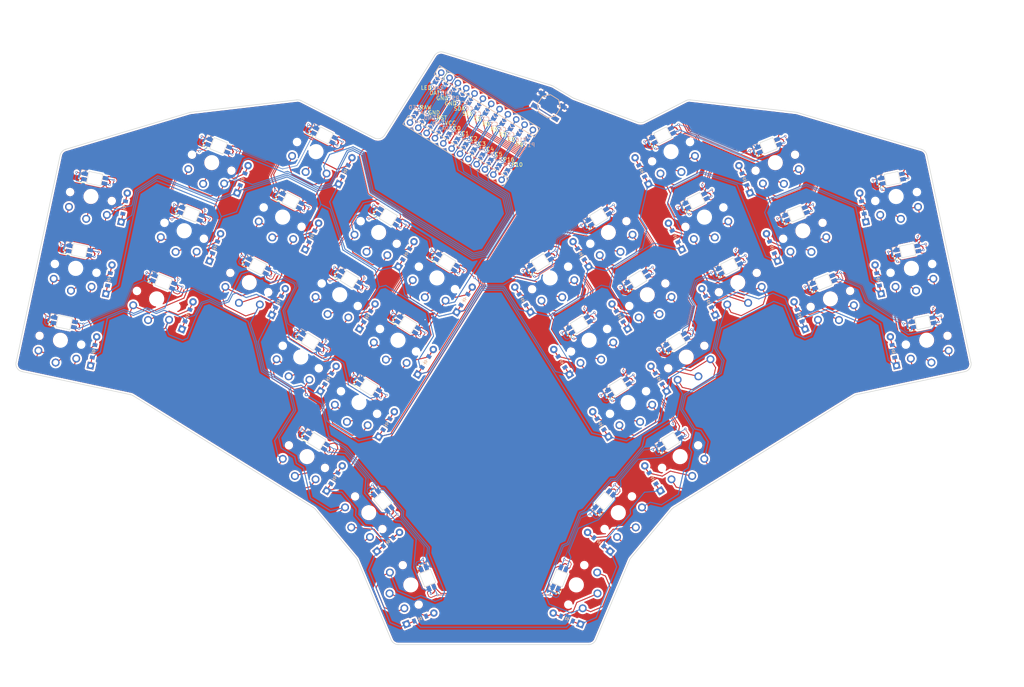
<source format=kicad_pcb>
(kicad_pcb (version 20221018) (generator pcbnew)
  (title_block (title "main") (rev "0.1") (company "klackygears"))
  (layers (0 "F.Cu" signal) (31 "B.Cu" signal) (34 "B.Paste" user) (35 "F.Paste" user) (36 "B.SilkS" user "B.Silkscreen") (37 "F.SilkS" user "F.Silkscreen") (38 "B.Mask" user) (39 "F.Mask" user) (44 "Edge.Cuts" user))
  (net 0 "")
  (net 1 "R1")
  (net 2 "pinky_bottom")
  (net 3 "pinky_home")
  (net 4 "pinky_top")
  (net 5 "R0")
  (net 6 "ring_bottom")
  (net 7 "ring_home")
  (net 8 "ring_top")
  (net 9 "CS")
  (net 10 "middle_bottom")
  (net 11 "middle_home")
  (net 12 "middle_top")
  (net 13 "R2")
  (net 14 "index_bottom")
  (net 15 "index_home")
  (net 16 "index_top")
  (net 17 "R3")
  (net 18 "inner_bottom")
  (net 19 "inner_home")
  (net 20 "inner_top")
  (net 21 "near_thumb")
  (net 22 "home_thumb")
  (net 23 "far_thumb")
  (net 24 "P10")
  (net 25 "mirror_pinky_bottom")
  (net 26 "mirror_pinky_home")
  (net 27 "mirror_pinky_top")
  (net 28 "P16")
  (net 29 "mirror_ring_bottom")
  (net 30 "mirror_ring_home")
  (net 31 "mirror_ring_top")
  (net 32 "C5")
  (net 33 "mirror_middle_bottom")
  (net 34 "mirror_middle_home")
  (net 35 "mirror_middle_top")
  (net 36 "C4")
  (net 37 "mirror_index_bottom")
  (net 38 "mirror_index_home")
  (net 39 "mirror_index_top")
  (net 40 "C3")
  (net 41 "mirror_inner_bottom")
  (net 42 "mirror_inner_home")
  (net 43 "mirror_inner_top")
  (net 44 "mirror_near_thumb")
  (net 45 "mirror_home_thumb")
  (net 46 "mirror_far_thumb")
  (net 47 "C1")
  (net 48 "C0")
  (net 49 "P9")
  (net 50 "C2")
  (net 51 "RAW")
  (net 52 "GND")
  (net 53 "RST")
  (net 54 "VCC")
  (net 55 "LED")
  (net 56 "DAT")
  (net 57 "SDA")
  (net 58 "SCL")
  (net 59 "MCU1_24")
  (net 60 "MCU1_1")
  (net 61 "MCU1_23")
  (net 62 "MCU1_2")
  (net 63 "MCU1_22")
  (net 64 "MCU1_3")
  (net 65 "MCU1_21")
  (net 66 "MCU1_4")
  (net 67 "MCU1_20")
  (net 68 "MCU1_5")
  (net 69 "MCU1_19")
  (net 70 "MCU1_6")
  (net 71 "MCU1_18")
  (net 72 "MCU1_7")
  (net 73 "MCU1_17")
  (net 74 "MCU1_8")
  (net 75 "MCU1_16")
  (net 76 "MCU1_9")
  (net 77 "MCU1_15")
  (net 78 "MCU1_10")
  (net 79 "MCU1_14")
  (net 80 "MCU1_11")
  (net 81 "MCU1_13")
  (net 82 "MCU1_12")
  (net 83 "LED_4")
  (net 84 "LED_3")
  (net 85 "LED_2")
  (net 86 "LED_5")
  (net 87 "LED_6")
  (net 88 "LED_7")
  (net 89 "LED_10")
  (net 90 "LED_9")
  (net 91 "LED_8")
  (net 92 "LED_11")
  (net 93 "LED_12")
  (net 94 "LED_13")
  (net 95 "LED_16")
  (net 96 "LED_15")
  (net 97 "LED_14")
  (net 98 "LED_17")
  (net 99 "LED_18")
  (net 100 "LED_19")
  (net 101 "LED_35")
  (net 102 "LED_34")
  (net 103 "LED_36")
  (net 104 "LED_33")
  (net 105 "LED_32")
  (net 106 "LED_31")
  (net 107 "LED_29")
  (net 108 "LED_28")
  (net 109 "LED_30")
  (net 110 "LED_27")
  (net 111 "LED_26")
  (net 112 "LED_25")
  (net 113 "LED_23")
  (net 114 "LED_22")
  (net 115 "LED_24")
  (net 116 "LED_21")
  (net 117 "LED_20")
  (footprint "E73:SW_TACT_ALPS_SKQGABE010" (layer "F.Cu") (at 162.449944 125.45196 -32)
    (fp_text reference "B1" hide)
    (fp_text value "" hide)
  )
  (footprint "ComboDiode" (layer "F.Cu") (at 140.618693 175.48591 58)
    (fp_text reference "D15" hide)
    (fp_text value "" hide)
  )
  (footprint "PG1350" (layer "F.Cu") (at 102.261449 137.208366 153)
    (fp_text reference "S9" hide)
    (fp_text value "" hide)
  )
  (footprint "ComboDiode" (layer "F.Cu") (at 251.497028 188.826719 102)
    (fp_text reference "D19" hide)
    (fp_text value "" hide)
  )
  (footprint "PG1350" (layer "F.Cu") (at 180.385486 230.600841 -130)
    (fp_text reference "S35" hide)
    (fp_text value "" hide)
  )
  (footprint "ComboDiode" (layer "F.Cu") (at 105.428688 195.947181 58)
    (fp_text reference "D10" hide)
    (fp_text value "" hide)
  )
  (footprint "PG1350" (layer "F.Cu") (at 85.009811 171.066618 153)
    (fp_text reference "S7" hide)
    (fp_text value "" hide)
  )
  (footprint "PG1350" (layer "F.Cu") (at 93.635636 154.137495 153)
    (fp_text reference "S8" hide)
    (fp_text value "" hide)
  )
  (footprint "ComboDiode" (layer "F.Cu") (at 83.279751 144.355345 68)
    (fp_text reference "D6" hide)
    (fp_text value "" hide)
  )
  (footprint "PG1350" (layer "F.Cu") (at 211.274445 171.066614 -153)
    (fp_text reference "S25" hide)
    (fp_text value "" hide)
  )
  (footprint "PG1350" (layer "F.Cu") (at 187.889614 174.216945 -148)
    (fp_text reference "S29" hide)
    (fp_text value "" hide)
  )
  (footprint "PG1350" (layer "F.Cu") (at 68.19219 157.6732 158)
    (fp_text reference "S5" hide)
    (fp_text value "" hide)
  )
  (footprint "ComboDiode" (layer "F.Cu") (at 247.546711 170.241927 102)
    (fp_text reference "D20" hide)
    (fp_text value "" hide)
  )
  (footprint "nice_nano" (layer "F.Cu") (at 141.356419 129.958938 58)
    (fp_text reference "MCU1" hide)
    (fp_text value "")
  )
  (footprint "ComboDiode" (layer "F.Cu") (at 220.12202 161.971838 112)
    (fp_text reference "D23" hide)
    (fp_text value "" hide)
  )
  (footprint "PG1350" (layer "F.Cu") (at 169.538173 249.261279 -112)
    (fp_text reference "S36" hide)
    (fp_text value "" hide)
  )
  (footprint "ComboDiode" (layer "F.Cu") (at 92.574874 176.043543 63)
    (fp_text reference "D7" hide)
    (fp_text value "" hide)
  )
  (footprint "PG1350" (layer "F.Cu") (at 126.746082 249.261279 112)
    (fp_text reference "S18" hide)
    (fp_text value "" hide)
  )
  (footprint "PG1350" (layer "F.Cu") (at 252.191809 148.807763 -168)
    (fp_text reference "S21" hide)
    (fp_text value "" hide)
  )
  (footprint "PG1350" (layer "F.Cu") (at 98.326174 190.329859 148)
    (fp_text reference "S10" hide)
    (fp_text value "" hide)
  )
  (footprint "PG1350" (layer "F.Cu") (at 36.191804 185.977379 168)
    (fp_text reference "S1" hide)
    (fp_text value "" hide)
  )
  (footprint "PG1350" (layer "F.Cu") (at 177.821148 158.104029 -148)
    (fp_text reference "S30" hide)
    (fp_text value "" hide)
  )
  (footprint "ComboDiode" (layer "F.Cu") (at 155.665558 175.48591 122)
    (fp_text reference "D33" hide)
    (fp_text value "" hide)
  )
  (footprint "PG1350" (layer "F.Cu") (at 256.142134 167.392563 -168)
    (fp_text reference "S20" hide)
    (fp_text value "" hide)
  )
  (footprint "PG1350" (layer "F.Cu") (at 123.447712 185.981509 148)
    (fp_text reference "S14" hide)
    (fp_text value "" hide)
  )
  (footprint "ComboDiode" (layer "F.Cu") (at 170.718632 163.721349 122)
    (fp_text reference "D30" hide)
    (fp_text value "" hide)
  )
  (footprint "ComboDiode" (layer "F.Cu") (at 115.497151 179.834267 58)
    (fp_text reference "D11" hide)
    (fp_text value "" hide)
  )
  (footprint "ComboDiode" (layer "F.Cu") (at 195.083556 159.114416 117)
    (fp_text reference "D26" hide)
    (fp_text value "" hide)
  )
  (footprint "PG1350" (layer "F.Cu") (at 61.07466 175.289688 158)
    (fp_text reference "S4" hide)
    (fp_text value "" hide)
  )
  (footprint "ComboDiode" (layer "F.Cu") (at 48.737549 170.241922 78)
    (fp_text reference "D2" hide)
    (fp_text value "" hide)
  )
  (footprint "PG1350" (layer "F.Cu") (at 162.768066 169.868587 -148)
    (fp_text reference "S33" hide)
    (fp_text value "" hide)
  )
  (footprint "ComboDiode" (layer "F.Cu") (at 175.366438 238.138027 140)
    (fp_text reference "D35" hide)
    (fp_text value "" hide)
  )
  (footprint "PG1350" (layer "F.Cu") (at 75.30971 140.056704 158)
    (fp_text reference "S6" hide)
    (fp_text value "" hide)
  )
  (footprint "E73:SW_TACT_ALPS_SKQGABE010" (layer "F.Cu") (at 162.449944 125.45196 -32)
    (fp_text reference "B2" hide)
    (fp_text value "" hide)
  )
  (footprint "ComboDiode" (layer "F.Cu") (at 180.7871 179.834266 122)
    (fp_text reference "D29" hide)
    (fp_text value "" hide)
  )
  (footprint "PG1350" (layer "F.Cu") (at 260.092443 185.977378 -168)
    (fp_text reference "S19" hide)
    (fp_text value "" hide)
  )
  (footprint "ComboDiode" (layer "F.Cu") (at 227.239552 179.588332 112)
    (fp_text reference "D22" hide)
    (fp_text value "" hide)
  )
  (footprint "ComboDiode" (layer "F.Cu") (at 130.550225 191.598825 58)
    (fp_text reference "D14" hide)
    (fp_text value "" hide)
  )
  (footprint "PG1350" (layer "F.Cu") (at 133.516179 169.868591 148)
    (fp_text reference "S15" hide)
    (fp_text value "" hide)
  )
  (footprint "ComboDiode" (layer "F.Cu") (at 243.596389 151.657119 102)
    (fp_text reference "D21" hide)
    (fp_text value "" hide)
  )
  (footprint "PG1350" (layer "F.Cu") (at 197.958075 190.329856 -148)
    (fp_text reference "S28" hide)
    (fp_text value "" hide)
  )
  (footprint "PG1350" (layer "F.Cu") (at 40.142128 167.39257 168)
    (fp_text reference "S2" hide)
    (fp_text value "" hide)
  )
  (footprint "PG1350" (layer "F.Cu") (at 228.092069 157.673194 -158)
    (fp_text reference "S23" hide)
    (fp_text value "" hide)
  )
  (footprint "PG1350" (layer "F.Cu") (at 108.394639 174.216944 148)
    (fp_text reference "S11" hide)
    (fp_text value "" hide)
  )
  (footprint "ComboDiode" (layer "F.Cu") (at 109.826514 142.18529 63)
    (fp_text reference "D9" hide)
    (fp_text value "" hide)
  )
  (footprint "ComboDiode" (layer "F.Cu") (at 69.044709 179.588328 68)
    (fp_text reference "D4" hide)
    (fp_text value "" hide)
  )
  (footprint "PG1350" (layer "F.Cu") (at 115.898764 230.600849 130)
    (fp_text reference "S17" hide)
    (fp_text value "" hide)
  )
  (footprint "ComboDiode" (layer "F.Cu") (at 203.709373 176.043533 117)
    (fp_text reference "D25" hide)
    (fp_text value "" hide)
  )
  (footprint "PG1350" (layer "F.Cu") (at 99.918593 216.087656 148)
    (fp_text reference "S16" hide)
    (fp_text value "" hide)
  )
  (footprint "ComboDiode" (layer "F.Cu") (at 190.855566 195.947175 122)
    (fp_text reference "D28" hide)
    (fp_text value "" hide)
  )
  (footprint "PG1350" (layer "F.Cu") (at 196.365661 216.087656 -148)
    (fp_text reference "S34" hide)
    (fp_text value "" hide)
  )
  (footprint "ComboDiode" (layer "F.Cu") (at 107.021107 221.704973 58)
    (fp_text reference "D16" hide)
    (fp_text value "" hide)
  )
  (footprint "ComboDiode" (layer "F.Cu") (at 186.457735 142.185293 117)
    (fp_text reference "D27" hide)
    (fp_text value "" hide)
  )
  (footprint "PG1350" (layer "F.Cu") (at 172.836529 185.981504 -148)
    (fp_text reference "S32" hide)
    (fp_text value "" hide)
  )
  (footprint "ComboDiode" (layer "F.Cu") (at 165.734026 191.598827 122)
    (fp_text reference "D32" hide)
    (fp_text value "" hide)
  )
  (footprint "PG1350" (layer "F.Cu") (at 182.905008 202.094422 -148)
    (fp_text reference "S31" hide)
    (fp_text value "" hide)
  )
  (footprint "ComboDiode" (layer "F.Cu") (at 76.162229 161.971841 68)
    (fp_text reference "D5" hide)
    (fp_text value "" hide)
  )
  (footprint "ComboDiode" (layer "F.Cu") (at 189.263145 221.704981 122)
    (fp_text reference "D34" hide)
    (fp_text value "" hide)
  )
  (footprint "PG1350" (layer "F.Cu") (at 113.379248 202.094415 148)
    (fp_text reference "S13" hide)
    (fp_text value "" hide)
  )
  (footprint "ComboDiode" (layer "F.Cu") (at 52.68786 151.65712 78)
    (fp_text reference "D3" hide)
    (fp_text value "" hide)
  )
  (footprint "ComboDiode" (layer "F.Cu") (at 213.004496 144.355341 112)
    (fp_text reference "D24" hide)
    (fp_text value "" hide)
  )
  (footprint "PG1350" (layer "F.Cu") (at 44.092449 148.807765 168)
    (fp_text reference "S3" hide)
    (fp_text value "" hide)
  )
  (footprint "ComboDiode" (layer "F.Cu") (at 101.200698 159.114416 63)
    (fp_text reference "D8" hide)
    (fp_text value "" hide)
  )
  (footprint "ComboDiode" (layer "F.Cu") (at 44.78722 188.826721 78)
    (fp_text reference "D1" hide)
    (fp_text value "" hide)
  )
  (footprint "PG1350" (layer "F.Cu") (at 235.209596 175.289688 -158)
    (fp_text reference "S22" hide)
    (fp_text value "" hide)
  )
  (footprint "PG1350" (layer "F.Cu") (at 118.463106 158.104025 148)
    (fp_text reference "S12" hide)
    (fp_text value "" hide)
  )
  (footprint "PG1350" (layer "F.Cu") (at 220.974544 140.056712 -158)
    (fp_text reference "S24" hide)
    (fp_text value "" hide)
  )
  (footprint "ComboDiode" (layer "F.Cu") (at 175.802489 207.711737 122)
    (fp_text reference "D31" hide)
    (fp_text value "" hide)
  )
  (footprint "PG1350" (layer "F.Cu") (at 194.022809 137.208369 -153)
    (fp_text reference "S27" hide)
    (fp_text value "" hide)
  )
  (footprint "ComboDiode" (layer "F.Cu") (at 120.917812 238.138022 40)
    (fp_text reference "D17" hide)
    (fp_text value "" hide)
  )
  (footprint "ComboDiode" (layer "F.Cu") (at 129.190363 257.980541 22)
    (fp_text reference "D18" hide)
    (fp_text value "" hide)
  )
  (footprint "ComboDiode" (layer "F.Cu") (at 120.481759 207.711735 58)
    (fp_text reference "D13" hide)
    (fp_text value "" hide)
  )
  (footprint "PG1350" (layer "F.Cu") (at 202.648621 154.137493 -153)
    (fp_text reference "S26" hide)
    (fp_text value "" hide)
  )
  (footprint "ComboDiode" (layer "F.Cu") (at 125.565619 163.721348 58)
    (fp_text reference "D12" hide)
    (fp_text value "" hide)
  )
  (footprint "ComboDiode" (layer "F.Cu") (at 167.093897 257.980541 158)
    (fp_text reference "D36" hide)
    (fp_text value "" hide)
  )
  (footprint "ceoloide:YS-SK6812MINI-E (per-key, reversible)" (layer "B.Cu") (at 115.869873 198.108601 -32)
    (fp_text reference "LED13" hide)
    (fp_text value "")
    (fp_line (start -1.8 -1.55) (end -1.8 1.55) (stroke (width 0.12)) (layer "Edge.Cuts"))
    (fp_line (start -1.8 1.55) (end 1.8 1.55) (stroke (width 0.12)) (layer "Edge.Cuts"))
    (fp_line (start 1.8 -1.55) (end -1.8 -1.55) (stroke (width 0.12)) (layer "Edge.Cuts"))
    (fp_line (start 1.8 1.55) (end 1.8 -1.55) (stroke (width 0.12)) (layer "Edge.Cuts"))
  )
  (footprint "ceoloide:YS-SK6812MINI-E (per-key, reversible)" (layer "B.Cu") (at 120.953724 154.118204 -32)
    (fp_text reference "LED12" hide)
    (fp_text value "")
    (fp_line (start -1.8 -1.55) (end -1.8 1.55) (stroke (width 0.12)) (layer "Edge.Cuts"))
    (fp_line (start -1.8 1.55) (end 1.8 1.55) (stroke (width 0.12)) (layer "Edge.Cuts"))
    (fp_line (start 1.8 -1.55) (end -1.8 -1.55) (stroke (width 0.12)) (layer "Edge.Cuts"))
    (fp_line (start 1.8 1.55) (end 1.8 -1.55) (stroke (width 0.12)) (layer "Edge.Cuts"))
  )
  (footprint "ceoloide:YS-SK6812MINI-E (per-key, reversible)" (layer "B.Cu") (at 165.180399 247.50063 68)
    (fp_text reference "LED36" hide)
    (fp_text value "")
    (fp_line (start -1.8 -1.55) (end -1.8 1.55) (stroke (width 0.12)) (layer "Edge.Cuts"))
    (fp_line (start -1.8 1.55) (end 1.8 1.55) (stroke (width 0.12)) (layer "Edge.Cuts"))
    (fp_line (start 1.8 -1.55) (end -1.8 -1.55) (stroke (width 0.12)) (layer "Edge.Cuts"))
    (fp_line (start 1.8 1.55) (end 1.8 -1.55) (stroke (width 0.12)) (layer "Edge.Cuts"))
  )
  (footprint "ceoloide:YS-SK6812MINI-E (per-key, reversible)" (layer "B.Cu") (at 45.069633 144.210477 -12)
    (fp_text reference "LED3" hide)
    (fp_text value "")
    (fp_line (start -1.8 -1.55) (end -1.8 1.55) (stroke (width 0.12)) (layer "Edge.Cuts"))
    (fp_line (start -1.8 1.55) (end 1.8 1.55) (stroke (width 0.12)) (layer "Edge.Cuts"))
    (fp_line (start 1.8 -1.55) (end -1.8 -1.55) (stroke (width 0.12)) (layer "Edge.Cuts"))
    (fp_line (start 1.8 1.55) (end 1.8 -1.55) (stroke (width 0.12)) (layer "Edge.Cuts"))
  )
  (footprint "ceoloide:YS-SK6812MINI-E (per-key, reversible)" (layer "B.Cu") (at 200.514867 149.949766 27)
    (fp_text reference "LED26" hide)
    (fp_text value "")
    (fp_line (start -1.8 -1.55) (end -1.8 1.55) (stroke (width 0.12)) (layer "Edge.Cuts"))
    (fp_line (start -1.8 1.55) (end 1.8 1.55) (stroke (width 0.12)) (layer "Edge.Cuts"))
    (fp_line (start 1.8 -1.55) (end -1.8 -1.55) (stroke (width 0.12)) (layer "Edge.Cuts"))
    (fp_line (start 1.8 1.55) (end 1.8 -1.55) (stroke (width 0.12)) (layer "Edge.Cuts"))
  )
  (footprint "ceoloide:YS-SK6812MINI-E (per-key, reversible)" (layer "B.Cu") (at 160.277454 165.882768 32)
    (fp_text reference "LED33" hide)
    (fp_text value "")
    (fp_line (start -1.8 -1.55) (end -1.8 1.55) (stroke (width 0.12)) (layer "Edge.Cuts"))
    (fp_line (start -1.8 1.55) (end 1.8 1.55) (stroke (width 0.12)) (layer "Edge.Cuts"))
    (fp_line (start 1.8 -1.55) (end -1.8 -1.55) (stroke (width 0.12)) (layer "Edge.Cuts"))
    (fp_line (start 1.8 1.55) (end 1.8 -1.55) (stroke (width 0.12)) (layer "Edge.Cuts"))
  )
  (footprint "ceoloide:YS-SK6812MINI-E (per-key, reversible)" (layer "B.Cu") (at 170.345914 181.995677 32)
    (fp_text reference "LED32" hide)
    (fp_text value "")
    (fp_line (start -1.8 -1.55) (end -1.8 1.55) (stroke (width 0.12)) (layer "Edge.Cuts"))
    (fp_line (start -1.8 1.55) (end 1.8 1.55) (stroke (width 0.12)) (layer "Edge.Cuts"))
    (fp_line (start 1.8 -1.55) (end -1.8 -1.55) (stroke (width 0.12)) (layer "Edge.Cuts"))
    (fp_line (start 1.8 1.55) (end 1.8 -1.55) (stroke (width 0.12)) (layer "Edge.Cuts"))
  )
  (footprint "ceoloide:YS-SK6812MINI-E (per-key, reversible)" (layer "B.Cu") (at 259.115262 181.380082 12)
    (fp_text reference "LED19" hide)
    (fp_text value "")
    (fp_line (start -1.8 -1.55) (end -1.8 1.55) (stroke (width 0.12)) (layer "Edge.Cuts"))
    (fp_line (start -1.8 1.55) (end 1.8 1.55) (stroke (width 0.12)) (layer "Edge.Cuts"))
    (fp_line (start 1.8 -1.55) (end -1.8 -1.55) (stroke (width 0.12)) (layer "Edge.Cuts"))
    (fp_line (start 1.8 1.55) (end 1.8 -1.55) (stroke (width 0.12)) (layer "Edge.Cuts"))
  )
  (footprint "ceoloide:YS-SK6812MINI-E (per-key, reversible)" (layer "B.Cu") (at 87.143564 166.878879 -27)
    (fp_text reference "LED7" hide)
    (fp_text value "")
    (fp_line (start -1.8 -1.55) (end -1.8 1.55) (stroke (width 0.12)) (layer "Edge.Cuts"))
    (fp_line (start -1.8 1.55) (end 1.8 1.55) (stroke (width 0.12)) (layer "Edge.Cuts"))
    (fp_line (start 1.8 -1.55) (end -1.8 -1.55) (stroke (width 0.12)) (layer "Edge.Cuts"))
    (fp_line (start 1.8 1.55) (end 1.8 -1.55) (stroke (width 0.12)) (layer "Edge.Cuts"))
  )
  (footprint "ceoloide:YS-SK6812MINI-E (per-key, reversible)" (layer "B.Cu") (at 175.330525 154.118208 32)
    (fp_text reference "LED30" hide)
    (fp_text value "")
    (fp_line (start -1.8 -1.55) (end -1.8 1.55) (stroke (width 0.12)) (layer "Edge.Cuts"))
    (fp_line (start -1.8 1.55) (end 1.8 1.55) (stroke (width 0.12)) (layer "Edge.Cuts"))
    (fp_line (start 1.8 -1.55) (end -1.8 -1.55) (stroke (width 0.12)) (layer "Edge.Cuts"))
    (fp_line (start 1.8 1.55) (end 1.8 -1.55) (stroke (width 0.12)) (layer "Edge.Cuts"))
  )
  (footprint "ceoloide:YS-SK6812MINI-E (per-key, reversible)" (layer "B.Cu") (at 100.816796 186.344028 -32)
    (fp_text reference "LED10" hide)
    (fp_text value "")
    (fp_line (start -1.8 -1.55) (end -1.8 1.55) (stroke (width 0.12)) (layer "Edge.Cuts"))
    (fp_line (start -1.8 1.55) (end 1.8 1.55) (stroke (width 0.12)) (layer "Edge.Cuts"))
    (fp_line (start 1.8 -1.55) (end -1.8 -1.55) (stroke (width 0.12)) (layer "Edge.Cuts"))
    (fp_line (start 1.8 1.55) (end 1.8 -1.55) (stroke (width 0.12)) (layer "Edge.Cuts"))
  )
  (footprint "ceoloide:YS-SK6812MINI-E (per-key, reversible)" (layer "B.Cu") (at 37.168991 181.380083 -12)
    (fp_text reference "LED1" hide)
    (fp_text value "")
    (fp_line (start -1.8 -1.55) (end -1.8 1.55) (stroke (width 0.12)) (layer "Edge.Cuts"))
    (fp_line (start -1.8 1.55) (end 1.8 1.55) (stroke (width 0.12)) (layer "Edge.Cuts"))
    (fp_line (start 1.8 -1.55) (end -1.8 -1.55) (stroke (width 0.12)) (layer "Edge.Cuts"))
    (fp_line (start 1.8 1.55) (end 1.8 -1.55) (stroke (width 0.12)) (layer "Edge.Cuts"))
  )
  (footprint "ceoloide:YS-SK6812MINI-E (per-key, reversible)" (layer "B.Cu") (at 185.398992 170.231123 32)
    (fp_text reference "LED29" hide)
    (fp_text value "")
    (fp_line (start -1.8 -1.55) (end -1.8 1.55) (stroke (width 0.12)) (layer "Edge.Cuts"))
    (fp_line (start -1.8 1.55) (end 1.8 1.55) (stroke (width 0.12)) (layer "Edge.Cuts"))
    (fp_line (start 1.8 -1.55) (end -1.8 -1.55) (stroke (width 0.12)) (layer "Edge.Cuts"))
    (fp_line (start 1.8 1.55) (end 1.8 -1.55) (stroke (width 0.12)) (layer "Edge.Cuts"))
  )
  (footprint "ceoloide:YS-SK6812MINI-E (per-key, reversible)" (layer "B.Cu") (at 95.769383 149.949761 -27)
    (fp_text reference "LED8" hide)
    (fp_text value "")
    (fp_line (start -1.8 -1.55) (end -1.8 1.55) (stroke (width 0.12)) (layer "Edge.Cuts"))
    (fp_line (start -1.8 1.55) (end 1.8 1.55) (stroke (width 0.12)) (layer "Edge.Cuts"))
    (fp_line (start 1.8 -1.55) (end -1.8 -1.55) (stroke (width 0.12)) (layer "Edge.Cuts"))
    (fp_line (start 1.8 1.55) (end 1.8 -1.55) (stroke (width 0.12)) (layer "Edge.Cuts"))
  )
  (footprint "ceoloide:YS-SK6812MINI-E (per-key, reversible)" (layer "B.Cu") (at 102.40921 212.101826 -32)
    (fp_text reference "LED16" hide)
    (fp_text value "")
    (fp_line (start -1.8 -1.55) (end -1.8 1.55) (stroke (width 0.12)) (layer "Edge.Cuts"))
    (fp_line (start -1.8 1.55) (end 1.8 1.55) (stroke (width 0.12)) (layer "Edge.Cuts"))
    (fp_line (start 1.8 -1.55) (end -1.8 -1.55) (stroke (width 0.12)) (layer "Edge.Cuts"))
    (fp_line (start 1.8 1.55) (end 1.8 -1.55) (stroke (width 0.12)) (layer "Edge.Cuts"))
  )
  (footprint "ceoloide:YS-SK6812MINI-E (per-key, reversible)" (layer "B.Cu") (at 119.499176 227.579737 -50)
    (fp_text reference "LED17" hide)
    (fp_text value "")
    (fp_line (start -1.8 -1.55) (end -1.8 1.55) (stroke (width 0.12)) (layer "Edge.Cuts"))
    (fp_line (start -1.8 1.55) (end 1.8 1.55) (stroke (width 0.12)) (layer "Edge.Cuts"))
    (fp_line (start 1.8 -1.55) (end -1.8 -1.55) (stroke (width 0.12)) (layer "Edge.Cuts"))
    (fp_line (start 1.8 1.55) (end 1.8 -1.55) (stroke (width 0.12)) (layer "Edge.Cuts"))
  )
  (footprint "ceoloide:YS-SK6812MINI-E (per-key, reversible)" (layer "B.Cu") (at 233.448945 170.931919 22)
    (fp_text reference "LED22" hide)
    (fp_text value "")
    (fp_line (start -1.8 -1.55) (end -1.8 1.55) (stroke (width 0.12)) (layer "Edge.Cuts"))
    (fp_line (start -1.8 1.55) (end 1.8 1.55) (stroke (width 0.12)) (layer "Edge.Cuts"))
    (fp_line (start 1.8 -1.55) (end -1.8 -1.55) (stroke (width 0.12)) (layer "Edge.Cuts"))
    (fp_line (start 1.8 1.55) (end 1.8 -1.55) (stroke (width 0.12)) (layer "Edge.Cuts"))
  )
  (footprint "ceoloide:YS-SK6812MINI-E (per-key, reversible)" (layer "B.Cu") (at 62.835306 170.931921 -22)
    (fp_text reference "LED4" hide)
    (fp_text value "")
    (fp_line (start -1.8 -1.55) (end -1.8 1.55) (stroke (width 0.12)) (layer "Edge.Cuts"))
    (fp_line (start -1.8 1.55) (end 1.8 1.55) (stroke (width 0.12)) (layer "Edge.Cuts"))
    (fp_line (start 1.8 -1.55) (end -1.8 -1.55) (stroke (width 0.12)) (layer "Edge.Cuts"))
    (fp_line (start 1.8 1.55) (end 1.8 -1.55) (stroke (width 0.12)) (layer "Edge.Cuts"))
  )
  (footprint "ceoloide:YS-SK6812MINI-E (per-key, reversible)" (layer "B.Cu") (at 69.952835 153.315433 -22)
    (fp_text reference "LED5" hide)
    (fp_text value "")
    (fp_line (start -1.8 -1.55) (end -1.8 1.55) (stroke (width 0.12)) (layer "Edge.Cuts"))
    (fp_line (start -1.8 1.55) (end 1.8 1.55) (stroke (width 0.12)) (layer "Edge.Cuts"))
    (fp_line (start 1.8 -1.55) (end -1.8 -1.55) (stroke (width 0.12)) (layer "Edge.Cuts"))
    (fp_line (start 1.8 1.55) (end 1.8 -1.55) (stroke (width 0.12)) (layer "Edge.Cuts"))
  )
  (footprint "ceoloide:YS-SK6812MINI-E (per-key, reversible)" (layer "B.Cu") (at 41.119313 162.795272 -12)
    (fp_text reference "LED2" hide)
    (fp_text value "")
    (fp_line (start -1.8 -1.55) (end -1.8 1.55) (stroke (width 0.12)) (layer "Edge.Cuts"))
    (fp_line (start -1.8 1.55) (end 1.8 1.55) (stroke (width 0.12)) (layer "Edge.Cuts"))
    (fp_line (start 1.8 -1.55) (end -1.8 -1.55) (stroke (width 0.12)) (layer "Edge.Cuts"))
    (fp_line (start 1.8 1.55) (end 1.8 -1.55) (stroke (width 0.12)) (layer "Edge.Cuts"))
  )
  (footprint "ceoloide:YS-SK6812MINI-E (per-key, reversible)" (layer "B.Cu") (at 226.331425 153.315434 22)
    (fp_text reference "LED23" hide)
    (fp_text value "")
    (fp_line (start -1.8 -1.55) (end -1.8 1.55) (stroke (width 0.12)) (layer "Edge.Cuts"))
    (fp_line (start -1.8 1.55) (end 1.8 1.55) (stroke (width 0.12)) (layer "Edge.Cuts"))
    (fp_line (start 1.8 -1.55) (end -1.8 -1.55) (stroke (width 0.12)) (layer "Edge.Cuts"))
    (fp_line (start 1.8 1.55) (end 1.8 -1.55) (stroke (width 0.12)) (layer "Edge.Cuts"))
  )
  (footprint "ceoloide:YS-SK6812MINI-E (per-key, reversible)" (layer "B.Cu") (at 136.006802 165.882764 -32)
    (fp_text reference "LED15" hide)
    (fp_text value "")
    (fp_line (start -1.8 -1.55) (end -1.8 1.55) (stroke (width 0.12)) (layer "Edge.Cuts"))
    (fp_line (start -1.8 1.55) (end 1.8 1.55) (stroke (width 0.12)) (layer "Edge.Cuts"))
    (fp_line (start 1.8 -1.55) (end -1.8 -1.55) (stroke (width 0.12)) (layer "Edge.Cuts"))
    (fp_line (start 1.8 1.55) (end 1.8 -1.55) (stroke (width 0.12)) (layer "Edge.Cuts"))
  )
  (footprint "ceoloide:YS-SK6812MINI-E (per-key, reversible)" (layer "B.Cu") (at 176.785079 227.579739 50)
    (fp_text reference "LED35" hide)
    (fp_text value "")
    (fp_line (start -1.8 -1.55) (end -1.8 1.55) (stroke (width 0.12)) (layer "Edge.Cuts"))
    (fp_line (start -1.8 1.55) (end 1.8 1.55) (stroke (width 0.12)) (layer "Edge.Cuts"))
    (fp_line (start 1.8 -1.55) (end -1.8 -1.55) (stroke (width 0.12)) (layer "Edge.Cuts"))
    (fp_line (start 1.8 1.55) (end 1.8 -1.55) (stroke (width 0.12)) (layer "Edge.Cuts"))
  )
  (footprint "ceoloide:YS-SK6812MINI-E (per-key, reversible)" (layer "B.Cu") (at 131.103854 247.500632 -68)
    (fp_text reference "LED18" hide)
    (fp_text value "")
    (fp_line (start -1.8 -1.55) (end -1.8 1.55) (stroke (width 0.12)) (layer "Edge.Cuts"))
    (fp_line (start -1.8 1.55) (end 1.8 1.55) (stroke (width 0.12)) (layer "Edge.Cuts"))
    (fp_line (start 1.8 -1.55) (end -1.8 -1.55) (stroke (width 0.12)) (layer "Edge.Cuts"))
    (fp_line (start 1.8 1.55) (end 1.8 -1.55) (stroke (width 0.12)) (layer "Edge.Cuts"))
  )
  (footprint "ceoloide:YS-SK6812MINI-E (per-key, reversible)" (layer "B.Cu") (at 191.889047 133.020644 27)
    (fp_text reference "LED27" hide)
    (fp_text value "")
    (fp_line (start -1.8 -1.55) (end -1.8 1.55) (stroke (width 0.12)) (layer "Edge.Cuts"))
    (fp_line (start -1.8 1.55) (end 1.8 1.55) (stroke (width 0.12)) (layer "Edge.Cuts"))
    (fp_line (start 1.8 -1.55) (end -1.8 -1.55) (stroke (width 0.12)) (layer "Edge.Cuts"))
    (fp_line (start 1.8 1.55) (end 1.8 -1.55) (stroke (width 0.12)) (layer "Edge.Cuts"))
  )
  (footprint "ceoloide:YS-SK6812MINI-E (per-key, reversible)" (layer "B.Cu") (at 104.395207 133.020641 -27)
    (fp_text reference "LED9" hide)
    (fp_text value "")
    (fp_line (start -1.8 -1.55) (end -1.8 1.55) (stroke (width 0.12)) (layer "Edge.Cuts"))
    (fp_line (start -1.8 1.55) (end 1.8 1.55) (stroke (width 0.12)) (layer "Edge.Cuts"))
    (fp_line (start 1.8 -1.55) (end -1.8 -1.55) (stroke (width 0.12)) (layer "Edge.Cuts"))
    (fp_line (start 1.8 1.55) (end 1.8 -1.55) (stroke (width 0.12)) (layer "Edge.Cuts"))
  )
  (footprint "ceoloide:YS-SK6812MINI-E (per-key, reversible)" (layer "B.Cu") (at 251.214618 144.210465 12)
    (fp_text reference "LED21" hide)
    (fp_text value "")
    (fp_line (start -1.8 -1.55) (end -1.8 1.55) (stroke (width 0.12)) (layer "Edge.Cuts"))
    (fp_line (start -1.8 1.55) (end 1.8 1.55) (stroke (width 0.12)) (layer "Edge.Cuts"))
    (fp_line (start 1.8 -1.55) (end -1.8 -1.55) (stroke (width 0.12)) (layer "Edge.Cuts"))
    (fp_line (start 1.8 1.55) (end 1.8 -1.55) (stroke (width 0.12)) (layer "Edge.Cuts"))
  )
  (footprint "ceoloide:YS-SK6812MINI-E (per-key, reversible)" (layer "B.Cu") (at 77.07036 135.69893 -22)
    (fp_text reference "LED6" hide)
    (fp_text value "")
    (fp_line (start -1.8 -1.55) (end -1.8 1.55) (stroke (width 0.12)) (layer "Edge.Cuts"))
    (fp_line (start -1.8 1.55) (end 1.8 1.55) (stroke (width 0.12)) (layer "Edge.Cuts"))
    (fp_line (start 1.8 -1.55) (end -1.8 -1.55) (stroke (width 0.12)) (layer "Edge.Cuts"))
    (fp_line (start 1.8 1.55) (end 1.8 -1.55) (stroke (width 0.12)) (layer "Edge.Cuts"))
  )
  (footprint "ceoloide:YS-SK6812MINI-E (per-key, reversible)" (layer "B.Cu") (at 209.140683 166.878886 27)
    (fp_text reference "LED25" hide)
    (fp_text value "")
    (fp_line (start -1.8 -1.55) (end -1.8 1.55) (stroke (width 0.12)) (layer "Edge.Cuts"))
    (fp_line (start -1.8 1.55) (end 1.8 1.55) (stroke (width 0.12)) (layer "Edge.Cuts"))
    (fp_line (start 1.8 -1.55) (end -1.8 -1.55) (stroke (width 0.12)) (layer "Edge.Cuts"))
    (fp_line (start 1.8 1.55) (end 1.8 -1.55) (stroke (width 0.12)) (layer "Edge.Cuts"))
  )
  (footprint "ceoloide:YS-SK6812MINI-E (per-key, reversible)" (layer "B.Cu") (at 180.414378 198.108593 32)
    (fp_text reference "LED31" hide)
    (fp_text value "")
    (fp_line (start -1.8 -1.55) (end -1.8 1.55) (stroke (width 0.12)) (layer "Edge.Cuts"))
    (fp_line (start -1.8 1.55) (end 1.8 1.55) (stroke (width 0.12)) (layer "Edge.Cuts"))
    (fp_line (start 1.8 -1.55) (end -1.8 -1.55) (stroke (width 0.12)) (layer "Edge.Cuts"))
    (fp_line (start 1.8 1.55) (end 1.8 -1.55) (stroke (width 0.12)) (layer "Edge.Cuts"))
  )
  (footprint "ceoloide:YS-SK6812MINI-E (per-key, reversible)" (layer "B.Cu") (at 110.885257 170.231115 -32)
    (fp_text reference "LED11" hide)
    (fp_text value "")
    (fp_line (start -1.8 -1.55) (end -1.8 1.55) (stroke (width 0.12)) (layer "Edge.Cuts"))
    (fp_line (start -1.8 1.55) (end 1.8 1.55) (stroke (width 0.12)) (layer "Edge.Cuts"))
    (fp_line (start 1.8 -1.55) (end -1.8 -1.55) (stroke (width 0.12)) (layer "Edge.Cuts"))
    (fp_line (start 1.8 1.55) (end 1.8 -1.55) (stroke (width 0.12)) (layer "Edge.Cuts"))
  )
  (footprint "ceoloide:YS-SK6812MINI-E (per-key, reversible)" (layer "B.Cu") (at 195.467457 186.344029 32)
    (fp_text reference "LED28" hide)
    (fp_text value "")
    (fp_line (start -1.8 -1.55) (end -1.8 1.55) (stroke (width 0.12)) (layer "Edge.Cuts"))
    (fp_line (start -1.8 1.55) (end 1.8 1.55) (stroke (width 0.12)) (layer "Edge.Cuts"))
    (fp_line (start 1.8 -1.55) (end -1.8 -1.55) (stroke (width 0.12)) (layer "Edge.Cuts"))
    (fp_line (start 1.8 1.55) (end 1.8 -1.55) (stroke (width 0.12)) (layer "Edge.Cuts"))
  )
  (footprint "ceoloide:YS-SK6812MINI-E (per-key, reversible)" (layer "B.Cu") (at 255.164948 162.79527 12)
    (fp_text reference "LED20" hide)
    (fp_text value "")
    (fp_line (start -1.8 -1.55) (end -1.8 1.55) (stroke (width 0.12)) (layer "Edge.Cuts"))
    (fp_line (start -1.8 1.55) (end 1.8 1.55) (stroke (width 0.12)) (layer "Edge.Cuts"))
    (fp_line (start 1.8 -1.55) (end -1.8 -1.55) (stroke (width 0.12)) (layer "Edge.Cuts"))
    (fp_line (start 1.8 1.55) (end 1.8 -1.55) (stroke (width 0.12)) (layer "Edge.Cuts"))
  )
  (footprint "ceoloide:YS-SK6812MINI-E (per-key, reversible)" (layer "B.Cu") (at 125.938335 181.995679 -32)
    (fp_text reference "LED14" hide)
    (fp_text value "")
    (fp_line (start -1.8 -1.55) (end -1.8 1.55) (stroke (width 0.12)) (layer "Edge.Cuts"))
    (fp_line (start -1.8 1.55) (end 1.8 1.55) (stroke (width 0.12)) (layer "Edge.Cuts"))
    (fp_line (start 1.8 -1.55) (end -1.8 -1.55) (stroke (width 0.12)) (layer "Edge.Cuts"))
    (fp_line (start 1.8 1.55) (end 1.8 -1.55) (stroke (width 0.12)) (layer "Edge.Cuts"))
  )
  (footprint "ceoloide:YS-SK6812MINI-E (per-key, reversible)" (layer "B.Cu") (at 193.875038 212.101829 32)
    (fp_text reference "LED34" hide)
    (fp_text value "")
    (fp_line (start -1.8 -1.55) (end -1.8 1.55) (stroke (width 0.12)) (layer "Edge.Cuts"))
    (fp_line (start -1.8 1.55) (end 1.8 1.55) (stroke (width 0.12)) (layer "Edge.Cuts"))
    (fp_line (start 1.8 -1.55) (end -1.8 -1.55) (stroke (width 0.12)) (layer "Edge.Cuts"))
    (fp_line (start 1.8 1.55) (end 1.8 -1.55) (stroke (width 0.12)) (layer "Edge.Cuts"))
  )
  (footprint "ceoloide:YS-SK6812MINI-E (per-key, reversible)" (layer "B.Cu") (at 219.213898 135.698937 22)
    (fp_text reference "LED24" hide)
    (fp_text value "")
    (fp_line (start -1.8 -1.55) (end -1.8 1.55) (stroke (width 0.12)) (layer "Edge.Cuts"))
    (fp_line (start -1.8 1.55) (end 1.8 1.55) (stroke (width 0.12)) (layer "Edge.Cuts"))
    (fp_line (start 1.8 -1.55) (end -1.8 -1.55) (stroke (width 0.12)) (layer "Edge.Cuts"))
    (fp_line (start 1.8 1.55) (end 1.8 -1.55) (stroke (width 0.12)) (layer "Edge.Cuts"))
  )
  (gr_arc (start 197.853982 124.033023) (mid 198.408767 123.846475) (end 198.993804 123.828523) (stroke (width 0.15)) (layer "Edge.Cuts"))
  (gr_arc (start 112.672441 242.313099) (mid 112.847068 242.556046) (end 112.983522 242.822314) (stroke (width 0.15)) (layer "Edge.Cuts"))
  (gr_arc (start 241.333364 200.309466) (mid 241.641796 200.153159) (end 241.972535 200.052289) (stroke (width 0.15)) (layer "Edge.Cuts"))
  (gr_line (start 36.14283 138.110438) (end 24.747028 191.723436) (stroke (width 0.15)) (layer "Edge.Cuts"))
  (gr_line (start 54.950891 200.30947) (end 101.603129 229.276242) (stroke (width 0.15)) (layer "Edge.Cuts"))
  (gr_line (start 194.681128 229.276239) (end 241.333364 200.309466) (stroke (width 0.15)) (layer "Edge.Cuts"))
  (gr_arc (start 54.311712 200.052285) (mid 54.642455 200.153157) (end 54.950891 200.30947) (stroke (width 0.15)) (layer "Edge.Cuts"))
  (gr_arc (start 168.950307 123.419761) (mid 168.78696 123.349925) (end 168.630455 123.265869) (stroke (width 0.15)) (layer "Edge.Cuts"))
  (gr_line (start 132.907475 112.337361) (end 119.96265 132.959864) (stroke (width 0.15)) (layer "Edge.Cuts"))
  (gr_line (start 226.328795 127.018777) (end 198.993804 123.828523) (stroke (width 0.15)) (layer "Edge.Cuts"))
  (gr_line (start 26.287509 194.095557) (end 54.311712 200.052285) (stroke (width 0.15)) (layer "Edge.Cuts"))
  (gr_arc (start 132.907476 112.337361) (mid 133.904031 111.526205) (end 135.188433 111.488745) (stroke (width 0.15)) (layer "Edge.Cuts"))
  (gr_arc (start 258.75404 136.608887) (mid 259.654076 137.169003) (end 260.141416 138.110444) (stroke (width 0.15)) (layer "Edge.Cuts"))
  (gr_line (start 271.537219 191.723437) (end 260.141416 138.110444) (stroke (width 0.15)) (layer "Edge.Cuts"))
  (gr_arc (start 271.537219 191.723437) (mid 271.258275 193.228543) (end 269.996749 194.095559) (stroke (width 0.15)) (layer "Edge.Cuts"))
  (gr_line (start 168.630455 123.265869) (end 163.610091 120.274985) (stroke (width 0.15)) (layer "Edge.Cuts"))
  (gr_arc (start 123.522049 264.689867) (mid 122.415897 264.356068) (end 121.678878 263.466216) (stroke (width 0.15)) (layer "Edge.Cuts"))
  (gr_arc (start 163.17351 120.081283) (mid 163.397599 120.165065) (end 163.610091 120.274985) (stroke (width 0.15)) (layer "Edge.Cuts"))
  (gr_arc (start 174.605371 263.466217) (mid 173.868399 264.35613) (end 172.762197 264.689859) (stroke (width 0.15)) (layer "Edge.Cuts"))
  (gr_line (start 97.29045 123.828524) (end 69.955454 127.018771) (stroke (width 0.15)) (layer "Edge.Cuts"))
  (gr_line (start 117.360742 133.678586) (end 98.430279 124.033025) (stroke (width 0.15)) (layer "Edge.Cuts"))
  (gr_line (start 258.754038 136.608888) (end 226.665867 127.087916) (stroke (width 0.15)) (layer "Edge.Cuts"))
  (gr_line (start 112.983522 242.822314) (end 121.678878 263.466216) (stroke (width 0.15)) (layer "Edge.Cuts"))
  (gr_arc (start 97.29045 123.828524) (mid 97.875486 123.846483) (end 98.430279 124.033025) (stroke (width 0.15)) (layer "Edge.Cuts"))
  (gr_line (start 183.611814 242.313092) (end 194.204035 229.689771) (stroke (width 0.15)) (layer "Edge.Cuts"))
  (gr_line (start 163.17351 120.081283) (end 135.188433 111.488745) (stroke (width 0.15)) (layer "Edge.Cuts"))
  (gr_line (start 123.522049 264.689867) (end 172.762197 264.689859) (stroke (width 0.15)) (layer "Edge.Cuts"))
  (gr_line (start 174.605371 263.466217) (end 183.300732 242.822316) (stroke (width 0.15)) (layer "Edge.Cuts"))
  (gr_line (start 241.972535 200.052289) (end 269.996749 194.095559) (stroke (width 0.15)) (layer "Edge.Cuts"))
  (gr_arc (start 226.328795 127.018777) (mid 226.49882 127.046086) (end 226.665867 127.087916) (stroke (width 0.15)) (layer "Edge.Cuts"))
  (gr_arc (start 36.14283 138.110438) (mid 36.630189 137.16901) (end 37.530221 136.608881) (stroke (width 0.15)) (layer "Edge.Cuts"))
  (gr_line (start 69.618389 127.087921) (end 37.530221 136.608881) (stroke (width 0.15)) (layer "Edge.Cuts"))
  (gr_arc (start 101.603129 229.276242) (mid 101.858098 229.464063) (end 102.080219 229.689778) (stroke (width 0.15)) (layer "Edge.Cuts"))
  (gr_line (start 102.080219 229.689778) (end 112.672438 242.313097) (stroke (width 0.15)) (layer "Edge.Cuts"))
  (gr_arc (start 119.96265 132.959864) (mid 118.801224 133.82437) (end 117.360742 133.678586) (stroke (width 0.15)) (layer "Edge.Cuts"))
  (gr_arc (start 187.061289 129.532174) (mid 186.264905 129.747076) (end 185.449541 129.622256) (stroke (width 0.15)) (layer "Edge.Cuts"))
  (gr_line (start 185.449541 129.622256) (end 168.950307 123.419761) (stroke (width 0.15)) (layer "Edge.Cuts"))
  (gr_line (start 197.853982 124.03303) (end 187.061289 129.532174) (stroke (width 0.15)) (layer "Edge.Cuts"))
  (gr_arc (start 69.618384 127.087912) (mid 69.78543 127.046084) (end 69.955454 127.018771) (stroke (width 0.15)) (layer "Edge.Cuts"))
  (gr_arc (start 26.287507 194.095555) (mid 25.02596 193.228552) (end 24.747028 191.723436) (stroke (width 0.15)) (layer "Edge.Cuts"))
  (gr_arc (start 194.204035 229.689771) (mid 194.426159 229.464058) (end 194.681128 229.276239) (stroke (width 0.15)) (layer "Edge.Cuts"))
  (gr_arc (start 183.300736 242.822316) (mid 183.437177 242.556037) (end 183.611814 242.313092) (stroke (width 0.15)) (layer "Edge.Cuts"))
  (segment (start 41.359641 176.040409) (end 43.203192 174.843192) (width 0.25) (layer "F.Cu") (net 1))
  (segment (start 43.427515 174.697515) (end 43.54177 175.06) (width 0.25) (layer "F.Cu") (net 1))
  (segment (start 35.510325 174.797103) (end 41.359641 176.040409) (width 0.25) (layer "F.Cu") (net 1))
  (segment (start 39.694874 193.107234) (end 40.185542 190.7988) (width 0.25) (layer "F.Cu") (net 1))
  (segment (start 43.670446 183.953565) (end 34.721545 189.765044) (width 0.25) (layer "F.Cu") (net 1))
  (segment (start 43.427515 174.697515) (end 43.648733 174.553855) (width 0.25) (layer "F.Cu") (net 1))
  (segment (start 47.609328 155.947957) (end 47.555755 156.2) (width 0.25) (layer "F.Cu") (net 1))
  (segment (start 34.721545 189.765044) (end 30.388933 188.844124) (width 0.25) (layer "F.Cu") (net 1))
  (segment (start 39.470916 156.191198) (end 45.320237 157.434513) (width 0.25) (layer "F.Cu") (net 1))
  (segment (start 47.631179 165.344106) (end 38.682275 171.155595) (width 0.25) (layer "F.Cu") (net 1))
  (segment (start 47.525997 156.34) (end 47.485611 156.53) (width 0.25) (layer "F.Cu") (net 1))
  (segment (start 42.569256 179.635309) (end 44.090429 181.977711) (width 0.25) (layer "F.Cu") (net 1))
  (segment (start 47.129537 156.259537) (end 47.384174 156.094174) (width 0.25) (layer "F.Cu") (net 1))
  (segment (start 43.648733 174.553855) (end 44.139404 172.245427) (width 0.25) (layer "F.Cu") (net 1))
  (segment (start 43.203192 174.843192) (end 43.427515 174.697515) (width 0.25) (layer "F.Cu") (net 1))
  (segment (start 43.592784 174.82) (end 43.54177 175.06) (width 0.25) (layer "F.Cu") (net 1))
  (segment (start 43.648599 174.557412) (end 43.592784 174.82) (width 0.25) (layer "F.Cu") (net 1))
  (segment (start 38.682275 171.155595) (end 34.349666 170.234669) (width 0.25) (layer "F.Cu") (net 1))
  (segment (start 47.609328 155.947957) (end 48.099998 153.639525) (width 0.25) (layer "F.Cu") (net 1))
  (segment (start 30.436939 188.733096) (end 29.973569 190.913054) (width 0.25) (layer "F.Cu") (net 1))
  (segment (start 46.52999 161.025855) (end 48.051163 163.368251) (width 0.25) (layer "F.Cu") (net 1))
  (segment (start 38.351402 151.573823) (end 37.888034 153.753775) (width 0.25) (layer "F.Cu") (net 1))
  (segment (start 47.384174 156.094174) (end 47.485611 156.53) (width 0.25) (layer "F.Cu") (net 1))
  (segment (start 47.044658 156.314658) (end 47.555755 156.2) (width 0.25) (layer "F.Cu") (net 1))
  (segment (start 43.54177 175.06) (end 42.569256 179.635309) (width 0.25) (layer "F.Cu") (net 1))
  (segment (start 43.203192 174.843192) (end 43.592784 174.82) (width 0.25) (layer "F.Cu") (net 1))
  (segment (start 47.044658 156.314658) (end 47.129537 156.259537) (width 0.25) (layer "F.Cu") (net 1))
  (segment (start 47.485611 156.53) (end 46.52999 161.025855) (width 0.25) (layer "F.Cu") (net 1))
  (segment (start 37.40578 194.593787) (end 39.694874 193.107234) (width 0.25) (layer "F.Cu") (net 1))
  (segment (start 47.555755 156.2) (end 47.525997 156.34) (width 0.25) (layer "F.Cu") (net 1))
  (segment (start 29.973569 190.913054) (end 31.556454 193.350474) (width 0.25) (layer "F.Cu") (net 1))
  (segment (start 31.556454 193.350474) (end 37.40578 194.593787) (width 0.25) (layer "F.Cu") (net 1))
  (segment (start 47.384174 156.094174) (end 47.609328 155.947957) (width 0.25) (layer "F.Cu") (net 1))
  (segment (start 33.927438 172.359677) (end 35.510325 174.797103) (width 0.25) (layer "F.Cu") (net 1))
  (segment (start 37.888034 153.753775) (end 39.470916 156.191198) (width 0.25) (layer "F.Cu") (net 1))
  (segment (start 45.320237 157.434513) (end 47.044658 156.314658) (width 0.25) (layer "F.Cu") (net 1))
  (segment (start 48.051163 163.368251) (end 47.631179 165.344106) (width 0.25) (layer "F.Cu") (net 1))
  (segment (start 34.390811 170.179718) (end 33.927438 172.359677) (width 0.25) (layer "F.Cu") (net 1))
  (segment (start 44.090429 181.977711) (end 43.670446 183.953565) (width 0.25) (layer "F.Cu") (net 1))
  (segment (start 47.129537 156.259537) (end 47.525997 156.34) (width 0.25) (layer "F.Cu") (net 1))
  (segment (start 110.584719 137.298279) (end 111.768314 136.913703) (width 0.25) (layer "B.Cu") (net 1))
  (segment (start 146.009444 136.418151) (end 146.089447 136.758152) (width 0.25) (layer "B.Cu") (net 1))
  (segment (start 106.27939 145.747951) (end 110.584719 137.298279) (width 0.25) (layer "B.Cu") (net 1))
  (segment (start 48.091447 153.658965) (end 49.534501 153.325819) (width 0.25) (layer "B.Cu") (net 1))
  (segment (start 54.781973 150.853536) (end 55.552514 147.228407) (width 0.25) (layer "B.Cu") (net 1))
  (segment (start 85.831599 145.713371) (end 94.876778 142.774406) (width 0.25) (layer "B.Cu") (net 1))
  (segment (start 82.48386 144.360794) (end 85.831599 145.713371) (width 0.25) (layer "B.Cu") (net 1))
  (segment (start 148.749444 131.138153) (end 148.899436 131.788147) (width 0.25) (layer "B.Cu") (net 1))
  (segment (start 61.798513 143.645421) (end 76.502932 149.586388) (width 0.25) (layer "B.Cu") (net 1))
  (segment (start 55.552514 147.228407) (end 61.309181 143.489992) (width 0.25) (layer "B.Cu") (net 1))
  (segment (start 148.896112 131.791936) (end 146.006117 136.421936) (width 0.25) (layer "B.Cu") (net 1))
  (segment (start 50.244384 152.189786) (end 54.5712 151.19085) (width 0.25) (layer "B.Cu") (net 1))
  (segment (start 94.876778 142.774406) (end 102.880249 146.852386) (width 0.25) (layer "B.Cu") (net 1))
  (segment (start 151.34537 148.658877) (end 142.548405 143.161918) (width 0.25) (layer "B.Cu") (net 1))
  (segment (start 61.673828 143.567497) (end 61.798513 143.645421) (width 0.25) (layer "B.Cu") (net 1))
  (segment (start 76.502932 149.586388) (end 80.079896 148.068068) (width 0.25) (layer "B.Cu") (net 1))
  (segment (start 144.663596 136.738772) (end 145.617135 136.518631) (width 0.25) (layer "B.Cu") (net 1))
  (segment (start 146.103217 163.695858) (end 152.466075 153.513166) (width 0.25) (layer "B.Cu") (net 1))
  (segment (start 80.079896 148.068068) (end 81.390162 144.825043) (width 0.25) (layer "B.Cu") (net 1))
  (segment (start 61.309181 143.489992) (end 61.673828 143.567497) (width 0.25) (layer "B.Cu") (net 1))
  (segment (start 152.466075 153.513166) (end 151.34537 148.658877) (width 0.25) (layer "B.Cu") (net 1))
  (segment (start 111.768314 136.913703) (end 113.955617 138.028196) (width 0.25) (layer "B.Cu") (net 1))
  (segment (start 142.036227 140.943442) (end 144.663596 136.738772) (width 0.25) (layer "B.Cu") (net 1))
  (segment (start 149.109433 130.548145) (end 148.749444 131.138153) (width 0.25) (layer "B.Cu") (net 1))
  (segment (start 150.349438 129.938153) (end 150.109441 130.31816) (width 0.25) (layer "B.Cu") (net 1))
  (segment (start 142.548405 143.161918) (end 142.036227 140.943442) (width 0.25) (layer "B.Cu") (net 1))
  (segment (start 54.5712 151.19085) (end 54.781973 150.853536) (width 0.25) (layer "B.Cu") (net 1))
  (segment (start 113.955617 138.028196) (end 116.223421 147.851115) (width 0.25) (layer "B.Cu") (net 1))
  (segment (start 145.617135 136.518631) (end 146.096874 136.818406) (width 0.25) (layer "B.Cu") (net 1))
  (segment (start 81.390162 144.825043) (end 82.48386 144.360794) (width 0.25) (layer "B.Cu") (net 1))
  (segment (start 102.880249 146.852386) (end 106.27939 145.747951) (width 0.25) (layer "B.Cu") (net 1))
  (segment (start 148.899436 131.788147) (end 146.009444 136.418151) (width 0.25) (layer "B.Cu") (net 1))
  (segment (start 49.534501 153.325819) (end 50.244384 152.189786) (width 0.25) (layer "B.Cu") (net 1))
  (segment (start 150.109441 130.31816) (end 149.109433 130.548145) (width 0.25) (layer "B.Cu") (net 1))
  (segment (start 116.223421 147.851115) (end 142.800533 164.458345) (width 0.25) (layer "B.Cu") (net 1))
  (segment (start 142.800533 164.458345) (end 146.103217 163.695858) (width 0.25) (layer "B.Cu") (net 1))
  (segment (start 39.906742 188.572518) (end 42.341126 189.089958) (width 0.25) (layer "F.Cu") (net 2))
  (segment (start 45.059262 187.29209) (end 45.512766 185.158532) (width 0.25) (layer "F.Cu") (net 2))
  (segment (start 42.341126 189.089958) (end 44.879291 187.441656) (width 0.25) (layer "F.Cu") (net 2))
  (segment (start 34.894118 191.827749) (end 39.906742 188.572518) (width 0.25) (layer "F.Cu") (net 2))
  (segment (start 43.882245 170.013519) (end 46.316635 170.530959) (width 0.25) (layer "F.Cu") (net 3))
  (segment (start 46.316635 170.530959) (end 48.8548 168.882651) (width 0.25) (layer "F.Cu") (net 3))
  (segment (start 49.034774 168.73309) (end 49.48827 166.599521) (width 0.25) (layer "F.Cu") (net 3))
  (segment (start 38.869622 173.26875) (end 43.882245 170.013519) (width 0.25) (layer "F.Cu") (net 3))
  (segment (start 50.314379 151.891094) (end 52.85255 150.242792) (width 0.25) (layer "F.Cu") (net 4))
  (segment (start 46.088781 150.992916) (end 43.39643 152.741346) (width 0.25) (layer "F.Cu") (net 4))
  (segment (start 43.39643 152.741346) (end 42.980601 154.697657) (width 0.25) (layer "F.Cu") (net 4))
  (segment (start 46.088781 150.992916) (end 50.314379 151.891094) (width 0.25) (layer "F.Cu") (net 4))
  (segment (start 53.03252 150.093215) (end 53.486024 147.959665) (width 0.25) (layer "F.Cu") (net 4))
  (segment (start 66.439421 161.175415) (end 62.165109 159.448477) (width 0.25) (layer "F.Cu") (net 5))
  (segment (start 55.246475 181.711545) (end 60.79104 183.951686) (width 0.25) (layer "F.Cu") (net 5))
  (segment (start 70.14 165.511695) (end 70.262887 165.7) (width 0.25) (layer "F.Cu") (net 5))
  (segment (start 70.441348 165.298511) (end 71.325419 163.110355) (width 0.25) (layer "F.Cu") (net 5))
  (segment (start 70.417535 165.317234) (end 70.331572 165.53) (width 0.25) (layer "F.Cu") (net 5))
  (segment (start 69.181937 172.486402) (end 68.133058 175.082519) (width 0.25) (layer "F.Cu") (net 5))
  (segment (start 77.615138 147.636016) (end 77.520602 147.87) (width 0.25) (layer "F.Cu") (net 5))
  (segment (start 69.25741 141.720712) (end 68.422541 143.787097) (width 0.25) (layer "F.Cu") (net 5))
  (segment (start 98.281567 224.459862) (end 100.941043 223.845878) (width 0.25) (layer "F.Cu") (net 5))
  (segment (start 93.210248 221.290952) (end 98.281567 224.459862) (width 0.25) (layer "F.Cu") (net 5))
  (segment (start 77.435757 148.08) (end 75.528577 152.800442) (width 0.25) (layer "F.Cu") (net 5))
  (segment (start 70.262887 165.7) (end 68.330974 170.481643) (width 0.25) (layer "F.Cu") (net 5))
  (segment (start 92.556478 218.45914) (end 93.210248 221.290952) (width 0.25) (layer "F.Cu") (net 5))
  (segment (start 69.976027 165.496027) (end 70.14 165.511695) (width 0.25) (layer "F.Cu") (net 5))
  (segment (start 63.303506 182.885209) (end 64.18756 180.697061) (width 0.25) (layer "F.Cu") (net 5))
  (segment (start 69.558124 146.462354) (end 75.102686 148.70249) (width 0.25) (layer "F.Cu") (net 5))
  (segment (start 77.520602 147.87) (end 77.435757 148.08) (width 0.25) (layer "F.Cu") (net 5))
  (segment (start 60.79104 183.951686) (end 63.303506 182.885209) (width 0.25) (layer "F.Cu") (net 5))
  (segment (start 59.241818 178.856627) (end 54.967507 177.129694) (width 0.25) (layer "F.Cu") (net 5))
  (segment (start 67.928893 166.364981) (end 69.976027 165.496027) (width 0.25) (layer "F.Cu") (net 5))
  (segment (start 70.331572 165.53) (end 70.262887 165.7) (width 0.25) (layer "F.Cu") (net 5))
  (segment (start 77.34 147.861331) (end 77.520602 147.87) (width 0.25) (layer "F.Cu") (net 5))
  (segment (start 68.330974 170.481643) (end 69.181937 172.486402) (width 0.25) (layer "F.Cu") (net 5))
  (segment (start 54.945776 176.969908) (end 54.110904 179.036289) (width 0.25) (layer "F.Cu") (net 5))
  (segment (start 61.248756 161.44958) (end 62.384322 164.124833) (width 0.25) (layer "F.Cu") (net 5))
  (segment (start 75.330644 157.401314) (end 66.439421 161.175415) (width 0.25) (layer "F.Cu") (net 5))
  (segment (start 68.133058 175.082519) (end 59.241818 178.856627) (width 0.25) (layer "F.Cu") (net 5))
  (segment (start 75.102686 148.70249) (end 77.110305 147.850305) (width 0.25) (layer "F.Cu") (net 5))
  (segment (start 68.422541 143.787097) (end 69.558124 146.462354) (width 0.25) (layer "F.Cu") (net 5))
  (segment (start 69.976027 165.496027) (end 70.441348 165.298511) (width 0.25) (layer "F.Cu") (net 5))
  (segment (start 77.110305 147.850305) (end 77.34 147.861331) (width 0.25) (layer "F.Cu") (net 5))
  (segment (start 100.941043 223.845878) (end 102.191657 221.844473) (width 0.25) (layer "F.Cu") (net 5))
  (segment (start 75.528577 152.800442) (end 76.379545 154.805196) (width 0.25) (layer "F.Cu") (net 5))
  (segment (start 93.737479 216.569134) (end 92.556478 218.45914) (width 0.25) (layer "F.Cu") (net 5))
  (segment (start 54.110904 179.036289) (end 55.246475 181.711545) (width 0.25) (layer "F.Cu") (net 5))
  (segment (start 76.379545 154.805196) (end 75.330644 157.401314) (width 0.25) (layer "F.Cu") (net 5))
  (segment (start 70.14 165.511695) (end 70.331572 165.53) (width 0.25) (layer "F.Cu") (net 5))
  (segment (start 77.615138 147.636016) (end 78.499202 145.447866) (width 0.25) (layer "F.Cu") (net 5))
  (segment (start 77.110305 147.850305) (end 77.615138 147.636016) (width 0.25) (layer "F.Cu") (net 5))
  (segment (start 62.083618 159.3832) (end 61.248756 161.44958) (width 0.25) (layer "F.Cu") (net 5))
  (segment (start 62.384322 164.124833) (end 67.928893 166.364981) (width 0.25) (layer "F.Cu") (net 5))
  (segment (start 77.34 147.861331) (end 77.435757 148.08) (width 0.25) (layer "F.Cu") (net 5))
  (segment (start 84.675634 181.062324) (end 86.408849 186.396619) (width 0.25) (layer "B.Cu") (net 5))
  (segment (start 67.776412 185.984714) (end 69.01991 185.456877) (width 0.25) (layer "B.Cu") (net 5))
  (segment (start 140.780924 138.083687) (end 142.454432 135.405511) (width 0.25) (layer "B.Cu") (net 5))
  (segment (start 93.170835 142.255734) (end 93.180837 142.251489) (width 0.25) (layer "B.Cu") (net 5))
  (segment (start 145.82037 163.299319) (end 151.985675 153.432774) (width 0.25) (layer "B.Cu") (net 5))
  (segment (start 83.711529 139.259955) (end 84.84472 138.891768) (width 0.25) (layer "B.Cu") (net 5))
  (segment (start 71.367036 179.647542) (end 72.948369 176.544002) (width 0.25) (layer "B.Cu") (net 5))
  (segment (start 102.918465 146.36681) (end 105.963058 145.377565) (width 0.25) (layer "B.Cu") (net 5))
  (segment (start 140.784104 138.097469) (end 140.780924 138.083687) (width 0.25) (layer "B.Cu") (net 5))
  (segment (start 146.586114 129.791944) (end 146.73612 130.451931) (width 0.25) (layer "B.Cu") (net 5))
  (segment (start 105.963058 145.377565) (end 110.268381 136.927903) (width 0.25) (layer "B.Cu") (net 5))
  (segment (start 111.806526 136.428127) (end 114.325991 137.711865) (width 0.25) (layer "B.Cu") (net 5))
  (segment (start 114.325991 137.711865) (end 114.347534 137.725321) (width 0.25) (layer "B.Cu") (net 5))
  (segment (start 140.435753 142.372417) (end 139.809055 139.657878) (width 0.25) (layer "B.Cu") (net 5))
  (segment (start 78.420451 145.54772) (end 81.740505 144.138442) (width 0.25) (layer "B.Cu") (net 5))
  (segment (start 72.948369 176.544002) (end 74.694461 175.976662) (width 0.25) (layer "B.Cu") (net 5))
  (segment (start 148.186124 128.601935) (end 147.956122 128.971944) (width 0.25) (layer "B.Cu") (net 5))
  (segment (start 143.846122 135.071934) (end 143.926126 135.411941) (width 0.25) (layer "B.Cu") (net 5))
  (segment (start 146.956126 129.201946) (end 146.586114 129.791944) (width 0.25) (layer "B.Cu") (net 5))
  (segment (start 146.73612 130.451931) (end 143.846122 135.071934) (width 0.25) (layer "B.Cu") (net 5))
  (segment (start 116.619957 147.568269) (end 142.880921 163.97795) (width 0.25) (layer "B.Cu") (net 5))
  (segment (start 97.186629 143.435084) (end 97.189555 143.447783) (width 0.25) (layer "B.Cu") (net 5))
  (segment (start 64.287074 180.686016) (end 63.472096 182.703157) (width 0.25) (layer "B.Cu") (net 5))
  (segment (start 114.347534 137.725321) (end 116.619957 147.568269) (width 0.25) (layer "B.Cu") (net 5))
  (segment (start 97.189555 143.447783) (end 102.918465 146.36681) (width 0.25) (layer "B.Cu") (net 5))
  (segment (start 88.186222 194.09525) (end 95.212009 198.48545) (width 0.25) (layer "B.Cu") (net 5))
  (segment (start 96.504655 204.084524) (end 91.549334 212.014698) (width 0.25) (layer "B.Cu") (net 5))
  (segment (start 93.180837 142.251489) (end 94.005037 142.584487) (width 0.25) (layer "B.Cu") (net 5))
  (segment (start 81.740505 144.138442) (end 83.711529 139.259955) (width 0.25) (layer "B.Cu") (net 5))
  (segment (start 151.985675 153.432774) (end 150.948835 148.941718) (width 0.25) (layer "B.Cu") (net 5))
  (segment (start 142.454432 135.405511) (end 143.463097 135.172643) (width 0.25) (layer "B.Cu") (net 5))
  (segment (start 94.005037 142.584487) (end 94.914984 142.288829) (width 0.25) (layer "B.Cu") (net 5))
  (segment (start 91.549334 212.014698) (end 92.446147 215.899233) (width 0.25) (layer "B.Cu") (net 5))
  (segment (start 147.956122 128.971944) (end 146.956126 129.201946) (width 0.25) (layer "B.Cu") (net 5))
  (segment (start 143.463097 135.172643) (end 143.942824 135.472414) (width 0.25) (layer "B.Cu") (net 5))
  (segment (start 139.809055 139.657878) (end 140.784104 138.097469) (width 0.25) (layer "B.Cu") (net 5))
  (segment (start 150.948835 148.941718) (end 140.435753 142.372417) (width 0.25) (layer "B.Cu") (net 5))
  (segment (start 86.408849 186.396619) (end 88.186222 194.09525) (width 0.25) (layer "B.Cu") (net 5))
  (segment (start 95.212009 198.48545) (end 96.504655 204.084524) (width 0.25) (layer "B.Cu") (net 5))
  (segment (start 146.739437 130.44814) (end 143.849436 135.068149) (width 0.25) (layer "B.Cu") (net 5))
  (segment (start 97.171482 143.438578) (end 97.186629 143.435084) (width 0.25) (layer "B.Cu") (net 5))
  (segment (start 69.01991 185.456877) (end 71.367036 179.647542) (width 0.25) (layer "B.Cu") (net 5))
  (segment (start 63.472096 182.703157) (end 64.262382 184.564957) (width 0.25) (layer "B.Cu") (net 5))
  (segment (start 142.880921 163.97795) (end 145.82037 163.299319) (width 0.25) (layer "B.Cu") (net 5))
  (segment (start 94.914984 142.288829) (end 97.171482 143.438578) (width 0.25) (layer "B.Cu") (net 5))
  (segment (start 74.694461 175.976662) (end 84.675634 181.062324) (width 0.25) (layer "B.Cu") (net 5))
  (segment (start 110.268381 136.927903) (end 111.806526 136.428127) (width 0.25) (layer "B.Cu") (net 5))
  (segment (start 64.262382 184.564957) (end 67.776412 185.984714) (width 0.25) (layer "B.Cu") (net 5))
  (segment (start 84.84472 138.891768) (end 93.170835 142.255734) (width 0.25) (layer "B.Cu") (net 5))
  (segment (start 92.446147 215.899233) (end 93.664659 216.660646) (width 0.25) (layer "B.Cu") (net 5))
  (segment (start 64.296747 178.454684) (end 66.604307 179.386997) (width 0.25) (layer "F.Cu") (net 6))
  (segment (start 69.593351 178.088435) (end 70.41045 176.066044) (width 0.25) (layer "F.Cu") (net 6))
  (segment (start 66.604307 179.386997) (end 69.390138 178.204483) (width 0.25) (layer "F.Cu") (net 6))
  (segment (start 58.795022 180.790027) (end 64.296747 178.454684) (width 0.25) (layer "F.Cu") (net 6))
  (segment (start 65.932865 163.203311) (end 71.434597 160.867972) (width 0.25) (layer "F.Cu") (net 7))
  (segment (start 76.7312 160.501726) (end 77.548298 158.479335) (width 0.25) (layer "F.Cu") (net 7))
  (segment (start 73.742151 161.800287) (end 76.527989 160.617775) (width 0.25) (layer "F.Cu") (net 7))
  (segment (start 71.434597 160.867972) (end 73.742151 161.800287) (width 0.25) (layer "F.Cu") (net 7))
  (segment (start 78.764878 143.268717) (end 76.910511 142.519501) (width 0.25) (layer "F.Cu") (net 8))
  (segment (start 76.910511 142.519501) (end 73.955449 143.773852) (width 0.25) (layer "F.Cu") (net 8))
  (segment (start 80.915946 144.137795) (end 83.701771 142.955281) (width 0.25) (layer "F.Cu") (net 8))
  (segment (start 73.955449 143.773852) (end 73.20624 145.628225) (width 0.25) (layer "F.Cu") (net 8))
  (segment (start 83.90499 142.839233) (end 84.722086 140.816846) (width 0.25) (layer "F.Cu") (net 8))
  (segment (start 78.764878 143.268717) (end 80.915946 144.137795) (width 0.25) (layer "F.Cu") (net 8))
  (segment (start 91.676585 157.503179) (end 87.56905 155.410273) (width 0.25) (layer "F.Cu") (net 9))
  (segment (start 96.065747 143.117917) (end 101.393965 145.832783) (width 0.25) (layer "F.Cu") (net 9))
  (segment (start 95.015361 162.164639) (end 95.095427 162.335427) (width 0.25) (layer "F.Cu") (net 9))
  (segment (start 95.095427 162.335427) (end 92.749857 166.938863) (width 0.25) (layer "F.Cu") (net 9))
  (segment (start 86.660467 178.857056) (end 87.731886 176.754286) (width 0.25) (layer "F.Cu") (net 9))
  (segment (start 102.134089 152.023548) (end 100.862914 154.51837) (width 0.25) (layer "F.Cu") (net 9))
  (segment (start 92.151682 171.504975) (end 82.965361 174.489798) (width 0.25) (layer "F.Cu") (net 9))
  (segment (start 101.461081 149.952242) (end 102.134089 152.023548) (width 0.25) (layer "F.Cu") (net 9))
  (segment (start 96.179436 138.368118) (end 95.167657 140.353868) (width 0.25) (layer "F.Cu") (net 9))
  (segment (start 103.989809 144.989334) (end 105.061226 142.886561) (width 0.25) (layer "F.Cu") (net 9))
  (segment (start 107.766646 233.523611) (end 111.610512 238.104543) (width 0.25) (layer "F.Cu") (net 9))
  (segment (start 103.824254 145.314254) (end 103.760121 145.440121) (width 0.25) (layer "F.Cu") (net 9))
  (segment (start 87.493564 155.338148) (end 86.481771 157.323906) (width 0.25) (layer "F.Cu") (net 9))
  (segment (start 86.481771 157.323906) (end 87.379863 160.087949) (width 0.25) (layer "F.Cu") (net 9))
  (segment (start 103.713051 145.226949) (end 103.760121 145.440121) (width 0.25) (layer "F.Cu") (net 9))
  (segment (start 103.760121 145.440121) (end 101.461081 149.952242) (width 0.25) (layer "F.Cu") (net 9))
  (segment (start 103.989809 144.989334) (end 103.824254 145.314254) (width 0.25) (layer "F.Cu") (net 9))
  (segment (start 100.862914 154.51837) (end 91.676585 157.503179) (width 0.25) (layer "F.Cu") (net 9))
  (segment (start 103.58 145.12249) (end 103.989809 144.989334) (width 0.25) (layer "F.Cu") (net 9))
  (segment (start 87.379863 160.087949) (end 92.70809 162.802814) (width 0.25) (layer "F.Cu") (net 9))
  (segment (start 78.7364 176.985636) (end 84.064617 179.700498) (width 0.25) (layer "F.Cu") (net 9))
  (segment (start 92.70809 162.802814) (end 94.69 162.158856) (width 0.25) (layer "F.Cu") (net 9))
  (segment (start 114.329559 238.342434) (end 116.13742 236.825457) (width 0.25) (layer "F.Cu") (net 9))
  (segment (start 95.303929 161.959379) (end 96.37535 159.856605) (width 0.25) (layer "F.Cu") (net 9))
  (segment (start 94.69 162.158856) (end 94.97 162.067879) (width 0.25) (layer "F.Cu") (net 9))
  (segment (start 109.727186 229.195815) (end 108.019936 230.628366) (width 0.25) (layer "F.Cu") (net 9))
  (segment (start 95.278586 161.975958) (end 95.095427 162.335427) (width 0.25) (layer "F.Cu") (net 9))
  (segment (start 84.064617 179.700498) (end 86.660467 178.857056) (width 0.25) (layer "F.Cu") (net 9))
  (segment (start 101.393965 145.832783) (end 103.58 145.12249) (width 0.25) (layer "F.Cu") (net 9))
  (segment (start 78.850102 172.235842) (end 77.838313 174.221586) (width 0.25) (layer "F.Cu") (net 9))
  (segment (start 92.749857 166.938863) (end 93.422866 169.010159) (width 0.25) (layer "F.Cu") (net 9))
  (segment (start 95.167657 140.353868) (end 96.065747 143.117917) (width 0.25) (layer "F.Cu") (net 9))
  (segment (start 103.713051 145.226949) (end 103.824254 145.314254) (width 0.25) (layer "F.Cu") (net 9))
  (segment (start 94.97 162.067879) (end 95.015361 162.164639) (width 0.25) (layer "F.Cu") (net 9))
  (segment (start 111.610512 238.104543) (end 114.329559 238.342434) (width 0.25) (layer "F.Cu") (net 9))
  (segment (start 108.019936 230.628366) (end 107.766646 233.523611) (width 0.25) (layer "F.Cu") (net 9))
  (segment (start 94.69 162.158856) (end 95.015361 162.164639) (width 0.25) (layer "F.Cu") (net 9))
  (segment (start 77.838313 174.221586) (end 78.7364 176.985636) (width 0.25) (layer "F.Cu") (net 9))
  (segment (start 93.422866 169.010159) (end 92.151682 171.504975) (width 0.25) (layer "F.Cu") (net 9))
  (segment (start 94.97 162.067879) (end 95.303929 161.959379) (width 0.25) (layer "F.Cu") (net 9))
  (segment (start 82.965361 174.489798) (end 78.857811 172.3969) (width 0.25) (layer "F.Cu") (net 9))
  (segment (start 103.58 145.12249) (end 103.713051 145.226949) (width 0.25) (layer "F.Cu") (net 9))
  (segment (start 93.250041 213.897472) (end 92.616963 211.155317) (width 0.25) (layer "B.Cu") (net 9))
  (segment (start 104.240463 140.960844) (end 104.889645 142.958828) (width 0.25) (layer "B.Cu") (net 9))
  (segment (start 144.589439 129.098142) (end 141.69944 133.718152) (width 0.25) (layer "B.Cu") (net 9))
  (segment (start 150.552301 149.224577) (end 138.976102 141.990958) (width 0.25) (layer "B.Cu") (net 9))
  (segment (start 96.777919 216.101932) (end 93.250041 213.897472) (width 0.25) (layer "B.Cu") (net 9))
  (segment (start 100.877946 226.882787) (end 100.835542 226.856296) (width 0.25) (layer "B.Cu") (net 9))
  (segment (start 100.835542 226.856296) (end 99.015843 218.97432) (width 0.25) (layer "B.Cu") (net 9))
  (segment (start 111.844739 135.942555) (end 114.738465 137.416976) (width 0.25) (layer "B.Cu") (net 9))
  (segment (start 137.996278 137.746872) (end 140.341827 133.993203) (width 0.25) (layer "B.Cu") (net 9))
  (segment (start 141.69944 133.718152) (end 141.779436 134.068153) (width 0.25) (layer "B.Cu") (net 9))
  (segment (start 140.341827 133.993203) (end 141.302135 133.771497) (width 0.25) (layer "B.Cu") (net 9))
  (segment (start 110.757169 136.295924) (end 105.796015 137.907905) (width 0.25) (layer "B.Cu") (net 9))
  (segment (start 151.505279 153.352387) (end 150.552301 149.224577) (width 0.25) (layer "B.Cu") (net 9))
  (segment (start 96.994097 204.150438) (end 95.645283 198.308102) (width 0.25) (layer "B.Cu") (net 9))
  (segment (start 146.039439 127.248153) (end 145.799438 127.628155) (width 0.25) (layer "B.Cu") (net 9))
  (segment (start 138.976102 141.990958) (end 137.996278 137.746872) (width 0.25) (layer "B.Cu") (net 9))
  (segment (start 114.738465 137.416976) (end 114.744276 137.442139) (width 0.25) (layer "B.Cu") (net 9))
  (segment (start 97.175578 217.824399) (end 96.777919 216.101932) (width 0.25) (layer "B.Cu") (net 9))
  (segment (start 141.302135 133.771497) (end 141.781867 134.071269) (width 0.25) (layer "B.Cu") (net 9))
  (segment (start 141.943298 162.861428) (end 141.943299 162.861429) (width 0.25) (layer "B.Cu") (net 9))
  (segment (start 109.773857 229.213216) (end 106.001257 230.084192) (width 0.25) (layer "B.Cu") (net 9))
  (segment (start 145.537526 162.902785) (end 151.505279 153.352387) (width 0.25) (layer "B.Cu") (net 9))
  (segment (start 142.961315 163.497555) (end 145.537526 162.902785) (width 0.25) (layer "B.Cu") (net 9))
  (segment (start 110.757169 136.295924) (end 111.844739 135.942555) (width 0.25) (layer "B.Cu") (net 9))
  (segment (start 99.015843 218.97432) (end 97.175578 217.824399) (width 0.25) (layer "B.Cu") (net 9))
  (segment (start 92.616963 211.155317) (end 96.994097 204.150438) (width 0.25) (layer "B.Cu") (net 9))
  (segment (start 86.842901 186.27625) (end 85.296597 181.517211) (width 0.25) (layer "B.Cu") (net 9))
  (segment (start 100.877946 226.882787) (end 106.001257 230.084192) (width 0.25) (layer "B.Cu") (net 9))
  (segment (start 141.943299 162.861429) (end 142.961315 163.497555) (width 0.25) (layer "B.Cu") (net 9))
  (segment (start 144.809442 127.858158) (end 144.439448 128.44815) (width 0.25) (layer "B.Cu") (net 9))
  (segment (start 85.296597 181.517211) (end 87.739676 176.72239) (width 0.25) (layer "B.Cu") (net 9))
  (segment (start 145.799438 127.628155) (end 144.809442 127.858158) (width 0.25) (layer "B.Cu") (net 9))
  (segment (start 114.744069 137.442468) (end 117.016498 147.285423) (width 0.25) (layer "B.Cu") (net 9))
  (segment (start 105.796015 137.907905) (end 104.240463 140.960844) (width 0.25) (layer "B.Cu") (net 9))
  (segment (start 144.586117 129.101932) (end 141.696125 133.721941) (width 0.25) (layer "B.Cu") (net 9))
  (segment (start 144.439448 128.44815) (end 144.589439 129.098142) (width 0.25) (layer "B.Cu") (net 9))
  (segment (start 95.67178 198.265701) (end 95.665419 198.23814) (width 0.25) (layer "B.Cu") (net 9))
  (segment (start 94.588248 197.56505) (end 94.588242 197.565047) (width 0.25) (layer "B.Cu") (net 9))
  (segment (start 95.645283 198.308102) (end 95.67178 198.265701) (width 0.25) (layer "B.Cu") (net 9))
  (segment (start 88.58276 193.812405) (end 86.842901 186.27625) (width 0.25) (layer "B.Cu") (net 9))
  (segment (start 117.016498 147.285423) (end 141.943298 162.861428) (width 0.25) (layer "B.Cu") (net 9))
  (segment (start 95.665419 198.23814) (end 94.588248 197.56505) (width 0.25) (layer "B.Cu") (net 9))
  (segment (start 94.588242 197.565047) (end 88.58276 193.812405) (width 0.25) (layer "B.Cu") (net 9))
  (segment (start 114.744276 137.442139) (end 114.744069 137.442468) (width 0.25) (layer "B.Cu") (net 9))
  (segment (start 88.036078 174.529955) (end 90.253595 175.659832) (width 0.25) (layer "F.Cu") (net 10))
  (segment (start 93.344453 174.62672) (end 94.334695 172.683241) (width 0.25) (layer "F.Cu") (net 10))
  (segment (start 82.351748 176.376904) (end 88.036078 174.529955) (width 0.25) (layer "F.Cu") (net 10))
  (segment (start 90.253595 175.659832) (end 93.131885 174.724616) (width 0.25) (layer "F.Cu") (net 10))
  (segment (start 101.987914 157.729038) (end 102.978169 155.785564) (width 0.25) (layer "F.Cu") (net 11))
  (segment (start 90.995215 159.47922) (end 96.679556 157.632269) (width 0.25) (layer "F.Cu") (net 11))
  (segment (start 98.897074 158.762145) (end 101.775361 157.826936) (width 0.25) (layer "F.Cu") (net 11))
  (segment (start 96.679556 157.632269) (end 98.897074 158.762145) (width 0.25) (layer "F.Cu") (net 11))
  (segment (start 103.733805 139.830871) (end 107.582944 141.792113) (width 0.25) (layer "F.Cu") (net 12))
  (segment (start 105.515818 140.738857) (end 103.733805 139.830871) (width 0.25) (layer "F.Cu") (net 12))
  (segment (start 107.582944 141.792113) (end 110.461241 140.856896) (width 0.25) (layer "F.Cu") (net 12))
  (segment (start 100.680664 140.822907) (end 99.772679 142.604915) (width 0.25) (layer "F.Cu") (net 12))
  (segment (start 110.673794 140.759003) (end 111.664044 138.815523) (width 0.25) (layer "F.Cu") (net 12))
  (segment (start 105.515818 140.738857) (end 107.582944 141.792113) (width 0.25) (layer "F.Cu") (net 12))
  (segment (start 103.733805 139.830871) (end 100.680664 140.822907) (width 0.25) (layer "F.Cu") (net 12))
  (segment (start 111.788117 163.307566) (end 116.859431 166.476481) (width 0.25) (layer "F.Cu") (net 13))
  (segment (start 99.304808 198.09164) (end 99.75759 200.052861) (width 0.25) (layer "F.Cu") (net 13))
  (segment (start 101.656251 179.455995) (end 106.727573 182.624908) (width 0.25) (layer "F.Cu") (net 13))
  (segment (start 109.004587 182.594587) (end 106.4087 186.748856) (width 0.25) (layer "F.Cu") (net 13))
  (segment (start 105.414846 191.245468) (end 96.00334 193.41829) (width 0.25) (layer "F.Cu") (net 13))
  (segment (start 109.387055 182.010926) (end 110.637658 180.009534) (width 0.25) (layer "F.Cu") (net 13))
  (segment (start 108.83 182.139531) (end 109.12 182.07258) (width 0.25) (layer "F.Cu") (net 13))
  (segment (start 119.518906 165.862492) (end 120.769522 163.8611) (width 0.25) (layer "F.Cu") (net 13))
  (segment (start 106.898621 188.87093) (end 105.414846 191.245468) (width 0.25) (layer "F.Cu") (net 13))
  (segment (start 119.188904 166.29) (end 119.02 165.977673) (width 0.25) (layer "F.Cu") (net 13))
  (segment (start 122.749844 256.322151) (end 124.99415 255.415391) (width 0.25) (layer "F.Cu") (net 13))
  (segment (start 109.360361 182.025234) (end 109.208408 182.268408) (width 0.25) (layer "F.Cu") (net 13))
  (segment (start 117.057175 172.70818) (end 115.573414 175.08272) (width 0.25) (layer "F.Cu") (net 13))
  (segment (start 106.727573 182.624908) (end 108.63 182.185704) (width 0.25) (layer "F.Cu") (net 13))
  (segment (start 90.91917 192.704248) (end 91.57294 195.536048) (width 0.25) (layer "F.Cu") (net 13))
  (segment (start 121.248083 246.14355) (end 119.090724 247.015181) (width 0.25) (layer "F.Cu") (net 13))
  (segment (start 116.56726 170.586116) (end 117.057175 172.70818) (width 0.25) (layer "F.Cu") (net 13))
  (segment (start 115.573414 175.08272) (end 106.161892 177.25554) (width 0.25) (layer "F.Cu") (net 13))
  (segment (start 119.518906 165.862492) (end 119.358767 166.118767) (width 0.25) (layer "F.Cu") (net 13))
  (segment (start 119.02 165.977673) (end 119.27 165.919956) (width 0.25) (layer "F.Cu") (net 13))
  (segment (start 106.4087 186.748856) (end 106.898621 188.87093) (width 0.25) (layer "F.Cu") (net 13))
  (segment (start 119.27 165.919956) (end 119.188904 166.29) (width 0.25) (layer "F.Cu") (net 13))
  (segment (start 99.303745 198.090978) (end 99.304808 198.09164) (width 0.25) (layer "F.Cu") (net 13))
  (segment (start 91.57294 195.536048) (end 96.644266 198.70497) (width 0.25) (layer "F.Cu") (net 13))
  (segment (start 119.154947 166.444947) (end 116.56726 170.586116) (width 0.25) (layer "F.Cu") (net 13))
  (segment (start 119.27 165.919956) (end 119.518906 165.862492) (width 0.25) (layer "F.Cu") (net 13))
  (segment (start 117.793887 250.070331) (end 119.816757 255.077126) (width 0.25) (layer "F.Cu") (net 13))
  (segment (start 109.112266 182.422266) (end 109.004587 182.594587) (width 0.25) (layer "F.Cu") (net 13))
  (segment (start 99.303745 198.090978) (end 100.554357 196.089593) (width 0.25) (layer "F.Cu") (net 13))
  (segment (start 111.134327 160.475747) (end 111.788117 163.307566) (width 0.25) (layer "F.Cu") (net 13))
  (segment (start 112.315353 158.585744) (end 111.134327 160.475747) (width 0.25) (layer "F.Cu") (net 13))
  (segment (start 118.75 166.040008) (end 119.02 165.977673) (width 0.25) (layer "F.Cu") (net 13))
  (segment (start 92.100167 190.814236) (end 90.91917 192.704248) (width 0.25) (layer "F.Cu") (net 13))
  (segment (start 108.83 182.139531) (end 109.112266 182.422266) (width 0.25) (layer "F.Cu") (net 13))
  (segment (start 118.75 166.040008) (end 119.358767 166.118767) (width 0.25) (layer "F.Cu") (net 13))
  (segment (start 106.161892 177.25554) (end 102.252391 174.812614) (width 0.25) (layer "F.Cu") (net 13))
  (segment (start 116.859431 166.476481) (end 118.75 166.040008) (width 0.25) (layer "F.Cu") (net 13))
  (segment (start 119.358767 166.118767) (end 119.154947 166.444947) (width 0.25) (layer "F.Cu") (net 13))
  (segment (start 109.208408 182.268408) (end 109.112266 182.422266) (width 0.25) (layer "F.Cu") (net 13))
  (segment (start 96.00334 193.41829) (end 92.093829 190.975353) (width 0.25) (layer "F.Cu") (net 13))
  (segment (start 102.183484 174.734185) (end 101.002483 176.624186) (width 0.25) (layer "F.Cu") (net 13))
  (segment (start 96.644266 198.70497) (end 99.303745 198.090978) (width 0.25) (layer "F.Cu") (net 13))
  (segment (start 109.12 182.07258) (end 109.004587 182.594587) (width 0.25) (layer "F.Cu") (net 13))
  (segment (start 119.090724 247.015181) (end 117.793887 250.070331) (width 0.25) (layer "F.Cu") (net 13))
  (segment (start 108.63 182.185704) (end 108.83 182.139531) (width 0.25) (layer "F.Cu") (net 13))
  (segment (start 119.816757 255.077126) (end 122.749844 256.322151) (width 0.25) (layer "F.Cu") (net 13))
  (segment (start 108.63 182.185704) (end 109.208408 182.268408) (width 0.25) (layer "F.Cu") (net 13))
  (segment (start 109.12 182.07258) (end 109.387055 182.010926) (width 0.25) (layer "F.Cu") (net 13))
  (segment (start 101.002483 176.624186) (end 101.656251 179.455995) (width 0.25) (layer "F.Cu") (net 13))
  (segment (start 119.188904 166.29) (end 119.154947 166.444947) (width 0.25) (layer "F.Cu") (net 13))
  (via (at 99.75759 200.052861) (size 0.8) (drill 0.4) (layers "F.Cu" "B.Cu") (net 13))
  (segment (start 152.499438 131.288148) (end 152.269444 131.658154) (width 0.25) (layer "B.Cu") (net 13))
  (segment (start 111.339331 155.444387) (end 114.453997 150.459873) (width 0.25) (layer "B.Cu") (net 13))
  (segment (start 124.802567 231.523038) (end 124.915883 230.22782) (width 0.25) (layer "B.Cu") (net 13))
  (segment (start 129.363796 252.011382) (end 133.034847 253.569653) (width 0.25) (layer "B.Cu") (net 13))
  (segment (start 142.740158 164.951245) (end 146.373555 164.11241) (width 0.25) (layer "B.Cu") (net 13))
  (segment (start 147.764264 137.809487) (end 148.243992 138.109252) (width 0.25) (layer "B.Cu") (net 13))
  (segment (start 143.97405 142.484496) (end 146.748837 138.043915) (width 0.25) (layer "B.Cu") (net 13))
  (segment (start 103.6036 202.456103) (end 104.609658 206.813842) (width 0.25) (layer "B.Cu") (net 13))
  (segment (start 144.253991 143.697056) (end 143.97405 142.484496) (width 0.25) (layer "B.Cu") (net 13))
  (segment (start 112.107501 158.771702) (end 111.339331 155.444387) (width 0.25) (layer "B.Cu") (net 13))
  (segment (start 131.419344 241.08224) (end 131.419235 241.082109) (width 0.25) (layer "B.Cu") (net 13))
  (segment (start 123.284059 250.836446) (end 127.667049 252.696912) (width 0.25) (layer "B.Cu") (net 13))
  (segment (start 147.771179 137.864633) (end 148.250908 138.164397) (width 0.25) (layer "B.Cu") (net 13))
  (segment (start 131.439512 239.438827) (end 124.79952 231.525598) (width 0.25) (layer "B.Cu") (net 13))
  (segment (start 117.417275 222.39455) (end 117.418197 222.384044) (width 0.25) (layer "B.Cu") (net 13))
  (segment (start 118.850833 224.102997) (end 117.417275 222.39455) (width 0.25) (layer "B.Cu") (net 13))
  (segment (start 148.159445 137.758154) (end 148.23944 138.108152) (width 0.25) (layer "B.Cu") (net 13))
  (segment (start 105.536116 210.826773) (end 110.056409 213.651365) (width 0.25) (layer "B.Cu") (net 13))
  (segment (start 118.174506 149.600926) (end 142.740158 164.951245) (width 0.25) (layer "B.Cu") (net 13))
  (segment (start 117.418197 222.384044) (end 110.076476 213.634523) (width 0.25) (layer "B.Cu") (net 13))
  (segment (start 121.34975 246.048864) (end 123.284059 250.836446) (width 0.25) (layer "B.Cu") (net 13))
  (segment (start 151.741913 148.376026) (end 144.253991 143.697056) (width 0.25) (layer "B.Cu") (net 13))
  (segment (start 131.518551 239.946891) (end 131.518683 239.946787) (width 0.25) (layer "B.Cu") (net 13))
  (segment (start 152.269444 131.658154) (end 151.26944 131.888153) (width 0.25) (layer "B.Cu") (net 13))
  (segment (start 151.049444 133.138151) (end 148.159445 137.758154) (width 0.25) (layer "B.Cu") (net 13))
  (segment (start 104.609658 206.813842) (end 105.536116 210.826773) (width 0.25) (layer "B.Cu") (net 13))
  (segment (start 133.034847 253.569653) (end 134.694506 252.899105) (width 0.25) (layer "B.Cu") (net 13))
  (segment (start 150.899438 132.478153) (end 151.049444 133.138151) (width 0.25) (layer "B.Cu") (net 13))
  (segment (start 131.439516 239.43883) (end 131.439512 239.438827) (width 0.25) (layer "B.Cu") (net 13))
  (segment (start 134.694506 252.899105) (end 135.462584 251.089617) (width 0.25) (layer "B.Cu") (net 13))
  (segment (start 124.915883 230.22782) (end 119.849887 224.190401) (width 0.25) (layer "B.Cu") (net 13))
  (segment (start 131.419235 241.082109) (end 131.518551 239.946891) (width 0.25) (layer "B.Cu") (net 13))
  (segment (start 146.748837 138.043915) (end 147.764264 137.809487) (width 0.25) (layer "B.Cu") (net 13))
  (segment (start 135.462584 251.089617) (end 131.419344 241.08224) (width 0.25) (layer "B.Cu") (net 13))
  (segment (start 114.453997 150.459873) (end 118.174506 149.600926) (width 0.25) (layer "B.Cu") (net 13))
  (segment (start 127.667049 252.696912) (end 129.363796 252.011382) (width 0.25) (layer "B.Cu") (net 13))
  (segment (start 151.26944 131.888153) (end 150.899438 132.478153) (width 0.25) (layer "B.Cu") (net 13))
  (segment (start 131.551449 239.572228) (end 131.439516 239.43883) (width 0.25) (layer "B.Cu") (net 13))
  (segment (start 146.373555 164.11241) (end 152.946468 153.593556) (width 0.25) (layer "B.Cu") (net 13))
  (segment (start 99.75759 200.052861) (end 103.6036 202.456103) (width 0.25) (layer "B.Cu") (net 13))
  (segment (start 151.046118 133.141938) (end 148.156125 137.761938) (width 0.25) (layer "B.Cu") (net 13))
  (segment (start 124.79952 231.525598) (end 124.802567 231.523038) (width 0.25) (layer "B.Cu") (net 13))
  (segment (start 152.946468 153.593556) (end 151.741913 148.376026) (width 0.25) (layer "B.Cu") (net 13))
  (segment (start 131.518683 239.946787) (end 131.551449 239.572228) (width 0.25) (layer "B.Cu") (net 13))
  (segment (start 119.849887 224.190401) (end 118.850833 224.102997) (width 0.25) (layer "B.Cu") (net 13))
  (segment (start 101.051262 193.90024) (end 103.161868 195.219083) (width 0.25) (layer "F.Cu") (net 14))
  (segment (start 103.161868 195.219083) (end 106.110715 194.538294) (width 0.25) (layer "F.Cu") (net 14))
  (segment (start 106.330992 194.459289) (end 107.48686 192.609516) (width 0.25) (layer "F.Cu") (net 14))
  (segment (start 95.227586 195.244737) (end 101.051262 193.90024) (width 0.25) (layer "F.Cu") (net 14))
  (segment (start 113.245172 179.139026) (end 116.194026 178.45823) (width 0.25) (layer "F.Cu") (net 15))
  (segment (start 111.134571 177.820174) (end 113.245172 179.139026) (width 0.25) (layer "F.Cu") (net 15))
  (segment (start 116.4143 178.379236) (end 117.570162 176.529461) (width 0.25) (layer "F.Cu") (net 15))
  (segment (start 105.310882 179.164675) (end 111.134571 177.820174) (width 0.25) (layer "F.Cu") (net 15))
  (segment (start 116.585481 161.423485) (end 115.525649 163.119595) (width 0.25) (layer "F.Cu") (net 16))
  (segment (start 123.377041 162.990592) (end 126.325893 162.309796) (width 0.25) (layer "F.Cu") (net 16))
  (segment (start 126.54617 162.230804) (end 127.702033 160.381014) (width 0.25) (layer "F.Cu") (net 16))
  (segment (start 121.409571 161.761186) (end 119.713476 160.701341) (width 0.25) (layer "F.Cu") (net 16))
  (segment (start 121.409571 161.761186) (end 123.377041 162.990592) (width 0.25) (layer "F.Cu") (net 16))
  (segment (start 119.713476 160.701341) (end 116.585481 161.423485) (width 0.25) (layer "F.Cu") (net 16))
  (segment (start 126.75123 175.187123) (end 131.822565 178.356038) (width 0.25) (layer "F.Cu") (net 17))
  (segment (start 114.26686 209.970529) (end 115.517472 207.969145) (width 0.25) (layer "F.Cu") (net 17))
  (segment (start 123.39 194.112147) (end 124.189378 194.119378) (width 0.25) (layer "F.Cu") (net 17))
  (segment (start 127.27847 170.465298) (end 126.097462 172.355312) (width 0.25) (layer "F.Cu") (net 17))
  (segment (start 132.020302 184.587746) (end 130.536521 186.962271) (width 0.25) (layer "F.Cu") (net 17))
  (segment (start 117.146606 186.613726) (end 115.965592 188.503745) (width 0.25) (layer "F.Cu") (net 17))
  (segment (start 106.536057 207.415605) (end 111.607388 210.584521) (width 0.25) (layer "F.Cu") (net 17))
  (segment (start 124.189378 194.119378) (end 124.062471 194.322471) (width 0.25) (layer "F.Cu") (net 17))
  (segment (start 110.96645 205.297837) (end 107.05695 202.85491) (width 0.25) (layer "F.Cu") (net 17))
  (segment (start 111.607388 210.584521) (end 114.26686 209.970529) (width 0.25) (layer "F.Cu") (net 17))
  (segment (start 120.377964 203.125013) (end 110.96645 205.297837) (width 0.25) (layer "F.Cu") (net 17))
  (segment (start 131.822565 178.356038) (end 133.69 177.924903) (width 0.25) (layer "F.Cu") (net 17))
  (segment (start 121.125016 189.1351) (end 117.215503 186.692164) (width 0.25) (layer "F.Cu") (net 17))
  (segment (start 121.371816 198.628413) (end 121.861745 200.750483) (width 0.25) (layer "F.Cu") (net 17))
  (segment (start 121.690696 194.504461) (end 123.39 194.112147) (width 0.25) (layer "F.Cu") (net 17))
  (segment (start 126.097462 172.355312) (end 126.75123 175.187123) (width 0.25) (layer "F.Cu") (net 17))
  (segment (start 134.123461 178.18) (end 133.98 177.85795) (width 0.25) (layer "F.Cu") (net 17))
  (segment (start 123.71 194.03827) (end 123.96 193.980553) (width 0.25) (layer "F.Cu") (net 17))
  (segment (start 115.965592 188.503745) (end 116.619363 191.335548) (width 0.25) (layer "F.Cu") (net 17))
  (segment (start 123.96 193.980553) (end 123.958638 194.488638) (width 0.25) (layer "F.Cu") (net 17))
  (segment (start 134.14 177.821011) (end 134.482037 177.742045) (width 0.25) (layer "F.Cu") (net 17))
  (segment (start 133.98 177.85795) (end 134.14 177.821011) (width 0.25) (layer "F.Cu") (net 17))
  (segment (start 124.062471 194.322471) (end 123.958638 194.488638) (width 0.25) (layer "F.Cu") (net 17))
  (segment (start 130.536521 186.962271) (end 121.125016 189.1351) (width 0.25) (layer "F.Cu") (net 17))
  (segment (start 123.39 194.112147) (end 123.71 194.03827) (width 0.25) (layer "F.Cu") (net 17))
  (segment (start 123.958638 194.488638) (end 121.371816 198.628413) (width 0.25) (layer "F.Cu") (net 17))
  (segment (start 134.482037 177.742045) (end 134.301294 178.031294) (width 0.25) (layer "F.Cu") (net 17))
  (segment (start 134.116702 178.326702) (end 131.530388 182.465674) (width 0.25) (layer "F.Cu") (net 17))
  (segment (start 133.69 177.924903) (end 133.98 177.85795) (width 0.25) (layer "F.Cu") (net 17))
  (segment (start 134.123461 178.18) (end 134.116702 178.326702) (width 0.25) (layer "F.Cu") (net 17))
  (segment (start 123.71 194.03827) (end 124.062471 194.322471) (width 0.25) (layer "F.Cu") (net 17))
  (segment (start 105.882284 204.583795) (end 106.536057 207.415605) (width 0.25) (layer "F.Cu") (net 17))
  (segment (start 123.96 193.980553) (end 124.350168 193.890476) (width 0.25) (layer "F.Cu") (net 17))
  (segment (start 134.482037 177.742045) (end 135.732646 175.740648) (width 0.25) (layer "F.Cu") (net 17))
  (segment (start 134.14 177.821011) (end 134.123461 178.18) (width 0.25) (layer "F.Cu") (net 17))
  (segment (start 134.301294 178.031294) (end 134.116702 178.326702) (width 0.25) (layer "F.Cu") (net 17))
  (segment (start 121.861745 200.750483) (end 120.377964 203.125013) (width 0.25) (layer "F.Cu") (net 17))
  (segment (start 124.323472 193.904783) (end 124.189378 194.119378) (width 0.25) (layer "F.Cu") (net 17))
  (segment (start 107.0633 202.693788) (end 105.882284 204.583795) (width 0.25) (layer "F.Cu") (net 17))
  (segment (start 124.350168 193.890476) (end 125.600778 191.889082) (width 0.25) (layer "F.Cu") (net 17))
  (segment (start 116.619363 191.335548) (end 121.690696 194.504461) (width 0.25) (layer "F.Cu") (net 17))
  (segment (start 133.69 177.924903) (end 134.301294 178.031294) (width 0.25) (layer "F.Cu") (net 17))
  (segment (start 131.530388 182.465674) (end 132.020302 184.587746) (width 0.25) (layer "F.Cu") (net 17))
  (segment (start 149.925222 139.210624) (end 150.404953 139.510388) (width 0.25) (layer "B.Cu") (net 17))
  (segment (start 145.081167 164.961245) (end 146.59169 164.612513) (width 0.25) (layer "B.Cu") (net 17))
  (segment (start 135.641053 175.835454) (end 136.610428 176.441184) (width 0.25) (layer "B.Cu") (net 17))
  (segment (start 154.649436 132.638154) (end 154.419435 133.008149) (width 0.25) (layer "B.Cu") (net 17))
  (segment (start 150.319438 139.108149) (end 150.399437 139.448149) (width 0.25) (layer "B.Cu") (net 17))
  (segment (start 138.143125 176.087341) (end 142.073411 169.797545) (width 0.25) (layer "B.Cu") (net 17))
  (segment (start 146.870386 144.801331) (end 146.529992 143.326907) (width 0.25) (layer "B.Cu") (net 17))
  (segment (start 154.419435 133.008149) (end 153.419439 133.238149) (width 0.25) (layer "B.Cu") (net 17))
  (segment (start 142.073411 169.797545) (end 142.069553 169.780834) (width 0.25) (layer "B.Cu") (net 17))
  (segment (start 136.610428 176.441184) (end 138.143125 176.087341) (width 0.25) (layer "B.Cu") (net 17))
  (segment (start 142.069553 169.780834) (end 145.081167 164.961245) (width 0.25) (layer "B.Cu") (net 17))
  (segment (start 146.529992 143.326907) (end 148.963365 139.432693) (width 0.25) (layer "B.Cu") (net 17))
  (segment (start 153.196129 134.481936) (end 150.316124 139.111935) (width 0.25) (layer "B.Cu") (net 17))
  (segment (start 153.199438 134.478151) (end 150.319438 139.108149) (width 0.25) (layer "B.Cu") (net 17))
  (segment (start 152.138437 148.093178) (end 146.870386 144.801331) (width 0.25) (layer "B.Cu") (net 17))
  (segment (start 146.59169 164.612513) (end 153.426869 153.673944) (width 0.25) (layer "B.Cu") (net 17))
  (segment (start 153.426869 153.673944) (end 152.138437 148.093178) (width 0.25) (layer "B.Cu") (net 17))
  (segment (start 153.049445 133.828146) (end 153.199438 134.478151) (width 0.25) (layer "B.Cu") (net 17))
  (segment (start 148.963365 139.432693) (end 149.925222 139.210624) (width 0.25) (layer "B.Cu") (net 17))
  (segment (start 153.419439 133.238149) (end 153.049445 133.828146) (width 0.25) (layer "B.Cu") (net 17))
  (segment (start 110.190709 207.124291) (end 116.014388 205.779782) (width 0.25) (layer "F.Cu") (net 18))
  (segment (start 121.294112 206.338842) (end 122.449973 204.489061) (width 0.25) (layer "F.Cu") (net 18))
  (segment (start 118.124988 207.098641) (end 121.073841 206.417842) (width 0.25) (layer "F.Cu") (net 18))
  (segment (start 116.014388 205.779782) (end 118.124988 207.098641) (width 0.25) (layer "F.Cu") (net 18))
  (segment (start 126.097687 189.69973) (end 128.208296 191.018579) (width 0.25) (layer "F.Cu") (net 19))
  (segment (start 131.377421 190.258789) (end 132.53329 188.409007) (width 0.25) (layer "F.Cu") (net 19))
  (segment (start 120.27402 191.04424) (end 126.097687 189.69973) (width 0.25) (layer "F.Cu") (net 19))
  (segment (start 128.208296 191.018579) (end 131.157141 190.337789) (width 0.25) (layer "F.Cu") (net 19))
  (segment (start 138.340153 174.870152) (end 141.289002 174.189349) (width 0.25) (layer "F.Cu") (net 20))
  (segment (start 134.676578 172.580888) (end 131.548605 173.303048) (width 0.25) (layer "F.Cu") (net 20))
  (segment (start 136.372689 173.640731) (end 138.340153 174.870152) (width 0.25) (layer "F.Cu") (net 20))
  (segment (start 136.372689 173.640731) (end 134.676578 172.580888) (width 0.25) (layer "F.Cu") (net 20))
  (segment (start 141.509285 174.110353) (end 142.665156 172.260576) (width 0.25) (layer "F.Cu") (net 20))
  (segment (start 131.548605 173.303048) (end 130.488763 174.999146) (width 0.25) (layer "F.Cu") (net 20))
  (segment (start 134.676578 172.580888) (end 138.340153 174.870152) (width 0.25) (layer "F.Cu") (net 20))
  (segment (start 96.8649 220.999631) (end 102.688573 219.655128) (width 0.25) (layer "F.Cu") (net 21))
  (segment (start 108.938421 218.568595) (end 107.793794 220.400371) (width 0.25) (layer "F.Cu") (net 21))
  (segment (start 104.799171 220.973977) (end 107.748025 220.293181) (width 0.25) (layer "F.Cu") (net 21))
  (segment (start 102.688573 219.655128) (end 104.799171 220.973977) (width 0.25) (layer "F.Cu") (net 21))
  (segment (start 123.734759 235.783695) (end 122.080112 237.172117) (width 0.25) (layer "F.Cu") (net 22))
  (segment (start 117.286551 234.896812) (end 118.886319 236.803326) (width 0.25) (layer "F.Cu") (net 22))
  (segment (start 118.886319 236.803326) (end 121.901217 237.067098) (width 0.25) (layer "F.Cu") (net 22))
  (segment (start 122.135117 237.060033) (end 123.806033 235.65797) (width 0.25) (layer "F.Cu") (net 22))
  (segment (start 111.332439 234.375896) (end 117.286551 234.896812) (width 0.25) (layer "F.Cu") (net 22))
  (segment (start 132.621262 256.647977) (end 130.618545 257.457125) (width 0.25) (layer "F.Cu") (net 23))
  (segment (start 121.275694 251.471456) (end 126.700122 253.773987) (width 0.25) (layer "F.Cu") (net 23))
  (segment (start 126.700122 253.773987) (end 127.617908 256.045592) (width 0.25) (layer "F.Cu") (net 23))
  (segment (start 127.617908 256.045592) (end 130.720214 257.362441) (width 0.25) (layer "F.Cu") (net 23))
  (segment (start 261.018267 174.53732) (end 262.327666 172.521017) (width 0.25) (layer "F.Cu") (net 24))
  (segment (start 248.861809 150.137888) (end 248.606725 148.937819) (width 0.25) (layer "F.Cu") (net 24))
  (segment (start 225.109193 132.172046) (end 223.405439 131.448843) (width 0.25) (layer "F.Cu") (net 24))
  (segment (start 248.912143 156.087857) (end 249.209219 156.280781) (width 0.25) (layer "F.Cu") (net 24))
  (segment (start 250.866324 157.356917) (end 257.097117 156.032526) (width 0.25) (layer "F.Cu") (net 24))
  (segment (start 195.392631 128.142195) (end 171.517116 140.307379) (width 0.25) (layer "F.Cu") (net 24))
  (segment (start 253.041879 174.728121) (end 252.72 174.722772) (width 0.25) (layer "F.Cu") (net 24))
  (segment (start 248.555774 155.856429) (end 248.912143 156.087857) (width 0.25) (layer "F.Cu") (net 24))
  (segment (start 252.619065 175.03) (end 252.553173 174.72) (width 0.25) (layer "F.Cu") (net 24))
  (segment (start 243.794311 145.812586) (end 236.688375 147.323009) (width 0.25) (layer "F.Cu") (net 24))
  (segment (start 248.868197 165.656281) (end 247.946605 161.320579) (width 0.25) (layer "F.Cu") (net 24))
  (segment (start 247.946605 161.320579) (end 249.280588 159.266433) (width 0.25) (layer "F.Cu") (net 24))
  (segment (start 260.855017 189.566423) (end 252.830626 184.355324) (width 0.25) (layer "F.Cu") (net 24))
  (segment (start 257.863587 151.436619) (end 252.588311 152.557911) (width 0.25) (layer "F.Cu") (net 24))
  (segment (start 249.209219 156.280781) (end 250.866324 157.356917) (width 0.25) (layer "F.Cu") (net 24))
  (segment (start 253.191835 177.724685) (end 252.619065 175.03) (width 0.25) (layer "F.Cu") (net 24))
  (segment (start 198.8904 131.415185) (end 197.515756 128.717292) (width 0.25) (layer "F.Cu") (net 24))
  (segment (start 262.327666 172.521017) (end 262.306208 172.507093) (width 0.25) (layer "F.Cu") (net 24))
  (segment (start 248.715949 156.61) (end 248.912143 156.087857) (width 0.25) (layer "F.Cu") (net 24))
  (segment (start 258.724462 194.480028) (end 264.955261 193.155632) (width 0.25) (layer "F.Cu") (net 24))
  (segment (start 210.371241 136.715004) (end 201.584774 132.985369) (width 0.25) (layer "F.Cu") (net 24))
  (segment (start 265.712805 188.53387) (end 260.855017 189.566423) (width 0.25) (layer "F.Cu") (net 24))
  (segment (start 236.688375 147.323009) (end 232.698582 144.732011) (width 0.25) (layer "F.Cu") (net 24))
  (segment (start 248.069762 153.569922) (end 248.555774 155.856429) (width 0.25) (layer "F.Cu") (net 24))
  (segment (start 264.955261 193.155632) (end 266.264669 191.139328) (width 0.25) (layer "F.Cu") (net 24))
  (segment (start 248.626676 156.19) (end 248.555774 155.856429) (width 0.25) (layer "F.Cu") (net 24))
  (segment (start 254.787472 175.861724) (end 261.018267 174.53732) (width 0.25) (layer "F.Cu") (net 24))
  (segment (start 160.684778 138.792153) (end 156.17168 135.972057) (width 0.2) (layer "F.Cu") (net 24))
  (segment (start 223.405439 131.448843) (end 210.371241 136.715004) (width 0.25) (layer "F.Cu") (net 24))
  (segment (start 225.931199 134.206577) (end 225.109193 132.172046) (width 0.25) (layer "F.Cu") (net 24))
  (segment (start 197.515756 128.717292) (end 195.530143 128.072133) (width 0.25) (layer "F.Cu") (net 24))
  (segment (start 253.041879 174.728121) (end 254.787472 175.861724) (width 0.25) (layer "F.Cu") (net 24))
  (segment (start 166.503991 140.604077) (end 166.456707 140.614994) (width 0.2) (layer "F.Cu") (net 24))
  (segment (start 228.966609 135.495029) (end 225.931199 134.206577) (width 0.25) (layer "F.Cu") (net 24))
  (segment (start 255.927897 190.693038) (end 256.413909 192.979537) (width 0.25) (layer "F.Cu") (net 24))
  (segment (start 266.243203 191.125394) (end 265.709379 188.613916) (width 0.25) (layer "F.Cu") (net 24))
  (segment (start 252.830626 184.355324) (end 251.857864 179.778833) (width 0.25) (layer "F.Cu") (net 24))
  (segment (start 156.17168 135.972057) (end 156.00927 135.268576) (width 0.2) (layer "F.Cu") (net 24))
  (segment (start 252.72 174.722772) (end 252.553173 174.72) (width 0.25) (layer "F.Cu") (net 24))
  (segment (start 249.209219 156.280781) (end 248.626676 156.19) (width 0.25) (layer "F.Cu") (net 24))
  (segment (start 248.715949 156.61) (end 248.626676 156.19) (width 0.25) (layer "F.Cu") (net 24))
  (segment (start 266.264669 191.139328) (end 266.243203 191.125394) (width 0.25) (layer "F.Cu") (net 24))
  (segment (start 258.406524 154.016222) (end 258.385068 154.002286) (width 0.25) (layer "F.Cu") (net 24))
  (segment (start 252.588311 152.557911) (end 248.861809 150.137888) (width 0.25) (layer "F.Cu") (net 24))
  (segment (start 249.280588 159.266433) (end 248.715949 156.61) (width 0.25) (layer "F.Cu") (net 24))
  (segment (start 252.476915 174.361229) (end 253.041879 174.728121) (width 0.25) (layer "F.Cu") (net 24))
  (segment (start 262.306208 172.507093) (end 261.772381 169.995611) (width 0.25) (layer "F.Cu") (net 24))
  (segment (start 166.456707 140.614994) (end 163.59403 139.684854) (width 0.2) (layer "F.Cu") (net 24))
  (segment (start 160.684778 138.792153) (end 163.59403 139.684854) (width 0.2) (layer "F.Cu") (net 24))
  (segment (start 252.619065 175.03) (end 252.72 174.722772) (width 0.25) (layer "F.Cu") (net 24))
  (segment (start 257.097117 156.032526) (end 258.406524 154.016222) (width 0.25) (layer "F.Cu") (net 24))
  (segment (start 201.160565 132.152813) (end 198.8904 131.415185) (width 0.25) (layer "F.Cu") (net 24))
  (segment (start 248.606725 148.937819) (end 243.794311 145.812586) (width 0.25) (layer "F.Cu") (net 24))
  (segment (start 201.584774 132.985369) (end 201.160565 132.152813) (width 0.25) (layer "F.Cu") (net 24))
  (segment (start 248.868197 165.656281) (end 257.293863 171.03375) (width 0.25) (layer "F.Cu") (net 24))
  (segment (start 251.857864 179.778833) (end 253.191835 177.724685) (width 0.25) (layer "F.Cu") (net 24))
  (segment (start 261.801554 170.075612) (end 257.293863 171.03375) (width 0.25) (layer "F.Cu") (net 24))
  (segment (start 252.553173 174.72) (end 252.467021 174.314683) (width 0.25) (layer "F.Cu") (net 24))
  (segment (start 258.385068 154.002286) (end 257.851235 151.490808) (width 0.25) (layer "F.Cu") (net 24))
  (segment (start 166.503991 140.604077) (end 171.517116 140.307379) (width 0.25) (layer "F.Cu") (net 24))
  (segment (start 251.9909 172.074721) (end 252.476915 174.361229) (width 0.25) (layer "F.Cu") (net 24))
  (segment (start 232.698582 144.732011) (end 228.966609 135.495029) (width 0.25) (layer "F.Cu") (net 24))
  (segment (start 256.413909 192.979537) (end 258.724462 194.480028) (width 0.25) (layer "F.Cu") (net 24))
  (segment (start 152.979438 141.478154) (end 153.349433 140.888143) (width 0.25) (layer "B.Cu") (net 24))
  (segment (start 151.749443 142.078151) (end 151.979442 141.708148) (width 0.25) (layer "B.Cu") (net 24))
  (segment (start 151.979442 141.708148) (end 152.979438 141.478154) (width 0.25) (layer "B.Cu") (net 24))
  (segment (start 156.089437 135.608145) (end 156.009438 135.268155) (width 0.25) (layer "B.Cu") (net 24))
  (segment (start 153.189443 140.238141) (end 156.089437 135.608145) (width 0.25) (layer "B.Cu") (net 24))
  (segment (start 153.219441 140.358146) (end 153.189443 140.238141) (width 0.25) (layer "B.Cu") (net 24))
  (segment (start 153.186124 140.241941) (end 156.086122 135.611931) (width 0.25) (layer "B.Cu") (net 24))
  (segment (start 153.229435 140.36815) (end 153.219441 140.358146) (width 0.25) (layer "B.Cu") (net 24))
  (segment (start 153.349433 140.888143) (end 153.229435 140.36815) (width 0.25) (layer "B.Cu") (net 24))
  (segment (start 250.683516 185.105625) (end 251.132607 187.218428) (width 0.25) (layer "F.Cu") (net 25))
  (segment (start 256.40058 188.554923) (end 261.25525 191.707583) (width 0.25) (layer "F.Cu") (net 25))
  (segment (start 251.0901 187.171925) (end 254.004115 189.064304) (width 0.25) (layer "F.Cu") (net 25))
  (segment (start 254.004115 189.064304) (end 256.40058 188.554923) (width 0.25) (layer "F.Cu") (net 25))
  (segment (start 250.067117 170.446004) (end 252.463579 169.93661) (width 0.25) (layer "F.Cu") (net 26))
  (segment (start 252.463579 169.93661) (end 257.318255 173.089281) (width 0.25) (layer "F.Cu") (net 26))
  (segment (start 247.153103 168.553616) (end 250.067117 170.446004) (width 0.25) (layer "F.Cu") (net 26))
  (segment (start 246.733193 166.520812) (end 247.182282 168.633616) (width 0.25) (layer "F.Cu") (net 26))
  (segment (start 246.145973 151.941196) (end 248.542435 151.431819) (width 0.25) (layer "F.Cu") (net 27))
  (segment (start 242.782872 147.936017) (end 243.231966 150.048818) (width 0.25) (layer "F.Cu") (net 27))
  (segment (start 243.231966 150.048818) (end 246.145973 151.941196) (width 0.25) (layer "F.Cu") (net 27))
  (segment (start 248.542435 151.431819) (end 253.39711 154.584482) (width 0.25) (layer "F.Cu") (net 27))
  (segment (start 215.650354 139.444722) (end 201.258174 133.335602) (width 0.25) (layer "F.Cu") (net 28))
  (segment (start 227.03397 141.706972) (end 222.022218 143.731849) (width 0.25) (layer "F.Cu") (net 28))
  (segment (start 160.51446 139.157398) (end 163.739904 140.179124) (width 0.2) (layer "F.Cu") (net 28))
  (segment (start 226.07 165.473643) (end 225.852407 165.48) (width 0.25) (layer "F.Cu") (net 28))
  (segment (start 231.976136 180.636767) (end 232.851814 182.804143) (width 0.25) (layer "F.Cu") (net 28))
  (segment (start 225.973615 165.78) (end 226.07 165.473643) (width 0.25) (layer "F.Cu") (net 28))
  (segment (start 154.144889 135.177249) (end 153.855227 133.92258) (width 0.2) (layer "F.Cu") (net 28))
  (segment (start 228.01222 144.13106) (end 227.050388 141.750434) (width 0.25) (layer "F.Cu") (net 28))
  (segment (start 228.035774 144.14106) (end 228.01222 144.13106) (width 0.25) (layer "F.Cu") (net 28))
  (segment (start 219.01 147.982956) (end 218.785986 147.99) (width 0.25) (layer "F.Cu") (net 28))
  (segment (start 228.259061 166.236299) (end 234.165213 163.850056) (width 0.25) (layer "F.Cu") (net 28))
  (segment (start 235.1046 161.637016) (end 235.081048 161.62702) (width 0.25) (layer "F.Cu") (net 28))
  (segment (start 219.378636 147.971364) (end 219.01 147.982956) (width 0.25) (layer "F.Cu") (net 28))
  (segment (start 218.654222 147.663873) (end 219.378636 147.971364) (width 0.25) (layer "F.Cu") (net 28))
  (segment (start 225.712718 165.134257) (end 225.852407 165.48) (width 0.25) (layer "F.Cu") (net 28))
  (segment (start 225.342953 158.639876) (end 226.039717 160.364437) (width 0.25) (layer "F.Cu") (net 28))
  (segment (start 227.473558 174.01849) (end 232.401442 176.110255) (width 0.25) (layer "F.Cu") (net 28))
  (segment (start 195.367084 223.991534) (end 198.051487 224.611275) (width 0.25) (layer "F.Cu") (net 28))
  (segment (start 225.723045 165.159829) (end 226.437082 165.462918) (width 0.25) (layer "F.Cu") (net 28))
  (segment (start 219.378636 147.971364) (end 221.190234 148.740332) (width 0.25) (layer "F.Cu") (net 28))
  (segment (start 217.778547 145.496503) (end 218.654222 147.663873) (width 0.25) (layer "F.Cu") (net 28))
  (segment (start 234.165213 163.850056) (end 235.1046 161.637016) (width 0.25) (layer "F.Cu") (net 28))
  (segment (start 218.654222 147.663873) (end 218.785986 147.99) (width 0.25) (layer "F.Cu") (net 28))
  (segment (start 242.233363 179.281324) (end 242.209809 179.271318) (width 0.25) (layer "F.Cu") (net 28))
  (segment (start 220.0983 154.334674) (end 221.112133 156.843996) (width 0.25) (layer "F.Cu") (net 28))
  (segment (start 203.453553 221.235689) (end 203.994378 218.893154) (width 0.25) (layer "F.Cu") (net 28))
  (segment (start 203.994378 218.893154) (end 203.969441 218.887391) (width 0.25) (layer "F.Cu") (net 28))
  (segment (start 197.196538 129.086734) (end 195.595242 128.566441) (width 0.25) (layer "F.Cu") (net 28))
  (segment (start 195.595242 128.566441) (end 171.550724 140.817738) (width 0.25) (layer "F.Cu") (net 28))
  (segment (start 166.591487 141.105658) (end 163.739904 140.179124) (width 0.25) (layer "F.Cu") (net 28))
  (segment (start 201.258174 133.335602) (end 200.84423 132.523186) (width 0.25) (layer "F.Cu") (net 28))
  (segment (start 235.387818 183.880608) (end 241.29398 181.494366) (width 0.25) (layer "F.Cu") (net 28))
  (segment (start 225.973615 165.78) (end 227.737932 170.146845) (width 0.25) (layer "F.Cu") (net 28))
  (segment (start 226.801054 172.353993) (end 227.473558 174.01849) (width 0.25) (layer "F.Cu") (net 28))
  (segment (start 160.51446 139.157398) (end 154.144889 135.177249) (width 0.2) (layer "F.Cu") (net 28))
  (segment (start 166.591487 141.105658) (end 171.550724 140.817738) (width 0.25) (layer "F.Cu") (net 28))
  (segment (start 194.128345 222.009144) (end 195.367084 223.991534) (width 0.25) (layer "F.Cu") (net 28))
  (segment (start 226.437082 165.462918) (end 226.07 165.473643) (width 0.25) (layer "F.Cu") (net 28))
  (segment (start 200.84423 132.523186) (end 198.571183 131.784631) (width 0.25) (layer "F.Cu") (net 28))
  (segment (start 232.401442 176.110255) (end 233.098211 177.834821) (width 0.25) (layer "F.Cu") (net 28))
  (segment (start 235.756367 178.963136) (end 241.220385 176.755536) (width 0.25) (layer "F.Cu") (net 28))
  (segment (start 198.051487 224.611275) (end 203.453553 221.235689) (width 0.25) (layer "F.Cu") (net 28))
  (segment (start 226.039717 160.364437) (end 228.697878 161.492753) (width 0.25) (layer "F.Cu") (net 28))
  (segment (start 218.923355 148.33) (end 219.01 147.982956) (width 0.25) (layer "F.Cu") (net 28))
  (segment (start 241.29398 181.494366) (end 242.233363 179.281324) (width 0.25) (layer "F.Cu") (net 28))
  (segment (start 221.112133 156.843996) (end 225.342953 158.639876) (width 0.25) (layer "F.Cu") (net 28))
  (segment (start 225.852407 165.48) (end 225.973615 165.78) (width 0.25) (layer "F.Cu") (net 28))
  (segment (start 224.847375 162.992455) (end 225.723045 165.159829) (width 0.25) (layer "F.Cu") (net 28))
  (segment (start 217.824346 140.367524) (end 215.650354 139.444722) (width 0.25) (layer "F.Cu") (net 28))
  (segment (start 218.923355 148.33) (end 220.739293 152.824589) (width 0.25) (layer "F.Cu") (net 28))
  (segment (start 222.022218 143.731849) (end 218.596034 142.277518) (width 0.25) (layer "F.Cu") (net 28))
  (segment (start 218.785986 147.99) (end 218.923355 148.33) (width 0.25) (layer "F.Cu") (net 28))
  (segment (start 203.969441 218.887391) (end 202.608838 216.709958) (width 0.25) (layer "F.Cu") (net 28))
  (segment (start 198.49824 131.641467) (end 197.196538 129.086734) (width 0.25) (layer "F.Cu") (net 28))
  (segment (start 242.209809 179.271318) (end 241.24798 176.890698) (width 0.25) (layer "F.Cu") (net 28))
  (segment (start 218.596034 142.277518) (end 217.824346 140.367524) (width 0.25) (layer "F.Cu") (net 28))
  (segment (start 228.697878 161.492753) (end 234.161893 159.285151) (width 0.25) (layer "F.Cu") (net 28))
  (segment (start 232.851814 182.804143) (end 235.387818 183.880608) (width 0.25) (layer "F.Cu") (net 28))
  (segment (start 221.190234 148.740332) (end 227.096391 146.354096) (width 0.25) (layer "F.Cu") (net 28))
  (segment (start 220.739293 152.824589) (end 220.0983 154.334674) (width 0.25) (layer "F.Cu") (net 28))
  (segment (start 227.737932 170.146845) (end 226.801054 172.353993) (width 0.25) (layer "F.Cu") (net 28))
  (segment (start 226.437082 165.462918) (end 228.259061 166.236299) (width 0.25) (layer "F.Cu") (net 28))
  (segment (start 227.096391 146.354096) (end 228.035774 144.14106) (width 0.25) (layer "F.Cu") (net 28))
  (segment (start 198.571183 131.784631) (end 198.49824 131.641467) (width 0.25) (layer "F.Cu") (net 28))
  (segment (start 233.098211 177.834821) (end 235.756367 178.963136) (width 0.25) (layer "F.Cu") (net 28))
  (segment (start 235.081048 161.62702) (end 234.119216 159.246393) (width 0.25) (layer "F.Cu") (net 28))
  (segment (start 226.400586 184.47743) (end 228.626646 185.422336) (width 0.25) (layer "B.Cu") (net 28))
  (segment (start 206.808235 183.563738) (end 207.054506 182.805795) (width 0.25) (layer "B.Cu") (net 28))
  (segment (start 207.054506 182.805795) (end 220.541636 175.933756) (width 0.25) (layer "B.Cu") (net 28))
  (segment (start 151.036114 138.901941) (end 153.92612 134.261939) (width 0.25) (layer "B.Cu") (net 28))
  (segment (start 197.809198 200.291675) (end 206.961622 194.572605) (width 0.25) (layer "B.Cu") (net 28))
  (segment (start 151.189434 139.538148) (end 151.069442 139.018149) (width 0.25) (layer "B.Cu") (net 28))
  (segment (start 201.783353 209.304843) (end 200.14357 208.926262) (width 0.25) (layer "B.Cu") (net 28))
  (segment (start 221.586748 176.273335) (end 223.396242 177.041417) (width 0.25) (layer "B.Cu") (net 28))
  (segment (start 153.929436 134.258153) (end 153.849436 133.918148) (width 0.25) (layer "B.Cu") (net 28))
  (segment (start 205.772923 188.048154) (end 206.808235 183.563738) (width 0.25) (layer "B.Cu") (net 28))
  (segment (start 151.039441 138.898151) (end 153.929436 134.258153) (width 0.25) (layer "B.Cu") (net 28))
  (segment (start 149.82945 140.358147) (end 150.829446 140.128153) (width 0.25) (layer "B.Cu") (net 28))
  (segment (start 206.961622 194.572605) (end 207.725831 191.262446) (width 0.25) (layer "B.Cu") (net 28))
  (segment (start 206.018536 188.530201) (end 205.772923 188.048154) (width 0.25) (layer "B.Cu") (net 28))
  (segment (start 202.619598 216.660641) (end 203.634044 212.266565) (width 0.25) (layer "B.Cu") (net 28))
  (segment (start 203.634044 212.266565) (end 201.783353 209.304843) (width 0.25) (layer "B.Cu") (net 28))
  (segment (start 149.589445 140.73815) (end 149.82945 140.358147) (width 0.25) (layer "B.Cu") (net 28))
  (segment (start 150.829446 140.128153) (end 151.189434 139.538148) (width 0.25) (layer "B.Cu") (net 28))
  (segment (start 200.14357 208.926262) (end 196.983338 203.868839) (width 0.25) (layer "B.Cu") (net 28))
  (segment (start 223.396242 177.041417) (end 226.400586 184.47743) (width 0.25) (layer "B.Cu") (net 28))
  (segment (start 228.626646 185.422336) (end 230.268273 184.759081) (width 0.25) (layer "B.Cu") (net 28))
  (segment (start 151.069442 139.018149) (end 151.039441 138.898151) (width 0.25) (layer "B.Cu") (net 28))
  (segment (start 207.725831 191.262446) (end 206.018536 188.530201) (width 0.25) (layer "B.Cu") (net 28))
  (segment (start 196.983338 203.868839) (end 197.809198 200.291675) (width 0.25) (layer "B.Cu") (net 28))
  (segment (start 220.541636 175.933756) (end 221.586748 176.273335) (width 0.25) (layer "B.Cu") (net 28))
  (segment (start 230.268273 184.759081) (end 231.997181 180.686025) (width 0.25) (layer "B.Cu") (net 28))
  (segment (start 232.070356 178.449059) (end 237.398728 180.710822) (width 0.25) (layer "F.Cu") (net 29))
  (segment (start 229.798749 179.36684) (end 232.070356 178.449059) (width 0.25) (layer "F.Cu") (net 29))
  (segment (start 226.600406 178.009224) (end 229.798749 179.36684) (width 0.25) (layer "F.Cu") (net 29))
  (segment (start 225.791256 176.006511) (end 226.600406 178.009224) (width 0.25) (layer "F.Cu") (net 29))
  (segment (start 225.819936 176.072966) (end 226.629085 178.075683) (width 0.25) (layer "F.Cu") (net 29))
  (segment (start 218.702411 158.456473) (end 219.511559 160.459189) (width 0.25) (layer "F.Cu") (net 30))
  (segment (start 224.941594 160.804744) (end 230.269964 163.06651) (width 0.25) (layer "F.Cu") (net 30))
  (segment (start 219.471642 160.364917) (end 222.669992 161.722539) (width 0.25) (layer "F.Cu") (net 30))
  (segment (start 218.662481 158.362199) (end 219.471642 160.364917) (width 0.25) (layer "F.Cu") (net 30))
  (segment (start 222.669992 161.722539) (end 224.941594 160.804744) (width 0.25) (layer "F.Cu") (net 30))
  (segment (start 211.593664 140.866237) (end 212.402809 142.868956) (width 0.25) (layer "F.Cu") (net 31))
  (segment (start 211.584885 140.839977) (end 212.394036 142.84269) (width 0.25) (layer "F.Cu") (net 31))
  (segment (start 212.402809 142.868956) (end 215.601165 144.226575) (width 0.25) (layer "F.Cu") (net 31))
  (segment (start 217.872764 143.308789) (end 223.201139 145.570553) (width 0.25) (layer "F.Cu") (net 31))
  (segment (start 215.601165 144.226575) (end 217.872764 143.308789) (width 0.25) (layer "F.Cu") (net 31))
  (segment (start 160.443672 139.584836) (end 160.45009 139.583355) (width 0.2) (layer "F.Cu") (net 32))
  (segment (start 191.265795 142.872066) (end 192.32704 144.954869) (width 0.25) (layer "F.Cu") (net 32))
  (segment (start 171.427786 141.38542) (end 183.100559 135.437846) (width 0.25) (layer "F.Cu") (net 32))
  (segment (start 152.118099 134.38244) (end 160.443672 139.584836) (width 0.2) (layer "F.Cu") (net 32))
  (segment (start 193.1 145.206019) (end 192.498541 145.291459) (width 0.25) (layer "F.Cu") (net 32))
  (segment (start 190.348099 137.792725) (end 191.142582 139.351969) (width 0.25) (layer "F.Cu") (net 32))
  (segment (start 179.942048 236.918657) (end 181.724467 238.414291) (width 0.25) (layer "F.Cu") (net 32))
  (segment (start 199.388045 154.663074) (end 197.442506 154.030933) (width 0.25) (layer "F.Cu") (net 32))
  (segment (start 208.805803 172.992273) (end 208.176117 171.75644) (width 0.25) (layer "F.Cu") (net 32))
  (segment (start 192.32704 144.954869) (end 192.76 145.095546) (width 0.25) (layer "F.Cu") (net 32))
  (segment (start 200.140309 156.139468) (end 199.388045 154.663074) (width 0.25) (layer "F.Cu") (net 32))
  (segment (start 199.84272 159.73146) (end 200.903967 161.814273) (width 0.25) (layer "F.Cu") (net 32))
  (segment (start 209.525583 178.779204) (end 212.145767 179.630548) (width 0.25) (layer "F.Cu") (net 32))
  (segment (start 197.442506 154.030933) (end 196.483887 154.519371) (width 0.25) (layer "F.Cu") (net 32))
  (segment (start 212.931984 174.332947) (end 208.805803 172.992273) (width 0.25) (layer "F.Cu") (net 32))
  (segment (start 171.427786 141.38542) (end 166.826007 141.655018) (width 0.25) (layer "F.Cu") (net 32))
  (segment (start 209.199861 159.773691) (end 209.942783 157.487194) (width 0.25) (layer "F.Cu") (net 32))
  (segment (start 203.524145 162.665612) (end 209.199861 159.773691) (width 0.25) (layer "F.Cu") (net 32))
  (segment (start 191.142582 139.351969) (end 191.680574 139.526783) (width 0.25) (layer "F.Cu") (net 32))
  (segment (start 193.1 145.206019) (end 194.947217 145.806215) (width 0.25) (layer "F.Cu") (net 32))
  (segment (start 217.821478 176.738633) (end 218.564404 174.452131) (width 0.25) (layer "F.Cu") (net 32))
  (segment (start 209.918449 157.4793) (end 208.752785 155.191557) (width 0.25) (layer "F.Cu") (net 32))
  (segment (start 209.942783 157.487194) (end 209.918449 157.4793) (width 0.25) (layer "F.Cu") (net 32))
  (segment (start 192.76 145.095546) (end 193.1 145.206019) (width 0.25) (layer "F.Cu") (net 32))
  (segment (start 208.176117 171.75644) (end 205.988482 171.045636) (width 0.25) (layer "F.Cu") (net 32))
  (segment (start 212.145767 179.630548) (end 217.821478 176.738633) (width 0.25) (layer "F.Cu") (net 32))
  (segment (start 201.029448 162.060552) (end 200.882357 161.771871) (width 0.25) (layer "F.Cu") (net 32))
  (segment (start 193.909727 148.061081) (end 192.606553 145.503447) (width 0.25) (layer "F.Cu") (net 32))
  (segment (start 201.341521 140.619895) (end 200.175864 138.332156) (width 0.25) (layer "F.Cu") (net 32))
  (segment (start 204.376658 157.515944) (end 200.140309 156.139468) (width 0.25) (layer "F.Cu") (net 32))
  (segment (start 208.801682 155.26128) (end 204.376658 157.515944) (width 0.25) (layer "F.Cu") (net 32))
  (segment (start 218.540065 174.444231) (end 217.374407 172.156487) (width 0.25) (layer "F.Cu") (net 32))
  (segment (start 188.22418 230.81412) (end 186.369928 229.258214) (width 0.25) (layer "F.Cu") (net 32))
  (segment (start 196.483887 154.519371) (end 195.013137 154.041497) (width 0.25) (layer "F.Cu") (net 32))
  (segment (start 201.55 162.02418) (end 201.029448 162.060552) (width 0.25) (layer "F.Cu") (net 32))
  (segment (start 192.606553 145.503447) (end 192.498541 145.291459) (width 0.25) (layer "F.Cu") (net 32))
  (segment (start 181.724467 238.414291) (end 185.03084 238.125018) (width 0.25) (layer "F.Cu") (net 32))
  (segment (start 194.947217 145.806215) (end 200.622924 142.914304) (width 0.25) (layer "F.Cu") (net 32))
  (segment (start 202.465054 164.878087) (end 201.177966 162.352034) (width 0.25) (layer "F.Cu") (net 32))
  (segment (start 201.22 161.916957) (end 201.55 162.02418) (width 0.25) (layer "F.Cu") (net 32))
  (segment (start 217.357006 172.07829) (end 212.931984 174.332947) (width 0.25) (layer "F.Cu") (net 32))
  (segment (start 201.708194 167.207494) (end 202.465054 164.878087) (width 0.25) (layer "F.Cu") (net 32))
  (segment (start 185.03084 238.125018) (end 188.501892 233.988382) (width 0.25) (layer "F.Cu") (net 32))
  (segment (start 208.464346 176.696405) (end 209.525583 178.779204) (width 0.25) (layer "F.Cu") (net 32))
  (segment (start 200.622924 142.914304) (end 201.365847 140.627802) (width 0.25) (layer "F.Cu") (net 32))
  (segment (start 183.100559 135.437846) (end 190.348099 137.792725) (width 0.25) (layer "F.Cu") (net 32))
  (segment (start 205.988482 171.045636) (end 205.379477 171.355938) (width 0.25) (layer "F.Cu") (net 32))
  (segment (start 192.498541 145.291459) (end 192.32704 144.954869) (width 0.25) (layer "F.Cu") (net 32))
  (segment (start 151.701184 132.576585) (end 152.118099 134.38244) (width 0.2) (layer "F.Cu") (net 32))
  (segment (start 201.177966 162.352034) (end 201.029448 162.060552) (width 0.25) (layer "F.Cu") (net 32))
  (segment (start 218.564404 174.452131) (end 218.540065 174.444231) (width 0.25) (layer "F.Cu") (net 32))
  (segment (start 195.013137 154.041497) (end 193.152856 150.390492) (width 0.25) (layer "F.Cu") (net 32))
  (segment (start 195.368452 140.725044) (end 200.173764 138.276616) (width 0.25) (layer "F.Cu") (net 32))
  (segment (start 201.365847 140.627802) (end 201.341521 140.619895) (width 0.25) (layer "F.Cu") (net 32))
  (segment (start 193.152856 150.390492) (end 193.909727 148.061081) (width 0.25) (layer "F.Cu") (net 32))
  (segment (start 201.177966 162.352034) (end 201.22 161.916957) (width 0.25) (layer "F.Cu") (net 32))
  (segment (start 191.680574 139.526783) (end 195.368452 140.725044) (width 0.25) (layer "F.Cu") (net 32))
  (segment (start 192.606553 145.503447) (end 192.76 145.095546) (width 0.25) (layer "F.Cu") (net 32))
  (segment (start 205.379477 171.355938) (end 203.512901 170.749453) (width 0.25) (layer "F.Cu") (net 32))
  (segment (start 201.55 162.02418) (end 203.524145 162.665612) (width 0.25) (layer "F.Cu") (net 32))
  (segment (start 200.903967 161.814273) (end 201.22 161.916957) (width 0.25) (layer "F.Cu") (net 32))
  (segment (start 188.501892 233.988382) (end 188.22418 230.81412) (width 0.25) (layer "F.Cu") (net 32))
  (segment (start 160.45009 139.583355) (end 166.826007 141.655018) (width 0.25) (layer "F.Cu") (net 32))
  (segment (start 203.512901 170.749453) (end 201.708194 167.207494) (width 0.25) (layer "F.Cu") (net 32))
  (segment (start 148.90612 137.671939) (end 148.876121 137.551941) (width 0.25) (layer "B.Cu") (net 32))
  (segment (start 208.507048 176.741517) (end 206.483911 182.968097) (width 0.25) (layer "B.Cu") (net 32))
  (segment (start 188.632097 227.887428) (end 186.510392 229.213214) (width 0.25) (layer "B.Cu") (net 32))
  (segment (start 205.72341 188.94219) (end 207.239522 191.368462) (width 0.25) (layer "B.Cu") (net 32))
  (segment (start 207.239522 191.368462) (end 206.565088 194.289759) (width 0.25) (layer "B.Cu") (net 32))
  (segment (start 147.666118 139.021945) (end 148.66612 138.791949) (width 0.25) (layer "B.Cu") (net 32))
  (segment (start 196.502946 203.949231) (end 199.756647 209.156243) (width 0.25) (layer "B.Cu") (net 32))
  (segment (start 198.678191 213.827561) (end 199.361789 214.921536) (width 0.25) (layer "B.Cu") (net 32))
  (segment (start 149.036126 138.201941) (end 148.916116 137.68194) (width 0.25) (layer "B.Cu") (net 32))
  (segment (start 197.412662 200.008835) (end 196.502946 203.949231) (width 0.25) (layer "B.Cu") (net 32))
  (segment (start 147.436118 139.39194) (end 147.666118 139.021945) (width 0.25) (layer "B.Cu") (net 32))
  (segment (start 197.309187 219.694519) (end 195.893511 225.826469) (width 0.25) (layer "B.Cu") (net 32))
  (segment (start 199.361789 214.921536) (end 198.420124 219.00032) (width 0.25) (layer "B.Cu") (net 32))
  (segment (start 206.483911 182.968097) (end 205.297613 188.106511) (width 0.25) (layer "B.Cu") (net 32))
  (segment (start 151.776116 132.921935) (end 151.696122 132.571927) (width 0.25) (layer "B.Cu") (net 32))
  (segment (start 148.87944 137.548154) (end 151.779443 132.91815) (width 0.25) (layer "B.Cu") (net 32))
  (segment (start 198.159299 199.542273) (end 197.412662 200.008835) (width 0.25) (layer "B.Cu") (net 32))
  (segment (start 191.526065 228.555555) (end 188.632097 227.887428) (width 0.25) (layer "B.Cu") (net 32))
  (segment (start 198.420124 219.00032) (end 197.309187 219.694519) (width 0.25) (layer "B.Cu") (net 32))
  (segment (start 199.756647 209.156243) (end 198.678191 213.827561) (width 0.25) (layer "B.Cu") (net 32))
  (segment (start 195.893511 225.826469) (end 191.526065 228.555555) (width 0.25) (layer "B.Cu") (net 32))
  (segment (start 148.66612 138.791949) (end 149.036126 138.201941) (width 0.25) (layer "B.Cu") (net 32))
  (segment (start 148.916116 137.68194) (end 148.90612 137.671939) (width 0.25) (layer "B.Cu") (net 32))
  (segment (start 148.876121 137.551941) (end 151.776116 132.921935) (width 0.25) (layer "B.Cu") (net 32))
  (segment (start 206.565088 194.289759) (end 198.159299 199.542273) (width 0.25) (layer "B.Cu") (net 32))
  (segment (start 205.297613 188.106511) (end 205.72341 188.94219) (width 0.25) (layer "B.Cu") (net 32))
  (segment (start 202.880054 174.547377) (end 206.184562 175.621075) (width 0.25) (layer "F.Cu") (net 33))
  (segment (start 201.952533 172.656717) (end 202.933154 174.581294) (width 0.25) (layer "F.Cu") (net 33))
  (segment (start 208.367529 174.508797) (end 213.872764 176.297556) (width 0.25) (layer "F.Cu") (net 33))
  (segment (start 206.184562 175.621075) (end 208.367529 174.508797) (width 0.25) (layer "F.Cu") (net 33))
  (segment (start 199.745912 157.543869) (end 205.251139 159.332625) (width 0.25) (layer "F.Cu") (net 34))
  (segment (start 193.326712 155.727597) (end 194.30733 157.65217) (width 0.25) (layer "F.Cu") (net 34))
  (segment (start 197.562944 158.656145) (end 199.745912 157.543869) (width 0.25) (layer "F.Cu") (net 34))
  (segment (start 194.258439 157.582446) (end 197.562944 158.656145) (width 0.25) (layer "F.Cu") (net 34))
  (segment (start 184.700892 138.798479) (end 185.681511 140.72305) (width 0.25) (layer "F.Cu") (net 35))
  (segment (start 185.681511 140.72305) (end 188.986008 141.79674) (width 0.25) (layer "F.Cu") (net 35))
  (segment (start 191.168978 140.684469) (end 196.674207 142.473223) (width 0.25) (layer "F.Cu") (net 35))
  (segment (start 188.986008 141.79674) (end 191.168978 140.684469) (width 0.25) (layer "F.Cu") (net 35))
  (segment (start 179.707094 161.406436) (end 176.31625 160.623598) (width 0.25) (layer "F.Cu") (net 36))
  (segment (start 195.455402 176.936612) (end 194.094785 174.75917) (width 0.25) (layer "F.Cu") (net 36))
  (segment (start 184.939938 163.282245) (end 185.48075 160.939694) (width 0.25) (layer "F.Cu") (net 36))
  (segment (start 177.49 166.185035) (end 176.968238 166.221762) (width 0.25) (layer "F.Cu") (net 36))
  (segment (start 187.251531 182.678469) (end 187.223884 182.4) (width 0.25) (layer "F.Cu") (net 36))
  (segment (start 189.537447 182.66049) (end 194.939512 179.284904) (width 0.25) (layer "F.Cu") (net 36))
  (segment (start 196.31714 193.242488) (end 199.130849 193.892086) (width 0.25) (layer "F.Cu") (net 36))
  (segment (start 196.937399 198.1791) (end 199.621813 198.798854) (width 0.25) (layer "F.Cu") (net 36))
  (segment (start 187.223884 182.4) (end 187.21 182.260153) (width 0.25) (layer "F.Cu") (net 36))
  (segment (start 175.61473 164.055696) (end 176.853459 166.038078) (width 0.25) (layer "F.Cu") (net 36))
  (segment (start 178.311588 249.901091) (end 177.066569 246.968003) (width 0.25) (layer "F.Cu") (net 36))
  (segment (start 179.527884 170.318054) (end 179.097333 172.182983) (width 0.25) (layer "F.Cu") (net 36))
  (segment (start 195.331492 191.665117) (end 196.31714 193.242488) (width 0.25) (layer "F.Cu") (net 36))
  (segment (start 176.853459 166.038078) (end 177.17 166.111157) (width 0.25) (layer "F.Cu") (net 36))
  (segment (start 177.137447 166.492553) (end 177.17 166.111157) (width 0.25) (layer "F.Cu") (net 36))
  (segment (start 177.137447 166.492553) (end 179.455491 170.202203) (width 0.25) (layer "F.Cu") (net 36))
  (segment (start 161.426448 145.561331) (end 160.391814 147.217091) (width 0.2) (layer "F.Cu") (net 36))
  (segment (start 171.076209 255.333085) (end 173.23357 256.204721) (width 0.25) (layer "F.Cu") (net 36))
  (segment (start 189.172145 188.457015) (end 190.476377 190.544224) (width 0.25) (layer "F.Cu") (net 36))
  (segment (start 177.17 166.111157) (end 177.49 166.185035) (width 0.25) (layer "F.Cu") (net 36))
  (segment (start 190.476377 190.544224) (end 195.331492 191.665117) (width 0.25) (layer "F.Cu") (net 36))
  (segment (start 187.251531 182.678469) (end 189.624641 186.476245) (width 0.25) (layer "F.Cu") (net 36))
  (segment (start 179.455491 170.202203) (end 179.527884 170.318054) (width 0.25) (layer "F.Cu") (net 36))
  (segment (start 174.698417 159.459076) (end 176.31625 160.623598) (width 0.25) (layer "F.Cu") (net 36))
  (segment (start 184.075082 158.677014) (end 179.707094 161.406436) (width 0.25) (layer "F.Cu") (net 36))
  (segment (start 187.21 182.260153) (end 187.001563 182.278437) (width 0.25) (layer "F.Cu") (net 36))
  (segment (start 195.698669 196.196718) (end 196.937399 198.1791) (width 0.25) (layer "F.Cu") (net 36))
  (segment (start 189.628146 186.481851) (end 189.172145 188.457015) (width 0.25) (layer "F.Cu") (net 36))
  (segment (start 185.455821 160.933935) (end 184.095207 158.756499) (width 0.25) (layer "F.Cu") (net 36))
  (segment (start 185.346537 175.685847) (end 186.332188 177.263222) (width 0.25) (layer "F.Cu") (net 36))
  (segment (start 194.939512 179.284904) (end 195.480328 176.942364) (width 0.25) (layer "F.Cu") (net 36))
  (segment (start 199.130849 193.892086) (end 204.128505 190.769202) (width 0.25) (layer "F.Cu") (net 36))
  (segment (start 180.60166 174.590405) (end 185.346537 175.685847) (width 0.25) (layer "F.Cu") (net 36))
  (segment (start 150.091309 133.587633) (end 160.106989 139.846124) (width 0.2) (layer "F.Cu") (net 36))
  (segment (start 149.547143 131.23059) (end 150.091309 133.587633) (width 0.2) (layer "F.Cu") (net 36))
  (segment (start 187.64 182.222435) (end 189.537447 182.66049) (width 0.25) (layer "F.Cu") (net 36))
  (segment (start 176.968238 166.221762) (end 177.137447 166.492553) (width 0.25) (layer "F.Cu") (net 36))
  (segment (start 187.43 182.240855) (end 187.223884 182.4) (width 0.25) (layer "F.Cu") (net 36))
  (segment (start 195.480328 176.942364) (end 195.455402 176.936612) (width 0.25) (layer "F.Cu") (net 36))
  (segment (start 187.64 182.222435) (end 187.43 182.240855) (width 0.25) (layer "F.Cu") (net 36))
  (segment (start 189.624641 186.476245) (end 189.628146 186.481851) (width 0.25) (layer "F.Cu") (net 36))
  (segment (start 163.894119 156.867683) (end 165.933448 157.868873) (width 0.25) (layer "F.Cu") (net 36))
  (segment (start 186.83842 182.017354) (end 187.001563 182.278437) (width 0.25) (layer "F.Cu") (net 36))
  (segment (start 165.933448 157.868873) (end 174.698417 159.459076) (width 0.25) (layer "F.Cu") (net 36))
  (segment (start 187.43 182.240855) (end 187.21 182.260153) (width 0.25) (layer "F.Cu") (net 36))
  (segment (start 176.288718 254.907878) (end 178.311588 249.901091) (width 0.25) (layer "F.Cu") (net 36))
  (segment (start 159.994248 149.525299) (end 161.027577 154.001141) (width 0.2) (layer "F.Cu") (net 36))
  (segment (start 176.853459 166.038078) (end 176.968238 166.221762) (width 0.25) (layer "F.Cu") (net 36))
  (segment (start 205.539765 193.074963) (end 204.17915 190.89753) (width 0.25) (layer "F.Cu") (net 36))
  (segment (start 185.614304 180.058362) (end 186.853035 182.040752) (width 0.25) (layer "F.Cu") (net 36))
  (segment (start 163.894119 156.867683) (end 161.027577 154.001141) (width 0.25) (layer "F.Cu") (net 36))
  (segment (start 186.332188 177.263222) (end 189.145896 177.912804) (width 0.25) (layer "F.Cu") (net 36))
  (segment (start 205.023875 195.423262) (end 205.564696 193.080715) (width 0.25) (layer "F.Cu") (net 36))
  (segment (start 177.066569 246.968003) (end 174.822281 246.061257) (width 0.25) (layer "F.Cu") (net 36))
  (segment (start 187.001563 182.278437) (end 187.251531 182.678469) (width 0.25) (layer "F.Cu") (net 36))
  (segment (start 173.23357 256.204721) (end 176.288718 254.907878) (width 0.25) (layer "F.Cu") (net 36))
  (segment (start 186.853035 182.040752) (end 187.64 182.222435) (width 0.25) (layer "F.Cu") (net 36))
  (segment (start 160.106989 139.846124) (end 161.426448 145.561331) (width 0.2) (layer "F.Cu") (net 36))
  (segment (start 205.564696 193.080715) (end 205.539765 193.074963) (width 0.25) (layer "F.Cu") (net 36))
  (segment (start 189.145896 177.912804) (end 194.143543 174.789928) (width 0.25) (layer "F.Cu") (net 36))
  (segment (start 199.621813 198.798854) (end 205.023875 195.423262) (width 0.25) (layer "F.Cu") (net 36))
  (segment (start 160.391814 147.217091) (end 159.994248 149.525299) (width 0.2) (layer "F.Cu") (net 36))
  (segment (start 177.49 166.185035) (end 179.537873 166.657823) (width 0.25) (layer "F.Cu") (net 36))
  (segment (start 179.537873 166.657823) (end 184.939938 163.282245) (width 0.25) (layer "F.Cu") (net 36))
  (segment (start 179.097333 172.182983) (end 180.60166 174.590405) (width 0.25) (layer "F.Cu") (net 36))
  (segment (start 185.48075 160.939694) (end 185.455821 160.933935) (width 0.25) (layer "F.Cu") (net 36))
  (segment (start 146.886118 136.851935) (end 146.766113 136.33194) (width 0.25) (layer "B.Cu") (net 36))
  (segment (start 196.992492 199.828333) (end 196.011916 204.075677) (width 0.25) (layer "B.Cu") (net 36))
  (segment (start 195.731533 196.202031) (end 195.460398 197.376462) (width 0.25) (layer "B.Cu") (net 36))
  (segment (start 195.460398 197.376462) (end 196.992492 199.828333) (width 0.25) (layer "B.Cu") (net 36))
  (segment (start 196.019421 204.087681) (end 195.615394 205.837703) (width 0.25) (layer "B.Cu") (net 36))
  (segment (start 186.577505 213.55085) (end 179.721449 221.721574) (width 0.25) (layer "B.Cu") (net 36))
  (segment (start 179.721449 221.721574) (end 178.417175 221.835688) (width 0.25) (layer "B.Cu") (net 36))
  (segment (start 145.286122 138.041936) (end 145.516118 137.671935) (width 0.25) (layer "B.Cu") (net 36))
  (segment (start 146.756116 136.321947) (end 146.726121 136.201938) (width 0.25) (layer "B.Cu") (net 36))
  (segment (start 195.615394 205.837703) (end 187.134787 211.136969) (width 0.25) (layer "B.Cu") (net 36))
  (segment (start 161.069942 250.778752) (end 162.543691 254.250679) (width 0.25) (layer "B.Cu") (net 36))
  (segment (start 167.199502 238.424539) (end 165.825775 239.007655) (width 0.25) (layer "B.Cu") (net 36))
  (segment (start 149.616117 131.571943) (end 149.536119 131.231934) (width 0.25) (layer "B.Cu") (net 36))
  (segment (start 146.726121 136.201938) (end 149.616117 131.571943) (width 0.25) (layer "B.Cu") (net 36))
  (segment (start 146.729441 136.198151) (end 149.619442 131.56815) (width 0.25) (layer "B.Cu") (net 36))
  (segment (start 165.825775 239.007655) (end 161.069942 250.778752) (width 0.25) (layer "B.Cu") (net 36))
  (segment (start 146.516116 137.44194) (end 146.886118 136.851935) (width 0.25) (layer "B.Cu") (net 36))
  (segment (start 146.766113 136.33194) (end 146.756116 136.321947) (width 0.25) (layer "B.Cu") (net 36))
  (segment (start 187.134787 211.136969) (end 186.577505 213.55085) (width 0.25) (layer "B.Cu") (net 36))
  (segment (start 171.18843 255.320705) (end 168.264256 256.561938) (width 0.25) (layer "B.Cu") (net 36))
  (segment (start 170.39817 230.507556) (end 167.199502 238.424539) (width 0.25) (layer "B.Cu") (net 36))
  (segment (start 168.264256 256.561938) (end 162.543691 254.250679) (width 0.25) (layer "B.Cu") (net 36))
  (segment (start 171.551347 230.018055) (end 170.39817 230.507556) (width 0.25) (layer "B.Cu") (net 36))
  (segment (start 145.516118 137.671935) (end 146.516116 137.44194) (width 0.25) (layer "B.Cu") (net 36))
  (segment (start 178.417175 221.835688) (end 171.551347 230.018055) (width 0.25) (layer "B.Cu") (net 36))
  (segment (start 196.011916 204.075677) (end 196.019421 204.087681) (width 0.25) (layer "B.Cu") (net 36))
  (segment (start 188.843499 192.771267) (end 189.988121 194.60306) (width 0.25) (layer "F.Cu") (net 37))
  (segment (start 193.333844 195.324187) (end 195.411559 194.025882) (width 0.25) (layer "F.Cu") (net 37))
  (segment (start 195.411559 194.025882) (end 201.051739 195.328024) (width 0.25) (layer "F.Cu") (net 37))
  (segment (start 189.948336 194.542586) (end 193.333844 195.324187) (width 0.25) (layer "F.Cu") (net 37))
  (segment (start 188.80371 192.710803) (end 189.948336 194.542586) (width 0.25) (layer "F.Cu") (net 37))
  (segment (start 179.863971 178.404225) (end 183.249475 179.18583) (width 0.25) (layer "F.Cu") (net 38))
  (segment (start 178.719346 176.572442) (end 179.863971 178.404225) (width 0.25) (layer "F.Cu") (net 38))
  (segment (start 178.775034 176.658351) (end 179.919654 178.490135) (width 0.25) (layer "F.Cu") (net 38))
  (segment (start 185.327203 177.88753) (end 190.967374 179.189671) (width 0.25) (layer "F.Cu") (net 38))
  (segment (start 183.249475 179.18583) (end 185.327203 177.88753) (width 0.25) (layer "F.Cu") (net 38))
  (segment (start 175.32762 161.884859) (end 180.967796 163.187009) (width 0.25) (layer "F.Cu") (net 39))
  (segment (start 168.706569 160.545441) (end 169.851184 162.377217) (width 0.25) (layer "F.Cu") (net 39))
  (segment (start 173.249899 163.183162) (end 175.32762 161.884859) (width 0.25) (layer "F.Cu") (net 39))
  (segment (start 169.864402 162.401559) (end 173.249899 163.183162) (width 0.25) (layer "F.Cu") (net 39))
  (segment (start 168.719766 160.569774) (end 169.864402 162.401559) (width 0.25) (layer "F.Cu") (net 39))
  (segment (start 161.787178 177.778305) (end 162.56 177.956724) (width 0.25) (layer "F.Cu") (net 40))
  (segment (start 172.51 193.989734) (end 172.31 194.020189) (width 0.25) (layer "F.Cu") (net 40))
  (segment (start 172.202474 194.29) (end 172.22124 194.49876) (width 0.25) (layer "F.Cu") (net 40))
  (segment (start 184.874187 205.24875) (end 175.551419 203.096417) (width 0.25) (layer "F.Cu") (net 40))
  (segment (start 164.471587 178.398047) (end 169.873652 175.022462) (width 0.25) (layer "F.Cu") (net 40))
  (segment (start 160.118901 172.299964) (end 159.191547 170.815878) (width 0.25) (layer "F.Cu") (net 40))
  (segment (start 172.51 193.989734) (end 174.485267 194.445762) (width 0.25) (layer "F.Cu") (net 40))
  (segment (start 148.064518 132.792825) (end 159.724528 140.078809) (width 0.2) (layer "F.Cu") (net 40))
  (segment (start 157.42949 151.155791) (end 160.97274 145.485406) (width 0.25) (layer "F.Cu") (net 40))
  (segment (start 174.88572 189.241392) (end 165.562954 187.089048) (width 0.25) (layer "F.Cu") (net 40))
  (segment (start 149.533695 163.791708) (end 157.42949 151.155791) (width 0.25) (layer "F.Cu") (net 40))
  (segment (start 170.562133 191.843629) (end 171.800869 193.826017) (width 0.25) (layer "F.Cu") (net 40))
  (segment (start 149.533695 163.791708) (end 149.468834 164.909144) (width 0.25) (layer "F.Cu") (net 40))
  (segment (start 174.485267 194.445762) (end 179.887334 191.070173) (width 0.25) (layer "F.Cu") (net 40))
  (segment (start 169.022003 170.441575) (end 164.448373 173.299502) (width 0.25) (layer "F.Cu") (net 40))
  (segment (start 163.083598 183.12127) (end 163.63458 180.734756) (width 0.25) (layer "F.Cu") (net 40))
  (segment (start 179.887334 191.070173) (end 180.428156 188.727632) (width 0.25) (layer "F.Cu") (net 40))
  (segment (start 171.800869 193.826017) (end 172.51 193.989734) (width 0.25) (layer "F.Cu") (net 40))
  (segment (start 161.919668 177.990332) (end 161.787178 177.778305) (width 0.25) (layer "F.Cu") (net 40))
  (segment (start 172.22124 194.49876) (end 171.95589 194.07411) (width 0.25) (layer "F.Cu") (net 40))
  (segment (start 169.873652 175.022462) (end 170.41447 172.679916) (width 0.25) (layer "F.Cu") (net 40))
  (segment (start 162.28 177.97142) (end 162.13 177.979293) (width 0.25) (layer "F.Cu") (net 40))
  (segment (start 163.63458 180.734756) (end 162.085032 178.254968) (width 0.25) (layer "F.Cu") (net 40))
  (segment (start 162.28 177.97142) (end 161.992736 178.107264) (width 0.25) (layer "F.Cu") (net 40))
  (segment (start 147.3931 129.884595) (end 148.064518 132.792825) (width 0.2) (layer "F.Cu") (net 40))
  (segment (start 165.562954 187.089048) (end 163.083598 183.12127) (width 0.25) (layer "F.Cu") (net 40))
  (segment (start 171.95589 194.07411) (end 171.775648 193.785661) (width 0.25) (layer "F.Cu") (net 40))
  (segment (start 181.868263 209.974974) (end 184.552671 210.59472) (width 0.25) (layer "F.Cu") (net 40))
  (segment (start 190.470628 204.870834) (end 189.110017 202.693392) (width 0.25) (layer "F.Cu") (net 40))
  (segment (start 190.495564 204.876587) (end 190.470628 204.870834) (width 0.25) (layer "F.Cu") (net 40))
  (segment (start 179.097391 186.609639) (end 174.88572 189.241392) (width 0.25) (layer "F.Cu") (net 40))
  (segment (start 160.548443 175.79592) (end 161.787178 177.778305) (width 0.25) (layer "F.Cu") (net 40))
  (segment (start 173.072072 199.128624) (end 173.623045 196.74212) (width 0.25) (layer "F.Cu") (net 40))
  (segment (start 172.202474 194.29) (end 172.31 194.020189) (width 0.25) (layer "F.Cu") (net 40))
  (segment (start 162.13 177.979293) (end 161.919668 177.990332) (width 0.25) (layer "F.Cu") (net 40))
  (segment (start 162.085032 178.254968) (end 162.13 177.979293) (width 0.25) (layer "F.Cu") (net 40))
  (segment (start 162.085032 178.254968) (end 161.992736 178.107264) (width 0.25) (layer "F.Cu") (net 40))
  (segment (start 184.552671 210.59472) (end 189.95474 207.219126) (width 0.25) (layer "F.Cu") (net 40))
  (segment (start 162.56 177.956724) (end 164.471587 178.398047) (width 0.25) (layer "F.Cu") (net 40))
  (segment (start 149.468834 164.909144) (end 149.646918 165.709849) (width 0.25) (layer "F.Cu") (net 40))
  (segment (start 157.42949 151.155791) (end 157.494462 151.051814) (width 0.25) (layer "F.Cu") (net 40))
  (segment (start 172.31 194.020189) (end 172.18 194.039984) (width 0.25) (layer "F.Cu") (net 40))
  (segment (start 172.18 194.039984) (end 172.202474 194.29) (width 0.25) (layer "F.Cu") (net 40))
  (segment (start 159.191547 170.815878) (end 153.355322 169.468483) (width 0.25) (layer "F.Cu") (net 40))
  (segment (start 161.992736 178.107264) (end 161.919668 177.990332) (width 0.25) (layer "F.Cu") (net 40))
  (segment (start 159.724528 140.078809) (end 160.97274 145.485406) (width 0.2) (layer "F.Cu") (net 40))
  (segment (start 189.085869 202.617) (end 184.874187 205.24875) (width 0.25) (layer "F.Cu") (net 40))
  (segment (start 180.428156 188.727632) (end 180.403216 188.721881) (width 0.25) (layer "F.Cu") (net 40))
  (segment (start 151.303457 168.360862) (end 153.355322 169.468483) (width 0.25) (layer "F.Cu") (net 40))
  (segment (start 170.38954 172.674162) (end 169.028929 170.496725) (width 0.25) (layer "F.Cu") (net 40))
  (segment (start 180.629537 207.992587) (end 181.868263 209.974974) (width 0.25) (layer "F.Cu") (net 40))
  (segment (start 170.41447 172.679916) (end 170.38954 172.674162) (width 0.25) (layer "F.Cu") (net 40))
  (segment (start 151.303457 168.360862) (end 149.646918 165.709849) (width 0.25) (layer "F.Cu") (net 40))
  (segment (start 172.18 194.039984) (end 171.95589 194.07411) (width 0.25) (layer "F.Cu") (net 40))
  (segment (start 175.551419 203.096417) (end 173.072072 199.128624) (width 0.25) (layer "F.Cu") (net 40))
  (segment (start 180.403216 188.721881) (end 179.042619 186.544442) (width 0.25) (layer "F.Cu") (net 40))
  (segment (start 162.56 177.956724) (end 162.28 177.97142) (width 0.25) (layer "F.Cu") (net 40))
  (segment (start 164.448373 173.299502) (end 160.118901 172.299964) (width 0.25) (layer "F.Cu") (net 40))
  (segment (start 189.95474 207.219126) (end 190.495564 204.876587) (width 0.25) (layer "F.Cu") (net 40))
  (segment (start 173.623045 196.74212) (end 172.22124 194.49876) (width 0.25) (layer "F.Cu") (net 40))
  (segment (start 144.606119 134.981937) (end 144.596127 134.981935) (width 0.25) (layer "B.Cu") (net 40))
  (segment (start 143.35612 136.321936) (end 144.356126 136.091944) (width 0.25) (layer "B.Cu") (net 40))
  (segment (start 147.466118 130.231929) (end 147.386115 129.881932) (width 0.25) (layer "B.Cu") (net 40))
  (segment (start 144.576127 134.861933) (end 147.466118 130.231929) (width 0.25) (layer "B.Cu") (net 40))
  (segment (start 144.356126 136.091944) (end 144.726116 135.501931) (width 0.25) (layer "B.Cu") (net 40))
  (segment (start 144.596127 134.981935) (end 144.576127 134.861933) (width 0.25) (layer "B.Cu") (net 40))
  (segment (start 144.57944 134.858156) (end 147.469433 130.228152) (width 0.25) (layer "B.Cu") (net 40))
  (segment (start 143.126118 136.701937) (end 143.35612 136.321936) (width 0.25) (layer "B.Cu") (net 40))
  (segment (start 144.726116 135.501931) (end 144.606119 134.981937) (width 0.25) (layer "B.Cu") (net 40))
  (segment (start 180.342426 205.821757) (end 185.982599 207.123894) (width 0.25) (layer "F.Cu") (net 41))
  (segment (start 173.790424 204.53583) (end 174.935047 206.367604) (width 0.25) (layer "F.Cu") (net 41))
  (segment (start 178.264703 207.120055) (end 180.342426 205.821757) (width 0.25) (layer "F.Cu") (net 41))
  (segment (start 174.879202 206.338446) (end 178.264703 207.120055) (width 0.25) (layer "F.Cu") (net 41))
  (segment (start 168.197306 190.971104) (end 170.275025 189.6728) (width 0.25) (layer "F.Cu") (net 42))
  (segment (start 164.8118 190.189504) (end 168.197306 190.971104) (width 0.25) (layer "F.Cu") (net 42))
  (segment (start 163.721952 188.422908) (end 164.866587 190.254699) (width 0.25) (layer "F.Cu") (net 42))
  (segment (start 170.275025 189.6728) (end 175.915201 190.974932) (width 0.25) (layer "F.Cu") (net 42))
  (segment (start 153.65349 172.309997) (end 154.798118 174.14179) (width 0.25) (layer "F.Cu") (net 43))
  (segment (start 154.798118 174.14179) (end 158.183621 174.92339) (width 0.25) (layer "F.Cu") (net 43))
  (segment (start 160.261337 173.625088) (end 165.901515 174.927224) (width 0.25) (layer "F.Cu") (net 43))
  (segment (start 158.183621 174.92339) (end 160.261337 173.625088) (width 0.25) (layer "F.Cu") (net 43))
  (segment (start 188.378022 220.355014) (end 191.763517 221.136618) (width 0.25) (layer "F.Cu") (net 44))
  (segment (start 188.287111 220.400387) (end 187.142483 218.568602) (width 0.25) (layer "F.Cu") (net 44))
  (segment (start 191.763517 221.136618) (end 193.841239 219.838312) (width 0.25) (layer "F.Cu") (net 44))
  (segment (start 193.841239 219.838312) (end 199.48142 221.140457) (width 0.25) (layer "F.Cu") (net 44))
  (segment (start 177.453863 236.75628) (end 179.028691 234.879472) (width 0.25) (layer "F.Cu") (net 45))
  (segment (start 179.028691 234.879472) (end 184.795208 234.374969) (width 0.25) (layer "F.Cu") (net 45))
  (segment (start 174.000795 237.172108) (end 172.346151 235.783698) (width 0.25) (layer "F.Cu") (net 45))
  (segment (start 173.992534 237.059107) (end 177.453863 236.75628) (width 0.25) (layer "F.Cu") (net 45))
  (segment (start 168.763032 256.067471) (end 169.680823 253.795872) (width 0.25) (layer "F.Cu") (net 46))
  (segment (start 165.564692 257.425091) (end 168.763032 256.067471) (width 0.25) (layer "F.Cu") (net 46))
  (segment (start 165.462373 257.457131) (end 163.45965 256.647969) (width 0.25) (layer "F.Cu") (net 46))
  (segment (start 169.680823 253.795872) (end 175.009201 251.534109) (width 0.25) (layer "F.Cu") (net 46))
  (segment (start 143.085016 127.192606) (end 144.010937 131.203209) (width 0.2) (layer "F.Cu") (net 47))
  (segment (start 121.540278 210.232304) (end 145.510809 171.871422) (width 0.25) (layer "F.Cu") (net 47))
  (segment (start 144.010937 131.203209) (end 148.168062 133.800869) (width 0.2) (layer "F.Cu") (net 47))
  (segment (start 145.510809 171.871422) (end 144.947729 169.432422) (width 0.25) (layer "F.Cu") (net 47))
  (segment (start 119.545375 209.137403) (end 118.316678 211.103739) (width 0.25) (layer "F.Cu") (net 47))
  (segment (start 176.683789 209.166165) (end 177.828408 210.997955) (width 0.25) (layer "F.Cu") (net 47))
  (segment (start 158.989591 140.562911) (end 159.807101 144.103933) (width 0.2) (layer "F.Cu") (net 47))
  (segment (start 204.431322 177.521621) (end 205.411934 179.446194) (width 0.25) (layer "F.Cu") (net 47))
  (segment (start 104.582258 197.257858) (end 103.353545 199.224192) (width 0.25) (layer "F.Cu") (net 47))
  (segment (start 160.041652 145.277086) (end 160.041659 145.277083) (width 0.25) (layer "F.Cu") (net 47))
  (segment (start 144.947729 169.432422) (end 160.041652 145.277086) (width 0.25) (layer "F.Cu") (net 47))
  (segment (start 148.168062 133.800869) (end 158.989591 140.562911) (width 0.2) (layer "F.Cu") (net 47))
  (segment (start 68.357143 181.148142) (end 67.48856 183.297971) (width 0.25) (layer "F.Cu") (net 47))
  (segment (start 118.462769 210.942798) (end 121.540278 210.232304) (width 0.25) (layer "F.Cu") (net 47))
  (segment (start 91.846277 177.567048) (end 90.793618 179.632983) (width 0.25) (layer "F.Cu") (net 47))
  (segment (start 191.73685 197.401608) (end 192.881479 199.233395) (width 0.25) (layer "F.Cu") (net 47))
  (segment (start 159.807101 144.103933) (end 160.076109 145.26913) (width 0.2) (layer "F.Cu") (net 47))
  (segment (start 44.37316 190.519975) (end 43.89107 192.787966) (width 0.25) (layer "F.Cu") (net 47))
  (segment (start 227.865286 181.135389) (end 228.674439 183.138109) (width 0.25) (layer "F.Cu") (net 47))
  (segment (start 251.818715 190.446313) (end 252.26781 192.55911) (width 0.25) (layer "F.Cu") (net 47))
  (segment (start 138.819438 134.008147) (end 139.059438 133.628156) (width 0.25) (layer "B.Cu") (net 47))
  (segment (start 61.002422 179.063132) (end 58.554653 178.07417) (width 0.25) (layer "B.Cu") (net 47))
  (segment (start 145.219957 173.060068) (end 144.195476 174.683924) (width 0.25) (layer "B.Cu") (net 47))
  (segment (start 228.727477 180.226197) (end 234.559466 177.869926) (width 0.25) (layer "B.Cu") (net 47))
  (segment (start 140.059445 133.398149) (end 140.419442 132.808157) (width 0.25) (layer "B.Cu") (net 47))
  (segment (start 245.479385 179.962918) (end 245.19063 180.024297) (width 0.25) (layer "B.Cu") (net 47))
  (segment (start 234.559466 177.869926) (end 242.344175 181.174341) (width 0.25) (layer "B.Cu") (net 47))
  (segment (start 62.981141 178.223212) (end 61.002422 179.063132) (width 0.25) (layer "B.Cu") (net 47))
  (segment (start 74.7273 175.488347) (end 77.366881 176.833288) (width 0.25) (layer "B.Cu") (net 47))
  (segment (start 220.360285 173.832302) (end 223.497748 175.164074) (width 0.25) (layer "B.Cu") (net 47))
  (segment (start 140.26612 132.171943) (end 143.156123 127.531934) (width 0.25) (layer "B.Cu") (net 47))
  (segment (start 204.638508 188.960966) (end 206.401905 181.322867) (width 0.25) (layer "B.Cu") (net 47))
  (segment (start 86.821425 174.09589) (end 84.212131 174.943701) (width 0.25) (layer "B.Cu") (net 47))
  (segment (start 48.348556 180.350821) (end 48.336786 180.332705) (width 0.25) (layer "B.Cu") (net 47))
  (segment (start 74.7273 175.488347) (end 72.634772 176.168256) (width 0.25) (layer "B.Cu") (net 47))
  (segment (start 206.398822 181.321868) (end 206.401905 181.322867) (width 0.25) (layer "B.Cu") (net 47))
  (segment (start 52.529788 178.552007) (end 50.375822 179.466317) (width 0.25) (layer "B.Cu") (net 47))
  (segment (start 193.094991 199.040504) (end 193.868293 195.690945) (width 0.25) (layer "B.Cu") (net 47))
  (segment (start 248.185004 181.719974) (end 250.199248 191.196254) (width 0.25) (layer "B.Cu") (net 47))
  (segment (start 96.296067 198.101585) (end 98.389959 197.618168) (width 0.25) (layer "B.Cu") (net 47))
  (segment (start 248.185004 181.719974) (end 245.479385 179.962918) (width 0.25) (layer "B.Cu") (net 47))
  (segment (start 151.264557 174.283444) (end 151.328146 174.385211) (width 0.25) (layer "B.Cu") (net 47))
  (segment (start 150.503039 173.065611) (end 145.569435 173.065608) (width 0.25) (layer "B.Cu") (net 47))
  (segment (start 48.33722 180.331642) (end 50.375822 179.466317) (width 0.25) (layer "B.Cu") (net 47))
  (segment (start 91.373852 177.283423) (end 91.035884 176.243267) (width 0.25) (layer "B.Cu") (net 47))
  (segment (start 182.490138 212.020648) (end 191.160453 206.602837) (width 0.25) (layer "B.Cu") (net 47))
  (segment (start 227.857651 181.11818) (end 228.450536 180.878647) (width 0.25) (layer "B.Cu") (net 47))
  (segment (start 139.059438 133.628156) (end 140.059445 133.398149) (width 0.25) (layer "B.Cu") (net 47))
  (segment (start 95.744453 197.756894) (end 96.296067 198.101585) (width 0.25) (layer "B.Cu") (net 47))
  (segment (start 105.096562 206.922399) (end 113.28192 212.037184) (width 0.25) (layer "B.Cu") (net 47))
  (segment (start 68.375097 181.097374) (end 68.019094 180.258677) (width 0.25) (layer "B.Cu") (net 47))
  (segment (start 122.056923 210.113024) (end 118.462769 210.942798) (width 0.25) (layer "B.Cu") (net 47))
  (segment (start 84.212131 174.943701) (end 81.833141 173.731546) (width 0.25) (layer "B.Cu") (net 47))
  (segment (start 90.845173 179.438275) (end 91.825793 177.513705) (width 0.25) (layer "B.Cu") (net 47))
  (segment (start 103.344799 199.334692) (end 105.096562 206.922399) (width 0.25) (layer "B.Cu") (net 47))
  (segment (start 90.845173 179.438275) (end 87.322048 186.352797) (width 0.25) (layer "B.Cu") (net 47))
  (segment (start 87.322048 186.352797) (end 87.323296 186.356644) (width 0.25) (layer "B.Cu") (net 47))
  (segment (start 173.579454 209.994752) (end 175.219235 210.373323) (width 0.25) (layer "B.Cu") (net 47))
  (segment (start 151.328146 174.385211) (end 173.579454 209.994752) (width 0.25) (layer "B.Cu") (net 47))
  (segment (start 140.299437 132.288153) (end 140.269446 132.16815) (width 0.25) (layer "B.Cu") (net 47))
  (segment (start 113.28192 212.037184) (end 118.286602 210.881764) (width 0.25) (layer "B.Cu") (net 47))
  (segment (start 44.472887 190.363131) (end 46.500227 189.046555) (width 0.25) (layer "B.Cu") (net 47))
  (segment (start 98.389959 197.618168) (end 101.650519 199.655587) (width 0.25) (layer "B.Cu") (net 47))
  (segment (start 48.336786 180.332705) (end 48.33722 180.331642) (width 0.25) (layer "B.Cu") (net 47))
  (segment (start 150.502856 173.064477) (end 151.264557 174.283444) (width 0.25) (layer "B.Cu") (net 47))
  (segment (start 140.419442 132.808157) (end 140.299437 132.288153) (width 0.25) (layer "B.Cu") (net 47))
  (segment (start 80.760424 174.080094) (end 79.752568 176.058128) (width 0.25) (layer "B.Cu") (net 47))
  (segment (start 55.039822 179.566127) (end 52.529788 178.552007) (width 0.25) (layer "B.Cu") (net 47))
  (segment (start 48.336786 180.332705) (end 48.335409 180.332412) (width 0.25) (layer "B.Cu") (net 47))
  (segment (start 58.554653 178.07417) (end 55.039822 179.566127) (width 0.25) (layer "B.Cu") (net 47))
  (segment (start 228.450536 180.878647) (end 228.727477 180.226197) (width 0.25) (layer "B.Cu") (net 47))
  (segment (start 140.269446 132.16815) (end 143.159438 127.528148) (width 0.25) (layer "B.Cu") (net 47))
  (segment (start 87.323296 186.356644) (end 88.979293 193.529555) (width 0.25) (layer "B.Cu") (net 47))
  (segment (start 144.195476 174.683924) (end 122.056923 210.113024) (width 0.25) (layer "B.Cu") (net 47))
  (segment (start 250.199248 191.196254) (end 252.289177 192.553467) (width 0.25) (layer "B.Cu") (net 47))
  (segment (start 211.199348 173.528475) (end 216.693695 175.3137) (width 0.25) (layer "B.Cu") (net 47))
  (segment (start 70.911479 179.55042) (end 68.923378 180.196383) (width 0.25) (layer "B.Cu") (net 47))
  (segment (start 68.019094 180.258677) (end 62.981141 178.223212) (width 0.25) (layer "B.Cu") (net 47))
  (segment (start 91.825793 177.513705) (end 91.373852 177.283423) (width 0.25) (layer "B.Cu") (net 47))
  (segment (start 204.458459 177.513697) (end 205.229065 177.121056) (width 0.25) (layer "B.Cu") (net 47))
  (segment (start 228.666804 183.120899) (end 227.857651 181.11818) (width 0.25) (layer "B.Cu") (net 47))
  (segment (start 88.979293 193.529555) (end 95.744453 197.756894) (width 0.25) (layer "B.Cu") (net 47))
  (segment (start 205.443446 176.461253) (end 211.199348 173.528475) (width 0.25) (layer "B.Cu") (net 47))
  (segment (start 177.821486 210.942805) (end 182.490138 212.020648) (width 0.25) (layer "B.Cu") (net 47))
  (segment (start 216.693695 175.3137) (end 220.360285 173.832302) (width 0.25) (layer "B.Cu") (net 47))
  (segment (start 242.344175 181.174341) (end 245.19063 180.024297) (width 0.25) (layer "B.Cu") (net 47))
  (segment (start 205.439078 179.438266) (end 206.398822 181.321868) (width 0.25) (layer "B.Cu") (net 47))
  (segment (start 143.159438 127.528148) (end 143.079433 127.18815) (width 0.25) (layer "B.Cu") (net 47))
  (segment (start 72.634772 176.168256) (end 70.911479 179.55042) (width 0.25) (layer "B.Cu") (net 47))
  (segment (start 223.497748 175.164074) (end 226.307977 182.119641) (width 0.25) (layer "B.Cu") (net 47))
  (segment (start 205.229065 177.121056) (end 205.443446 176.461253) (width 0.25) (layer "B.Cu") (net 47))
  (segment (start 91.035884 176.243267) (end 86.821425 174.09589) (width 0.25) (layer "B.Cu") (net 47))
  (segment (start 48.335409 180.332412) (end 46.500227 189.046555) (width 0.25) (layer "B.Cu") (net 47))
  (segment (start 81.833141 173.731546) (end 80.760424 174.080094) (width 0.25) (layer "B.Cu") (net 47))
  (segment (start 101.650519 199.655587) (end 103.308019 199.272932) (width 0.25) (layer "B.Cu") (net 47))
  (segment (start 193.868293 195.690945) (end 204.638508 188.960966) (width 0.25) (layer "B.Cu") (net 47))
  (segment (start 46.500227 189.046555) (end 48.348556 180.350821) (width 0.25) (layer "B.Cu") (net 47))
  (segment (start 175.219235 210.373323) (end 177.784909 210.965661) (width 0.25) (layer "B.Cu") (net 47))
  (segment (start 79.752568 176.058128) (end 77.366881 176.833288) (width 0.25) (layer "B.Cu") (net 47))
  (segment (start 226.307977 182.119641) (end 228.666804 183.120899) (width 0.25) (layer "B.Cu") (net 47))
  (segment (start 145.569435 173.065608) (end 145.219957 173.060068) (width 0.25) (layer "B.Cu") (net 47))
  (segment (start 191.160453 206.602837) (end 192.874561 199.178245) (width 0.25) (layer "B.Cu") (net 47))
  (segment (start 68.923378 180.196383) (end 68.42821 181.168225) (width 0.25) (layer "B.Cu") (net 47))
  (segment (start 144.467335 169.352035) (end 156.053274 150.810651) (width 0.25) (layer "F.Cu") (net 48))
  (segment (start 129.628684 193.057344) (end 128.399977 195.023687) (width 0.25) (layer "F.Cu") (net 48))
  (segment (start 130.988661 194.262552) (end 145.030417 171.79104) (width 0.25) (layer "F.Cu") (net 48))
  (segment (start 48.348658 171.96097) (end 47.866587 174.228962) (width 0.25) (layer "F.Cu") (net 48))
  (segment (start 75.494996 163.56143) (end 74.626401 165.71125) (width 0.25) (layer "F.Cu") (net 48))
  (segment (start 220.747764 163.518897) (end 221.556911 165.52162) (width 0.25) (layer "F.Cu") (net 48))
  (segment (start 156.053274 150.810651) (end 159.606495 145.124307) (width 0.25) (layer "F.Cu") (net 48))
  (segment (start 195.805503 160.592492) (end 196.78612 162.517071) (width 0.25) (layer "F.Cu") (net 48))
  (segment (start 100.489745 160.669358) (end 99.4371 162.735303) (width 0.25) (layer "F.Cu") (net 48))
  (segment (start 140.930974 125.846609) (end 141.984146 130.408401) (width 0.2) (layer "F.Cu") (net 48))
  (segment (start 181.668382 181.28869) (end 182.813016 183.120477) (width 0.25) (layer "F.Cu") (net 48))
  (segment (start 141.984146 130.408401) (end 158.607133 140.795595) (width 0.2) (layer "F.Cu") (net 48))
  (segment (start 158.607133 140.795595) (end 159.606495 145.124307) (width 0.2) (layer "F.Cu") (net 48))
  (segment (start 145.030417 171.79104) (end 144.467335 169.352035) (width 0.25) (layer "F.Cu") (net 48))
  (segment (start 114.665557 181.177793) (end 113.436859 183.144126) (width 0.25) (layer "F.Cu") (net 48))
  (segment (start 166.615322 193.053249) (end 167.75994 194.88504) (width 0.25) (layer "F.Cu") (net 48))
  (segment (start 128.531237 194.829886) (end 130.988661 194.262552) (width 0.25) (layer "F.Cu") (net 48))
  (segment (start 247.868397 171.861506) (end 248.317485 173.974308) (width 0.25) (layer "F.Cu") (net 48))
  (segment (start 189.596892 160.843121) (end 196.81326 162.509152) (width 0.2) (layer "B.Cu") (net 48))
  (segment (start 150.946684 172.925559) (end 150.748518 172.608433) (width 0.25) (layer "B.Cu") (net 48))
  (segment (start 150.743041 172.605612) (end 145.260555 172.605611) (width 0.25) (layer "B.Cu") (net 48))
  (segment (start 228.966708 146.029121) (end 241.743501 151.45255) (width 0.2) (layer "B.Cu") (net 48))
  (segment (start 178.044307 172.203668) (end 179.161687 167.363759) (width 0.2) (layer "B.Cu") (net 48))
  (segment (start 108.872674 161.172933) (end 109.211167 162.639103) (width 0.25) (layer "B.Cu") (net 48))
  (segment (start 131.183199 178.595963) (end 132.637684 184.896037) (width 0.25) (layer "B.Cu") (net 48))
  (segment (start 248.297791 173.977395) (end 246.620095 172.887886) (width 0.25) (layer "B.Cu") (net 48))
  (segment (start 94.800339 143.745556) (end 102.503625 147.67058) (width 0.25) (layer "B.Cu") (net 48))
  (segment (start 168.679941 194.250686) (end 168.888178 193.348704) (width 0.2) (layer "B.Cu") (net 48))
  (segment (start 77.795021 154.035967) (end 81.723828 152.759422) (width 0.25) (layer "B.Cu") (net 48))
  (segment (start 163.305086 179.65401) (end 175.9879 171.728909) (width 0.2) (layer "B.Cu") (net 48))
  (segment (start 194.448144 146.562143) (end 193.052684 150.856919) (width 0.2) (layer "B.Cu") (net 48))
  (segment (start 144.973989 172.602828) (end 143.919842 174.275855) (width 0.25) (layer "B.Cu") (net 48))
  (segment (start 196.807186 158.225544) (end 195.959677 160.833903) (width 0.2) (layer "B.Cu") (net 48))
  (segment (start 128.734298 191.14276) (end 129.089354 192.680661) (width 0.25) (layer "B.Cu") (net 48))
  (segment (start 103.52799 150.823261) (end 105.903064 152.033415) (width 0.25) (layer "B.Cu") (net 48))
  (segment (start 84.899544 146.962526) (end 83.893358 147.389621) (width 0.25) (layer "B.Cu") (net 48))
  (segment (start 77.795021 154.035967) (end 74.528454 162.121011) (width 0.25) (layer "B.Cu") (net 48))
  (segment (start 246.620095 172.887886) (end 248.167583 173.544753) (width 0.25) (layer "B.Cu") (net 48))
  (segment (start 175.9879 171.728909) (end 178.044307 172.203668) (width 0.2) (layer "B.Cu") (net 48))
  (segment (start 167.75302 194.829891) (end 168.679941 194.250686) (width 0.2) (layer "B.Cu") (net 48))
  (segment (start 74.528454 162.121011) (end 75.042355 163.33167) (width 0.25) (layer "B.Cu") (net 48))
  (segment (start 61.049734 144.731024) (end 76.493978 150.970908) (width 0.25) (layer "B.Cu") (net 48))
  (segment (start 211.068817 145.762508) (end 201.878251 142.776312) (width 0.2) (layer "B.Cu") (net 48))
  (segment (start 100.263691 160.538052) (end 99.607327 158.517977) (width 0.25) (layer "B.Cu") (net 48))
  (segment (start 138.14612 130.95194) (end 138.136118 130.941934) (width 0.25) (layer "B.Cu") (net 48))
  (segment (start 136.89612 132.291939) (end 137.896122 132.061936) (width 0.25) (layer "B.Cu") (net 48))
  (segment (start 138.106115 130.821941) (end 141.006129 126.191943) (width 0.25) (layer "B.Cu") (net 48))
  (segment (start 118.584718 172.196436) (end 113.963829 179.591413) (width 0.25) (layer "B.Cu") (net 48))
  (segment (start 138.136118 130.941934) (end 138.106115 130.821941) (width 0.25) (layer "B.Cu") (net 48))
  (segment (start 117.866738 169.086439) (end 118.584718 172.196436) (width 0.25) (layer "B.Cu") (net 48))
  (segment (start 103.52799 150.823261) (end 99.607327 158.517977) (width 0.25) (layer "B.Cu") (net 48))
  (segment (start 109.211167 162.639103) (end 117.586477 167.872578) (width 0.25) (layer "B.Cu") (net 48))
  (segment (start 138.109438 130.818145) (end 141.009435 126.188147) (width 0.25) (layer "B.Cu") (net 48))
  (segment (start 150.946684 172.925559) (end 164.162868 194.075884) (width 0.25) (layer "B.Cu") (net 48))
  (segment (start 178.044307 172.203668) (end 183.352503 180.698556) (width 0.2) (layer "B.Cu") (net 48))
  (segment (start 120.305911 171.799079) (end 131.183199 178.595963) (width 0.25) (layer "B.Cu") (net 48))
  (segment (start 218.526693 164.2214) (end 221.549272 165.504407) (width 0.2) (layer "B.Cu") (net 48))
  (segment (start 201.878251 142.776312) (end 194.448144 146.562143) (width 0.2) (layer "B.Cu") (net 48))
  (segment (start 245.790599 170.492656) (end 247.889764 171.85587) (width 0.2) (layer "B.Cu") (net 48))
  (segment (start 75.042355 163.33167) (end 75.524475 163.526463) (width 0.25) (layer "B.Cu") (net 48))
  (segment (start 83.893358 147.389621) (end 81.723828 152.759422) (width 0.25) (layer "B.Cu") (net 48))
  (segment (start 84.899544 146.962526) (end 94.800339 143.745556) (width 0.25) (layer "B.Cu") (net 48))
  (segment (start 179.161687 167.363759) (end 189.596892 160.843121) (width 0.2) (layer "B.Cu") (net 48))
  (segment (start 105.903064 152.033415) (end 108.872674 161.172933) (width 0.25) (layer "B.Cu") (net 48))
  (segment (start 145.260555 172.605611) (end 144.973989 172.602828) (width 0.25) (layer "B.Cu") (net 48))
  (segment (start 51.230995 171.886062) (end 56.354914 147.77989) (width 0.25) (layer "B.Cu") (net 48))
  (segment (start 117.586477 167.872578) (end 117.866738 169.086439) (width 0.25) (layer "B.Cu") (net 48))
  (segment (start 102.503625 147.67058) (end 103.52799 150.823261) (width 0.25) (layer "B.Cu") (net 48))
  (segment (start 221.549272 165.504407) (end 222.42659 163.437579) (width 0.2) (layer "B.Cu") (net 48))
  (segment (start 138.266125 131.471938) (end 138.14612 130.95194) (width 0.25) (layer "B.Cu") (net 48))
  (segment (start 195.959677 160.833903) (end 196.813258 162.509151) (width 0.2) (layer "B.Cu") (net 48))
  (segment (start 162.502653 183.129724) (end 163.305086 179.65401) (width 0.2) (layer "B.Cu") (net 48))
  (segment (start 211.068817 145.762508) (end 218.526693 164.2214) (width 0.2) (layer "B.Cu") (net 48))
  (segment (start 222.42659 163.437579) (end 218.197579 152.970413) (width 0.2) (layer "B.Cu") (net 48))
  (segment (start 114.259687 180.87293) (end 114.700676 181.148483) (width 0.25) (layer "B.Cu") (net 48))
  (segment (start 136.666119 132.661937) (end 136.89612 132.291939) (width 0.25) (layer "B.Cu") (net 48))
  (segment (start 131.5053 194.143274) (end 128.531236 194.829892) (width 0.25) (layer "B.Cu") (net 48))
  (segment (start 141.006129 126.191943) (end 140.926116 125.841944) (width 0.25) (layer "B.Cu") (net 48))
  (segment (start 118.584718 172.196436) (end 120.305911 171.799079) (width 0.25) (layer "B.Cu") (net 48))
  (segment (start 143.919842 174.275855) (end 131.5053 194.143274) (width 0.25) (layer "B.Cu") (net 48))
  (segment (start 56.354914 147.77989) (end 61.049734 144.731024) (width 0.25) (layer "B.Cu") (net 48))
  (segment (start 113.963829 179.591413) (end 114.259687 180.87293) (width 0.25) (layer "B.Cu") (net 48))
  (segment (start 168.888178 193.348704) (end 162.502653 183.129724) (width 0.2) (layer "B.Cu") (net 48))
  (segment (start 219.524687 149.843945) (end 228.966708 146.029121) (width 0.2) (layer "B.Cu") (net 48))
  (segment (start 47.946998 174.018712) (end 51.230995 171.886062) (width 0.25) (layer "B.Cu") (net 48))
  (segment (start 193.052684 150.856919) (end 196.807186 158.225544) (width 0.2) (layer "B.Cu") (net 48))
  (segment (start 137.896122 132.061936) (end 138.266125 131.471938) (width 0.25) (layer "B.Cu") (net 48))
  (segment (start 218.197579 152.970413) (end 219.524687 149.843945) (width 0.2) (layer "B.Cu") (net 48))
  (segment (start 164.162868 194.075884) (end 167.665562 194.884543) (width 0.25) (layer "B.Cu") (net 48))
  (segment (start 129.089354 192.680661) (end 129.67746 193.048157) (width 0.25) (layer "B.Cu") (net 48))
  (segment (start 76.493978 150.970908) (end 77.795021 154.035967) (width 0.25) (layer "B.Cu") (net 48))
  (segment (start 132.637684 184.896037) (end 128.734298 191.14276) (width 0.25) (layer "B.Cu") (net 48))
  (segment (start 183.352503 180.698556) (end 182.806091 183.065329) (width 0.2) (layer "B.Cu") (net 48))
  (segment (start 241.743501 151.45255) (end 245.790599 170.492656) (width 0.2) (layer "B.Cu") (net 48))
  (segment (start 152.552075 140.801241) (end 156.428958 139.906193) (width 0.2) (layer "F.Cu") (net 49))
  (segment (start 138.734099 178.800953) (end 140.353053 178.427187) (width 0.25) (layer "F.Cu") (net 49))
  (segment (start 82.668789 145.898954) (end 81.8002 148.048768) (width 0.25) (layer "F.Cu") (net 49))
  (segment (start 171.599931 165.175781) (end 172.744553 167.007559) (width 0.25) (layer "F.Cu") (net 49))
  (segment (start 158.254655 141.047015) (end 159.16357 144.983956) (width 0.2) (layer "F.Cu") (net 49))
  (segment (start 143.986932 169.271645) (end 159.144836 145.013937) (width 0.25) (layer "F.Cu") (net 49))
  (segment (start 52.346405 153.3211) (end 51.86433 155.589096) (width 0.25) (layer "F.Cu") (net 49))
  (segment (start 144.550015 171.710642) (end 143.986932 169.271645) (width 0.25) (layer "F.Cu") (net 49))
  (segment (start 140.353053 178.427187) (end 144.550015 171.710642) (width 0.25) (layer "F.Cu") (net 49))
  (segment (start 159.16357 144.983956) (end 159.144836 145.013937) (width 0.2) (layer "F.Cu") (net 49))
  (segment (start 156.428958 139.906193) (end 158.254655 141.047015) (width 0.2) (layer "F.Cu") (net 49))
  (segment (start 124.797431 165.02936) (end 123.568716 166.995693) (width 0.25) (layer "F.Cu") (net 49))
  (segment (start 243.918065 153.276696) (end 244.367156 155.3895) (width 0.25) (layer "F.Cu") (net 49))
  (segment (start 139.76055 176.908907) (end 138.531847 178.875249) (width 0.25) (layer "F.Cu") (net 49))
  (segment (start 213.63024 145.902403) (end 214.439386 147.905121) (width 0.25) (layer "F.Cu") (net 49))
  (segment (start 187.179677 143.663374) (end 188.160298 145.587943) (width 0.25) (layer "F.Cu") (net 49))
  (segment (start 156.54685 176.940342) (end 157.691477 178.772127) (width 0.25) (layer "F.Cu") (net 49))
  (segment (start 109.175632 143.699332) (end 108.122967 145.765266) (width 0.25) (layer "F.Cu") (net 49))
  (segment (start 186.083111 154.389501) (end 187.810654 157.154138) (width 0.25) (layer "B.Cu") (net 49))
  (segment (start 144.715826 172.15283) (end 140.953684 178.173514) (width 0.25) (layer "B.Cu") (net 49))
  (segment (start 125.205679 174.261772) (end 134.084418 179.809822) (width 0.25) (layer "B.Cu") (net 49))
  (segment (start 243.648536 151.902433) (end 244.388533 155.383859) (width 0.25) (layer "B.Cu") (net 49))
  (segment (start 218.706798 149.716016) (end 228.970723 145.569121) (width 0.25) (layer "B.Cu") (net 49))
  (segment (start 155.359446 135.828146) (end 152.469437 140.448149) (width 0.25) (layer "B.Cu") (net 49))
  (segment (start 109.761555 162.452394) (end 118.550624 167.944414) (width 0.25) (layer "B.Cu") (net 49))
  (segment (start 157.647967 178.739828) (end 155.261448 178.188858) (width 0.25) (layer "B.Cu") (net 49))
  (segment (start 76.507193 150.073444) (end 81.673274 147.880573) (width 0.25) (layer "B.Cu") (net 49))
  (segment (start 102.842035 147.337963) (end 108.098408 145.630062) (width 0.25) (layer "B.Cu") (net 49))
  (segment (start 214.469539 147.917408) (end 218.706798 149.716016) (width 0.25) (layer "B.Cu") (net 49))
  (segment (start 177.261598 168.049918) (end 172.776376 167.014432) (width 0.25) (layer "B.Cu") (net 49))
  (segment (start 118.550624 167.944414) (end 123.472935 166.808012) (width 0.25) (layer "B.Cu") (net 49))
  (segment (start 55.95394 147.504295) (end 61.397942 143.96891) (width 0.25) (layer "B.Cu") (net 49))
  (segment (start 172.737623 166.952416) (end 171.036248 174.32189) (width 0.25) (layer "B.Cu") (net 49))
  (segment (start 188.158212 145.532402) (end 192.661357 146.995565) (width 0.25) (layer "B.Cu") (net 49))
  (segment (start 123.534722 167.024057) (end 125.205679 174.261772) (width 0.25) (layer "B.Cu") (net 49))
  (segment (start 61.397942 143.96891) (end 76.507193 150.073444) (width 0.25) (layer "B.Cu") (net 49))
  (segment (start 134.084418 179.809822) (end 138.601297 178.767016) (width 0.25) (layer "B.Cu") (net 49))
  (segment (start 94.83855 143.259978) (end 102.842035 147.337963) (width 0.25) (layer "B.Cu") (net 49))
  (segment (start 228.970723 145.569121) (end 236.595556 148.805677) (width 0.25) (layer "B.Cu") (net 49))
  (segment (start 162.298088 179.7821) (end 157.684549 178.716975) (width 0.25) (layer "B.Cu") (net 49))
  (segment (start 155.209439 135.17815) (end 155.359446 135.828146) (width 0.25) (layer "B.Cu") (net 49))
  (segment (start 243.643472 151.878632) (end 243.939442 153.271062) (width 0.25) (layer "B.Cu") (net 49))
  (segment (start 236.595556 148.805677) (end 241.776683 151.004935) (width 0.25) (layer "B.Cu") (net 49))
  (segment (start 236.595556 148.805677) (end 236.726195 148.861131) (width 0.25) (layer "B.Cu") (net 49))
  (segment (start 241.776683 151.004935) (end 243.32856 151.674129) (width 0.25) (layer "B.Cu") (net 49))
  (segment (start 171.036248 174.32189) (end 162.298088 179.7821) (width 0.25) (layer "B.Cu") (net 49))
  (segment (start 186.649481 162.183719) (end 177.261598 168.049918) (width 0.25) (layer "B.Cu") (net 49))
  (segment (start 140.953684 178.173514) (end 138.599699 178.71697) (width 0.25) (layer "B.Cu") (net 49))
  (segment (start 54.648152 153.647488) (end 55.95394 147.504295) (width 0.25) (layer "B.Cu") (net 49))
  (segment (start 51.897319 155.433907) (end 54.648152 153.647488) (width 0.25) (layer "B.Cu") (net 49))
  (segment (start 188.105063 145.6315) (end 186.083111 154.389501) (width 0.25) (layer "B.Cu") (net 49))
  (segment (start 155.356123 135.831947) (end 152.46612 140.45193) (width 0.25) (layer "B.Cu") (net 49))
  (segment (start 150.994458 172.152829) (end 144.715826 172.15283) (width 0.25) (layer "B.Cu") (net 49))
  (segment (start 152.469437 140.448149) (end 152.54944 140.798149) (width 0.25) (layer "B.Cu") (net 49))
  (segment (start 108.098408 145.630062) (end 105.776382 150.187303) (width 0.25) (layer "B.Cu") (net 49))
  (segment (start 156.579442 134.358154) (end 155.579441 134.588153) (width 0.25) (layer "B.Cu") (net 49))
  (segment (start 192.661357 146.995565) (end 201.842161 142.317715) (width 0.25) (layer "B.Cu") (net 49))
  (segment (start 201.842161 142.317715) (end 213.528285 146.114766) (width 0.25) (layer "B.Cu") (net 49))
  (segment (start 243.32856 151.674129) (end 243.643472 151.878632) (width 0.25) (layer "B.Cu") (net 49))
  (segment (start 105.776382 150.187303) (end 109.761555 162.452394) (width 0.25) (layer "B.Cu") (net 49))
  (segment (start 155.579441 134.588153) (end 155.209439 135.17815) (width 0.25) (layer "B.Cu") (net 49))
  (segment (start 155.261448 178.188858) (end 154.682691 178.055236) (width 0.25) (layer "B.Cu") (net 49))
  (segment (start 82.134424 147.387822) (end 94.83855 143.259978) (width 0.25) (layer "B.Cu") (net 49))
  (segment (start 154.682691 178.055236) (end 150.994458 172.152829) (width 0.25) (layer "B.Cu") (net 49))
  (segment (start 156.809435 133.978151) (end 156.579442 134.358154) (width 0.25) (layer "B.Cu") (net 49))
  (segment (start 187.810654 157.154138) (end 186.649481 162.183719) (width 0.25) (layer "B.Cu") (net 49))
  (segment (start 114.024558 214.171809) (end 120.550706 212.665128) (width 0.25) (layer "F.Cu") (net 50))
  (segment (start 119.552164 239.29332) (end 117.897506 240.681736) (width 0.25) (layer "F.Cu") (net 50))
  (segment (start 145.239058 128.538601) (end 146.037727 131.998017) (width 0.2) (layer "F.Cu") (net 50))
  (segment (start 145.991206 171.951807) (end 145.428128 169.512812) (width 0.25) (layer "F.Cu") (net 50))
  (segment (start 146.037727 131.998017) (end 159.342069 140.311492) (width 0.2) (layer "F.Cu") (net 50))
  (segment (start 190.035841 223.198945) (end 191.180464 225.030725) (width 0.25) (layer "F.Cu") (net 50))
  (segment (start 120.550706 212.665128) (end 145.991206 171.951807) (width 0.25) (layer "F.Cu") (net 50))
  (segment (start 119.607167 239.181232) (end 117.830977 240.671643) (width 0.25) (layer "F.Cu") (net 50))
  (segment (start 145.428128 169.512812) (end 160.511082 145.375038) (width 0.25) (layer "F.Cu") (net 50))
  (segment (start 168.522073 258.693329) (end 170.524794 259.502479) (width 0.25) (layer "F.Cu") (net 50))
  (segment (start 176.528743 239.293311) (end 178.1834 240.681743) (width 0.25) (layer "F.Cu") (net 50))
  (segment (start 127.558835 258.693333) (end 125.556117 259.502472) (width 0.25) (layer "F.Cu") (net 50))
  (segment (start 105.002116 224.936037) (end 107.68542 224.316549) (width 0.25) (layer "F.Cu") (net 50))
  (segment (start 159.342069 140.311492) (end 160.511082 145.375038) (width 0.2) (layer "F.Cu") (net 50))
  (segment (start 107.68542 224.316549) (end 114.024558 214.171809) (width 0.25) (layer "F.Cu") (net 50))
  (segment (start 106.045066 223.198938) (end 104.90044 225.030725) (width 0.25) (layer "F.Cu") (net 50))
  (segment (start 178.285071 240.587053) (end 176.630415 239.198631) (width 0.25) (layer "B.Cu") (net 50))
  (segment (start 181.089334 233.795812) (end 183.564063 230.846533) (width 0.25) (layer "B.Cu") (net 50))
  (segment (start 145.316116 128.881936) (end 145.236123 128.541937) (width 0.25) (layer "B.Cu") (net 50))
  (segment (start 115.895469 245.398271) (end 121.395823 259.01214) (width 0.25) (layer "B.Cu") (net 50))
  (segment (start 129.282178 260.220311) (end 167.00209 260.220309) (width 0.25) (layer "B.Cu") (net 50))
  (segment (start 108.938368 225.280415) (end 112.621175 229.669419) (width 0.25) (layer "B.Cu") (net 50))
  (segment (start 121.395823 259.01214) (end 124.038457 260.13386) (width 0.25) (layer "B.Cu") (net 50))
  (segment (start 142.44612 133.631941) (end 142.416118 133.51194) (width 0.25) (layer "B.Cu") (net 50))
  (segment (start 179.972275 244.56185) (end 178.285071 240.587053) (width 0.25) (layer "B.Cu") (net 50))
  (segment (start 183.564063 230.846533) (end 183.464226 229.705383) (width 0.25) (layer "B.Cu") (net 50))
  (segment (start 142.576107 134.161937) (end 142.45612 133.641941) (width 0.25) (layer "B.Cu") (net 50))
  (segment (start 142.419441 133.508147) (end 145.319439 128.87815) (width 0.25) (layer "B.Cu") (net 50))
  (segment (start 116.465045 234.250363) (end 119.744797 238.15901) (width 0.25) (layer "B.Cu") (net 50))
  (segment (start 176.802552 238.993488) (end 176.735113 238.222662) (width 0.25) (layer "B.Cu") (net 50))
  (segment (start 141.206132 134.981937) (end 142.206121 134.751941) (width 0.25) (layer "B.Cu") (net 50))
  (segment (start 114.858979 234.109852) (end 116.465045 234.250363) (width 0.25) (layer "B.Cu") (net 50))
  (segment (start 176.735113 238.222662) (end 180.399005 233.856209) (width 0.25) (layer "B.Cu") (net 50))
  (segment (start 124.038457 260.13386) (end 124.047789 260.111885) (width 0.25) (layer "B.Cu") (net 50))
  (segment (start 170.626467 259.407797) (end 174.667084 257.692658) (width 0.25) (layer "B.Cu") (net 50))
  (segment (start 183.464226 229.705383) (end 187.163845 225.296348) (width 0.25) (layer "B.Cu") (net 50))
  (segment (start 112.480665 231.275485) (end 114.858979 234.109852) (width 0.25) (layer "B.Cu") (net 50))
  (segment (start 119.744797 238.15901) (end 119.65384 239.198625) (width 0.25) (layer "B.Cu") (net 50))
  (segment (start 174.667084 257.692658) (end 179.972275 244.56185) (width 0.25) (layer "B.Cu") (net 50))
  (segment (start 142.45612 133.641941) (end 142.44612 133.631941) (width 0.25) (layer "B.Cu") (net 50))
  (segment (start 112.621175 229.669419) (end 112.480665 231.275485) (width 0.25) (layer "B.Cu") (net 50))
  (segment (start 142.206121 134.751941) (end 142.576107 134.161937) (width 0.25) (layer "B.Cu") (net 50))
  (segment (start 105.002118 224.936036) (end 108.938368 225.280415) (width 0.25) (layer "B.Cu") (net 50))
  (segment (start 142.416118 133.51194) (end 145.316116 128.881936) (width 0.25) (layer "B.Cu") (net 50))
  (segment (start 127.660507 258.598643) (end 129.282178 260.220311) (width 0.25) (layer "B.Cu") (net 50))
  (segment (start 167.00209 260.220309) (end 168.623755 258.59865) (width 0.25) (layer "B.Cu") (net 50))
  (segment (start 124.047789 260.111885) (end 125.556117 259.502472) (width 0.25) (layer "B.Cu") (net 50))
  (segment (start 180.399005 233.856209) (end 181.089334 233.795812) (width 0.25) (layer "B.Cu") (net 50))
  (segment (start 140.97613 135.351936) (end 141.206132 134.981937) (width 0.25) (layer "B.Cu") (net 50))
  (segment (start 117.897511 240.681729) (end 115.895469 245.398271) (width 0.25) (layer "B.Cu") (net 50))
  (segment (start 187.163845 225.296348) (end 191.282138 224.936038) (width 0.25) (layer "B.Cu") (net 50))
  (segment (start 128.289447 126.898145) (end 129.289435 126.668151) (width 0.25) (layer "B.Cu") (net 51))
  (segment (start 129.529434 125.558152) (end 129.519435 125.558144) (width 0.25) (layer "B.Cu") (net 51))
  (segment (start 129.49944 125.438149) (end 132.389439 120.798148) (width 0.25) (layer "B.Cu") (net 51))
  (segment (start 129.649435 126.078139) (end 129.529434 125.558152) (width 0.25) (layer "B.Cu") (net 51))
  (segment (start 129.496126 125.44194) (end 132.386122 120.801933) (width 0.25) (layer "B.Cu") (net 51))
  (segment (start 132.389439 120.798148) (end 132.309439 120.458152) (width 0.25) (layer "B.Cu") (net 51))
  (segment (start 129.519435 125.558144) (end 129.49944 125.438149) (width 0.25) (layer "B.Cu") (net 51))
  (segment (start 129.289435 126.668151) (end 129.649435 126.078139) (width 0.25) (layer "B.Cu") (net 51))
  (segment (start 128.04944 127.278151) (end 128.289447 126.898145) (width 0.25) (layer "B.Cu") (net 51))
  (segment (start 225.418618 156.081495) (end 232.818646 153.091691) (width 0.25) (layer "F.Cu") (net 52))
  (segment (start 188.582246 212.77499) (end 194.968052 208.784691) (width 0.25) (layer "F.Cu") (net 52))
  (segment (start 193.55366 188.414537) (end 192.40065 189.13553) (width 0.25) (layer "F.Cu") (net 52))
  (segment (start 98.533718 210.608787) (end 98.596342 210.594328) (width 0.25) (layer "F.Cu") (net 52))
  (segment (start 211.296223 163.289484) (end 203.81191 167.102929) (width 0.25) (layer "F.Cu") (net 52))
  (segment (start 102.540987 168.955701) (end 106.121041 168.129179) (width 0.25) (layer "F.Cu") (net 52))
  (segment (start 36.311198 162.538984) (end 37.00435 162.686319) (width 0.25) (layer "F.Cu") (net 52))
  (segment (start 173.809179 156.778653) (end 174.922682 157.035721) (width 0.25) (layer "F.Cu") (net 52))
  (segment (start 180.378839 170.264546) (end 179.914367 172.276381) (width 0.25) (layer "F.Cu") (net 52))
  (segment (start 168.831489 184.711279) (end 169.679877 184.907147) (width 0.25) (layer "F.Cu") (net 52))
  (segment (start 87.153049 149.298654) (end 90.695074 148.147787) (width 0.25) (layer "F.Cu") (net 52))
  (segment (start 195.477584 152.651978) (end 196.251785 152.903537) (width 0.25) (layer "F.Cu") (net 52))
  (segment (start 183.883396 172.900763) (end 183.480206 172.255533) (width 0.25) (layer "F.Cu") (net 52))
  (segment (start 212.943847 158.218619) (end 211.296223 163.289484) (width 0.25) (layer "F.Cu") (net 52))
  (segment (start 65.901365 152.469956) (end 65.149123 152.166034) (width 0.25) (layer "F.Cu") (net 52))
  (segment (start 190.933604 135.831594) (end 197.623371 132.422989) (width 0.25) (layer "F.Cu") (net 52))
  (segment (start 58.810345 170.110326) (end 58.058112 169.806392) (width 0.25) (layer "F.Cu") (net 52))
  (segment (start 107.067282 168.721101) (end 106.37926 168.291178) (width 0.25) (layer "F.Cu") (net 52))
  (segment (start 182.282141 194.389874) (end 175.158681 198.841111) (width 0.25) (layer "F.Cu") (net 52))
  (segment (start 99.854602 129.338389) (end 101.105448 128.93196) (width 0.25) (layer "F.Cu") (net 52))
  (segment (start 91.301045 148.452896) (end 91.932433 148.774604) (width 0.25) (layer "F.Cu") (net 52))
  (segment (start 261.073987 155.432816) (end 258.170068 159.904453) (width 0.25) (layer "F.Cu") (net 52))
  (segment (start 196.251785 152.903537) (end 197.178385 152.43141) (width 0.25) (layer "F.Cu") (net 52))
  (segment (start 166.389771 185.354653) (end 167.27169 184.803581) (width 0.25) (layer "F.Cu") (net 52))
  (segment (start 189.765026 134.894274) (end 190.105523 135.562528) (width 0.25) (layer "F.Cu") (net 52))
  (segment (start 228.133745 173.060767) (end 228.992928 173.425458) (width 0.25) (layer "F.Cu") (net 52))
  (segment (start 108.226347 169.444317) (end 107.072336 168.723323) (width 0.25) (layer "F.Cu") (net 52))
  (segment (start 132.493777 128.267428) (end 133.165696 128.687288) (width 0.25) (layer "F.Cu") (net 52))
  (segment (start 184.976793 173.153202) (end 191.745231 168.923809) (width 0.25) (layer "F.Cu") (net 52))
  (segment (start 65.149123 152.166034) (end 63.539904 148.374947) (width 0.25) (layer "F.Cu") (net 52))
  (segment (start 36.479628 145.842509) (end 39.603092 143.814109) (width 0.25) (layer "F.Cu") (net 52))
  (segment (start 128.357834 246.69831) (end 130.397833 252.068311) (width 0.25) (layer "F.Cu") (net 52))
  (segment (start 189.016717 161.216645) (end 188.03189 165.482397) (width 0.25) (layer "F.Cu") (net 52))
  (segment (start 165.971129 164.8325) (end 168.622776 165.444685) (width 0.25) (layer "F.Cu") (net 52))
  (segment (start 158.75552 168.615328) (end 159.6039 168.811196) (width 0.25) (layer "F.Cu") (net 52))
  (segment (start 68.593343 135.867241) (end 71.975494 134.431618) (width 0.25) (layer "F.Cu") (net 52))
  (segment (start 190.807658 214.893536) (end 189.697838 215.587023) (width 0.25) (layer "F.Cu") (net 52))
  (segment (start 192.297945 189.119731) (end 192.385778 189.140006) (width 0.25) (layer "F.Cu") (net 52))
  (segment (start 188.267305 214.139172) (end 188.582246 212.77499) (width 0.25) (layer "F.Cu") (net 52))
  (segment (start 249.606803 164.106687) (end 250.289522 164.550049) (width 0.25) (layer "F.Cu") (net 52))
  (segment (start 198.398187 151.798266) (end 197.186726 152.41604) (width 0.25) (layer "F.Cu") (net 52))
  (segment (start 188.85437 197.276044) (end 186.455322 196.72217) (width 0.25) (layer "F.Cu") (net 52))
  (segment (start 253.262268 181.230475) (end 253.569978 182.67813) (width 0.25) (layer "F.Cu") (net 52))
  (segment (start 262.133249 178.47589) (end 253.916974 180.222324) (width 0.25) (layer "F.Cu") (net 52))
  (segment (start 32.355013 181.125978) (end 33.048177 181.273314) (width 0.25) (layer "F.Cu") (net 52))
  (segment (start 248.694572 145.455674) (end 247.3645 145.738839) (width 0.25) (layer "F.Cu") (net 52))
  (segment (start 190.432951 186.382026) (end 189.96849 188.39385) (width 0.25) (layer "F.Cu") (net 52))
  (segment (start 183.481548 189.19471) (end 182.282141 194.389874) (width 0.25) (layer "F.Cu") (net 52))
  (segment (start 236.861927 166.676225) (end 228.494722 170.056797) (width 0.25) (layer "F.Cu") (net 52))
  (segment (start 207.024519 168.72753) (end 205.813155 169.344302) (width 0.25) (layer "F.Cu") (net 52))
  (segment (start 176.04711 180.92846) (end 178.698745 181.540638) (width 0.25) (layer "F.Cu") (net 52))
  (segment (start 254.252698 183.12149) (end 255.269921 182.905279) (width 0.25) (layer "F.Cu") (net 52))
  (segment (start 189.769197 134.872586) (end 188.557741 135.490352) (width 0.25) (layer "F.Cu") (net 52))
  (segment (start 99.750338 211.314318) (end 98.596342 210.594328) (width 0.25) (layer "F.Cu") (net 52))
  (segment (start 183.484666 172.301531) (end 182.331656 173.022525) (width 0.25) (layer "F.Cu") (net 52))
  (segment (start 263.160653 165.175962) (end 265.037164 174.004249) (width 0.25) (layer "F.Cu") (net 52))
  (segment (start 198.740299 152.475418) (end 199.568384 152.744474) (width 0.25) (layer "F.Cu") (net 52))
  (segment (start 181.454434 173.495525) (end 182.243826 173.002253) (width 0.25) (layer "F.Cu") (net 52))
  (segment (start 63.539904 148.374947) (end 68.593343 135.867241) (width 0.25) (layer "F.Cu") (net 52))
  (segment (start 227.68796 171.957413) (end 228.133745 173.060767) (width 0.25) (layer "F.Cu") (net 52))
  (segment (start 178.899964 200.824203) (end 178.50252 200.188158) (width 0.25) (layer "F.Cu") (net 52))
  (segment (start 252.64884 164.037975) (end 251.318779 164.321149) (width 0.25) (layer "F.Cu") (net 52))
  (segment (start 90.695074 148.147787) (end 91.925947 148.774941) (width 0.25) (layer "F.Cu") (net 52))
  (segment (start 182.243826 173.002253) (end 182.331656 173.022525) (width 0.25) (layer "F.Cu") (net 52))
  (segment (start 97.805778 209.039598) (end 98.096859 210.300425) (width 0.25) (layer "F.Cu") (net 52))
  (segment (start 121.539672 180.086526) (end 122.140623 180.462041) (width 0.25) (layer "F.Cu") (net 52))
  (segment (start 158.360344 167.957318) (end 157.207337 168.678324) (width 0.25) (layer "F.Cu") (net 52))
  (segment (start 98.16032 185.558952) (end 97.006871 184.83872) (width 0.25) (layer "F.Cu") (net 52))
  (segment (start 248.698984 145.453252) (end 247.368925 145.736412) (width 0.25) (layer "F.Cu") (net 52))
  (segment (start 249.299091 162.659029) (end 249.606803 164.106687) (width 0.25) (layer "F.Cu") (net 52))
  (segment (start 110.413016 191.643054) (end 111.46495 196.199499) (width 0.25) (layer "F.Cu") (net 52))
  (segment (start 238.572533 162.646296) (end 236.861927 166.676225) (width 0.25) (layer "F.Cu") (net 52))
  (segment (start 117.234227 225.994885) (end 116.359786 224.953459) (width 0.25) (layer "F.Cu") (net 52))
  (segment (start 133.347343 165.09533) (end 132.194341 164.375329) (width 0.25) (layer "F.Cu") (net 52))
  (segment (start 97.006871 184.83872) (end 96.318836 184.408802) (width 0.25) (layer "F.Cu") (net 52))
  (segment (start 256.599633 182.623046) (end 255.269921 182.905279) (width 0.25) (layer "F.Cu") (net 52))
  (segment (start 117.22934 226.011324) (end 116.354344 224.969314) (width 0.25) (layer "F.Cu") (net 52))
  (segment (start 204.886567 169.816419) (end 205.813155 169.344302) (width 0.25) (layer "F.Cu") (net 52))
  (segment (start 194.805673 151.333288) (end 195.477584 152.651978) (width 0.25) (layer "F.Cu") (net 52))
  (segment (start 32.523453 164.429509) (end 29.808117 177.204115) (width 0.25) (layer "F.Cu") (net 52))
  (segment (start 173.411738 156.142619) (end 173.809179 156.778653) (width 0.25) (layer "F.Cu") (net 52))
  (segment (start 117.397699 137.111655) (end 127.891196 134.689039) (width 0.25) (layer "F.Cu") (net 52))
  (segment (start 194.968052 208.784691) (end 195.258811 207.525283) (width 0.25) (layer "F.Cu") (net 52))
  (segment (start 175.672556 201.267494) (end 176.465747 201.450616) (width 0.25) (layer "F.Cu") (net 52))
  (segment (start 117.232657 226.007537) (end 116.357667 224.965532) (width 0.25) (layer "F.Cu") (net 52))
  (segment (start 228.001583 136.44335) (end 231.469926 145.027802) (width 0.25) (layer "F.Cu") (net 52))
  (segment (start 160.801344 122.240321) (end 161.687953 122.910671) (width 0.2) (layer "F.Cu") (net 52))
  (segment (start 129.445344 245.309312) (end 128.935348 244.048323) (width 0.25) (layer "F.Cu") (net 52))
  (segment (start 218.316017 138.463009) (end 221.094673 137.34036) (width 0.25) (layer "F.Cu") (net 52))
  (segment (start 99.159588 130.702436) (end 99.854602 129.338389) (width 0.25) (layer "F.Cu") (net 52))
  (segment (start 89.855981 144.005487) (end 91.301045 148.452896) (width 0.25) (layer "F.Cu") (net 52))
  (segment (start 173.416662 156.188532) (end 172.263665 156.909532) (width 0.25) (layer "F.Cu") (net 52))
  (segment (start 106.37926 168.291178) (end 105.452795 164.278249) (width 0.25) (layer "F.Cu") (net 52))
  (segment (start 191.961661 214.172533) (end 190.807658 214.893536) (width 0.25) (layer "F.Cu") (net 52))
  (segment (start 99.327122 131.218056) (end 100.557989 131.84521) (width 0.25) (layer "F.Cu") (net 52))
  (segment (start 120.487737 175.530082) (end 121.539672 180.086526) (width 0.25) (layer "F.Cu") (net 52))
  (segment (start 39.603092 143.814109) (end 40.954334 144.101324) (width 0.25) (layer "F.Cu") (net 52))
  (segment (start 118.297658 153.327536) (end 117.144657 152.606529) (width 0.25) (layer "F.Cu") (net 52))
  (segment (start 220.585358 154.338924) (end 221.031137 155.442268) (width 0.25) (layer "F.Cu") (net 52))
  (segment (start 180.544973 173.28556) (end 181.454434 173.495525) (width 0.25) (layer "F.Cu") (net 52))
  (segment (start 165.596582 185.17154) (end 166.389771 185.354653) (width 0.25) (layer "F.Cu") (net 52))
  (segment (start 190.105523 135.562528) (end 190.933604 135.831594) (width 0.25) (layer "F.Cu") (net 52))
  (segment (start 112.601402 152.838075) (end 116.181462 152.011552) (width 0.25) (layer "F.Cu") (net 52))
  (segment (start 64.884468 152.071972) (end 65.927338 152.49332) (width 0.25) (layer "F.Cu") (net 52))
  (segment (start 29.808117 177.204115) (end 32.355013 181.125978) (width 0.25) (layer "F.Cu") (net 52))
  (segment (start 67.191655 152.999532) (end 65.930662 152.489528) (width 0.25) (layer "F.Cu") (net 52))
  (segment (start 95.392376 180.39587) (end 102.540987 168.955701) (width 0.25) (layer "F.Cu") (net 52))
  (segment (start 32.523453 164.429509) (end 35.646918 162.401103) (width 0.25) (layer "F.Cu") (net 52))
  (segment (start 248.684929 145.475539) (end 248.840869 146.20915) (width 0.25) (layer "F.Cu") (net 52))
  (segment (start 131.217835 253.738309) (end 162.817832 253.338312) (width 0.25) (layer "F.Cu") (net 52))
  (segment (start 38.337667 162.964538) (end 37.007659 162.682531) (width 0.25) (layer "F.Cu") (net 52))
  (segment (start 169.679877 184.907147) (end 176.04711 180.92846) (width 0.25) (layer "F.Cu") (net 52))
  (segment (start 200.211568 133.263942) (end 204.309064 141.305735) (width 0.25) (layer "F.Cu") (net 52))
  (segment (start 174.888277 200.012382) (end 175.672556 201.267494) (width 0.25) (layer "F.Cu") (net 52))
  (segment (start 168.622776 165.444685) (end 173.405577 173.098758) (width 0.25) (layer "F.Cu") (net 52))
  (segment (start 84.424656 166.32353) (end 83.213661 165.705527) (width 0.25) (layer "F.Cu") (net 52))
  (segment (start 113.210342 197.321322) (end 112.057345 196.600319) (width 0.25) (layer "F.Cu") (net 52))
  (segment (start 199.568384 152.744474) (end 206.258154 149.335868) (width 0.25) (layer "F.Cu") (net 52))
  (segment (start 117.251941 137.159009) (end 117.397699 137.111655) (width 0.25) (layer "F.Cu") (net 52))
  (segment (start 191.745231 168.923809) (end 194.164505 169.482339) (width 0.25) (layer "F.Cu") (net 52))
  (segment (start 101.673341 132.468316) (end 100.461344 131.851316) (width 0.25) (layer "F.Cu") (net 52))
  (segment (start 127.408476 164.454569) (end 131.037338 163.616784) (width 0.25) (layer "F.Cu") (net 52))
  (segment (start 33.764303 158.617117) (end 36.311198 162.538984) (width 0.25) (layer "F.Cu") (net 52))
  (segment (start 228.494722 170.056797) (end 227.68796 171.957413) (width 0.25) (layer "F.Cu") (net 52))
  (segment (start 98.096859 210.300425) (end 98.080963 210.325867) (width 0.25) (layer "F.Cu") (net 52))
  (segment (start 106.121041 168.129179) (end 107.074907 168.725221) (width 0.25) (layer "F.Cu") (net 52))
  (segment (start 98.420485 208.055852) (end 97.805778 209.039598) (width 0.25) (layer "F.Cu") (net 52))
  (segment (start 60.071349 170.619324) (end 58.810345 170.110326) (width 0.25) (layer "F.Cu") (net 52))
  (segment (start 117.333758 180.567537) (end 110.413016 191.643054) (width 0.25) (layer "F.Cu") (net 52))
  (segment (start 225.418618 156.081495) (end 224.385663 155.643029) (width 0.25) (layer "F.Cu") (net 52))
  (segment (start 168.43166 184.066535) (end 167.27866 184.787537) (width 0.25) (layer "F.Cu") (net 52))
  (segment (start 252.804042 164.780595) (end 253.534271 165.254812) (width 0.25) (layer "F.Cu") (net 52))
  (segment (start 258.170068 159.904453) (end 249.953791 161.650879) (width 0.25) (layer "F.Cu") (net 52))
  (segment (start 195.177133 150.190042) (end 194.805673 151.333288) (width 0.25) (layer "F.Cu") (net 52))
  (segment (start 127.408476 164.454569) (end 120.487737 175.530082) (width 0.25) (layer "F.Cu") (net 52))
  (segment (start 184.110388 153.364879) (end 189.016717 161.216645) (width 0.25) (layer "F.Cu") (net 52))
  (segment (start 204.309064 141.305735) (end 202.661442 146.376603) (width 0.25) (layer "F.Cu") (net 52))
  (segment (start 118.294344 153.33132) (end 117.141341 152.610319) (width 0.25) (layer "F.Cu") (net 52))
  (segment (start 35.646918 162.401103) (end 36.998157 162.688323) (width 0.25) (layer "F.Cu") (net 52))
  (segment (start 175.158681 198.841111) (end 174.888277 200.012382) (width 0.25) (layer "F.Cu") (net 52))
  (segment (start 101.105448 128.93196) (end 117.251941 137.159009) (width 0.25) (layer "F.Cu") (net 52))
  (segment (start 123.282662 181.204537) (end 122.129661 180.484534) (width 0.25) (layer "F.Cu") (net 52))
  (segment (start 42.284335 144.384318) (end 40.954334 144.101324) (width 0.25) (layer "F.Cu") (net 52))
  (segment (start 131.804414 128.426581) (end 132.493777 128.267428) (width 0.25) (layer "F.Cu") (net 52))
  (segment (start 232.818646 153.091691) (end 235.104189 154.061844) (width 0.25) (layer "F.Cu") (net 52))
  (segment (start 179.623423 200.991221) (end 178.899964 200.824203) (width 0.25) (layer "F.Cu") (net 52))
  (segment (start 164.8123 183.916424) (end 165.596582 185.17154) (width 0.25) (layer "F.Cu") (net 52))
  (segment (start 248.840869 146.20915) (end 249.571089 146.683367) (width 0.25) (layer "F.Cu") (net 52))
  (segment (start 265.037164 174.004249) (end 262.133249 178.47589) (width 0.25) (layer "F.Cu") (net 52))
  (segment (start 158.363665 167.953533) (end 157.210659 168.67453) (width 0.25) (layer "F.Cu") (net 52))
  (segment (start 38.33434 162.968326) (end 37.00435 162.686319) (width 0.25) (layer "F.Cu") (net 52))
  (segment (start 117.333758 180.567537) (end 120.962621 179.729753) (width 0.25) (layer "F.Cu") (net 52))
  (segment (start 84.421346 166.327318) (end 83.21034 165.709329) (width 0.25) (layer "F.Cu") (net 52))
  (segment (start 93.050658 149.393534) (end 91.83866 148.776534) (width 0.25) (layer "F.Cu") (net 52))
  (segment (start 82.668993 165.382628) (end 83.300387 165.704335) (width 0.25) (layer "F.Cu") (net 52))
  (segment (start 101.210866 207.411638) (end 98.420485 208.055852) (width 0.25) (layer "F.Cu") (net 52))
  (segment (start 216.983115 137.321094) (end 217.264073 138.016479) (width 0.25) (layer "F.Cu") (net 52))
  (segment (start 99.753659 211.310531) (end 98.599659 210.590538) (width 0.25) (layer "F.Cu") (net 52))
  (segment (start 231.469926 145.027802) (end 229.759319 149.057741) (width 0.25) (layer "F.Cu") (net 52))
  (segment (start 198.086006 181.599868) (end 190.432951 186.382026) (width 0.25) (layer "F.Cu") (net 52))
  (segment (start 186.455322 196.72217) (end 179.623423 200.991221) (width 0.25) (layer "F.Cu") (net 52))
  (segment (start 253.534271 165.254812) (end 260.878305 163.693788) (width 0.25) (layer "F.Cu") (net 52))
  (segment (start 259.197476 146.604529) (end 261.073987 155.432816) (width 0.25) (layer "F.Cu") (net 52))
  (segment (start 165.08271 182.745156) (end 164.8123 183.916424) (width 0.25) (layer "F.Cu") (net 52))
  (segment (start 189.96849 188.39385) (end 190.599084 189.403034) (width 0.25) (layer "F.Cu") (net 52))
  (segment (start 98.160671 185.55353) (end 97.007664 184.83253) (width 0.25) (layer "F.Cu") (net 52))
  (segment (start 105.452795 164.278249) (end 112.601402 152.838075) (width 0.25) (layer "F.Cu") (net 52))
  (segment (start 111.46495 196.199499) (end 112.065908 196.575011) (width 0.25) (layer "F.Cu") (net 52))
  (segment (start 189.697838 215.587023) (end 189.083372 215.445162) (width 0.25) (layer "F.Cu") (net 52))
  (segment (start 133.350655 165.091529) (end 132.197663 164.371534) (width 0.25) (layer "F.Cu") (net 52))
  (segment (start 252.648111 164.04698) (end 252.804042 164.780595) (width 0.25) (layer "F.Cu") (net 52))
  (segment (start 249.953791 161.650879) (end 249.299091 162.659029) (width 0.25) (layer "F.Cu") (net 52))
  (segment (start 173.405577 173.098758) (end 172.206173 178.293927) (width 0.25) (layer "F.Cu") (net 52))
  (segment (start 199.070835 177.334108) (end 198.086006 181.599868) (width 0.25) (layer "F.Cu") (net 52))
  (segment (start 217.264073 138.016479) (end 218.316017 138.463009) (width 0.25) (layer "F.Cu") (net 52))
  (segment (start 67.188334 153.003315) (end 65.927338 152.49332) (width 0.25) (layer "F.Cu") (net 52))
  (segment (start 158.358077 167.979285) (end 158.75552 168.615328) (width 0.25) (layer "F.Cu") (net 52))
  (segment (start 178.698745 181.540638) (end 183.481548 189.19471) (width 0.25) (layer "F.Cu") (net 52))
  (segment (start 131.037338 163.616784) (end 132.208856 164.34884) (width 0.25) (layer "F.Cu") (net 52))
  (segment (start 81.223935 160.935205) (end 82.668993 165.382628) (width 0.25) (layer "F.Cu") (net 52))
  (segment (start 222.753384 155.458273) (end 222.836358 155.493485) (width 0.25) (layer "F.Cu") (net 52))
  (segment (start 42.287661 144.380527) (end 40.957655 144.097535) (width 0.25) (layer "F.Cu") (net 52))
  (segment (start 61.502333 153.507607) (end 64.884468 152.071972) (width 0.25) (layer "F.Cu") (net 52))
  (segment (start 36.479628 145.842509) (end 33.764303 158.617117) (width 0.25) (layer "F.Cu") (net 52))
  (segment (start 60.074662 170.615531) (end 58.813663 170.106533) (width 0.25) (layer "F.Cu") (net 52))
  (segment (start 176.465747 201.450616) (end 177.347668 200.899528) (width 0.25) (layer "F.Cu") (net 52))
  (segment (start 95.78509 132.368935) (end 99.327122 131.218056) (width 0.25) (layer "F.Cu") (net 52))
  (segment (start 163.817837 252.618309) (end 164.313662 251.573533) (width 0.25) (layer "F.Cu") (net 52))
  (segment (start 224.097048 154.983662) (end 222.836358 155.493485) (width 0.25) (layer "F.Cu") (net 52))
  (segment (start 128.437832 246.168312) (end 128.357834 246.69831) (width 0.25) (layer "F.Cu") (net 52))
  (segment (start 101.769425 132.462798) (end 100.557989 131.84521) (width 0.25) (layer "F.Cu") (net 52))
  (segment (start 98.080963 210.325867) (end 98.533718 210.608787) (width 0.25) (layer "F.Cu") (net 52))
  (segment (start 161.687953 122.910671) (end 166.023957 125.620117) (width 0.25) (layer "F.Cu") (net 52))
  (segment (start 194.164505 169.482339) (end 199.070835 177.334108) (width 0.25) (layer "F.Cu") (net 52))
  (segment (start 221.392127 152.438304) (end 220.585358 154.338924) (width 0.25) (layer "F.Cu") (net 52))
  (segment (start 197.623371 132.422989) (end 200.211568 133.263942) (width 0.25) (layer "F.Cu") (net 52))
  (segment (start 225.716046 135.473204) (end 228.001583 136.44335) (width 0.25) (layer "F.Cu") (net 52))
  (segment (start 58.058112 169.806392) (end 56.448884 166.015319) (width 0.25) (layer "F.Cu") (net 52))
  (segment (start 203.44045 168.246178) (end 204.112355 169.564865) (width 0.25) (layer "F.Cu") (net 52))
  (segment (start 195.258811 207.525283) (end 188.85437 197.276044) (width 0.25) (layer "F.Cu") (net 52))
  (segment (start 56.448884 166.015319) (end 61.502333 153.507607) (width 0.25) (layer "F.Cu") (net 52))
  (segment (start 228.992928 173.425458) (end 229.855989 173.076763) (width 0.25) (layer "F.Cu") (net 52))
  (segment (start 206.258154 149.335868) (end 208.846345 150.176826) (width 0.25) (layer "F.Cu") (net 52))
  (segment (start 229.759319 149.057741) (end 221.392127 152.438304) (width 0.25) (layer "F.Cu") (net 52))
  (segment (start 189.772831 134.869107) (end 188.561377 135.486868) (width 0.25) (layer "F.Cu") (net 52))
  (segment (start 231.21508 172.600331) (end 229.95439 173.110157) (width 0.25) (layer "F.Cu") (net 52))
  (segment (start 168.434058 184.075245) (end 168.831489 184.711279) (width 0.25) (layer "F.Cu") (net 52))
  (segment (start 34.387663 181.549538) (end 33.05665 181.266529) (width 0.25) (layer "F.Cu") (net 52))
  (segment (start 123.279339 181.208323) (end 122.126337 180.488321) (width 0.25) (layer "F.Cu") (net 52))
  (segment (start 191.508547 189.612999) (end 192.297945 189.119731) (width 0.25) (layer "F.Cu") (net 52))
  (segment (start 175.590661 230.14453) (end 174.716656 231.186536) (width 0.25) (layer "F.Cu") (net 52))
  (segment (start 188.03189 165.482397) (end 180.378839 170.264546) (width 0.25) (layer "F.Cu") (net 52))
  (segment (start 99.327122 131.218056) (end 99.159588 130.702436) (width 0.25) (layer "F.Cu") (net 52))
  (segment (start 198.399798 151.807161) (end 198.740299 152.475418) (width 0.25) (layer "F.Cu") (net 52))
  (segment (start 164.822663 250.312537) (end 164.313662 251.573533) (width 0.25) (layer "F.Cu") (net 52))
  (segment (start 101.676661 132.464531) (end 100.464652 131.847533) (width 0.25) (layer "F.Cu") (net 52))
  (segment (start 87.153049 149.298654) (end 81.223935 160.935205) (width 0.25) (layer "F.Cu") (net 52))
  (segment (start 116.181462 152.011552) (end 117.135326 152.607592) (width 0.25) (layer "F.Cu") (net 52))
  (segment (start 160.766059 122.334604) (end 161.687953 122.910671) (width 0.25) (layer "F.Cu") (net 52))
  (segment (start 190.599084 189.403034) (end 191.508547 189.612999) (width 0.25) (layer "F.Cu") (net 52))
  (segment (start 224.385663 155.643029) (end 224.100647 154.937589) (width 0.25) (layer "F.Cu") (net 52))
  (segment (start 74.309659 135.382531) (end 73.048657 134.873533) (width 0.25) (layer "F.Cu") (net 52))
  (segment (start 98.15734 185.557323) (end 97.00434 184.836326) (width 0.25) (layer "F.Cu") (net 52))
  (segment (start 164.819347 250.31632) (end 164.310338 251.577321) (width 0.25) (layer "F.Cu") (net 52))
  (segment (start 203.81191 167.102929) (end 203.44045 168.246178) (width 0.25) (layer "F.Cu") (net 52))
  (segment (start 253.916974 180.222324) (end 253.262268 181.230475) (width 0.25) (layer "F.Cu") (net 52))
  (segment (start 208.846345 150.176826) (end 212.943847 158.218619) (width 0.25) (layer "F.Cu") (net 52))
  (segment (start 130.397833 252.068311) (end 131.217835 253.738309) (width 0.25) (layer "F.Cu") (net 52))
  (segment (start 260.878305 163.693788) (end 263.160653 165.175962) (width 0.25) (layer "F.Cu") (net 52))
  (segment (start 221.89032 155.806966) (end 222.753384 155.458273) (width 0.25) (layer "F.Cu") (net 52))
  (segment (start 95.78509 132.368935) (end 89.855981 144.005487) (width 0.25) (layer "F.Cu") (net 52))
  (segment (start 172.206173 178.293927) (end 165.08271 182.745156) (width 0.25) (layer "F.Cu") (net 52))
  (segment (start 250.289522 164.550049) (end 251.306732 164.333831) (width 0.25) (layer "F.Cu") (net 52))
  (segment (start 96.318836 184.408802) (end 95.392376 180.39587) (width 0.25) (layer "F.Cu") (net 52))
  (segment (start 111.441349 196.184742) (end 107.684191 197.052152) (width 0.25) (layer "F.Cu") (net 52))
  (segment (start 202.661442 146.376603) (end 195.177133 150.190042) (width 0.25) (layer "F.Cu") (net 52))
  (segment (start 71.975494 134.431618) (end 73.018364 134.852951) (width 0.25) (layer "F.Cu") (net 52))
  (segment (start 178.500659 200.179543) (end 177.347668 200.899528) (width 0.25) (layer "F.Cu") (net 52))
  (segment (start 189.083372 215.445162) (end 188.267305 214.139172) (width 0.25) (layer "F.Cu") (net 52))
  (segment (start 216.979992 137.367168) (end 215.719309 137.876993) (width 0.25) (layer "F.Cu") (net 52))
  (segment (start 253.569978 182.67813) (end 254.252698 183.12149) (width 0.25) (layer "F.Cu") (net 52))
  (segment (start 129.443388 245.259461) (end 128.437832 246.168312) (width 0.25) (layer "F.Cu") (net 52))
  (segment (start 108.229661 169.44053) (end 107.07566 168.719532) (width 0.25) (layer "F.Cu") (net 52))
  (segment (start 129.448665 245.305524) (end 128.93866 244.044533) (width 0.25) (layer "F.Cu") (net 52))
  (segment (start 177.464176 155.447622) (end 181.29735 153.052388) (width 0.25) (layer "F.Cu") (net 52))
  (segment (start 218.316017 138.463009) (end 225.716046 135.473204) (width 0.25) (layer "F.Cu") (net 52))
  (segment (start 229.855989 173.076763) (end 229.938968 173.11198) (width 0.25) (layer "F.Cu") (net 52))
  (segment (start 181.691111 152.806346) (end 184.110388 153.364879) (width 0.25) (layer "F.Cu") (net 52))
  (segment (start 107.684191 197.052152) (end 101.210866 207.411638) (width 0.25) (layer "F.Cu") (net 52))
  (segment (start 184.976793 173.153202) (end 183.883396 172.900763) (width 0.25) (layer "F.Cu") (net 52))
  (segment (start 174.922682 157.035721) (end 177.464176 155.447622) (width 0.25) (layer "F.Cu") (net 52))
  (segment (start 249.571089 146.683367) (end 256.915122 145.122351) (width 0.25) (layer "F.Cu") (net 52))
  (segment (start 34.384343 181.553326) (end 33.053342 181.270312) (width 0.25) (layer "F.Cu") (net 52))
  (segment (start 221.094673 137.34036) (end 225.285539 135.647138) (width 0.25) (layer "F.Cu") (net 52))
  (segment (start 133.361851 165.069653) (end 132.208856 164.34884) (width 0.25) (layer "F.Cu") (net 52))
  (segment (start 127.891196 134.689039) (end 131.804414 128.426581) (width 0.25) (layer "F.Cu") (net 52))
  (segment (start 174.922682 157.035721) (end 181.691111 152.806346) (width 0.25) (layer "F.Cu") (net 52))
  (segment (start 74.306336 135.386321) (end 73.045342 134.877317) (width 0.25) (layer "F.Cu") (net 52))
  (segment (start 162.817832 253.338312) (end 163.817837 252.618309) (width 0.25) (layer "F.Cu") (net 52))
  (segment (start 256.915122 145.122351) (end 259.197476 146.604529) (width 0.25) (layer "F.Cu") (net 52))
  (segment (start 204.112355 169.564865) (end 204.886567 169.816419) (width 0.25) (layer "F.Cu") (net 52))
  (segment (start 120.962621 179.729753) (end 122.134132 180.461806) (width 0.25) (layer "F.Cu") (net 52))
  (segment (start 159.6039 168.811196) (end 165.971129 164.8325) (width 0.25) (layer "F.Cu") (net 52))
  (segment (start 113.213659 197.317534) (end 112.060664 196.596529) (width 0.25) (layer "F.Cu") (net 52))
  (segment (start 179.914367 172.276381) (end 180.544973 173.28556) (width 0.25) (layer "F.Cu") (net 52))
  (segment (start 130.45 180.66) (end 132.21 179.74) (width 0.2) (layer "F.Cu") (net 52))
  (segment (start 93.047337 149.397325) (end 91.835343 148.780324) (width 0.25) (layer "F.Cu") (net 52))
  (segment (start 221.031137 155.442268) (end 221.89032 155.806966) (width 0.25) (layer "F.Cu") (net 52))
  (segment (start 235.104189 154.061844) (end 238.572533 162.646296) (width 0.25) (layer "F.Cu") (net 52))
  (via (at 247.368925 145.736412) (size 0.56) (drill 0.3) (layers "F.Cu" "B.Cu") (net 52))
  (via (at 112.060664 196.596529) (size 0.56) (drill 0.3) (layers "F.Cu" "B.Cu") (net 52))
  (via (at 83.213661 165.705527) (size 0.56) (drill 0.3) (layers "F.Cu" "B.Cu") (net 52))
  (via (at 58.813663 170.106533) (size 0.56) (drill 0.3) (layers "F.Cu" "B.Cu") (net 52))
  (via (at 33.05665 181.266529) (size 0.56) (drill 0.3) (layers "F.Cu" "B.Cu") (net 52))
  (via (at 182.331656 173.022525) (size 0.56) (drill 0.3) (layers "F.Cu" "B.Cu") (net 52))
  (via (at 229.95439 173.110157) (size 0.56) (drill 0.3) (layers "F.Cu" "B.Cu") (net 52))
  (via (at 174.716656 231.186536) (size 0.56) (drill 0.3) (layers "F.Cu" "B.Cu") (net 52))
  (via (at 122.129661 180.484534) (size 0.56) (drill 0.3) (layers "F.Cu" "B.Cu") (net 52))
  (via (at 157.210659 168.67453) (size 0.56) (drill 0.3) (layers "F.Cu" "B.Cu") (net 52))
  (via (at 164.313662 251.573533) (size 0.56) (drill 0.3) (layers "F.Cu" "B.Cu") (net 52))
  (via (at 100.464652 131.847533) (size 0.56) (drill 0.3) (layers "F.Cu" "B.Cu") (net 52))
  (via (at 65.930662 152.489528) (size 0.56) (drill 0.3) (layers "F.Cu" "B.Cu") (net 52))
  (via (at 192.40065 189.13553) (size 0.56) (drill 0.3) (layers "F.Cu" "B.Cu") (net 52))
  (via (at 107.07566 168.719532) (size 0.56) (drill 0.3) (layers "F.Cu" "B.Cu") (net 52))
  (via (at 91.83866 148.776534) (size 0.56) (drill 0.3) (layers "F.Cu" "B.Cu") (net 52))
  (via (at 40.957655 144.097535) (size 0.56) (drill 0.3) (layers "F.Cu" "B.Cu") (net 52))
  (via (at 255.269921 182.905279) (size 0.56) (drill 0.3) (layers "F.Cu" "B.Cu") (net 52))
  (via (at 167.27866 184.787537) (size 0.56) (drill 0.3) (layers "F.Cu" "B.Cu") (net 52))
  (via (at 205.813155 169.344302) (size 0.56) (drill 0.3) (layers "F.Cu" "B.Cu") (net 52))
  (via (at 222.836358 155.493485) (size 0.56) (drill 0.3) (layers "F.Cu" "B.Cu") (net 52))
  (via (at 73.048657 134.873533) (size 0.56) (drill 0.3) (layers "F.Cu" "B.Cu") (net 52))
  (via (at 117.144657 152.606529) (size 0.56) (drill 0.3) (layers "F.Cu" "B.Cu") (net 52))
  (via (at 130.45 180.66) (size 0.6) (drill 0.3) (layers "F.Cu" "B.Cu") (net 52))
  (via (at 132.21 179.74) (size 0.6) (drill 0.3) (layers "F.Cu" "B.Cu") (net 52))
  (via (at 172.263665 156.909532) (size 0.56) (drill 0.3) (layers "F.Cu" "B.Cu") (net 52))
  (via (at 251.318779 164.321149) (size 0.56) (drill 0.3) (layers "F.Cu" "B.Cu") (net 52))
  (via (at 188.561377 135.486868) (size 0.56) (drill 0.3) (layers "F.Cu" "B.Cu") (net 52))
  (via (at 116.357667 224.965532) (size 0.56) (drill 0.3) (layers "F.Cu" "B.Cu") (net 52))
  (via (at 215.719309 137.876993) (size 0.56) (drill 0.3) (layers "F.Cu" "B.Cu") (net 52))
  (via (at 98.599659 210.590538) (size 0.56) (drill 0.3) (layers "F.Cu" "B.Cu") (net 52))
  (via (at 161.687953 122.910671) (size 0.6) (drill 0.3) (layers "F.Cu" "B.Cu") (net 52))
  (via (at 190.807658 214.893536) (size 0.56) (drill 0.3) (layers "F.Cu" "B.Cu") (net 52))
  (via (at 97.007664 184.83253) (size 0.56) (drill 0.3) (layers "F.Cu" "B.Cu") (net 52))
  (via (at 177.347668 200.899528) (size 0.56) (drill 0.3) (layers "F.Cu" "B.Cu") (net 52))
  (via (at 37.007659 162.682531) (size 0.56) (drill 0.3) (layers "F.Cu" "B.Cu") (net 52))
  (via (at 132.197663 164.371534) (size 0.56) (drill 0.3) (layers "F.Cu" "B.Cu") (net 52))
  (via (at 128.93866 244.044533) (size 0.56) (drill 0.3) (layers "F.Cu" "B.Cu") (net 52))
  (via (at 197.186726 152.41604) (size 0.56) (drill 0.3) (layers "F.Cu" "B.Cu") (net 52))
  (segment (start 131.649432 126.77815) (end 134.549435 122.14815) (width 0.25) (layer "B.Cu") (net 52))
  (segment (start 129.685661 243.742526) (end 128.93866 244.044533) (width 0.25) (layer "B.Cu") (net 52))
  (segment (start 100.830665 131.129543) (end 100.464652 131.847533) (width 0.25) (layer "B.Cu") (net 52))
  (segment (start 182.743656 171.114537) (end 182.149657 171.485532) (width 0.25) (layer "B.Cu") (net 52))
  (segment (start 73.674641 173.941903) (end 69.303926 171.714908) (width 0.25) (layer "B.Cu") (net 52))
  (segment (start 59.946351 169.05932) (end 59.11234 169.36332) (width 0.25) (layer "B.Cu") (net 52))
  (segment (start 174.098658 230.66853) (end 174.716656 231.186536) (width 0.25) (layer "B.Cu") (net 52))
  (segment (start 75.111742 133.39312) (end 76.154822 132.950361) (width 0.25) (layer "B.Cu") (net 52))
  (segment (start 67.713341 151.705326) (end 67.064335 151.442323) (width 0.25) (layer "B.Cu") (net 52))
  (segment (start 118.198209 225.15616) (end 118.772743 224.674065) (width 0.25) (layer "B.Cu") (net 52))
  (segment (start 118.772743 224.674065) (end 119.739241 224.758618) (width 0.25) (layer "B.Cu") (net 52))
  (segment (start 107.500339 168.040322) (end 107.072336 168.723323) (width 0.25) (layer "B.Cu") (net 52))
  (segment (start 38.625351 161.599323) (end 37.940336 161.453315) (width 0.25) (layer "B.Cu") (net 52))
  (segment (start 60.598663 169.317525) (end 59.949654 169.05553) (width 0.25) (layer "B.Cu") (net 52))
  (segment (start 109.821225 214.041994) (end 109.819337 214.033849) (width 0.25) (layer "B.Cu") (net 52))
  (segment (start 109.819337 214.033849) (end 102.101942 209.211499) (width 0.25) (layer "B.Cu") (net 52))
  (segment (start 85.060663 165.075536) (end 84.436667 164.757525) (width 0.25) (layer "B.Cu") (net 52))
  (segment (start 93.683349 148.150322) (end 93.05934 147.832319) (width 0.25) (layer "B.Cu") (net 52))
  (segment (start 109.821225 214.041994) (end 118.444442 224.318753) (width 0.25) (layer "B.Cu") (net 52))
  (segment (start 176.919658 200.216533) (end 177.347668 200.899528) (width 0.25) (layer "B.Cu") (net 52))
  (segment (start 173.837113 228.810708) (end 173.772413 228.071167) (width 0.25) (layer "B.Cu") (net 52))
  (segment (start 112.484333 195.917315) (end 112.057345 196.600319) (width 0.25) (layer "B.Cu") (net 52))
  (segment (start 101.104609 183.143872) (end 106.031885 186.222776) (width 0.25) (layer "B.Cu") (net 52))
  (segment (start 163.566658 251.27153) (end 164.313662 251.573533) (width 0.25) (layer "B.Cu") (net 52))
  (segment (start 243.592105 171.792354) (end 239.945469 170.244446) (width 0.25) (layer "B.Cu") (net 52))
  (segment (start 137.966119 124.411936) (end 138.126122 125.061935) (width 0.25) (layer "B.Cu") (net 52))
  (segment (start 69.303926 171.714908) (end 68.839762 170.286348) (width 0.25) (layer "B.Cu") (net 52))
  (segment (start 138.129432 125.058151) (end 135.239446 129.688141) (width 0.25) (layer "B.Cu") (net 52))
  (segment (start 33.990341 180.038318) (end 33.221339 180.482319) (width 0.25) (layer "B.Cu") (net 52))
  (segment (start 107.503659 168.036532) (end 107.07566 168.719532) (width 0.25) (layer "B.Cu") (net 52))
  (segment (start 60.595341 169.321324) (end 59.946351 169.05932) (width 0.25) (layer "B.Cu") (net 52))
  (segment (start 188.795818 132.906833) (end 189.136305 133.575083) (width 0.25) (layer "B.Cu") (net 52))
  (segment (start 96.770828 169.081371) (end 97.88085 172.497665) (width 0.25) (layer "B.Cu") (net 52))
  (segment (start 131.689441 126.908153) (end 131.679429 126.898152) (width 0.25) (layer "B.Cu") (net 52))
  (segment (start 248.403293 144.086478) (end 247.71823 144.231949) (width 0.25) (layer "B.Cu") (net 52))
  (segment (start 93.05934 147.832319) (end 92.201339 148.062322) (width 0.25) (layer "B.Cu") (net 52))
  (segment (start 137.186117 122.241935) (end 136.186113 122.471931) (width 0.25) (layer "B.Cu") (net 52))
  (segment (start 98.902659 184.365533) (end 98.309666 183.994527) (width 0.25) (layer "B.Cu") (net 52))
  (segment (start 254.243656 180.740028) (end 253.544956 180.888545) (width 0.25) (layer "B.Cu") (net 52))
  (segment (start 132.621344 163.691314) (end 132.194341 164.375329) (width 0.25) (layer "B.Cu") (net 52))
  (segment (start 108.374341 167.885326) (end 107.500339 168.040322) (width 0.25) (layer "B.Cu") (net 52))
  (segment (start 157.219339 166.083873) (end 157.616771 166.719913) (width 0.25) (layer "B.Cu") (net 52))
  (segment (start 101.838199 130.042976) (end 102.203595 131.167561) (width 0.25) (layer "B.Cu") (net 52))
  (segment (start 160.766059 122.334604) (end 160.586715 122.62161) (width 0.25) (layer "B.Cu") (net 52))
  (segment (start 134.089346 163.908321) (end 133.496339 163.537319) (width 0.25) (layer "B.Cu") (net 52))
  (segment (start 86.745579 163.973254) (end 96.770828 169.081371) (width 0.25) (layer "B.Cu") (net 52))
  (segment (start 157.464914 165.020188) (end 157.219339 166.083873) (width 0.25) (layer "B.Cu") (net 52))
  (segment (start 100.889461 209.491417) (end 100.492025 210.127455) (width 0.25) (layer "B.Cu") (net 52))
  (segment (start 119.036341 152.144322) (end 118.443338 151.773313) (width 0.25) (layer "B.Cu") (net 52))
  (segment (start 37.17466 161.893531) (end 37.007659 162.682531) (width 0.25) (layer "B.Cu") (net 52))
  (segment (start 255.357282 181.463223) (end 254.243656 180.740028) (width 0.25) (layer "B.Cu") (net 52))
  (segment (start 256.328724 181.256741) (end 255.357282 181.463223) (width 0.25) (layer "B.Cu") (net 52))
  (segment (start 252.353156 162.67121) (end 251.669373 162.816075) (width 0.25) (layer "B.Cu") (net 52))
  (segment (start 34.678659 180.180532) (end 33.993661 180.034534) (width 0.25) (layer "B.Cu") (net 52))
  (segment (start 172.669851 154.955357) (end 171.537274 154.693876) (width 0.25) (layer "B.Cu") (net 52))
  (segment (start 215.805988 136.331567) (end 215.417392 137.130219) (width 0.25) (layer "B.Cu") (net 52))
  (segment (start 119.739241 224.758618) (end 124.449223 230.371761) (width 0.25) (layer "B.Cu") (net 52))
  (segment (start 236.44677 167.196481) (end 230.8944 169.439784) (width 0.25) (layer "B.Cu") (net 52))
  (segment (start 118.301343 225.111315) (end 117.851342 224.575318) (width 0.25) (layer "B.Cu") (net 52))
  (segment (start 117.854662 224.57153) (end 116.975656 224.447532) (width 0.25) (layer "B.Cu") (net 52))
  (segment (start 123.430664 179.646537) (end 122.556656 179.800527) (width 0.25) (layer "B.Cu") (net 52))
  (segment (start 97.431345 184.152321) (end 97.00434 184.836326) (width 0.25) (layer "B.Cu") (net 52))
  (segment (start 256.308704 181.252912) (end 255.623633 181.398377) (width 0.25) (layer "B.Cu") (net 52))
  (segment (start 130.743342 244.78532) (end 130.480341 244.136326) (width 0.25) (layer "B.Cu") (net 52))
  (segment (start 101.688658 130.899536) (end 100.830665 131.129543) (width 0.25) (layer "B.Cu") (net 52))
  (segment (start 117.851342 224.575318) (end 116.97234 224.451328) (width 0.25) (layer "B.Cu") (net 52))
  (segment (start 216.448278 136.061346) (end 215.256779 135.55558) (width 0.25) (layer "B.Cu") (net 52))
  (segment (start 98.309666 183.994527) (end 97.434663 184.148536) (width 0.25) (layer "B.Cu") (net 52))
  (segment (start 130.483658 244.132535) (end 129.685661 243.742526) (width 0.25) (layer "B.Cu") (net 52))
  (segment (start 216.455385 136.069353) (end 215.805988 136.331567) (width 0.25) (layer "B.Cu") (net 52))
  (segment (start 197.135838 150.871514) (end 196.817334 151.700912) (width 0.25) (layer "B.Cu") (net 52))
  (segment (start 223.573424 153.686021) (end 222.92402 153.948237) (width 0.25) (layer "B.Cu") (net 52))
  (segment (start 35.574688 179.071258) (end 34.697911 179.640648) (width 0.25) (layer "B.Cu") (net 52))
  (segment (start 113.35934 195.76332) (end 112.484333 195.917315) (width 0.25) (layer "B.Cu") (net 52))
  (segment (start 93.686655 148.146536) (end 93.06266 147.828538) (width 0.25) (layer "B.Cu") (net 52))
  (segment (start 252.357569 162.66878) (end 251.673784 162.813654) (width 0.25) (layer "B.Cu") (net 52))
  (segment (start 98.30635 183.998312) (end 97.431345 184.152321) (width 0.25) (layer "B.Cu") (net 52))
  (segment (start 55.974251 168.659581) (end 58.559845 167.562068) (width 0.25) (layer "B.Cu") (net 52))
  (segment (start 106.036956 186.244724) (end 112.619057 190.357681) (width 0.25) (layer "B.Cu") (net 52))
  (segment (start 84.430151 163.648695) (end 83.298577 163.072127) (width 0.25) (layer "B.Cu") (net 52))
  (segment (start 112.487655 195.913531) (end 112.060664 196.596529) (width 0.25) (layer "B.Cu") (net 52))
  (segment (start 93.373979 137.703209) (end 97.179319 130.234803) (width 0.25) (layer "B.Cu") (net 52))
  (segment (start 113.952334 196.13432) (end 113.35934 195.76332) (width 0.25) (layer "B.Cu") (net 52))
  (segment (start 189.137106 133.621951) (end 188.513043 133.939767) (width 0.25) (layer "B.Cu") (net 52))
  (segment (start 197.139463 150.868024) (end 196.820963 151.697423) (width 0.25) (layer "B.Cu") (net 52))
  (segment (start 125.38 178.79) (end 127.2 179.37) (width 0.2) (layer "B.Cu") (net 52))
  (segment (start 198.138202 181.973913) (end 199.254828 177.137255) (width 0.25) (layer "B.Cu") (net 52))
  (segment (start 189.13346 133.625434) (end 188.509402 133.943252) (width 0.25) (layer "B.Cu") (net 52))
  (segment (start 37.943655 161.449533) (end 37.17466 161.893531) (width 0.25) (layer "B.Cu") (net 52))
  (segment (start 253.544956 180.888545) (end 245.034162 175.361574) (width 0.25) (layer "B.Cu") (net 52))
  (segment (start 192.811663 187.227534) (end 192.217655 187.598537) (width 0.25) (layer "B.Cu") (net 52))
  (segment (start 97.88085 172.497665) (end 95.362773 177.439656) (width 0.25) (layer "B.Cu") (net 52))
  (segment (start 173.772413 228.071167) (end 178.642082 222.267733) (width 0.25) (layer "B.Cu") (net 52))
  (segment (start 74.830349 134.08832) (end 74.181328 133.826318) (width 0.25) (layer "B.Cu") (net 52))
  (segment (start 84.433351 164.761316) (end 83.575342 164.991322) (width 0.25) (layer "B.Cu") (net 52))
  (segment (start 181.904666 172.338531) (end 182.331656 173.022525) (width 0.25) (layer "B.Cu") (net 52))
  (segment (start 59.949654 169.05553) (end 59.115657 169.359532) (width 0.25) (layer "B.Cu") (net 52))
  (segment (start 66.232661 151.742533) (end 65.930662 152.489528) (width 0.25) (layer "B.Cu") (net 52))
  (segment (start 230.041072 171.56474) (end 229.652652 172.362407) (width 0.25) (layer "B.Cu") (net 52))
  (segment (start 38.628656 161.595534) (end 37.943655 161.449533) (width 0.25) (layer "B.Cu") (net 52))
  (segment (start 42.578655 143.010532) (end 41.89466 142.865529) (width 0.25) (layer "B.Cu") (net 52))
  (segment (start 187.320522 213.36543) (end 191.112696 213.033661) (width 0.25) (layer "B.Cu") (net 52))
  (segment (start 89.191978 139.47838) (end 93.373979 137.703209) (width 0.25) (layer "B.Cu") (net 52))
  (segment (start 255.101325 182.117077) (end 255.269921 182.905279) (width 0.25) (layer "B.Cu") (net 52))
  (segment (start 131.646121 126.781944) (end 134.54612 122.151942) (width 0.25) (layer "B.Cu") (net 52))
  (segment (start 215.256779 135.55558) (end 211.365162 137.127895) (width 0.25) (layer "B.Cu") (net 52))
  (segment (start 182.149657 171.485532) (end 181.904666 172.338531) (width 0.25) (layer "B.Cu") (net 52))
  (segment (start 251.669373 162.816075) (end 251.147056 163.534782) (width 0.25) (layer "B.Cu") (net 52))
  (segment (start 76.154822 132.950361) (end 83.011317 135.720563) (width 0.25) (layer "B.Cu") (net 52))
  (segment (start 230.690472 171.302522) (end 230.041072 171.56474) (width 0.25) (layer "B.Cu") (net 52))
  (segment (start 157.618334 166.770314) (end 157.024345 167.141316) (width 0.25) (layer "B.Cu") (net 52))
  (segment (start 157.621654 166.76653) (end 157.027656 167.137531) (width 0.25) (layer "B.Cu") (net 52))
  (segment (start 137.416121 121.871933) (end 137.186117 122.241935) (width 0.25) (layer "B.Cu") (net 52))
  (segment (start 106.031885 186.222776) (end 106.036956 186.244724) (width 0.25) (layer "B.Cu") (net 52))
  (segment (start 164.35687 159.727143) (end 164.090733 160.879917) (width 0.25) (layer "B.Cu") (net 52))
  (segment (start 108.968348 168.256324) (end 108.374341 167.885326) (width 0.25) (layer "B.Cu") (net 52))
  (segment (start 133.642354 120.710952) (end 133.799157 121.390157) (width 0.25) (layer "B.Cu") (net 52))
  (segment (start 116.975656 224.447532) (end 116.357667 224.965532) (width 0.25) (layer "B.Cu") (net 52))
  (segment (start 205.764807 167.797197) (end 205.446316 168.626606) (width 0.25) (layer "B.Cu") (net 52))
  (segment (start 172.674663 155.001532) (end 172.080668 155.372534) (width 0.25) (layer "B.Cu") (net 52))
  (segment (start 100.49566 210.123529) (end 99.90166 209.75254) (width 0.25) (layer "B.Cu") (net 52))
  (segment (start 248.407707 144.084054) (end 247.722642 144.229521) (width 0.25) (layer "B.Cu") (net 52))
  (segment (start 96.92928 182.260855) (end 98.88367 183.482101) (width 0.25) (layer "B.Cu") (net 52))
  (segment (start 163.524669 249.788535) (end 163.262661 250.437533) (width 0.25) (layer "B.Cu") (net 52))
  (segment (start 196.817334 151.700912) (end 197.183095 152.419523) (width 0.25) (layer "B.Cu") (net 52))
  (segment (start 247.201613 144.947632) (end 247.368925 145.736412) (width 0.25) (layer "B.Cu") (net 52))
  (segment (start 117.571659 151.923536) (end 117.144657 152.606529) (width 0.25) (layer "B.Cu") (net 52))
  (segment (start 239.945469 170.244446) (end 239.183329 168.358081) (width 0.25) (layer "B.Cu") (net 52))
  (segment (start 230.8944 169.439784) (end 230.402364 170.598944) (width 0.25) (layer "B.Cu") (net 52))
  (segment (start 190.625657 213.35653) (end 190.380663 214.209529) (width 0.25) (layer "B.Cu") (net 52))
  (segment (start 156.783666 167.990535) (end 157.210659 168.67453) (width 0.25) (layer "B.Cu") (net 52))
  (segment (start 162.72288 249.555534) (end 162.377882 248.742765) (width 0.25) (layer "B.Cu") (net 52))
  (segment (start 166.851653 184.103534) (end 167.27866 184.787537) (width 0.25) (layer "B.Cu") (net 52))
  (segment (start 73.347347 134.130317) (end 73.045342 134.877317) (width 0.25) (layer "B.Cu") (net 52))
  (segment (start 43.55105 180.766694) (end 35.574688 179.071258) (width 0.25) (layer "B.Cu") (net 52))
  (segment (start 131.679429 126.898152) (end 131.649432 126.77815) (width 0.25) (layer "B.Cu") (net 52))
  (segment (start 84.436667 164.757525) (end 83.578661 164.987528) (width 0.25) (layer "B.Cu") (net 52))
  (segment (start 60.091519 168.180901) (end 60.237368 168.524505) (width 0.25) (layer "B.Cu") (net 52))
  (segment (start 59.115657 169.359532) (end 58.813663 170.106533) (width 0.25) (layer "B.Cu") (net 52))
  (segment (start 34.675336 180.184318) (end 33.990341 180.038318) (width 0.25) (layer "B.Cu") (net 52))
  (segment (start 37.171342 161.897325) (end 37.00435 162.686319) (width 0.25) (layer "B.Cu") (net 52))
  (segment (start 102.101942 209.211499) (end 100.889461 209.491417) (width 0.25) (layer "B.Cu") (net 52))
  (segment (start 100.492341 210.127317) (end 99.89834 209.756324) (width 0.25) (layer "B.Cu") (net 52))
  (segment (start 117.856233 224.558807) (end 116.977131 224.435678) (width 0.25) (layer "B.Cu") (net 52))
  (segment (start 188.513043 133.939767) (end 188.195622 134.768254) (width 0.25) (layer "B.Cu") (net 52))
  (segment (start 99.027663 209.906531) (end 98.599659 210.590538) (width 0.25) (layer "B.Cu") (net 52))
  (segment (start 188.509402 133.943252) (end 188.191983 134.771742) (width 0.25) (layer "B.Cu") (net 52))
  (segment (start 172.080668 155.372534) (end 171.836661 156.226539) (width 0.25) (layer "B.Cu") (net 52))
  (segment (start 135.81612 123.061943) (end 135.966119 123.721943) (width 0.25) (layer "B.Cu") (net 52))
  (segment (start 134.092656 163.904533) (end 133.499659 163.533536) (width 0.25) (layer "B.Cu") (net 52))
  (segment (start 66.229353 151.746323) (end 65.927338 152.49332) (width 0.25) (layer "B.Cu") (net 52))
  (segment (start 170.745577 230.848951) (end 174.411659 229.292797) (width 0.25) (layer "B.Cu") (net 52))
  (segment (start 247.197204 144.950055) (end 247.3645 145.738839) (width 0.25) (layer "B.Cu") (net 52))
  (segment (start 98.921921 183.647788) (end 98.97997 183.899227) (width 0.25) (layer "B.Cu") (net 52))
  (segment (start 215.417392 137.130219) (end 215.719309 137.876993) (width 0.25) (layer "B.Cu") (net 52))
  (segment (start 222.92402 153.948237) (end 222.534624 154.74574) (width 0.25) (layer "B.Cu") (net 52))
  (segment (start 67.716664 151.701533) (end 67.067665 151.438533) (width 0.25) (layer "B.Cu") (net 52))
  (segment (start 247.722642 144.229521) (end 247.201613 144.947632) (width 0.25) (layer "B.Cu") (net 52))
  (segment (start 118.443338 151.773313) (end 117.568347 151.927317) (width 0.25) (layer "B.Cu") (net 52))
  (segment (start 83.578661 164.987528) (end 83.213661 165.705527) (width 0.25) (layer "B.Cu") (net 52))
  (segment (start 157.027656 167.137531) (end 156.783666 167.990535) (width 0.25) (layer "B.Cu") (net 52))
  (segment (start 80.907174 163.849146) (end 76.179313 173.128082) (width 0.25) (layer "B.Cu") (net 52))
  (segment (start 155.720951 125.721499) (end 155.496077 125.773418) (width 0.25) (layer "B.Cu") (net 52))
  (segment (start 139.336134 123.591946) (end 138.336125 123.82194) (width 0.25) (layer "B.Cu") (net 52))
  (segment (start 98.901762 184.371669) (end 98.308112 184.000963) (width 0.25) (layer "B.Cu") (net 52))
  (segment (start 177.758652 198.991527) (end 177.164654 199.362529) (width 0.25) (layer "B.Cu") (net 52))
  (segment (start 134.549435 122.14815) (end 134.469435 121.808149) (width 0.25) (layer "B.Cu") (net 52))
  (segment (start 37.940336 161.453315) (end 37.171342 161.897325) (width 0.25) (layer "B.Cu") (net 52))
  (segment (start 139.576124 123.211942) (end 139.336134 123.591946) (width 0.25) (layer "B.Cu") (net 52))
  (segment (start 60.237368 168.524505) (end 60.352997 168.571221) (width 0.25) (layer "B.Cu") (net 52))
  (segment (start 138.336125 123.82194) (end 137.966119 124.411936) (width 0.25) (layer "B.Cu") (net 52))
  (segment (start 97.179319 130.234803) (end 100.253988 129.235784) (width 0.25) (layer "B.Cu") (net 52))
  (segment (start 155.496077 125.773418) (end 153.782985 126.168915) (width 0.25) (layer "B.Cu") (net 52))
  (segment (start 34.697911 179.640648) (end 34.617548 180.018736) (width 0.25) (layer "B.Cu") (net 52))
  (segment (start 198.242162 175.514523) (end 200.18564 169.533131) (width 0.25) (layer "B.Cu") (net 52))
  (segment (start 133.496339 163.537319) (end 132.621344 163.691314) (width 0.25) (layer "B.Cu") (net 52))
  (segment (start 171.537274 154.693876) (end 169.753717 155.808361) (width 0.25) (layer "B.Cu") (net 52))
  (segment (start 74.181328 133.826318) (end 73.347347 134.130317) (width 0.25) (layer "B.Cu") (net 52))
  (segment (start 118.444442 224.318753) (end 118.407128 224.745224) (width 0.25) (layer "B.Cu") (net 52))
  (segment (start 83.646698 137.237924) (end 89.191978 139.47838) (width 0.25) (layer "B.Cu") (net 52))
  (segment (start 93.06266 147.828538) (end 92.204662 148.058533) (width 0.25) (layer "B.Cu") (net 52))
  (segment (start 167.686343 182.883323) (end 167.093346 183.253319) (width 0.25) (layer "B.Cu") (net 52))
  (segment (start 33.224659 180.478538) (end 33.05665 181.266529) (width 0.25) (layer "B.Cu") (net 52))
  (segment (start 160.586715 122.62161) (end 157.164248 123.411747) (width 0.25) (layer "B.Cu") (net 52))
  (segment (start 113.362662 195.759532) (end 112.487655 195.913531) (width 0.25) (layer "B.Cu") (net 52))
  (segment (start 133.799157 121.390157) (end 134.468845 121.808626) (width 0.25) (layer "B.Cu") (net 52))
  (segment (start 62.305861 167.646479) (end 60.237368 168.524505) (width 0.25) (layer "B.Cu") (net 52))
  (segment (start 169.753717 155.808361) (end 169.606287 156.446943) (width 0.25) (layer "B.Cu") (net 52))
  (segment (start 127.2 179.37) (end 130.45 180.66) (width 0.2) (layer "B.Cu") (net 52))
  (segment (start 156.780341 167.994322) (end 157.207337 168.678324) (width 0.25) (layer "B.Cu") (net 52))
  (segment (start 222.534624 154.74574) (end 222.836358 155.493485) (width 0.25) (layer "B.Cu") (net 52))
  (segment (start 138.126122 125.061935) (end 135.236129 129.691943) (width 0.25) (layer "B.Cu") (net 52))
  (segment (start 59.11234 169.36332) (end 58.810345 170.110326) (width 0.25) (layer "B.Cu") (net 52))
  (segment (start 196.820963 151.697423) (end 197.186726 152.41604) (width 0.25) (layer "B.Cu") (net 52))
  (segment (start 41.891338 142.869312) (end 41.12234 143.31232) (width 0.25) (layer "B.Cu") (net 52))
  (segment (start 118.30466 225.107536) (end 117.854662 224.57153) (width 0.25) (layer "B.Cu") (net 52))
  (segment (start 33.993661 180.034534) (end 33.224659 180.478538) (width 0.25) (layer "B.Cu") (net 52))
  (segment (start 137.586826 116.048428) (end 136.382007 116.326584) (width 0.25) (layer "B.Cu") (net 52))
  (segment (start 167.09666 183.249538) (end 166.851653 184.103534) (width 0.25) (layer "B.Cu") (net 52))
  (segment (start 157.164248 123.411747) (end 155.720951 125.721499) (width 0.25) (layer "B.Cu") (net 52))
  (segment (start 167.093346 183.253319) (end 166.848352 184.107322) (width 0.25) (layer "B.Cu") (net 52))
  (segment (start 84.862856 164.980398) (end 84.430151 163.648695) (width 0.25) (layer "B.Cu") (net 52))
  (segment (start 131.809444 127.428151) (end 131.689441 126.908153) (width 0.25) (layer "B.Cu") (net 52))
  (segment (start 33.221339 180.482319) (end 33.053342 181.270312) (width 0.25) (layer "B.Cu") (net 52))
  (segment (start 153.782985 126.168915) (end 153.160861 125.780158) (width 0.25) (layer "B.Cu") (net 52))
  (segment (start 98.308112 184.000963) (end 97.433992 184.155516) (width 0.25) (layer "B.Cu") (net 52))
  (segment (start 83.007077 135.731076) (end 83.646698 137.237924) (width 0.25) (layer "B.Cu") (net 52))
  (segment (start 164.090733 160.879917) (end 157.464914 165.020188) (width 0.25) (layer "B.Cu") (net 52))
  (segment (start 179.946348 222.153621) (end 187.320522 213.36543) (width 0.25) (layer "B.Cu") (net 52))
  (segment (start 83.011317 135.720563) (end 83.007077 135.731076) (width 0.25) (layer "B.Cu") (net 52))
  (segment (start 251.147056 163.534782) (end 251.314364 164.323574) (width 0.25) (layer "B.Cu") (net 52))
  (segment (start 198.248003 175.525977) (end 198.242162 175.514523) (width 0.25) (layer "B.Cu") (net 52))
  (segment (start 198.355416 129.921802) (end 195.057199 128.850144) (width 0.25) (layer "B.Cu") (net 52))
  (segment (start 108.971667 168.25253) (end 108.377654 167.881529) (width 0.25) (layer "B.Cu") (net 52))
  (segment (start 229.652652 172.362407) (end 229.95439 173.110157) (width 0.25) (layer "B.Cu") (net 52))
  (segment (start 192.217655 187.598537) (end 191.973658 188.451537) (width 0.25) (layer "B.Cu") (net 52))
  (segment (start 76.179313 173.128082) (end 73.674641 173.941903) (width 0.25) (layer "B.Cu") (net 52))
  (segment (start 136.382007 116.326584) (end 133.642354 120.710952) (width 0.25) (layer "B.Cu") (net 52))
  (segment (start 192.806785 187.181178) (end 192.409348 186.545138) (width 0.25) (layer "B.Cu") (net 52))
  (segment (start 188.195622 134.768254) (end 188.561377 135.486868) (width 0.25) (layer "B.Cu") (net 52))
  (segment (start 124.76 178.99) (end 125.38 178.79) (width 0.2) (layer "B.Cu") (net 52))
  (segment (start 153.160861 125.780158) (end 137.586826 116.048428) (width 0.25) (layer "B.Cu") (net 52))
  (segment (start 189.133152 131.868594) (end 188.795818 132.906833) (width 0.25) (layer "B.Cu") (net 52))
  (segment (start 98.899335 184.36932) (end 98.30635 183.998312) (width 0.25) (layer "B.Cu") (net 52))
  (segment (start 192.409348 186.545138) (end 192.676827 185.386556) (width 0.25) (layer "B.Cu") (net 52))
  (segment (start 98.921921 183.647788) (end 101.104609 183.143872) (width 0.25) (layer "B.Cu") (net 52))
  (segment (start 97.433992 184.155516) (end 97.006871 184.83872) (width 0.25) (layer "B.Cu") (net 52))
  (segment (start 102.312657 131.217536) (end 101.688658 130.899536) (width 0.25) (layer "B.Cu") (net 52))
  (segment (start 198.461125 129.953518) (end 199.432205 132.063374) (width 0.25) (layer "B.Cu") (net 52))
  (segment (start 211.365162 137.127895) (end 199.432461 132.062759) (width 0.25) (layer "B.Cu") (net 52))
  (segment (start 197.762457 150.551126) (end 197.139463 150.868024) (width 0.25) (layer "B.Cu") (net 52))
  (segment (start 132.624664 163.687535) (end 132.197663 164.371534) (width 0.25) (layer "B.Cu") (net 52))
  (segment (start 174.068668 229.780538) (end 174.098658 230.66853) (width 0.25) (layer "B.Cu") (net 52))
  (segment (start 118.44666 151.76953) (end 117.571659 151.923536) (width 0.25) (layer "B.Cu") (net 52))
  (segment (start 124.449223 230.371761) (end 124.335416 231.672573) (width 0.25) (layer "B.Cu") (net 52))
  (segment (start 191.219655 212.985529) (end 190.625657 213.35653) (width 0.25) (layer "B.Cu") (net 52))
  (segment (start 92.201339 148.062322) (end 91.835343 148.780324) (width 0.25) (layer "B.Cu") (net 52))
  (segment (start 251.151471 163.53236) (end 251.318779 164.321149) (width 0.25) (layer "B.Cu") (net 52))
  (segment (start 130.439435 128.248147) (end 131.439438 128.018149) (width 0.25) (layer "B.Cu") (net 52))
  (segment (start 85.397727 164.411183) (end 86.745579 163.973254) (width 0.25) (layer "B.Cu") (net 52))
  (segment (start 85.057341 165.07932) (end 84.433351 164.761316) (width 0.25) (layer "B.Cu") (net 52))
  (segment (start 166.848352 184.107322) (end 167.275349 184.791318) (width 0.25) (layer "B.Cu") (net 52))
  (segment (start 101.685348 130.903318) (end 100.827345 131.133327) (width 0.25) (layer "B.Cu") (net 52))
  (segment (start 41.12234 143.31232) (end 40.954334 144.101324) (width 0.25) (layer "B.Cu") (net 52))
  (segment (start 42.575341 143.014323) (end 41.891338 142.869312) (width 0.25) (layer "B.Cu") (net 52))
  (segment (start 102.309343 131.221321) (end 101.685348 130.903318) (width 0.25) (layer "B.Cu") (net 52))
  (segment (start 99.90166 209.75254) (end 99.027663 209.906531) (width 0.25) (layer "B.Cu") (net 52))
  (segment (start 188.191983 134.771742) (end 188.557741 135.490352) (width 0.25) (layer "B.Cu") (net 52))
  (segment (start 41.125651 143.308541) (end 40.957655 144.097535) (width 0.25) (layer "B.Cu") (net 52))
  (segment (start 163.563343 251.275317) (end 164.310338 251.577321) (width 0.25) (layer "B.Cu") (net 52))
  (segment (start 178.642082 222.267733) (end 179.946348 222.153621) (width 0.25) (layer "B.Cu") (net 52))
  (segment (start 67.064335 151.442323) (end 66.229353 151.746323) (width 0.25) (layer "B.Cu") (net 52))
  (segment (start 239.183329 168.358081) (end 236.44677 167.196481) (width 0.25) (layer "B.Cu") (net 52))
  (segment (start 163.521341 249.792324) (end 163.259335 250.441312) (width 0.25) (layer "B.Cu") (net 52))
  (segment (start 99.024341 209.910321) (end 98.596342 210.594328) (width 0.25) (layer "B.Cu") (net 52))
  (segment (start 123.427347 179.650318) (end 122.55335 179.804323) (width 0.25) (layer "B.Cu") (net 52))
  (segment (start 68.839762 170.286348) (end 62.305861 167.646479) (width 0.25) (layer "B.Cu") (net 52))
  (segment (start 41.89466 142.865529) (end 41.125651 143.308541) (width 0.25) (layer "B.Cu") (net 52))
  (segment (start 163.259335 250.441312) (end 163.563343 251.275317) (width 0.25) (layer "B.Cu") (net 52))
  (segment (start 133.076119 128.341936) (end 133.15612 128.681941) (width 0.25) (layer "B.Cu") (net 52))
  (segment (start 174.411647 229.292794) (end 173.837113 228.810708) (width 0.25) (layer "B.Cu") (net 52))
  (segment (start 245.034162 175.361574) (end 243.592105 171.792354) (width 0.25) (layer "B.Cu") (net 52))
  (segment (start 166.173183 239.349049) (end 167.546908 238.765939) (width 0.25) (layer "B.Cu") (net 52))
  (segment (start 74.184668 133.822536) (end 73.350663 134.126529) (width 0.25) (layer "B.Cu") (net 52))
  (segment (start 118.306265 225.094819) (end 117.856233 224.558807) (width 0.25) (layer "B.Cu") (net 52))
  (segment (start 97.434663 184.148536) (end 97.007664 184.83253) (width 0.25) (layer "B.Cu") (net 52))
  (segment (start 99.89834 209.756324) (end 99.024341 209.910321) (width 0.25) (layer "B.Cu") (net 52))
  (segment (start 136.186113 122.471931) (end 135.81612 123.061943) (width 0.25) (layer "B.Cu") (net 52))
  (segment (start 122.556656 179.800527) (end 122.129661 180.484534) (width 0.25) (layer "B.Cu") (net 52))
  (segment (start 135.969445 123.718157) (end 133.07944 128.33815) (width 0.25) (layer "B.Cu") (net 52))
  (segment (start 133.499659 163.533536) (end 132.624664 163.687535) (width 0.25) (layer "B.Cu") (net 52))
  (segment (start 67.067665 151.438533) (end 66.232661 151.742533) (width 0.25) (layer "B.Cu") (net 52))
  (segment (start 192.676827 185.386556) (end 198.138202 181.973913) (width 0.25) (layer "B.Cu") (net 52))
  (segment (start 124.024655 180.017529) (end 123.430664 179.646537) (width 0.25) (layer "B.Cu") (net 52))
  (segment (start 174.518658 229.244531) (end 174.068668 229.780538) (width 0.25) (layer "B.Cu") (net 52))
  (segment (start 198.355416 129.921802) (end 198.461125 129.953518) (width 0.25) (layer "B.Cu") (net 52))
  (segment (start 162.377882 248.742765) (end 166.173183 239.349049) (width 0.25) (layer "B.Cu") (net 52))
  (segment (start 190.380663 214.209529) (end 190.807658 214.893536) (width 0.25) (layer "B.Cu") (net 52))
  (segment (start 200.18564 169.533131) (end 205.071423 167.043701) (width 0.25) (layer "B.Cu") (net 52))
  (segment (start 206.388888 167.479373) (end 205.764807 167.797197) (width 0.25) (layer "B.Cu") (net 52))
  (segment (start 124.335416 231.672573) (end 131.08692 239.718694) (width 0.25) (layer "B.Cu") (net 52))
  (segment (start 108.377654 167.881529) (end 107.503659 168.036532) (width 0.25) (layer "B.Cu") (net 52))
  (segment (start 130.209445 128.61815) (end 130.439435 128.248147) (width 0.25) (layer "B.Cu") (net 52))
  (segment (start 130.480341 244.136326) (end 129.682338 243.746315) (width 0.25) (layer "B.Cu") (net 52))
  (segment (start 197.758825 150.554607) (end 197.135838 150.871514) (width 0.25) (layer "B.Cu") (net 52))
  (segment (start 135.966119 123.721943) (end 133.076119 128.341936) (width 0.25) (layer "B.Cu") (net 52))
  (segment (start 129.682338 243.746315) (end 128.935348 244.048323) (width 0.25) (layer "B.Cu") (net 52))
  (segment (start 83.298577 163.072127) (end 80.907174 163.849146) (width 0.25) (layer "B.Cu") (net 52))
  (segment (start 195.057199 128.850144) (end 189.133152 131.868594) (width 0.25) (layer "B.Cu") (net 52))
  (segment (start 112.619057 190.357681) (end 113.952672 196.13422) (width 0.25) (layer "B.Cu") (net 52))
  (segment (start 119.039661 152.140536) (end 118.44666 151.76953) (width 0.25) (layer "B.Cu") (net 52))
  (segment (start 205.446316 168.626606) (end 205.813155 169.344302) (width 0.25) (layer "B.Cu") (net 52))
  (segment (start 131.08692 239.718694) (end 130.639777 244.829694) (width 0.25) (layer "B.Cu") (net 52))
  (segment (start 166.023957 125.620117) (end 160.766059 122.334604) (width 0.25) (layer "B.Cu") (net 52))
  (segment (start 157.024345 167.141316) (end 156.780341 167.994322) (width 0.25) (layer "B.Cu") (net 52))
  (segment (start 167.546908 238.765939) (end 170.745577 230.848951) (width 0.25) (layer "B.Cu") (net 52))
  (segment (start 169.606287 156.446943) (end 164.35687 159.727143) (width 0.25) (layer "B.Cu") (net 52))
  (segment (start 60.352997 168.571221) (end 60.520274 168.965295) (width 0.25) (layer "B.Cu") (net 52))
  (segment (start 117.568347 151.927317) (end 117.141341 152.610319) (width 0.25) (layer "B.Cu") (net 52))
  (segment (start 92.204662 148.058533) (end 91.83866 148.776534) (width 0.25) (layer "B.Cu") (net 52))
  (segment (start 73.350663 134.126529) (end 73.048657 134.873533) (width 0.25) (layer "B.Cu") (net 52))
  (segment (start 131.439438 128.018149) (end 131.809444 127.428151) (width 0.25) (layer "B.Cu") (net 52))
  (segment (start 135.236129 129.691943) (end 135.31612 130.031944) (width 0.25) (layer "B.Cu") (net 52))
  (segment (start 205.071423 167.043701) (end 206.417174 167.480964) (width 0.25) (layer "B.Cu") (net 52))
  (segment (start 163.418269 249.836488) (end 162.72288 249.555534) (width 0.25) (layer "B.Cu") (net 52))
  (segment (start 167.689661 182.879528) (end 167.09666 183.249538) (width 0.25) (layer "B.Cu") (net 52))
  (segment (start 122.55335 179.804323) (end 122.126337 180.488321) (width 0.25) (layer "B.Cu") (net 52))
  (segment (start 124.021339 180.021319) (end 123.427347 179.650318) (width 0.25) (layer "B.Cu") (net 52))
  (segment (start 98.88367 183.482101) (end 98.921921 183.647788) (width 0.25) (layer "B.Cu") (net 52))
  (segment (start 124.019549 179.971263) (end 124.76 178.99) (width 0.2) (layer "B.Cu") (net 52))
  (segment (start 74.830773 134.08851) (end 75.111742 133.39312) (width 0.25) (layer "B.Cu") (net 52))
  (segment (start 116.97234 224.451328) (end 116.354344 224.969314) (width 0.25) (layer "B.Cu") (net 52))
  (segment (start 171.836661 156.226539) (end 172.263665 156.909532) (width 0.25) (layer "B.Cu") (net 52))
  (segment (start 85.057235 165.07944) (end 85.397727 164.411183) (width 0.25) (layer "B.Cu") (net 52))
  (segment (start 58.559845 167.562068) (end 60.091519 168.180901) (width 0.25) (layer "B.Cu") (net 52))
  (segment (start 247.71823 144.231949) (end 247.197204 144.950055) (width 0.25) (layer "B.Cu") (net 52))
  (segment (start 74.833661 134.084529) (end 74.184668 133.822536) (width 0.25) (layer "B.Cu") (net 52))
  (segment (start 100.827345 131.133327) (end 100.461344 131.851316) (width 0.25) (layer "B.Cu") (net 52))
  (segment (start 163.262661 250.437533) (end 163.566658 251.27153) (width 0.25) (layer "B.Cu") (net 52))
  (segment (start 255.623633 181.398377) (end 255.101325 182.117077) (width 0.25) (layer "B.Cu") (net 52))
  (segment (start 177.164654 199.362529) (end 176.919658 200.216533) (width 0.25) (layer "B.Cu") (net 52))
  (segment (start 43.554508 180.772017) (end 52.638373 176.916151) (width 0.25) (layer "B.Cu") (net 52))
  (segment (start 130.74666 244.781527) (end 130.483658 244.132535) (width 0.25) (layer "B.Cu") (net 52))
  (segment (start 95.362773 177.439656) (end 96.92928 182.260855) (width 0.25) (layer "B.Cu") (net 52))
  (segment (start 191.973658 188.451537) (end 192.40065 189.13553) (width 0.25) (layer "B.Cu") (net 52))
  (segment (start 52.638373 176.916151) (end 55.974251 168.659581) (width 0.25) (layer "B.Cu") (net 52))
  (segment (start 230.402364 170.598944) (end 230.68332 171.294337) (width 0.25) (layer "B.Cu") (net 52))
  (segment (start 100.253988 129.235784) (end 101.838199 130.042976) (width 0.25) (layer "B.Cu") (net 52))
  (segment (start 199.254828 177.137255) (end 198.248003 175.525977) (width 0.25) (layer "B.Cu") (net 52))
  (segment (start 113.955666 196.130539) (end 113.362662 195.759532) (width 0.25) (layer "B.Cu") (net 52))
  (segment (start 251.673784 162.813654) (end 251.151471 163.53236) (width 0.25) (layer "B.Cu") (net 52))
  (segment (start 83.575342 164.991322) (end 83.21034 165.709329) (width 0.25) (layer "B.Cu") (net 52))
  (segment (start 158.840643 125.3781) (end 159.685967 126.022656) (width 0.2) (layer "F.Cu") (net 53))
  (segment (start 159.685967 126.022656) (end 158.805352 125.472389) (width 0.25) (layer "F.Cu") (net 53))
  (segment (start 164.063251 128.757885) (end 159.685967 126.022656) (width 0.25) (layer "F.Cu") (net 53))
  (via (at 159.685967 126.022656) (size 0.6) (drill 0.3) (layers "F.Cu" "B.Cu") (net 53))
  (segment (start 133.836118 128.251946) (end 133.826121 128.251945) (width 0.25) (layer "B.Cu") (net 53))
  (segment (start 133.806125 128.13193) (end 136.696117 123.501938) (width 0.25) (layer "B.Cu") (net 53))
  (segment (start 138.441876 117.798881) (end 135.866468 121.920391) (width 0.25) (layer "B.Cu") (net 53))
  (segment (start 132.586131 129.591939) (end 133.586117 129.361946) (width 0.25) (layer "B.Cu") (net 53))
  (segment (start 136.071929 122.810343) (end 136.622889 123.154617) (width 0.25) (layer "B.Cu") (net 53))
  (segment (start 133.956121 128.771936) (end 133.836118 128.251946) (width 0.25) (layer "B.Cu") (net 53))
  (segment (start 153.702596 126.649315) (end 139.242974 117.61393) (width 0.25) (layer "B.Cu") (net 53))
  (segment (start 133.809441 128.128147) (end 136.699442 123.498155) (width 0.25) (layer "B.Cu") (net 53))
  (segment (start 158.804028 125.471563) (end 153.702596 126.649315) (width 0.25) (layer "B.Cu") (net 53))
  (segment (start 135.866468 121.920391) (end 136.071929 122.810343) (width 0.25) (layer "B.Cu") (net 53))
  (segment (start 136.696117 123.501938) (end 136.616122 123.151937) (width 0.25) (layer "B.Cu") (net 53))
  (segment (start 132.356125 129.971942) (end 132.586131 129.591939) (width 0.25) (layer "B.Cu") (net 53))
  (segment (start 164.063251 128.757885) (end 158.805352 125.472389) (width 0.25) (layer "B.Cu") (net 53))
  (segment (start 133.586117 129.361946) (end 133.956121 128.771936) (width 0.25) (layer "B.Cu") (net 53))
  (segment (start 133.826121 128.251945) (end 133.806125 128.13193) (width 0.25) (layer "B.Cu") (net 53))
  (segment (start 139.242974 117.61393) (end 138.441876 117.798881) (width 0.25) (layer "B.Cu") (net 53))
  (segment (start 239.443772 162.667126) (end 236.856652 168.762008) (width 0.25) (layer "F.Cu") (net 54))
  (segment (start 74.929964 156.310123) (end 72.943268 157.153427) (width 0.25) (layer "F.Cu") (net 54))
  (segment (start 128.886651 181.450438) (end 129.032996 182.08431) (width 0.25) (layer "F.Cu") (net 54))
  (segment (start 194.384976 129.82852) (end 193.940879 131.19532) (width 0.25) (layer "F.Cu") (net 54))
  (segment (start 79.843106 136.075089) (end 80.703158 135.71002) (width 0.25) (layer "F.Cu") (net 54))
  (segment (start 211.199811 165.028357) (end 211.823887 164.710539) (width 0.25) (layer "F.Cu") (net 54))
  (segment (start 72.720342 153.728324) (end 73.369348 153.990319) (width 0.25) (layer "F.Cu") (net 54))
  (segment (start 96.838828 209.737858) (end 97.255703 211.543583) (width 0.25) (layer "F.Cu") (net 54))
  (segment (start 114.144661 171.485531) (end 114.38966 172.338531) (width 0.25) (layer "F.Cu") (net 54))
  (segment (start 124.153508 154.092596) (end 123.945823 153.193014) (width 0.2) (layer "F.Cu") (net 54))
  (segment (start 172.594911 178.626116) (end 172.271626 180.026418) (width 0.25) (layer "F.Cu") (net 54))
  (segment (start 195.430452 131.081781) (end 195.796205 131.800401) (width 0.25) (layer "F.Cu") (net 54))
  (segment (start 40.644662 181.448537) (end 41.167661 182.16653) (width 0.25) (layer "F.Cu") (net 54))
  (segment (start 177.98966 225.107533) (end 178.439656 224.571531) (width 0.25) (layer "F.Cu") (net 54))
  (segment (start 202.57446 148.099185) (end 203.198541 147.781364) (width 0.25) (layer "F.Cu") (net 54))
  (segment (start 140.134485 170.13984) (end 138.737909 170.462264) (width 0.25) (layer "F.Cu") (net 54))
  (segment (start 141.593178 168.153178) (end 141.239289 167.561499) (width 0.2) (layer "F.Cu") (net 54))
  (segment (start 189.138446 165.965709) (end 189.205274 165.923949) (width 0.25) (layer "F.Cu") (net 54))
  (segment (start 182.337656 196.130536) (end 182.931662 195.75954) (width 0.25) (layer "F.Cu") (net 54))
  (segment (start 183.927451 193.927787) (end 182.669139 194.714058) (width 0.25) (layer "F.Cu") (net 54))
  (segment (start 105.668663 213.356528) (end 105.913662 214.209538) (width 0.25) (layer "F.Cu") (net 54))
  (segment (start 93.218541 185.460898) (end 89.821753 190.896887) (width 0.25) (layer "F.Cu") (net 54))
  (segment (start 232.34117 145.048632) (end 229.754044 151.14352) (width 0.25) (layer "F.Cu") (net 54))
  (segment (start 139.262349 167.141316) (end 139.507347 167.994326) (width 0.25) (layer "F.Cu") (net 54))
  (segment (start 261.557625 163.598382) (end 260.928088 160.63663) (width 0.25) (layer "F.Cu") (net 54))
  (segment (start 182.931662 195.75954) (end 183.806655 195.913536) (width 0.25) (layer "F.Cu") (net 54))
  (segment (start 114.77037 136.39963) (end 115.101626 136.568413) (width 0.25) (layer "F.Cu") (net 54))
  (segment (start 104.869084 190.394394) (end 104.8652 190.39197) (width 0.25) (layer "F.Cu") (net 54))
  (segment (start 107.747662 133.986533) (end 108.06567 134.815532) (width 0.25) (layer "F.Cu") (net 54))
  (segment (start 187.294434 168.196865) (end 187.585506 166.936091) (width 0.25) (layer "F.Cu") (net 54))
  (segment (start 265.516085 174.093015) (end 263.562067 164.900083) (width 0.25) (layer "F.Cu") (net 54))
  (segment (start 105.030796 169.278514) (end 113.511156 174.577631) (width 0.25) (layer "F.Cu") (net 54))
  (segment (start 98.738932 149.1713) (end 98.939951 149.789999) (width 0.25) (layer "F.Cu") (net 54))
  (segment (start 97.255703 211.543583) (end 104.959854 216.357674) (width 0.25) (layer "F.Cu") (net 54))
  (segment (start 90.495663 167.844543) (end 90.813665 168.673532) (width 0.25) (layer "F.Cu") (net 54))
  (segment (start 166.604342 243.74632) (end 167.352341 244.048321) (width 0.25) (layer "F.Cu") (net 54))
  (segment (start 141.375893 168.153178) (end 140.134485 170.13984) (width 0.25) (layer "F.Cu") (net 54))
  (segment (start 122.222349 229.784321) (end 122.191341 230.672323) (width 0.25) (layer "F.Cu") (net 54))
  (segment (start 164.972301 161.942687) (end 163.867336 161.687577) (width 0.25) (layer "F.Cu") (net 54))
  (segment (start 115.105511 153.165551) (end 112.804549 153.696774) (width 0.25) (layer "F.Cu") (net 54))
  (segment (start 36.443297 159.769288) (end 43.681582 161.307838) (width 0.25) (layer "F.Cu") (net 54))
  (segment (start 82.656462 160.104) (end 83.513438 162.741482) (width 0.25) (layer "F.Cu") (net 54))
  (segment (start 47.860655 144.133535) (end 48.545656 144.278534) (width 0.25) (layer "F.Cu") (net 54))
  (segment (start 204.055793 148.010949) (end 204.421557 148.729571) (width 0.25) (layer "F.Cu") (net 54))
  (segment (start 255.139644 143.2617) (end 255.306943 144.050499) (width 0.25) (layer "F.Cu") (net 54))
  (segment (start 114.069882 170.204753) (end 113.683031 170.823826) (width 0.25) (layer "F.Cu") (net 54))
  (segment (start 40.079721 180.440429) (end 39.927941 181.154463) (width 0.25) (layer "F.Cu") (net 54))
  (segment (start 259.598891 146.328642) (end 257.594452 145.026943) (width 0.25) (layer "F.Cu") (net 54))
  (segment (start 72.719433 153.692721) (end 73.579482 153.327666) (width 0.25) (layer "F.Cu") (net 54))
  (segment (start 80.879662 137.167535) (end 80.577662 137.915538) (width 0.25) (layer "F.Cu") (net 54))
  (segment (start 75.615503 154.613376) (end 74.929964 156.310123) (width 0.25) (layer "F.Cu") (net 54))
  (segment (start 221.964683 132.793353) (end 223.735601 132.077853) (width 0.25) (layer "F.Cu") (net 54))
  (segment (start 172.863663 179.646529) (end 173.737652 179.800533) (width 0.25) (layer "F.Cu") (net 54))
  (segment (start 80.489666 136.36953) (end 80.879662 137.167535) (width 0.25) (layer "F.Cu") (net 54))
  (segment (start 203.019753 146.741405) (end 202.575655 148.108206) (width 0.25) (layer "F.Cu") (net 54))
  (segment (start 71.063988 135.898355) (end 68.890224 136.821066) (width 0.25) (layer "F.Cu") (net 54))
  (segment (start 163.666349 163.691309) (end 164.093347 164.37532) (width 0.25) (layer "F.Cu") (net 54))
  (segment (start 97.57326 181.762459) (end 96.949418 179.060323) (width 0.25) (layer "F.Cu") (net 54))
  (segment (start 164.903384 244.476668) (end 165.54281 244.735011) (width 0.25) (layer "F.Cu") (net 54))
  (segment (start 223.735601 132.077853) (end 224.761209 132.513193) (width 0.25) (layer "F.Cu") (net 54))
  (segment (start 131.301169 184.266152) (end 130.331422 185.818073) (width 0.25) (layer "F.Cu") (net 54))
  (segment (start 136.99579 124.911822) (end 138.776933 124.500614) (width 0.25) (layer "F.Cu") (net 54))
  (segment (start 80.703158 135.71002) (end 82.501902 136.436753) (width 0.25) (layer "F.Cu") (net 54))
  (segment (start 103.995159 186.317719) (end 103.848811 185.683853) (width 0.25) (layer "F.Cu") (net 54))
  (segment (start 123.720571 154.864087) (end 124.630955 154.653903) (width 0.25) (layer "F.Cu") (net 54))
  (segment (start 73.579482 153.327666) (end 75.378218 154.054387) (width 0.25) (layer "F.Cu") (net 54))
  (segment (start 106.627204 215.972734) (end 107.888405 213.954384) (width 0.25) (layer "F.Cu") (net 54))
  (segment (start 101.014725 206.876368) (end 98.224336 207.520571) (width 0.25) (layer "F.Cu") (net 54))
  (segment (start 45.117656 163.582529) (end 44.949662 164.370537) (width 0.25) (layer "F.Cu") (net 54))
  (segment (start 184.613227 152.65993) (end 190.160718 161.537765) (width 0.25) (layer "F.Cu") (net 54))
  (segment (start 107.138274 137.13362) (end 98.486598 132.725377) (width 0.25) (layer "F.Cu") (net 54))
  (segment (start 44.722968 166.093419) (end 35.225146 164.074592) (width 0.25) (layer "F.Cu") (net 54))
  (segment (start 43.907338 162.722317) (end 44.592344 162.867326) (width 0.25) (layer "F.Cu") (net 54))
  (segment (start 96.240675 133.455121) (end 91.288507 143.174278) (width 0.25) (layer "F.Cu") (net 54))
  (segment (start 44.595666 162.863527) (end 45.117656 163.582529) (width 0.25) (layer "F.Cu") (net 54))
  (segment (start 128.608975 182.856609) (end 129.519359 182.646419) (width 0.25) (layer "F.Cu") (net 54))
  (segment (start 124.454346 156.230317) (end 124.027344 156.913326) (width 0.25) (layer "F.Cu") (net 54))
  (segment (start 114.556237 170.766872) (end 113.645855 170.977056) (width 0.25) (layer "F.Cu") (net 54))
  (segment (start 91.288507 143.174278) (end 92.145486 145.81177) (width 0.25) (layer "F.Cu") (net 54))
  (segment (start 39.960662 181.302534) (end 40.644662 181.448537) (width 0.25) (layer "F.Cu") (net 54))
  (segment (start 131.012872 134.486489) (end 136.99579 124.911822) (width 0.25) (layer "F.Cu") (net 54))
  (segment (start 114.247287 136.765653) (end 114.64 136.674988) (width 0.2) (layer "F.Cu") (net 54))
  (segment (start 194.667343 168.777388) (end 199.932458 177.203329) (width 0.25) (layer "F.Cu") (net 54))
  (segment (start 99.473461 150.307584) (end 101.202014 151.188327) (width 0.25) (layer "F.Cu") (net 54))
  (segment (start 45.114337 163.586315) (end 44.946343 164.374313) (width 0.25) (layer "F.Cu") (net 54))
  (segment (start 118.811937 197.563414) (end 118.958271 198.197277) (width 0.25) (layer "F.Cu") (net 54))
  (segment (start 114.64 136.674988) (end 114.75 136.649592) (width 0.2) (layer "F.Cu") (net 54))
  (segment (start 235.721798 153.454917) (end 239.443772 162.667126) (width 0.25) (layer "F.Cu") (net 54))
  (segment (start 228.561706 151.602915) (end 229.06729 150.411837) (width 0.25) (layer "F.Cu") (net 54))
  (segment (start 108.062341 134.819318) (end 107.69634 135.537321) (width 0.25) (layer "F.Cu") (net 54))
  (segment (start 258.42285 160.341448) (end 261.552907 155.52158) (width 0.25) (layer "F.Cu") (net 54))
  (segment (start 107.216902 133.666585) (end 108.105501 133.377855) (width 0.25) (layer "F.Cu") (net 54))
  (segment (start 139.510662 167.990528) (end 139.083663 168.674527) (width 0.25) (layer "F.Cu") (net 54))
  (segment (start 66.254664 171.602533) (end 66.644666 172.400529) (width 0.25) (layer "F.Cu") (net 54))
  (segment (start 96.949418 179.060323) (end 102.729828 169.809746) (width 0.25) (layer "F.Cu") (net 54))
  (segment (start 225.583211 134.547733) (end 228.619196 135.836428) (width 0.25) (layer "F.Cu") (net 54))
  (segment (start 213.429417 158.180407) (end 209.162678 149.806452) (width 0.25) (layer "F.Cu") (net 54))
  (segment (start 107.672085 213.017352) (end 106.937344 212.558256) (width 0.25) (layer "F.Cu") (net 54))
  (segment (start 259.977001 160.018984) (end 258.421755 160.34957) (width 0.25) (layer "F.Cu") (net 54))
  (segment (start 99.436336 151.748319) (end 99.070346 152.466313) (width 0.25) (layer "F.Cu") (net 54))
  (segment (start 211.823887 164.710539) (end 212.682134 164.940211) (width 0.25) (layer "F.Cu") (net 54))
  (segment (start 44.68519 162.21529) (end 46.582777 162.618643) (width 0.25) (layer "F.Cu") (net 54))
  (segment (start 224.761209 132.513193) (end 225.583211 134.547733) (width 0.25) (layer "F.Cu") (net 54))
  (segment (start 256.964909 142.06519) (end 256.013827 141.44755) (width 0.25) (layer "F.Cu") (net 54))
  (segment (start 141.593178 168.153178) (end 141.375893 168.153178) (width 0.2) (layer "F.Cu") (net 54))
  (segment (start 99.439657 151.744531) (end 99.073666 152.462535) (width 0.25) (layer "F.Cu") (net 54))
  (segment (start 112.536378 193.642014) (end 118.811937 197.563414) (width 0.25) (layer "F.Cu") (net 54))
  (segment (start 119.373661 200.216539) (end 118.946665 200.899528) (width 0.25) (layer "F.Cu") (net 54))
  (segment (start 90.106887 166.101015) (end 90.307922 166.719724) (width 0.25) (layer "F.Cu") (net 54))
  (segment (start 206.889633 149.067889) (end 205.514978 146.369995) (width 0.25) (layer "F.Cu") (net 54))
  (segment (start 135.147833 251.474535) (end 160.654056 251.474536) (width 0.25) (layer "F.Cu") (net 54))
  (segment (start 139.59408 166.533451) (end 141.239289 167.561499) (width 0.25) (layer "F.Cu") (net 54))
  (segment (start 48.679142 147.506419) (end 39.181333 145.487597) (width 0.25) (layer "F.Cu") (net 54))
  (segment (start 231.863813 150.131688) (end 232.685821 152.166216) (width 0.25) (layer "F.Cu") (net 54))
  (segment (start 61.766538 154.438701) (end 57.680309 164.552496) (width 0.25) (layer "F.Cu") (net 54))
  (segment (start 73.761662 154.784529) (end 73.459663 155.531529) (width 0.25) (layer "F.Cu") (net 54))
  (segment (start 90.976564 195.898904) (end 98.5666 200.641677) (width 0.25) (layer "F.Cu") (net 54))
  (segment (start 173.737652 179.800533) (end 174.164656 180.484532) (width 0.25) (layer "F.Cu") (net 54))
  (segment (start 132.769656 249.78853) (end 133.03166 250.437532) (width 0.25) (layer "F.Cu") (net 54))
  (segment (start 178.981598 181.1441) (end 176.652832 180.606464) (width 0.25) (layer "F.Cu") (net 54))
  (segment (start 101.976818 202.808006) (end 102.403107 204.654479) (width 0.25) (layer "F.Cu") (net 54))
  (segment (start 257.594452 145.026943) (end 256.964909 142.06519) (width 0.25) (layer "F.Cu") (net 54))
  (segment (start 98.497656 150.598526) (end 99.12166 150.915532) (width 0.25) (layer "F.Cu") (net 54))
  (segment (start 235.697869 169.279314) (end 236.346289 169.016914) (width 0.25) (layer "F.Cu") (net 54))
  (segment (start 109.834048 134.258593) (end 110.282428 134.112909) (width 0.25) (layer "F.Cu") (net 54))
  (segment (start 79.840661 136.107532) (end 80.489666 136.36953) (width 0.25) (layer "F.Cu") (net 54))
  (segment (start 197.391664 184.36554) (end 197.98466 183.994535) (width 0.25) (layer "F.Cu") (net 54))
  (segment (start 90.813665 168.673532) (end 90.448659 169.392533) (width 0.25) (layer "F.Cu") (net 54))
  (segment (start 116.33806 172.386604) (end 116.201452 171.794916) (width 0.25) (layer "F.Cu") (net 54))
  (segment (start 163.867336 161.687577) (end 162.518937 162.530154) (width 0.25) (layer "F.Cu") (net 54))
  (segment (start 182.669139 194.714058) (end 183.96194 189.114321) (width 0.25) (layer "F.Cu") (net 54))
  (segment (start 178.72266 151.923536) (end 179.149658 152.606533) (width 0.25) (layer "F.Cu") (net 54))
  (segment (start 46.533041 164.917941) (end 44.722968 166.093419) (width 0.25) (layer "F.Cu") (net 54))
  (segment (start 43.901594 162.724168) (end 44.68519 162.21529) (width 0.25) (layer "F.Cu") (net 54))
  (segment (start 141.239289 167.561499) (end 141.375893 168.153178) (width 0.25) (layer "F.Cu") (net 54))
  (segment (start 129.442661 184.103532) (end 129.01566 184.787528) (width 0.25) (layer "F.Cu") (net 54))
  (segment (start 115.214713 174.184335) (end 116.33806 172.386604) (width 0.25) (layer "F.Cu") (net 54))
  (segment (start 179.31866 224.447538) (end 179.935665 224.965528) (width 0.25) (layer "F.Cu") (net 54))
  (segment (start 209.162678 149.806452) (end 206.889633 149.067889) (width 0.25) (layer "F.Cu") (net 54))
  (segment (start 211.201469 165.037325) (end 213.429417 158.180407) (width 0.25) (layer "F.Cu") (net 54))
  (segment (start 49.064345 145.001322) (end 48.897354 145.789317) (width 0.25) (layer "F.Cu") (net 54))
  (segment (start 99.12166 150.915532) (end 99.439657 151.744531) (width 0.25) (layer "F.Cu") (net 54))
  (segment (start 65.625049 169.877345) (end 65.879242 170.476167) (width 0.25) (layer "F.Cu") (net 54))
  (segment (start 126.412773 156.273635) (end 125.160862 158.277107) (width 0.25) (layer "F.Cu") (net 54))
  (segment (start 114.75 136.649592) (end 114.624629 136.325371) (width 0.2) (layer "F.Cu") (net 54))
  (segment (start 263.044698 180.429072) (end 263.212348 181.216924) (width 0.25) (layer "F.Cu") (net 54))
  (segment (start 123.614397 154.955352) (end 124.153508 154.092596) (width 0.2) (layer "F.Cu") (net 54))
  (segment (start 41.164341 182.170325) (end 40.99634 182.959319) (width 0.25) (layer "F.Cu") (net 54))
  (segment (start 39.181333 145.487597) (end 37.200809 146.773768) (width 0.25) (layer "F.Cu") (net 54))
  (segment (start 113.456779 138.03073) (end 114.247287 136.765653) (width 0.2) (layer "F.Cu") (net 54))
  (segment (start 48.545656 144.278534) (end 49.067666 144.997529) (width 0.25) (layer "F.Cu") (net 54))
  (segment (start 98.576143 200.683025) (end 101.976818 202.808006) (width 0.25) (layer "F.Cu") (net 54))
  (segment (start 75.378218 154.054387) (end 75.615503 154.613376) (width 0.25) (layer "F.Cu") (net 54))
  (segment (start 40.641337 181.452319) (end 41.164341 182.170325) (width 0.25) (layer "F.Cu") (net 54))
  (segment (start 98.939951 149.789999) (end 98.608545 150.440428) (width 0.25) (layer "F.Cu") (net 54))
  (segment (start 138.669337 166.770328) (end 139.262349 167.141316) (width 0.25) (layer "F.Cu") (net 54))
  (segment (start 43.681582 161.307838) (end 44.035889 161.853419) (width 0.25) (layer "F.Cu") (net 54))
  (segment (start 124.630955 154.653903) (end 126.276172 155.681943) (width 0.25) (layer "F.Cu") (net 54))
  (segment (start 129.194336 183.253317) (end 129.439348 184.107321) (width 0.25) (layer "F.Cu") (net 54))
  (segment (start 80.876347 137.171316) (end 80.574342 137.919322) (width 0.25) (layer "F.Cu") (net 54))
  (segment (start 260.928088 160.63663) (end 259.977001 160.018984) (width 0.25) (layer "F.Cu") (net 54))
  (segment (start 113.547337 171.118316) (end 114.141336 171.489319) (width 0.25) (layer "F.Cu") (net 54))
  (segment (start 197.266661 209.906535) (end 197.693671 210.590531) (width 0.25) (layer "F.Cu") (net 54))
  (segment (start 195.42681 131.085262) (end 195.792575 131.803883) (width 0.25) (layer "F.Cu") (net 54))
  (segment (start 131.164576 183.674463) (end 131.301169 184.266152) (width 0.25) (layer "F.Cu") (net 54))
  (segment (start 119.993914 181.158069) (end 117.692948 181.689301) (width 0.25) (layer "F.Cu") (net 54))
  (segment (start 116.201452 171.794916) (end 114.556237 170.766872) (width 0.25) (layer "F.Cu") (net 54))
  (segment (start 229.06729 150.411837) (end 230.83821 149.696343) (width 0.25) (layer "F.Cu") (net 54))
  (segment (start 63.940318 153.515988) (end 61.766538 154.438701) (width 0.25) (layer "F.Cu") (net 54))
  (segment (start 186.568745 196.286531) (end 185.291636 194.242736) (width 0.25) (layer "F.Cu") (net 54))
  (segment (start 113.923527 169.570888) (end 114.069882 170.204753) (width 0.25) (layer "F.Cu") (net 54))
  (segment (start 197.98466 183.994535) (end 198.859664 184.148534) (width 0.25) (layer "F.Cu") (net 54))
  (segment (start 162.791342 163.537317) (end 163.666349 163.691309) (width 0.25) (layer "F.Cu") (net 54))
  (segment (start 162.794656 163.533529) (end 163.669659 163.687528) (width 0.25) (layer "F.Cu") (net 54))
  (segment (start 98.486598 132.725377) (end 96.240675 133.455121) (width 0.25) (layer "F.Cu") (net 54))
  (segment (start 195.798658 210.12353) (end 196.392661 209.752532) (width 0.25) (layer "F.Cu") (net 54))
  (segment (start 105.913662 214.209538) (end 105.486658 214.893534) (width 0.25) (layer "F.Cu") (net 54))
  (segment (start 189.205274 165.923949) (end 190.290899 166.17458) (width 0.25) (layer "F.Cu") (net 54))
  (segment (start 204.794642 141.267525) (end 200.5279 132.893567) (width 0.25) (layer "F.Cu") (net 54))
  (segment (start 162.197343 163.908314) (end 162.791342 163.537317) (width 0.25) (layer "F.Cu") (net 54))
  (segment (start 103.479343 187.231319) (end 104.072341 187.602323) (width 0.25) (layer "F.Cu") (net 54))
  (segment (start 254.458572 141.778135) (end 253.675856 142.983421) (width 0.25) (layer "F.Cu") (net 54))
  (segment (start 130.331422 185.818073) (end 128.228468 186.303586) (width 0.25) (layer "F.Cu") (net 54))
  (segment (start 212.682134 164.940211) (end 213.047978 165.657827) (width 0.25) (layer "F.Cu") (net 54))
  (segment (start 139.265655 167.137532) (end 139.510662 167.990528) (width 0.25) (layer "F.Cu") (net 54))
  (segment (start 82.739173 136.995739) (end 81.837793 139.226744) (width 0.25) (layer "F.Cu") (net 54))
  (segment (start 121.775657 229.244528) (end 122.225668 229.78053) (width 0.25) (layer "F.Cu") (net 54))
  (segment (start 257.640222 161.545833) (end 258.325281 161.400367) (width 0.25) (layer "F.Cu") (net 54))
  (segment (start 229.229237 151.400422) (end 230.063046 151.704833) (width 0.25) (layer "F.Cu") (net 54))
  (segment (start 115.77912 148.089892) (end 113.456779 138.03073) (width 0.2) (layer "F.Cu") (net 54))
  (segment (start 30.976717 176.030471) (end 32.487117 178.356284) (width 0.25) (layer "F.Cu") (net 54))
  (segment (start 204.436451 146.019561) (end 203.019753 146.741405) (width 0.25) (layer "F.Cu") (net 54))
  (segment (start 109.834048 134.258593) (end 110.02171 134.836134) (width 0.25) (layer "F.Cu") (net 54))
  (segment (start 122.194667 230.668542) (end 121.577659 231.186531) (width 0.25) (layer "F.Cu") (net 54))
  (segment (start 107.744336 133.990326) (end 108.062341 134.819318) (width 0.25) (layer "F.Cu") (net 54))
  (segment (start 254.374497 142.8153) (end 255.144051 143.259284) (width 0.25) (layer "F.Cu") (net 54))
  (segment (start 232.685821 152.166216) (end 235.721798 153.454917) (width 0.25) (layer "F.Cu") (net 54))
  (segment (start 79.837342 136.111318) (end 80.486337 136.373323) (width 0.25) (layer "F.Cu") (net 54))
  (segment (start 160.705314 251.47453) (end 161.480919 251.145309) (width 0.25) (layer "F.Cu") (net 54))
  (segment (start 90.810339 168.677323) (end 90.445347 169.396318) (width 0.25) (layer "F.Cu") (net 54))
  (segment (start 89.85456 149.655095) (end 87.608627 150.384831) (width 0.25) (layer "F.Cu") (net 54))
  (segment (start 43.910662 162.718528) (end 44.595666 162.863527) (width 0.25) (layer "F.Cu") (net 54))
  (segment (start 180.236788 150.057111) (end 181.399595 151.917993) (width 0.25) (layer "F.Cu") (net 54))
  (segment (start 101.389668 151.76586) (end 100.558865 153.396399) (width 0.25) (layer "F.Cu") (net 54))
  (segment (start 129.032996 182.08431) (end 128.646148 182.703383) (width 0.25) (layer "F.Cu") (net 54))
  (segment (start 198.443005 183.654869) (end 197.371902 184.324165) (width 0.25) (layer "F.Cu") (net 54))
  (segment (start 254.370076 142.817724) (end 255.139644 143.2617) (width 0.25) (layer "F.Cu") (net 54))
  (segment (start 189.137218 196.879498) (end 186.568745 196.286531) (width 0.25) (layer "F.Cu") (net 54))
  (segment (start 203.018709 146.733276) (end 204.794642 141.267525) (width 0.25) (layer "F.Cu") (net 54))
  (segment (start 228.619196 135.836428) (end 232.34117 145.048632) (width 0.25) (layer "F.Cu") (net 54))
  (segment (start 50.8697 144.540927) (end 50.489223 146.330937) (width 0.25) (layer "F.Cu") (net 54))
  (segment (start 128.603664 182.879525) (end 129.197658 183.249537) (width 0.25) (layer "F.Cu") (net 54))
  (segment (start 132.766343 249.792323) (end 133.028338 250.441324) (width 0.25) (layer "F.Cu") (net 54))
  (segment (start 221.459105 133.984421) (end 221.964683 132.793353) (width 0.25) (layer "F.Cu") (net 54))
  (segment (start 139.507347 167.994326) (end 139.080341 168.678319) (width 0.25) (layer "F.Cu") (net 54))
  (segment (start 178.439656 224.571531) (end 179.31866 224.447538) (width 0.25) (layer "F.Cu") (net 54))
  (segment (start 104.959854 216.357674) (end 106.627204 215.972734) (width 0.25) (layer "F.Cu") (net 54))
  (segment (start 46.913526 163.12793) (end 46.533041 164.917941) (width 0.25) (layer "F.Cu") (net 54))
  (segment (start 106.937344 212.558256) (end 105.071482 212.989024) (width 0.25) (layer "F.Cu") (net 54))
  (segment (start 228.579839 151.66264) (end 229.229237 151.400422) (width 0.25) (layer "F.Cu") (net 54))
  (segment (start 133.028338 250.441324) (end 132.724346 251.275315) (width 0.25) (layer "F.Cu") (net 54))
  (segment (start 123.616347 155.00533) (end 124.209341 155.376324) (width 0.25) (layer "F.Cu") (net 54))
  (segment (start 191.453708 168.035467) (end 194.667343 168.777388) (width 0.25) (layer "F.Cu") (net 54))
  (segment (start 253.689425 142.96077) (end 254.374497 142.8153) (width 0.25) (layer "F.Cu") (net 54))
  (segment (start 262.27514 179.985095) (end 263.044698 180.429072) (width 0.25) (layer "F.Cu") (net 54))
  (segment (start 104.317347 188.455323) (end 103.890329 189.139326) (width 0.25) (layer "F.Cu") (net 54))
  (segment (start 132.764321 249.741806) (end 134.497048 251.474535) (width 0.25) (layer "F.Cu") (net 54))
  (segment (start 103.479063 187.23123) (end 104.463043 187.00406) (width 0.25) (layer "F.Cu") (net 54))
  (segment (start 177.531389 150.818623) (end 179.151163 149.806478) (width 0.25) (layer "F.Cu") (net 54))
  (segment (start 57.680309 164.552496) (end 58.763883 167.105252) (width 0.25) (layer "F.Cu") (net 54))
  (segment (start 126.276172 155.681943) (end 126.412773 156.273635) (width 0.25) (layer "F.Cu") (net 54))
  (segment (start 104.8652 190.39197) (end 103.735264 190.652841) (width 0.25) (layer "F.Cu") (net 54))
  (segment (start 105.07135 212.989327) (end 105.665341 213.360322) (width 0.25) (layer "F.Cu") (net 54))
  (segment (start 87.608627 150.384831) (end 82.656462 160.104) (width 0.25) (layer "F.Cu") (net 54))
  (segment (start 72.72366 153.724531) (end 73.372652 153.986535) (width 0.25) (layer "F.Cu") (net 54))
  (segment (start 114.64 136.674988) (end 114.77037 136.39963) (width 0.2) (layer "F.Cu") (net 54))
  (segment (start 80.601206 139.751644) (end 71.063988 135.898355) (width 0.25) (layer "F.Cu") (net 54))
  (segment (start 132.727656 251.271536) (end 131.980665 251.57353) (width 0.25) (layer "F.Cu") (net 54))
  (segment (start 194.572193 130.852103) (end 195.430452 131.081781) (width 0.25) (layer "F.Cu") (net 54))
  (segment (start 261.552907 155.52158) (end 259.598891 146.328642) (width 0.25) (layer "F.Cu") (net 54))
  (segment (start 32.487117 178.356284) (end 39.725411 179.89483) (width 0.25) (layer "F.Cu") (net 54))
  (segment (start 68.890224 136.821066) (end 64.80398 146.93487) (width 0.25) (layer "F.Cu") (net 54))
  (segment (start 166.607663 243.742533) (end 167.355666 244.044542) (width 0.25) (layer "F.Cu") (net 54))
  (segment (start 107.647985 165.649496) (end 113.923527 169.570888) (width 0.25) (layer "F.Cu") (net 54))
  (segment (start 195.803946 210.130562) (end 196.239233 208.245115) (width 0.25) (layer "F.Cu") (net 54))
  (segment (start 65.887556 149.487619) (end 72.748724 152.259708) (width 0.25) (layer "F.Cu") (net 54))
  (segment (start 124.212661 155.372531) (end 124.457666 156.226536) (width 0.25) (layer "F.Cu") (net 54))
  (segment (start 114.141336 171.489319) (end 114.386341 172.342322) (width 0.25) (layer "F.Cu") (net 54))
  (segment (start 110.282428 134.112909) (end 114.624629 136.325371) (width 0.25) (layer "F.Cu") (net 54))
  (segment (start 50.489223 146.330937) (end 48.679142 147.506419) (width 0.25) (layer "F.Cu") (net 54))
  (segment (start 107.024136 162.947347) (end 107.647985 165.649496) (width 0.25) (layer "F.Cu") (net 54))
  (segment (start 190.290899 166.17458) (end 191.453708 168.035467) (width 0.25) (layer "F.Cu") (net 54))
  (segment (start 166.576852 164.510507) (end 164.972301 161.942687) (width 0.25) (layer "F.Cu") (net 54))
  (segment (start 121.772339 229.248317) (end 122.222349 229.784321) (width 0.25) (layer "F.Cu") (net 54))
  (segment (start 237.181256 169.320522) (end 237.482997 170.068276) (width 0.25) (layer "F.Cu") (net 54))
  (segment (start 188.790657 168.036534) (end 189.217664 168.719531) (width 0.25) (layer "F.Cu") (net 54))
  (segment (start 44.592344 162.867326) (end 45.114337 163.586315) (width 0.25) (layer "F.Cu") (net 54))
  (segment (start 39.957337 181.306318) (end 40.641337 181.452319) (width 0.25) (layer "F.Cu") (net 54))
  (segment (start 104.072341 187.602323) (end 104.317347 188.455323) (width 0.25) (layer "F.Cu") (net 54))
  (segment (start 119.370341 200.220322) (end 118.943345 200.903318) (width 0.25) (layer "F.Cu") (net 54))
  (segment (start 253.685012 142.963191) (end 254.370076 142.817724) (width 0.25) (layer "F.Cu") (net 54))
  (segment (start 65.605662 171.340535) (end 66.254664 171.602533) (width 0.25) (layer "F.Cu") (net 54))
  (segment (start 198.859664 184.148534) (end 199.286658 184.832528) (width 0.25) (layer "F.Cu") (net 54))
  (segment (start 104.075665 187.598534) (end 104.320654 188.451533) (width 0.25) (layer "F.Cu") (net 54))
  (segment (start 236.856652 168.762008) (end 235.685597 169.235142) (width 0.25) (layer "F.Cu") (net 54))
  (segment (start 123.791607 158.593221) (end 115.105511 153.165551) (width 0.25) (layer "F.Cu") (net 54))
  (segment (start 229.754044 151.14352) (end 228.582993 151.616656) (width 0.25) (layer "F.Cu") (net 54))
  (segment (start 104.463043 187.00406) (end 105.884676 187.892394) (width 0.25) (layer "F.Cu") (net 54))
  (segment (start 124.457666 156.226536) (end 124.030661 156.909533) (width 0.25) (layer "F.Cu") (net 54))
  (segment (start 123.619658 155.00153) (end 124.212661 155.372531) (width 0.25) (layer "F.Cu") (net 54))
  (segment (start 64.80398 146.93487) (end 65.887556 149.487619) (width 0.25) (layer "F.Cu") (net 54))
  (segment (start 259.093908 161.844004) (end 259.261214 162.632799) (width 0.25) (layer "F.Cu") (net 54))
  (segment (start 101.202014 151.188327) (end 101.389668 151.76586) (width 0.25) (layer "F.Cu") (net 54))
  (segment (start 129.519359 182.646419) (end 131.164576 183.674463) (width 0.25) (layer "F.Cu") (net 54))
  (segment (start 163.669659 163.687528) (end 164.096663 164.371526) (width 0.25) (layer "F.Cu") (net 54))
  (segment (start 172.269665 180.017531) (end 172.863663 179.646529) (width 0.25) (layer "F.Cu") (net 54))
  (segment (start 222.945989 134.08834) (end 223.247902 134.835113) (width 0.25) (layer "F.Cu") (net 54))
  (segment (start 115.101626 136.568413) (end 117.251124 137.663637) (width 0.25) (layer "F.Cu") (net 54))
  (segment (start 161.480919 251.145309) (end 164.024501 244.84973) (width 0.25) (layer "F.Cu") (net 54))
  (segment (start 33.244633 165.36076) (end 30.976717 176.030471) (width 0.25) (layer "F.Cu") (net 54))
  (segment (start 103.848811 185.683853) (end 97.57326 181.762459) (width 0.25) (layer "F.Cu") (net 54))
  (segment (start 162.518937 162.530154) (end 162.195649 163.930452) (width 0.25) (layer "F.Cu") (net 54))
  (segment (start 66.644666 172.400529) (end 66.342658 173.14854) (width 0.25) (layer "F.Cu") (net 54))
  (segment (start 138.737909 170.462264) (end 130.068631 165.045096) (width 0.25) (layer "F.Cu") (net 54))
  (segment (start 58.763883 167.105252) (end 65.625049 169.877345) (width 0.25) (layer "F.Cu") (net 54))
  (segment (start 100.558865 153.396399) (end 98.50623 154.063335) (width 0.25) (layer "F.Cu") (net 54))
  (segment (start 187.91666 167.881533) (end 188.790657 168.036534) (width 0.25) (layer "F.Cu") (net 54))
  (segment (start 105.074662 212.985531) (end 105.668663 213.356528) (width 0.25) (layer "F.Cu") (net 54))
  (segment (start 173.943307 177.783538) (end 172.594911 178.626116) (width 0.25) (layer "F.Cu") (net 54))
  (segment (start 230.83821 149.696343) (end 231.863813 150.131688) (width 0.25) (layer "F.Cu") (net 54))
  (segment (start 105.665341 213.360322) (end 105.910346 214.213323) (width 0.25) (layer "F.Cu") (net 54))
  (segment (start 128.600348 182.883329) (end 129.194336 183.253317) (width 0.25) (layer "F.Cu") (net 54))
  (segment (start 183.806655 195.913536) (end 184.233654 196.596534) (width 0.25) (layer "F.Cu") (net 54))
  (segment (start 105.884676 187.892394) (end 106.032477 188.532574) (width 0.25) (layer "F.Cu") (net 54))
  (segment (start 203.198541 147.781364) (end 204.055793 148.010949) (width 0.25) (layer "F.Cu") (net 54))
  (segment (start 104.320654 188.451533) (end 103.893663 189.135528) (width 0.25) (layer "F.Cu") (net 54))
  (segment (start 37.200809 146.773768) (end 34.932892 157.443474) (width 0.25) (layer "F.Cu") (net 54))
  (segment (start 102.729828 169.809746) (end 105.030796 169.278514) (width 0.25) (layer "F.Cu") (net 54))
  (segment (start 122.191341 230.672323) (end 121.57434 231.190324) (width 0.25) (layer "F.Cu") (net 54))
  (segment (start 175.048284 178.038645) (end 173.943307 177.783538) (width 0.25) (layer "F.Cu") (net 54))
  (segment (start 111.912547 190.939865) (end 112.536378 193.642014) (width 0.25) (layer "F.Cu") (net 54))
  (segment (start 130.068631 165.045096) (end 127.767664 165.57633) (width 0.25) (layer "F.Cu") (net 54))
  (segment (start 165.544338 244.785324) (end 165.806337 244.136319) (width 0.25) (layer "F.Cu") (net 54))
  (segment (start 82.501902 136.436753) (end 82.739173 136.995739) (width 0.25) (layer "F.Cu") (net 54))
  (segment (start 114.38966 172.338531) (end 113.962656 173.022532) (width 0.25) (layer "F.Cu") (net 54))
  (segment (start 177.254662 152.140542) (end 177.847657 151.769534) (width 0.25) (layer "F.Cu") (net 54))
  (segment (start 255.144051 143.259284) (end 255.311358 144.048074) (width 0.25) (layer "F.Cu") (net 54))
  (segment (start 66.251337 171.606323) (end 66.641342 172.404329) (width 0.25) (layer "F.Cu") (net 54))
  (segment (start 106.032477 188.532574) (end 104.869084 190.394394) (width 0.25) (layer "F.Cu") (net 54))
  (segment (start 98.5666 200.641677) (end 98.576143 200.683025) (width 0.25) (layer "F.Cu") (net 54))
  (segment (start 66.641342 172.404329) (end 66.339347 173.152322) (width 0.25) (layer "F.Cu") (net 54))
  (segment (start 133.03166 250.437532) (end 132.727656 251.271536) (width 0.25) (layer "F.Cu") (net 54))
  (segment (start 258.325281 161.400367) (end 259.093908 161.844004) (width 0.25) (layer "F.Cu") (net 54))
  (segment (start 39.725411 179.89483) (end 40.079721 180.440429) (width 0.25) (layer "F.Cu") (net 54))
  (segment (start 236.346289 169.016914) (end 237.181256 169.320522) (width 0.25) (layer "F.Cu") (net 54))
  (segment (start 65.602341 171.344321) (end 66.251337 171.606323) (width 0.25) (layer "F.Cu") (net 54))
  (segment (start 99.118342 150.919326) (end 99.436336 151.748319) (width 0.25) (layer "F.Cu") (net 54))
  (segment (start 200.5279 132.893567) (end 198.25485 132.155005) (width 0.25) (layer "F.Cu") (net 54))
  (segment (start 44.035889 161.853419) (end 43.884121 162.567471) (width 0.25) (layer "F.Cu") (net 54))
  (segment (start 177.847657 151.769534) (end 178.72266 151.923536) (width 0.25) (layer "F.Cu") (net 54))
  (segment (start 49.067666 144.997529) (end 48.900665 145.785527) (width 0.25) (layer "F.Cu") (net 54))
  (segment (start 172.593165 178.618102) (end 173.885964 173.018366) (width 0.25) (layer "F.Cu") (net 54))
  (segment (start 261.589351 180.139661) (end 265.516085 174.093015) (width 0.25) (layer "F.Cu") (net 54))
  (segment (start 181.399595 151.917993) (end 184.613227 152.65993) (width 0.25) (layer "F.Cu") (net 54))
  (segment (start 80.486337 136.373323) (end 80.876347 137.171316) (width 0.25) (layer "F.Cu") (net 54))
  (segment (start 199.932458 177.203329) (end 198.443005 183.654869) (width 0.25) (layer "F.Cu") (net 54))
  (segment (start 108.105501 133.377855) (end 109.834048 134.258593) (width 0.25) (layer "F.Cu") (net 54))
  (segment (start 90.49234 167.84832) (end 90.810339 168.677323) (width 0.25) (layer "F.Cu") (net 54))
  (segment (start 122.225668 229.78053) (end 122.194667 230.668542) (width 0.25) (layer "F.Cu") (net 54))
  (segment (start 72.943268 157.153427) (end 63.940318 153.515988) (width 0.25) (layer "F.Cu") (net 54))
  (segment (start 47.857777 144.137176) (end 48.641365 143.628307) (width 0.25) (layer "F.Cu") (net 54))
  (segment (start 173.885964 173.018366) (end 168.905623 165.048146) (width 0.25) (layer "F.Cu") (net 54))
  (segment (start 114.75 136.649592) (end 115.101626 136.568413) (width 0.2) (layer "F.Cu") (net 54))
  (segment (start 83.513438 162.741482) (end 90.106887 166.101015) (width 0.25) (layer "F.Cu") (net 54))
  (segment (start 177.240314 152.079389) (end 177.531389 150.818623) (width 0.25) (layer "F.Cu") (net 54))
  (segment (start 179.151163 149.806478) (end 180.236788 150.057111) (width 0.25) (layer "F.Cu") (net 54))
  (segment (start 102.403107 204.654479) (end 101.014725 206.876368) (width 0.25) (layer "F.Cu") (net 54))
  (segment (start 230.063046 151.704833) (end 230.364957 152.451604) (width 0.25) (layer "F.Cu") (net 54))
  (segment (start 109.190907 136.466673) (end 107.138274 137.13362) (width 0.25) (layer "F.Cu") (net 54))
  (segment (start 114.624629 136.325371) (end 114.77037 136.39963) (width 0.25) (layer "F.Cu") (net 54))
  (segment (start 187.322661 168.252533) (end 187.91666 167.881533) (width 0.25) (layer "F.Cu") (net 54))
  (segment (start 81.837793 139.226744) (end 80.601206 139.751644) (width 0.25) (layer "F.Cu") (net 54))
  (segment (start 105.910346 214.213323) (end 105.483346 214.897321) (width 0.25) (layer "F.Cu") (net 54))
  (segment (start 127.767664 165.57633) (end 121.987262 174.826897) (width 0.25) (layer "F.Cu") (net 54))
  (segment (start 198.25485 132.155005) (end 196.880206 129.457109) (width 0.25) (layer "F.Cu") (net 54))
  (segment (start 119.125341 199.366318) (end 119.370341 200.220322) (width 0.25) (layer "F.Cu") (net 54))
  (segment (start 47.857345 144.13732) (end 48.542344 144.282326) (width 0.25) (layer "F.Cu") (net 54))
  (segment (start 125.160862 158.277107) (end 123.791607 158.593221) (width 0.25) (layer "F.Cu") (net 54))
  (segment (start 261.590073 180.130563) (end 262.27514 179.985095) (width 0.25) (layer "F.Cu") (net 54))
  (segment (start 168.905623 165.048146) (end 166.576852 164.510507) (width 0.25) (layer "F.Cu") (net 54))
  (segment (start 108.06567 134.815532) (end 107.699659 135.533529) (width 0.25) (layer "F.Cu") (net 54))
  (segment (start 107.123663 133.668532) (end 107.747662 133.986533) (width 0.25) (layer "F.Cu") (net 54))
  (segment (start 193.944491 131.173407) (end 194.568565 130.855585) (width 0.25) (layer "F.Cu") (net 54))
  (segment (start 73.00291 152.858536) (end 72.729429 153.535379) (width 0.25) (layer "F.Cu") (net 54))
  (segment (start 193.948122 131.169937) (end 194.572193 130.852103) (width 0.25) (layer "F.Cu") (net 54))
  (segment (start 194.568565 130.855585) (end 195.42681 131.085262) (width 0.25) (layer "F.Cu") (net 54))
  (segment (start 98.494342 150.602318) (end 99.118342 150.919326) (width 0.25) (layer "F.Cu") (net 54))
  (segment (start 121.987262 174.826897) (end 122.611093 177.529032) (width 0.25) (layer "F.Cu") (net 54))
  (segment (start 134.497048 251.474535) (end 135.147833 251.474535) (width 0.25) (layer "F.Cu") (net 54))
  (segment (start 122.611093 177.529032) (end 128.886651 181.450438) (width 0.25) (layer "F.Cu") (net 54))
  (segment (start 196.392661 209.752532) (end 197.266661 209.906535) (width 0.25) (layer "F.Cu") (net 54))
  (segment (start 221.462612 134.047129) (end 222.111023 133.784735) (width 0.25) (layer "F.Cu") (net 54))
  (segment (start 50.538971 144.031649) (end 50.8697 144.540927) (width 0.25) (layer "F.Cu") (net 54))
  (segment (start 118.535656 198.991531) (end 119.128656 199.362535) (width 0.25) (layer "F.Cu") (net 54))
  (segment (start 185.291636 194.242736) (end 183.927451 193.927787) (width 0.25) (layer "F.Cu") (net 54))
  (segment (start 117.251124 137.663637) (end 131.012872 134.486489) (width 0.25) (layer "F.Cu") (net 54))
  (segment (start 205.514978 146.369995) (end 204.436451 146.019561) (width 0.25) (layer "F.Cu") (net 54))
  (segment (start 103.482666 187.227532) (end 104.075665 187.598534) (width 0.25) (layer "F.Cu") (net 54))
  (segment (start 138.672659 166.766535) (end 139.265655 167.137532) (width 0.25) (layer "F.Cu") (net 54))
  (segment (start 107.120337 133.672326) (end 107.744336 133.990326) (width 0.25) (layer "F.Cu") (net 54))
  (segment (start 89.821753 190.896887) (end 90.976564 195.898904) (width 0.25) (layer "F.Cu") (net 54))
  (segment (start 162.200667 163.904534) (end 162.794656 163.533529) (width 0.25) (layer "F.Cu") (net 54))
  (segment (start 48.542344 144.282326) (end 49.064345 145.001322) (width 0.25) (layer "F.Cu") (net 54))
  (segment (start 182.669139 194.714058) (end 182.340095 196.139326) (width 0.25) (layer "F.Cu") (net 54))
  (segment (start 89.868335 167.531318) (end 90.49234 167.84832) (width 0.25) (layer "F.Cu") (net 54))
  (segment (start 183.96194 189.114321) (end 178.981598 181.1441) (width 0.25) (layer "F.Cu") (net 54))
  (segment (start 160.654056 251.474536) (end 160.705314 251.47453) (width 0.25) (layer "F.Cu") (net 54))
  (segment (start 103.735264 190.652841) (end 94.830769 185.088692) (width 0.25) (layer "F.Cu") (net 54))
  (segment (start 187.585506 166.936091) (end 189.138446 165.965709) (width 0.25) (layer "F.Cu") (net 54))
  (segment (start 196.880206 129.457109) (end 195.801677 129.106674) (width 0.25) (layer "F.Cu") (net 54))
  (segment (start 263.562067 164.900083) (end 261.557625 163.598382) (width 0.25) (layer "F.Cu") (net 54))
  (segment (start 98.584859 150.596315) (end 99.473461 150.307584) (width 0.25) (layer "F.Cu") (net 54))
  (segment (start 118.532343 198.995329) (end 119.125341 199.366318) (width 0.25) (layer "F.Cu") (net 54))
  (segment (start 98.224336 207.520571) (end 96.838828 209.737858) (width 0.25) (layer "F.Cu") (net 54))
  (segment (start 98.50623 154.063335) (end 89.85456 149.655095) (width 0.25) (layer "F.Cu") (net 54))
  (segment (start 113.511156 174.577631) (end 115.214713 174.184335) (width 0.25) (layer "F.Cu") (net 54))
  (segment (start 110.02171 134.836134) (end 109.190907 136.466673) (width 0.25) (layer "F.Cu") (net 54))
  (segment (start 128.228468 186.303586) (end 119.993914 181.158069) (width 0.25) (layer "F.Cu") (net 54))
  (segment (start 165.809659 244.132531) (end 166.607663 243.742533) (width 0.25) (layer "F.Cu") (net 54))
  (segment (start 118.958271 198.197277) (end 118.571433 198.816345) (width 0.25) (layer "F.Cu") (net 54))
  (segment (start 256.013827 141.44755) (end 254.458572 141.778135) (width 0.25) (layer "F.Cu") (net 54))
  (segment (start 41.167661 182.16653) (end 40.999661 182.955534) (width 0.25) (layer "F.Cu") (net 54))
  (segment (start 129.197658 183.249537) (end 129.442661 184.103532) (width 0.25) (layer "F.Cu") (net 54))
  (segment (start 222.111023 133.784735) (end 222.945989 134.08834) (width 0.25) (layer "F.Cu") (net 54))
  (segment (start 190.160718 161.537765) (end 189.138446 165.965709) (width 0.25) (layer "F.Cu") (net 54))
  (segment (start 176.652832 180.606464) (end 175.048284 178.038645) (width 0.25) (layer "F.Cu") (net 54))
  (segment (start 132.724346 251.275315) (end 131.977344 251.577321) (width 0.25) (layer "F.Cu") (net 54))
  (segment (start 129.439348 184.107321) (end 129.012352 184.791322) (width 0.25) (layer "F.Cu") (net 54))
  (segment (start 73.372652 153.986535) (end 73.761662 154.784529) (width 0.25) (layer "F.Cu") (net 54))
  (segment (start 114.386341 172.342322) (end 113.959349 173.026322) (width 0.25) (layer "F.Cu") (net 54))
  (segment (start 143.27 169.83) (end 141.593178 168.153178) (width 0.2) (layer "F.Cu") (net 54))
  (segment (start 112.804549 153.696774) (end 107.024136 162.947347) (width 0.25) (layer "F.Cu") (net 54))
  (segment (start 165.547661 244.781529) (end 165.809659 244.132531) (width 0.25) (layer "F.Cu") (net 54))
  (segment (start 124.209341 155.376324) (end 124.454346 156.230317) (width 0.25) (layer "F.Cu") (net 54))
  (segment (start 138.68369 166.74363) (end 139.59408 166.533451) (width 0.25) (layer "F.Cu") (net 54))
  (segment (start 46.582777 162.618643) (end 46.913526 163.12793) (width 0.25) (layer "F.Cu") (net 54))
  (segment (start 123.945823 153.193014) (end 115.77912 148.089892) (width 0.2) (layer "F.Cu") (net 54))
  (segment (start 113.550666 171.114537) (end 114.144661 171.485531) (width 0.25) (layer "F.Cu") (net 54))
  (segment (start 73.369348 153.990319) (end 73.75834 154.788324) (width 0.25) (layer "F.Cu") (net 54))
  (segment (start 196.239233 208.245115) (end 189.137218 196.879498) (width 0.25) (layer "F.Cu") (net 54))
  (segment (start 119.128656 199.362535) (end 119.373661 200.216539) (width 0.25) (layer "F.Cu") (net 54))
  (segment (start 258.421755 160.34957) (end 257.639025 161.554851) (width 0.25) (layer "F.Cu") (net 54))
  (segment (start 94.830769 185.088692) (end 93.218541 185.460898) (width 0.25) (layer "F.Cu") (net 54))
  (segment (start 92.145486 145.81177) (end 98.738932 149.1713) (width 0.25) (layer "F.Cu") (net 54))
  (segment (start 165.806337 244.136319) (end 166.604342 243.74632) (width 0.25) (layer "F.Cu") (net 54))
  (segment (start 34.932892 157.443474) (end 36.443297 159.769288) (width 0.25) (layer "F.Cu") (net 54))
  (segment (start 107.888405 213.954384) (end 107.672085 213.017352) (width 0.25) (layer "F.Cu") (net 54))
  (segment (start 65.879242 170.476167) (end 65.605769 171.153018) (width 0.25) (layer "F.Cu") (net 54))
  (segment (start 89.871654 167.527529) (end 90.495663 167.844543) (width 0.25) (layer "F.Cu") (net 54))
  (segment (start 103.608319 186.936798) (end 103.995159 186.317719) (width 0.25) (layer "F.Cu") (net 54))
  (segment (start 117.692948 181.689301) (end 111.912547 190.939865) (width 0.25) (layer "F.Cu") (net 54))
  (segment (start 48.641365 143.628307) (end 50.538971 144.031649) (width 0.25) (layer "F.Cu") (net 54))
  (segment (start 195.801677 129.106674) (end 194.384976 129.82852) (width 0.25) (layer "F.Cu") (net 54))
  (segment (start 35.225146 164.074592) (end 33.244633 165.36076) (width 0.25) (layer "F.Cu") (net 54))
  (segment (start 164.024501 244.84973) (end 164.903384 244.476668) (width 0.25) (layer "F.Cu") (net 54))
  (segment (start 73.75834 154.788324) (end 73.456346 155.535333) (width 0.25) (layer "F.Cu") (net 54))
  (segment (start 72.748724 152.259708) (end 73.00291 152.858536) (width 0.25) (layer "F.Cu") (net 54))
  (segment (start 90.307922 166.719724) (end 89.976504 167.370154) (width 0.25) (layer "F.Cu") (net 54))
  (via (at 121.577659 231.186531) (size 0.56) (drill 0.3) (layers "F.Cu" "B.Cu") (net 54))
  (via (at 40.999661 182.955534) (size 0.56) (drill 0.3) (layers "F.Cu" "B.Cu") (net 54))
  (via (at 66.342658 173.14854) (size 0.56) (drill 0.3) (layers "F.Cu" "B.Cu") (net 54))
  (via (at 113.962656 173.022532) (size 0.56) (drill 0.3) (layers "F.Cu" "B.Cu") (net 54))
  (via (at 99.073666 152.462535) (size 0.56) (drill 0.3) (layers "F.Cu" "B.Cu") (net 54))
  (via (at 179.935665 224.965528) (size 0.56) (drill 0.3) (layers "F.Cu" "B.Cu") (net 54))
  (via (at 179.149658 152.606533) (size 0.56) (drill 0.3) (layers "F.Cu" "B.Cu") (net 54))
  (via (at 259.261214 162.632799) (size 0.56) (drill 0.3) (layers "F.Cu" "B.Cu") (net 54))
  (via (at 199.286658 184.832528) (size 0.56) (drill 0.3) (layers "F.Cu" "B.Cu") (net 54))
  (via (at 230.364957 152.451604) (size 0.56) (drill 0.3) (layers "F.Cu" "B.Cu") (net 54))
  (via (at 204.421557 148.729571) (size 0.56) (drill 0.3) (layers "F.Cu" "B.Cu") (net 54))
  (via (at 223.247902 134.835113) (size 0.56) (drill 0.3) (layers "F.Cu" "B.Cu") (net 54))
  (via (at 124.030661 156.909533) (size 0.56) (drill 0.3) (layers "F.Cu" "B.Cu") (net 54))
  (via (at 255.311358 144.048074) (size 0.56) (drill 0.3) (layers "F.Cu" "B.Cu") (net 54))
  (via (at 118.946665 200.899528) (size 0.56) (drill 0.3) (layers "F.Cu" "B.Cu") (net 54))
  (via (at 103.893663 189.135528) (size 0.56) (drill 0.3) (layers "F.Cu" "B.Cu") (net 54))
  (via (at 184.233654 196.596534) (size 0.56) (drill 0.3) (layers "F.Cu" "B.Cu") (net 54))
  (via (at 131.980665 251.57353) (size 0.56) (drill 0.3) (layers "F.Cu" "B.Cu") (net 54))
  (via (at 174.164656 180.484532) (size 0.56) (drill 0.3) (layers "F.Cu" "B.Cu") (net 54))
  (via (at 263.212348 181.216924) (size 0.56) (drill 0.3) (layers "F.Cu" "B.Cu") (net 54))
  (via (at 237.482997 170.068276) (size 0.56) (drill 0.3) (layers "F.Cu" "B.Cu") (net 54))
  (via (at 164.096663 164.371526) (size 0.56) (drill 0.3) (layers "F.Cu" "B.Cu") (net 54))
  (via (at 90.448659 169.392533) (size 0.56) (drill 0.3) (layers "F.Cu" "B.Cu") (net 54))
  (via (at 195.796205 131.800401) (size 0.56) (drill 0.3) (layers "F.Cu" "B.Cu") (net 54))
  (via (at 139.083663 168.674527) (size 0.56) (drill 0.3) (layers "F.Cu" "B.Cu") (net 54))
  (via (at 80.577662 137.915538) (size 0.56) (drill 0.3) (layers "F.Cu" "B.Cu") (net 54))
  (via (at 73.459663 155.531529) (size 0.56) (drill 0.3) (layers "F.Cu" "B.Cu") (net 54))
  (via (at 129.01566 184.787528) (size 0.56) (drill 0.3) (layers "F.Cu" "B.Cu") (net 54))
  (via (at 105.486658 214.893534) (size 0.56) (drill 0.3) (layers "F.Cu" "B.Cu") (net 54))
  (via (at 189.217664 168.719531) (size 0.56) (drill 0.3) (layers "F.Cu" "B.Cu") (net 54))
  (via (at 48.900665 145.785527) (size 0.56) (drill 0.3) (layers "F.Cu" "B.Cu") (net 54))
  (via (at 44.949662 164.370537) (size 0.56) (drill 0.3) (layers "F.Cu" "B.Cu") (net 54))
  (via (at 167.355666 244.044542) (size 0.56) (drill 0.3) (layers "F.Cu" "B.Cu") (net 54))
  (via (at 143.27 169.83) (size 0.6) (drill 0.3) (layers "F.Cu" "B.Cu") (net 54))
  (via (at 197.693671 210.590531) (size 0.56) (drill 0.3) (layers "F.Cu" "B.Cu") (net 54))
  (via (at 213.047978 165.657827) (size 0.56) (drill 0.3) (layers "F.Cu" "B.Cu") (net 54))
  (via (at 107.699659 135.533529) (size 0.56) (drill 0.3) (layers "F.Cu" "B.Cu") (net 54))
  (segment (start 179.935665 224.965528) (end 181.074463 223.608366) (width 0.25) (layer "B.Cu") (net 54))
  (segment (start 160.079312 168.681013) (end 159.792996 169.921183) (width 0.2) (layer "B.Cu") (net 54))
  (segment (start 211.835531 166.275509) (end 213.047978 165.657827) (width 0.25) (layer "B.Cu") (net 54))
  (segment (start 169.000931 157.811685) (end 172.211602 158.552924) (width 0.25) (layer "B.Cu") (net 54))
  (segment (start 89.233342 168.77832) (end 90.445347 169.396318) (width 0.25) (layer "B.Cu") (net 54))
  (segment (start 127.861649 184.066528) (end 129.01566 184.787528) (width 0.25) (layer "B.Cu") (net 54))
  (segment (start 138.846115 124.841936) (end 138.766115 124.501941) (width 0.25) (layer "B.Cu") (net 54))
  (segment (start 43.616341 164.091332) (end 44.946343 164.374313) (width 0.25) (layer "B.Cu") (net 54))
  (segment (start 211.864204 166.276816) (end 212.204696 166.945067) (width 0.25) (layer "B.Cu") (net 54))
  (segment (start 168.127551 242.134037) (end 167.355666 244.044542) (width 0.25) (layer "B.Cu") (net 54))
  (segment (start 117.793661 200.179532) (end 118.946665 200.899528) (width 0.25) (layer "B.Cu") (net 54))
  (segment (start 252.705988 181.2976) (end 248.927568 178.843872) (width 0.25) (layer "B.Cu") (net 54))
  (segment (start 199.262589 175.356942) (end 200.231532 176.90757) (width 0.25) (layer "B.Cu") (net 54))
  (segment (start 179.594439 227.278108) (end 179.529697 226.538151) (width 0.25) (layer "B.Cu") (net 54))
  (segment (start 162.939337 165.095323) (end 164.093347 164.37532) (width 0.25) (layer "B.Cu") (net 54))
  (segment (start 120.700074 230.148055) (end 120.125537 230.630145) (width 0.25) (layer "B.Cu") (net 54))
  (segment (start 211.864059 167.993421) (end 206.25506 170.851344) (width 0.25) (layer "B.Cu") (net 54))
  (segment (start 72.19866 155.022535) (end 73.459663 155.531529) (width 0.25) (layer "B.Cu") (net 54))
  (segment (start 166.845665 245.305533) (end 167.355666 244.044542) (width 0.25) (layer "B.Cu") (net 54))
  (segment (start 110.668938 197.525415) (end 116.227353 200.998716) (width 0.25) (layer "B.Cu") (net 54))
  (segment (start 261.417608 183.222733) (end 255.33255 184.516161) (width 0.25) (layer "B.Cu") (net 54))
  (segment (start 165.332857 160.103753) (end 169.000931 157.811685) (width 0.25) (layer "B.Cu") (net 54))
  (segment (start 262.057729 182.237035) (end 261.417608 183.222733) (width 0.25) (layer "B.Cu") (net 54))
  (segment (start 248.913568 178.846851) (end 244.32352 175.866042) (width 0.25) (layer "B.Cu") (net 54))
  (segment (start 116.227353 200.998716) (end 117.458117 200.714565) (width 0.25) (layer "B.Cu") (net 54))
  (segment (start 163.191649 166.736209) (end 160.079312 168.681013) (width 0.2) (layer "B.Cu") (net 54))
  (segment (start 135.986122 129.591946) (end 135.956108 129.471934) (width 0.25) (layer "B.Cu") (net 54))
  (segment (start 215.437539 139.725604) (end 221.780386 137.162924) (width 0.25) (layer "B.Cu") (net 54))
  (segment (start 134.516121 131.311939) (end 134.746118 130.941938) (width 0.25) (layer "B.Cu") (net 54))
  (segment (start 47.566341 145.506324) (end 48.897354 145.789317) (width 0.25) (layer "B.Cu") (net 54))
  (segment (start 127.858347 184.070315) (end 129.012352 184.791322) (width 0.25) (layer "B.Cu") (net 54))
  (segment (start 130.6692 250.641895) (end 131.364584 250.360943) (width 0.25) (layer "B.Cu") (net 54))
  (segment (start 109.812389 215.276062) (end 105.483346 214.897321) (width 0.25) (layer "B.Cu") (net 54))
  (segment (start 200.721675 170.872732) (end 199.265076 175.355674) (width 0.25) (layer "B.Cu") (net 54))
  (segment (start 248.927568 178.843872) (end 248.913568 178.846851) (width 0.25) (layer "B.Cu") (net 54))
  (segment (start 109.376054 191.925368) (end 110.668938 197.525415) (width 0.25) (layer "B.Cu") (net 54))
  (segment (start 93.719542 178.321359) (end 93.743549 178.395235) (width 0.25) (layer "B.Cu") (net 54))
  (segment (start 101.251737 189.35668) (end 95.43507 185.722011) (width 0.25) (layer "B.Cu") (net 54))
  (segment (start 137.930658 167.953527) (end 139.083663 168.674527) (width 0.25) (layer "B.Cu") (net 54))
  (segment (start 119.012331 230.532749) (end 114.828898 225.547121) (width 0.25) (layer "B.Cu") (net 54))
  (segment (start 131.468338 250.316324) (end 131.977344 251.577321) (width 0.25) (layer "B.Cu") (net 54))
  (segment (start 102.434147 189.684146) (end 104.556584 191.010404) (width 0.25) (layer "B.Cu") (net 54))
  (segment (start 196.579309 213.087684) (end 196.831487 211.995408) (width 0.25) (layer "B.Cu") (net 54))
  (segment (start 212.204696 166.945067) (end 211.864059 167.993421) (width 0.25) (layer "B.Cu") (net 54))
  (segment (start 166.842334 245.309321) (end 167.352341 244.048321) (width 0.25) (layer "B.Cu") (net 54))
  (segment (start 120.125537 230.630145) (end 119.012331 230.532749) (width 0.25) (layer "B.Cu") (net 54))
  (segment (start 175.21537 232.43409) (end 175.277382 232.412617) (width 0.25) (layer "B.Cu") (net 54))
  (segment (start 179.594439 227.278108) (end 175.563164 232.082397) (width 0.25) (layer "B.Cu") (net 54))
  (segment (start 222.260473 136.03192) (end 221.979518 135.336528) (width 0.25) (layer "B.Cu") (net 54))
  (segment (start 88.892586 169.446661) (end 89.185344 170.347645) (width 0.25) (layer "B.Cu") (net 54))
  (segment (start 63.219851 177.633024) (end 65.192274 172.751117) (width 0.25) (layer "B.Cu") (net 54))
  (segment (start 178.406141 153.9451) (end 177.991201 153.281054) (width 0.25) (layer "B.Cu") (net 54))
  (segment (start 164.389857 164.188324) (end 165.332857 160.103753) (width 0.25) (layer "B.Cu") (net 54))
  (segment (start 117.458117 200.714565) (end 117.790255 200.183056) (width 0.25) (layer "B.Cu") (net 54))
  (segment (start 202.901926 169.761849) (end 200.721675 170.872732) (width 0.25) (layer "B.Cu") (net 54))
  (segment (start 58.563423 177.581582) (end 61.011191 178.570546) (width 0.25) (layer "B.Cu") (net 54))
  (segment (start 175.21537 232.43409) (end 170.088759 234.610202) (width 0.25) (layer "B.Cu") (net 54))
  (segment (start 191.490997 216.267218) (end 196.579309 213.087684) (width 0.25) (layer "B.Cu") (net 54))
  (segment (start 47.569661 145.502539) (end 48.900665 145.785527) (width 0.25) (layer "B.Cu") (net 54))
  (segment (start 72.19534 155.026321) (end 73.456346 155.535333) (width 0.25) (layer "B.Cu") (net 54))
  (segment (start 145.167828 171.727828) (end 143.27 169.83) (width 0.2) (layer "B.Cu") (net 54))
  (segment (start 129.742216 250.248414) (end 130.6692 250.641895) (width 0.25) (layer "B.Cu") (net 54))
  (segment (start 79.313344 137.40932) (end 80.574342 137.919322) (width 0.25) (layer "B.Cu") (net 54))
  (segment (start 179.061659 226.007539) (end 179.935665 224.965528) (width 0.25) (layer "B.Cu") (net 54))
  (segment (start 70.450082 172.803958) (end 77.369395 176.32952) (width 0.25) (layer "B.Cu") (net 54))
  (segment (start 90.621506 171.079413) (end 93.876356 170.021847) (width 0.25) (layer "B.Cu") (net 54))
  (segment (start 257.931493 162.915031) (end 259.261214 162.632799) (width 0.25) (layer "B.Cu") (net 54))
  (segment (start 127.557994 244.842255) (end 129.742216 250.248414) (width 0.25) (layer "B.Cu") (net 54))
  (segment (start 253.980696 144.329962) (end 255.311358 144.048074) (width 0.25) (layer "B.Cu") (net 54))
  (segment (start 150.707584 171.727828) (end 145.167828 171.727828) (width 0.2) (layer "B.Cu") (net 54))
  (segment (start 55.116199 179.044844) (end 58.563423 177.581582) (width 0.25) (layer "B.Cu") (net 54))
  (segment (start 67.693752 173.699531) (end 70.450082 172.803958) (width 0.25) (layer "B.Cu") (net 54))
  (segment (start 122.874342 156.192317) (end 124.027344 156.913326) (width 0.25) (layer "B.Cu") (net 54))
  (segment (start 114.828898 225.547121) (end 115.168982 221.659802) (width 0.25) (layer "B.Cu") (net 54))
  (segment (start 221.986237 135.344764) (end 223.247902 134.835113) (width 0.25) (layer "B.Cu") (net 54))
  (segment (start 79.454424 175.652053) (end 82.913838 168.862576) (width 0.25) (layer "B.Cu") (net 54))
  (segment (start 89.233083 168.778407) (end 88.892586 169.446661) (width 0.25) (layer "B.Cu") (net 54))
  (segment (start 244.32352 175.866042) (end 242.912166 172.372826) (width 0.25) (layer "B.Cu") (net 54))
  (segment (start 43.619658 164.087532) (end 44.949662 164.370537) (width 0.25) (layer "B.Cu") (net 54))
  (segment (start 196.831487 211.995408) (end 196.434042 211.359362) (width 0.25) (layer "B.Cu") (net 54))
  (segment (start 195.796205 131.800401) (end 196.237362 131.575616) (width 0.25) (layer "B.Cu") (net 54))
  (segment (start 89.185344 170.347645) (end 90.621506 171.079413) (width 0.25) (layer "B.Cu") (net 54))
  (segment (start 120.700345 230.148318) (end 121.57434 231.190324) (width 0.25) (layer "B.Cu") (net 54))
  (segment (start 194.583849 132.417079) (end 195.796205 131.800401) (width 0.25) (layer "B.Cu") (net 54))
  (segment (start 162.942661 165.091536) (end 164.096663 164.371526) (width 0.25) (layer "B.Cu") (net 54))
  (segment (start 255.33255 184.516161) (end 253.07904 183.052713) (width 0.25) (layer "B.Cu") (net 54))
  (segment (start 127.520986 244.79815) (end 128.161512 237.476899) (width 0.25) (layer "B.Cu") (net 54))
  (segment (start 199.265076 175.355674) (end 199.262589 175.356942) (width 0.25) (layer "B.Cu") (net 54))
  (segment (start 261.901804 181.503421) (end 262.057729 182.237035) (width 0.25) (layer "B.Cu") (net 54))
  (segment (start 107.006607 190.444778) (end 109.376054 191.925368) (width 0.25) (layer "B.Cu") (net 54))
  (segment (start 229.104271 152.961434) (end 230.364957 152.451604) (width 0.25) (layer "B.Cu") (net 54))
  (segment (start 200.231532 176.90757) (end 199.33326 180.798394) (width 0.25) (layer "B.Cu") (net 54))
  (segment (start 97.859343 151.849319) (end 99.070346 152.466313) (width 0.25) (layer "B.Cu") (net 54))
  (segment (start 183.079664 197.317541) (end 184.233654 196.596534) (width 0.25) (layer "B.Cu") (net 54))
  (segment (start 181.074463 223.608366) (end 180.951296 222.200559) (width 0.25) (layer "B.Cu") (net 54))
  (segment (start 203.210189 149.346333) (end 204.421557 148.729571) (width 0.25) (layer "B.Cu") (net 54))
  (segment (start 135.74612 130.711929) (end 136.11612 130.121939) (width 0.25) (layer "B.Cu") (net 54))
  (segment (start 173.011663 181.204525) (end 174.164656 180.484532) (width 0.25) (layer "B.Cu") (net 54))
  (segment (start 93.876356 170.021847) (end 96.57972 171.399269) (width 0.25) (layer "B.Cu") (net 54))
  (segment (start 158.679935 170.593117) (end 154.184437 169.55525) (width 0.2) (layer "B.Cu") (net 54))
  (segment (start 236.221321 170.577934) (end 237.482997 170.068276) (width 0.25) (layer "B.Cu") (net 54))
  (segment (start 135.956108 129.471934) (end 138.846115 124.841936) (width 0.25) (layer "B.Cu") (net 54))
  (segment (start 167.574931 240.832146) (end 168.127551 242.134037) (width 0.25) (layer "B.Cu") (net 54))
  (segment (start 196.540658 211.310535) (end 197.693671 210.590531) (width 0.25) (layer "B.Cu") (net 54))
  (segment (start 102.302526 189.114074) (end 102.434147 189.684146) (width 0.25) (layer "B.Cu") (net 54))
  (segment (start 104.33266 214.172531) (end 105.486658 214.893534) (width 0.25) (layer "B.Cu") (net 54))
  (segment (start 170.088759 234.610202) (end 167.574931 240.832146) (width 0.25) (layer "B.Cu") (net 54))
  (segment (start 65.078343 172.64232) (end 66.339347 173.152322) (width 0.25) (layer "B.Cu") (net 54))
  (segment (start 127.557994 244.842255) (end 127.520986 244.79815) (width 0.25) (layer "B.Cu") (net 54))
  (segment (start 179.529697 226.538151) (end 178.955166 226.056053) (width 0.25) (layer "B.Cu") (net 54))
  (segment (start 87.991607 169.739399) (end 88.892586 169.446661) (width 0.25) (layer "B.Cu") (net 54))
  (segment (start 96.57972 171.399269) (end 96.839361 172.198376) (width 0.25) (layer "B.Cu") (net 54))
  (segment (start 159.792996 169.921183) (end 158.707495 170.59948) (width 0.2) (layer "B.Cu") (net 54))
  (segment (start 112.808662 172.301534) (end 113.962656 173.022532) (width 0.25) (layer "B.Cu") (net 54))
  (segment (start 102.737174 188.418499) (end 102.302526 189.114074) (width 0.25) (layer "B.Cu") (net 54))
  (segment (start 106.484344 134.92032) (end 107.69634 135.537321) (width 0.25) (layer "B.Cu") (net 54))
  (segment (start 242.912166 172.372826) (end 237.482997 170.068276) (width 0.25) (layer "B.Cu") (net 54))
  (segment (start 154.184437 169.55525) (end 150.707584 171.727828) (width 0.2) (layer "B.Cu") (net 54))
  (segment (start 102.302526 189.114074) (end 101.251737 189.35668) (width 0.25) (layer "B.Cu") (net 54))
  (segment (start 135.996119 129.601944) (end 135.986122 129.591946) (width 0.25) (layer "B.Cu") (net 54))
  (segment (start 158.707495 170.59948) (end 158.679935 170.593117) (width 0.2) (layer "B.Cu") (net 54))
  (segment (start 135.959438 129.468154) (end 138.849443 124.838149) (width 0.25) (layer "B.Cu") (net 54))
  (segment (start 177.995659 153.327529) (end 179.149658 152.606533) (width 0.25) (layer "B.Cu") (net 54))
  (segment (start 185.489364 216.792287) (end 191.490997 216.267218) (width 0.25) (layer "B.Cu") (net 54))
  (segment (start 115.168982 221.659802) (end 109.812389 215.276062) (width 0.25) (layer "B.Cu") (net 54))
  (segment (start 172.211602 158.552924) (end 178.207291 154.806401) (width 0.25) (layer "B.Cu") (net 54))
  (segment (start 136.11612 130.121939) (end 135.996119 129.601944) (width 0.25) (layer "B.Cu") (net 54))
  (segment (start 124.230387 232.791975) (end 122.821342 232.668697) (width 0.25) (layer "B.Cu") (net 54))
  (segment (start 84.9636 168.196566) (end 87.991607 169.739399) (width 0.25) (layer "B.Cu") (net 54))
  (segment (start 198.13266 185.553531) (end 199.286658 184.832528) (width 0.25) (layer "B.Cu") (net 54))
  (segment (start 39.666335 182.676314) (end 40.99634 182.959319) (width 0.25) (layer "B.Cu") (net 54))
  (segment (start 97.86266 151.845529) (end 99.073666 152.462535) (width 0.25) (layer "B.Cu") (net 54))
  (segment (start 134.746118 130.941938) (end 135.74612 130.711929) (width 0.25) (layer "B.Cu") (net 54))
  (segment (start 104.32935 214.176324) (end 105.483346 214.897321) (width 0.25) (layer "B.Cu") (net 54))
  (segment (start 175.277382 232.412617) (end 175.563164 232.082397) (width 0.25) (layer "B.Cu") (net 54))
  (segment (start 39.669659 182.672533) (end 40.999661 182.955534) (width 0.25) (layer "B.Cu") (net 54))
  (segment (start 82.913838 168.862576) (end 84.9636 168.196566) (width 0.25) (layer "B.Cu") (net 54))
  (segment (start 180.951296 222.200559) (end 185.489364 216.792287) (width 0.25) (layer "B.Cu") (net 54))
  (segment (start 206.25506 170.851344) (end 202.901926 169.761849) (width 0.25) (layer "B.Cu") (net 54))
  (segment (start 194.580209 132.420564) (end 195.792575 131.803883) (width 0.25) (layer "B.Cu") (net 54))
  (segment (start 137.927346 167.957322) (end 139.080341 168.678319) (width 0.25) (layer "B.Cu") (net 54))
  (segment (start 93.719542 178.321359) (end 96.839361 172.198376) (width 0.25) (layer "B.Cu") (net 54))
  (segment (start 66.339347 173.152322) (end 67.693752 173.699531) (width 0.25) (layer "B.Cu") (net 54))
  (segment (start 77.369395 176.32952) (end 79.454424 175.652053) (width 0.25) (layer "B.Cu") (net 54))
  (segment (start 102.73735 188.418317) (end 103.890329 189.139326) (width 0.25) (layer "B.Cu") (net 54))
  (segment (start 164.096663 164.371526) (end 164.389857 164.188324) (width 0.25) (layer "B.Cu") (net 54))
  (segment (start 253.07904 183.052713) (end 252.705988 181.2976) (width 0.25) (layer "B.Cu") (net 54))
  (segment (start 65.081656 172.638528) (end 66.342658 173.14854) (width 0.25) (layer "B.Cu") (net 54))
  (segment (start 163.408255 165.797981) (end 163.191649 166.736209) (width 0.2) (layer "B.Cu") (net 54))
  (segment (start 178.207291 154.806401) (end 178.406141 153.9451) (width 0.25) (layer "B.Cu") (net 54))
  (segment (start 112.805341 172.305329) (end 113.959349 173.026322) (width 0.25) (layer "B.Cu") (net 54))
  (segment (start 104.556584 191.010404) (end 107.006607 190.444778) (width 0.25) (layer "B.Cu") (net 54))
  (segment (start 102.740661 188.414529) (end 103.893663 189.135528) (width 0.25) (layer "B.Cu") (net 54))
  (segment (start 188.064657 169.440534) (end 189.217664 168.719531) (width 0.25) (layer "B.Cu") (net 54))
  (segment (start 128.161512 237.476899) (end 124.230387 232.791975) (width 0.25) (layer "B.Cu") (net 54))
  (segment (start 117.790339 200.183318) (end 118.943345 200.903318) (width 0.25) (layer "B.Cu") (net 54))
  (segment (start 89.236666 168.774532) (end 90.448659 169.392533) (width 0.25) (layer "B.Cu") (net 54))
  (segment (start 95.43507 185.722011) (end 93.743549 178.395235) (width 0.25) (layer "B.Cu") (net 54))
  (segment (start 122.877658 156.188532) (end 124.030661 156.909533) (width 0.25) (layer "B.Cu") (net 54))
  (segment (start 199.33326 180.798394) (end 200.162533 182.125513) (width 0.25) (layer "B.Cu") (net 54))
  (segment (start 162.938128 165.045619) (end 163.408255 165.797981) (width 0.2) (layer "B.Cu") (net 54))
  (segment (start 196.237362 131.575616) (end 215.437539 139.725604) (width 0.25) (layer "B.Cu") (net 54))
  (segment (start 122.821342 232.668697) (end 121.577659 231.186531) (width 0.25) (layer "B.Cu") (net 54))
  (segment (start 120.703659 230.14453) (end 121.577659 231.186531) (width 0.25) (layer "B.Cu") (net 54))
  (segment (start 131.471653 250.312529) (end 131.980665 251.57353) (width 0.25) (layer "B.Cu") (net 54))
  (segment (start 221.780386 137.162924) (end 222.260473 136.03192) (width 0.25) (layer "B.Cu") (net 54))
  (segment (start 52.606796 178.030977) (end 55.116199 179.044844) (width 0.25) (layer "B.Cu") (net 54))
  (segment (start 79.316662 137.405533) (end 80.577662 137.915538) (width 0.25) (layer "B.Cu") (net 54))
  (segment (start 261.881346 181.49976) (end 263.212348 181.216924) (width 0.25) (layer "B.Cu") (net 54))
  (segment (start 199.579862 184.649317) (end 199.286658 184.832528) (width 0.25) (layer "B.Cu") (net 54))
  (segment (start 40.99634 182.959319) (end 52.606796 178.030977) (width 0.25) (layer "B.Cu") (net 54))
  (segment (start 200.162533 182.125513) (end 199.579862 184.649317) (width 0.25) (layer "B.Cu") (net 54))
  (segment (start 106.487661 134.916538) (end 107.699659 135.533529) (width 0.25) (layer "B.Cu") (net 54))
  (segment (start 61.011191 178.570546) (end 63.219851 177.633024) (width 0.25) (layer "B.Cu") (net 54))
  (segment (start 253.976287 144.332385) (end 255.306943 144.050499) (width 0.25) (layer "B.Cu") (net 54))
  (segment (start 127.111628 125.859689) (end 124.566343 129.933002) (width 0.25) (layer "F.Cu") (net 55))
  (segment (start 70.187558 134.701675) (end 68.245939 135.525842) (width 0.25) (layer "F.Cu") (net 55))
  (segment (start 70.97169 134.368839) (end 70.187569 134.701676) (width 0.25) (layer "F.Cu") (net 55))
  (segment (start 125.294101 133.085268) (end 124.022426 135.120375) (width 0.25) (layer "F.Cu") (net 55))
  (segment (start 95.468755 131.99856) (end 93.317462 136.220712) (width 0.25) (layer "F.Cu") (net 55))
  (segment (start 99.548305 128.948324) (end 98.495169 131.015222) (width 0.25) (layer "F.Cu") (net 55))
  (segment (start 42.722938 142.057869) (end 42.515014 143.03601) (width 0.25) (layer "F.Cu") (net 55))
  (segment (start 117.291569 136.67432) (end 117.290158 136.67344) (width 0.25) (layer "F.Cu") (net 55))
  (segment (start 40.37535 142.546321) (end 42.575341 143.014323) (width 0.15) (layer "F.Cu") (net 55))
  (segment (start 128.2281 125.601931) (end 127.111628 125.859689) (width 0.25) (layer "F.Cu") (net 55))
  (segment (start 40.378656 142.542531) (end 42.578655 143.010532) (width 0.15) (layer "F.Cu") (net 55))
  (segment (start 68.245939 135.525842) (end 66.869372 138.932964) (width 0.25) (layer "F.Cu") (net 55))
  (segment (start 43.73903 141.398011) (end 42.722938 142.057869) (width 0.25) (layer "F.Cu") (net 55))
  (segment (start 101.123976 128.436358) (end 99.548305 128.948324) (width 0.25) (layer "F.Cu") (net 55))
  (segment (start 98.495169 131.015222) (end 95.468755 131.99856) (width 0.25) (layer "F.Cu") (net 55))
  (segment (start 124.022426 135.120375) (end 117.291569 136.67432) (width 0.25) (layer "F.Cu") (net 55))
  (segment (start 93.317462 136.220712) (end 93.317463 136.220718) (width 0.25) (layer "F.Cu") (net 55))
  (segment (start 124.566343 129.933002) (end 125.294101 133.085268) (width 0.25) (layer "F.Cu") (net 55))
  (segment (start 93.317463 136.220718) (end 92.972374 136.897989) (width 0.25) (layer "F.Cu") (net 55))
  (segment (start 73.54064 131.607363) (end 71.786578 132.351923) (width 0.25) (layer "F.Cu") (net 55))
  (segment (start 70.187569 134.701676) (end 70.187558 134.701675) (width 0.25) (layer "F.Cu") (net 55))
  (segment (start 71.786578 132.351923) (end 70.97169 134.368839) (width 0.25) (layer "F.Cu") (net 55))
  (segment (start 66.869372 138.932964) (end 55.281945 143.851535) (width 0.25) (layer "F.Cu") (net 55))
  (segment (start 117.290158 136.67344) (end 101.123976 128.436358) (width 0.25) (layer "F.Cu") (net 55))
  (segment (start 128.85761 125.995299) (end 128.2281 125.601931) (width 0.25) (layer "F.Cu") (net 55))
  (segment (start 89.460039 138.039219) (end 73.54064 131.607363) (width 0.25) (layer "F.Cu") (net 55))
  (segment (start 55.281945 143.851535) (end 43.73903 141.398011) (width 0.25) (layer "F.Cu") (net 55))
  (segment (start 92.972374 136.897989) (end 89.460039 138.039219) (width 0.25) (layer "F.Cu") (net 55))
  (via (at 40.378656 142.542531) (size 0.56) (drill 0.3) (layers "F.Cu" "B.Cu") (net 55))
  (segment (start 131.659437 121.018148) (end 128.779434 125.648147) (width 0.25) (layer "B.Cu") (net 55))
  (segment (start 132.876117 119.551942) (end 131.876118 119.781944) (width 0.25) (layer "B.Cu") (net 55))
  (segment (start 40.335659 144.767529) (end 40.012661 144.264532) (width 0.15) (layer "B.Cu") (net 55))
  (segment (start 41.357345 144.989312) (end 40.332342 144.771316) (width 0.15) (layer "B.Cu") (net 55))
  (segment (start 42.284335 144.384318) (end 41.357345 144.989312) (width 0.15) (layer "B.Cu") (net 55))
  (segment (start 131.656127 121.021936) (end 128.776124 125.651937) (width 0.25) (layer "B.Cu") (net 55))
  (segment (start 40.009341 144.268324) (end 40.37535 142.546321) (width 0.15) (layer "B.Cu") (net 55))
  (segment (start 42.287661 144.380527) (end 41.360664 144.985535) (width 0.15) (layer "B.Cu") (net 55))
  (segment (start 128.776124 125.651937) (end 128.846118 125.991938) (width 0.25) (layer "B.Cu") (net 55))
  (segment (start 41.360664 144.985535) (end 40.335659 144.767529) (width 0.15) (layer "B.Cu") (net 55))
  (segment (start 40.012661 144.264532) (end 40.378656 142.542531) (width 0.15) (layer "B.Cu") (net 55))
  (segment (start 40.332342 144.771316) (end 40.009341 144.268324) (width 0.15) (layer "B.Cu") (net 55))
  (segment (start 131.506114 120.371936) (end 131.656127 121.021936) (width 0.25) (layer "B.Cu") (net 55))
  (segment (start 131.876118 119.781944) (end 131.506114 120.371936) (width 0.25) (layer "B.Cu") (net 55))
  (segment (start 133.106122 119.181941) (end 132.876117 119.551942) (width 0.25) (layer "B.Cu") (net 55))
  (segment (start 130.929441 126.988149) (end 131.009439 127.338155) (width 0.25) (layer "B.Cu") (net 56))
  (segment (start 133.669438 121.718151) (end 133.819439 122.368161) (width 0.25) (layer "B.Cu") (net 56))
  (segment (start 133.819439 122.368161) (end 130.929441 126.988149) (width 0.25) (layer "B.Cu") (net 56))
  (segment (start 134.039434 121.12815) (end 133.669438 121.718151) (width 0.25) (layer "B.Cu") (net 56))
  (segment (start 135.269438 120.51815) (end 135.029441 120.898152) (width 0.25) (layer "B.Cu") (net 56))
  (segment (start 135.029441 120.898152) (end 134.039434 121.12815) (width 0.25) (layer "B.Cu") (net 56))
  (segment (start 133.816123 122.371938) (end 130.92612 126.991944) (width 0.25) (layer "B.Cu") (net 56))
  (segment (start 140.279433 126.408146) (end 137.389436 131.028144) (width 0.25) (layer "B.Cu") (net 57))
  (segment (start 141.496122 124.931935) (end 140.496117 125.16194) (width 0.25) (layer "B.Cu") (net 57))
  (segment (start 137.386119 131.031944) (end 137.46612 131.381942) (width 0.25) (layer "B.Cu") (net 57))
  (segment (start 141.726124 124.561942) (end 141.496122 124.931935) (width 0.25) (layer "B.Cu") (net 57))
  (segment (start 140.276127 126.411939) (end 137.386119 131.031944) (width 0.25) (layer "B.Cu") (net 57))
  (segment (start 140.126123 125.751942) (end 140.276127 126.411939) (width 0.25) (layer "B.Cu") (net 57))
  (segment (start 140.496117 125.16194) (end 140.126123 125.751942) (width 0.25) (layer "B.Cu") (net 57))
  (segment (start 143.649435 126.278144) (end 142.64944 126.508155) (width 0.25) (layer "B.Cu") (net 58))
  (segment (start 139.549437 132.378148) (end 139.629441 132.718146) (width 0.25) (layer "B.Cu") (net 58))
  (segment (start 142.279439 127.098149) (end 142.42944 127.748155) (width 0.25) (layer "B.Cu") (net 58))
  (segment (start 142.42944 127.748155) (end 139.549437 132.378148) (width 0.25) (layer "B.Cu") (net 58))
  (segment (start 143.879441 125.908146) (end 143.649435 126.278144) (width 0.25) (layer "B.Cu") (net 58))
  (segment (start 142.426117 127.751935) (end 139.546113 132.381938) (width 0.25) (layer "B.Cu") (net 58))
  (segment (start 142.64944 126.508155) (end 142.279439 127.098149) (width 0.25) (layer "B.Cu") (net 58))
  (segment (start 126.55766 129.739534) (end 127.677662 127.939535) (width 0.25) (layer "F.Cu") (net 59))
  (segment (start 126.554338 129.743322) (end 127.674347 127.94332) (width 0.25) (layer "F.Cu") (net 59))
  (segment (start 126.554338 129.743322) (end 127.674347 127.94332) (width 0.25) (layer "B.Cu") (net 59))
  (segment (start 126.55766 129.739534) (end 127.677662 127.939535) (width 0.25) (layer "B.Cu") (net 59))
  (segment (start 133.507658 118.609531) (end 134.627666 116.809537) (width 0.25) (layer "F.Cu") (net 60))
  (segment (start 133.504341 118.613311) (end 134.624343 116.813318) (width 0.25) (layer "F.Cu") (net 60))
  (segment (start 134.627666 116.809537) (end 133.507658 118.609531) (width 0.25) (layer "B.Cu") (net 60))
  (segment (start 134.624343 116.813318) (end 133.504341 118.613311) (width 0.25) (layer "B.Cu") (net 60))
  (segment (start 128.707652 131.079534) (end 129.827664 129.289534) (width 0.25) (layer "F.Cu") (net 61))
  (segment (start 128.704346 131.083319) (end 129.824334 129.293316) (width 0.25) (layer "F.Cu") (net 61))
  (segment (start 128.707652 131.079534) (end 129.827664 129.289534) (width 0.25) (layer "B.Cu") (net 61))
  (segment (start 128.704346 131.083319) (end 129.824334 129.293316) (width 0.25) (layer "B.Cu") (net 61))
  (segment (start 135.654342 119.963322) (end 136.784346 118.163318) (width 0.25) (layer "F.Cu") (net 62))
  (segment (start 135.657658 119.959528) (end 136.787656 118.159533) (width 0.25) (layer "F.Cu") (net 62))
  (segment (start 136.787656 118.159533) (end 135.657658 119.959528) (width 0.25) (layer "B.Cu") (net 62))
  (segment (start 136.784346 118.163318) (end 135.654342 119.963322) (width 0.25) (layer "B.Cu") (net 62))
  (segment (start 130.857665 132.429532) (end 131.98766 130.629538) (width 0.25) (layer "F.Cu") (net 63))
  (segment (start 130.85434 132.433319) (end 131.984343 130.633324) (width 0.25) (layer "F.Cu") (net 63))
  (segment (start 130.85434 132.433319) (end 131.984343 130.633324) (width 0.25) (layer "B.Cu") (net 63))
  (segment (start 130.857665 132.429532) (end 131.98766 130.629538) (width 0.25) (layer "B.Cu") (net 63))
  (segment (start 137.814349 121.303325) (end 138.934342 119.513329) (width 0.25) (layer "F.Cu") (net 64))
  (segment (start 137.817659 121.299539) (end 138.937657 119.509539) (width 0.25) (layer "F.Cu") (net 64))
  (segment (start 138.934342 119.513329) (end 137.814349 121.303325) (width 0.25) (layer "B.Cu") (net 64))
  (segment (start 138.937657 119.509539) (end 137.817659 121.299539) (width 0.25) (layer "B.Cu") (net 64))
  (segment (start 133.014344 133.783318) (end 134.134347 131.983319) (width 0.25) (layer "F.Cu") (net 65))
  (segment (start 133.017662 133.779536) (end 134.137656 131.979522) (width 0.25) (layer "F.Cu") (net 65))
  (segment (start 133.014344 133.783318) (end 134.134347 131.983319) (width 0.25) (layer "B.Cu") (net 65))
  (segment (start 133.017662 133.779536) (end 134.137656 131.979522) (width 0.25) (layer "B.Cu") (net 65))
  (segment (start 139.967661 122.649538) (end 141.087655 120.849529) (width 0.25) (layer "F.Cu") (net 66))
  (segment (start 139.964352 122.653326) (end 141.084343 120.853326) (width 0.25) (layer "F.Cu") (net 66))
  (segment (start 141.084343 120.853326) (end 139.964352 122.653326) (width 0.25) (layer "B.Cu") (net 66))
  (segment (start 141.087655 120.849529) (end 139.967661 122.649538) (width 0.25) (layer "B.Cu") (net 66))
  (segment (start 135.164338 135.12332) (end 136.294339 133.323318) (width 0.25) (layer "F.Cu") (net 67))
  (segment (start 135.167661 135.119533) (end 136.297657 133.319541) (width 0.25) (layer "F.Cu") (net 67))
  (segment (start 135.167661 135.119533) (end 136.297657 133.319541) (width 0.25) (layer "B.Cu") (net 67))
  (segment (start 135.164338 135.12332) (end 136.294339 133.323318) (width 0.25) (layer "B.Cu") (net 67))
  (segment (start 142.117659 123.999534) (end 143.24766 122.199531) (width 0.25) (layer "F.Cu") (net 68))
  (segment (start 142.11434 124.003321) (end 143.244338 122.203323) (width 0.25) (layer "F.Cu") (net 68))
  (segment (start 143.24766 122.199531) (end 142.117659 123.999534) (width 0.25) (layer "B.Cu") (net 68))
  (segment (start 143.244338 122.203323) (end 142.11434 124.003321) (width 0.25) (layer "B.Cu") (net 68))
  (segment (start 137.32435 136.473328) (end 138.444343 134.673318) (width 0.25) (layer "F.Cu") (net 69))
  (segment (start 137.327664 136.469524) (end 138.447655 134.669534) (width 0.25) (layer "F.Cu") (net 69))
  (segment (start 137.327664 136.469524) (end 138.447655 134.669534) (width 0.25) (layer "B.Cu") (net 69))
  (segment (start 137.32435 136.473328) (end 138.444343 134.673318) (width 0.25) (layer "B.Cu") (net 69))
  (segment (start 144.274342 125.34332) (end 145.394339 123.543315) (width 0.25) (layer "F.Cu") (net 70))
  (segment (start 144.277663 125.339532) (end 145.397663 123.539536) (width 0.25) (layer "F.Cu") (net 70))
  (segment (start 145.397663 123.539536) (end 144.277663 125.339532) (width 0.25) (layer "B.Cu") (net 70))
  (segment (start 145.394339 123.543315) (end 144.274342 125.34332) (width 0.25) (layer "B.Cu") (net 70))
  (segment (start 139.47766 137.809534) (end 140.59766 136.019533) (width 0.25) (layer "F.Cu") (net 71))
  (segment (start 139.474351 137.81332) (end 140.59434 136.023321) (width 0.25) (layer "F.Cu") (net 71))
  (segment (start 139.47766 137.809534) (end 140.59766 136.019533) (width 0.25) (layer "B.Cu") (net 71))
  (segment (start 139.474351 137.81332) (end 140.59434 136.023321) (width 0.25) (layer "B.Cu") (net 71))
  (segment (start 146.427653 126.689531) (end 147.55766 124.889534) (width 0.25) (layer "F.Cu") (net 72))
  (segment (start 146.424347 126.693315) (end 147.554351 124.893322) (width 0.25) (layer "F.Cu") (net 72))
  (segment (start 147.55766 124.889534) (end 146.427653 126.689531) (width 0.25) (layer "B.Cu") (net 72))
  (segment (start 147.554351 124.893322) (end 146.424347 126.693315) (width 0.25) (layer "B.Cu") (net 72))
  (segment (start 141.627663 139.159531) (end 142.757664 137.359536) (width 0.25) (layer "F.Cu") (net 73))
  (segment (start 141.624346 139.163315) (end 142.754344 137.363321) (width 0.25) (layer "F.Cu") (net 73))
  (segment (start 141.624346 139.163315) (end 142.754344 137.363321) (width 0.25) (layer "B.Cu") (net 73))
  (segment (start 141.627663 139.159531) (end 142.757664 137.359536) (width 0.25) (layer "B.Cu") (net 73))
  (segment (start 148.584342 128.033326) (end 149.704338 126.243325) (width 0.25) (layer "F.Cu") (net 74))
  (segment (start 148.587664 128.029525) (end 149.707658 126.239529) (width 0.25) (layer "F.Cu") (net 74))
  (segment (start 149.707658 126.239529) (end 148.587664 128.029525) (width 0.25) (layer "B.Cu") (net 74))
  (segment (start 149.704338 126.243325) (end 148.584342 128.033326) (width 0.25) (layer "B.Cu") (net 74))
  (segment (start 143.784351 140.513319) (end 144.904335 138.713328) (width 0.25) (layer "F.Cu") (net 75))
  (segment (start 143.787665 140.509533) (end 144.907661 138.709534) (width 0.25) (layer "F.Cu") (net 75))
  (segment (start 143.784351 140.513319) (end 144.904335 138.713328) (width 0.25) (layer "B.Cu") (net 75))
  (segment (start 143.787665 140.509533) (end 144.907661 138.709534) (width 0.25) (layer "B.Cu") (net 75))
  (segment (start 150.737672 129.379537) (end 151.85766 127.579533) (width 0.25) (layer "F.Cu") (net 76))
  (segment (start 150.734341 129.383325) (end 151.854353 127.583318) (width 0.25) (layer "F.Cu") (net 76))
  (segment (start 151.85766 127.579533) (end 150.737672 129.379537) (width 0.25) (layer "B.Cu") (net 76))
  (segment (start 151.854353 127.583318) (end 150.734341 129.383325) (width 0.25) (layer "B.Cu") (net 76))
  (segment (start 145.937662 141.849534) (end 147.067656 140.049533) (width 0.25) (layer "F.Cu") (net 77))
  (segment (start 145.934338 141.853325) (end 147.064344 140.053325) (width 0.25) (layer "F.Cu") (net 77))
  (segment (start 145.937662 141.849534) (end 147.067656 140.049533) (width 0.25) (layer "B.Cu") (net 77))
  (segment (start 145.934338 141.853325) (end 147.064344 140.053325) (width 0.25) (layer "B.Cu") (net 77))
  (segment (start 152.884343 130.733324) (end 154.014333 128.933317) (width 0.25) (layer "F.Cu") (net 78))
  (segment (start 152.887658 130.72953) (end 154.017665 128.929528) (width 0.25) (layer "F.Cu") (net 78))
  (segment (start 154.017665 128.929528) (end 152.887658 130.72953) (width 0.25) (layer "B.Cu") (net 78))
  (segment (start 154.014333 128.933317) (end 152.884343 130.733324) (width 0.25) (layer "B.Cu") (net 78))
  (segment (start 148.094344 143.203323) (end 149.214345 141.40333) (width 0.25) (layer "F.Cu") (net 79))
  (segment (start 148.097663 143.199528) (end 149.217661 141.399529) (width 0.25) (layer "F.Cu") (net 79))
  (segment (start 148.094344 143.203323) (end 149.214345 141.40333) (width 0.25) (layer "B.Cu") (net 79))
  (segment (start 148.097663 143.199528) (end 149.217661 141.399529) (width 0.25) (layer "B.Cu") (net 79))
  (segment (start 155.04766 132.069535) (end 156.16766 130.269528) (width 0.25) (layer "F.Cu") (net 80))
  (segment (start 155.044349 132.073328) (end 156.164338 130.273317) (width 0.25) (layer "F.Cu") (net 80))
  (segment (start 156.164338 130.273317) (end 155.044349 132.073328) (width 0.25) (layer "B.Cu") (net 80))
  (segment (start 156.16766 130.269528) (end 155.04766 132.069535) (width 0.25) (layer "B.Cu") (net 80))
  (segment (start 150.247662 144.539537) (end 151.367662 142.749535) (width 0.25) (layer "F.Cu") (net 81))
  (segment (start 150.244345 144.543321) (end 151.364344 142.753328) (width 0.25) (layer "F.Cu") (net 81))
  (segment (start 150.247662 144.539537) (end 151.367662 142.749535) (width 0.25) (layer "B.Cu") (net 81))
  (segment (start 150.244345 144.543321) (end 151.364344 142.753328) (width 0.25) (layer "B.Cu") (net 81))
  (segment (start 157.19766 133.419534) (end 158.32766 131.619531) (width 0.25) (layer "F.Cu") (net 82))
  (segment (start 157.194348 133.42333) (end 158.32434 131.623325) (width 0.25) (layer "F.Cu") (net 82))
  (segment (start 158.32766 131.619531) (end 157.19766 133.419534) (width 0.25) (layer "B.Cu") (net 82))
  (segment (start 158.32434 131.623325) (end 157.194348 133.42333) (width 0.25) (layer "B.Cu") (net 82))
  (segment (start 40.26966 183.602535) (end 41.295657 183.820533) (width 0.15) (layer "F.Cu") (net 83))
  (segment (start 41.795653 183.492531) (end 42.161664 181.770532) (width 0.15) (layer "F.Cu") (net 83))
  (segment (start 39.669659 182.672533) (end 40.26966 183.602535) (width 0.15) (layer "F.Cu") (net 83))
  (segment (start 39.666335 182.676314) (end 40.266338 183.606317) (width 0.15) (layer "F.Cu") (net 83))
  (segment (start 40.266338 183.606317) (end 41.292341 183.824317) (width 0.15) (layer "F.Cu") (net 83))
  (segment (start 58.509337 168.478318) (end 60.595341 169.321324) (width 0.15) (layer "F.Cu") (net 83))
  (segment (start 58.512663 168.474533) (end 60.598663 169.317525) (width 0.15) (layer "F.Cu") (net 83))
  (segment (start 41.292341 183.824317) (end 41.792342 183.49633) (width 0.15) (layer "F.Cu") (net 83))
  (segment (start 41.295657 183.820533) (end 41.795653 183.492531) (width 0.15) (layer "F.Cu") (net 83))
  (segment (start 41.792342 183.49633) (end 42.158344 181.774312) (width 0.15) (layer "F.Cu") (net 83))
  (via (at 58.512663 168.474533) (size 0.56) (drill 0.3) (layers "F.Cu" "B.Cu") (net 83))
  (via (at 42.161664 181.770532) (size 0.56) (drill 0.3) (layers "F.Cu" "B.Cu") (net 83))
  (segment (start 52.946817 177.219236) (end 55.179466 171.693216) (width 0.15) (layer "B.Cu") (net 83))
  (segment (start 57.853651 170.106533) (end 58.512663 168.474533) (width 0.15) (layer "B.Cu") (net 83))
  (segment (start 59.056656 171.051533) (end 58.084662 170.658536) (width 0.15) (layer "B.Cu") (net 83))
  (segment (start 57.85035 170.110321) (end 58.509337 168.478318) (width 0.15) (layer "B.Cu") (net 83))
  (segment (start 42.187735 181.786209) (end 52.946817 177.219236) (width 0.15) (layer "B.Cu") (net 83))
  (segment (start 57.838893 170.564369) (end 58.08134 170.662324) (width 0.15) (layer "B.Cu") (net 83))
  (segment (start 58.08134 170.662324) (end 57.85035 170.110321) (width 0.15) (layer "B.Cu") (net 83))
  (segment (start 59.053337 171.055317) (end 58.08134 170.662324) (width 0.15) (layer "B.Cu") (net 83))
  (segment (start 55.179466 171.693216) (end 57.838893 170.564369) (width 0.15) (layer "B.Cu") (net 83))
  (segment (start 58.084662 170.658536) (end 57.853651 170.106533) (width 0.15) (layer "B.Cu") (net 83))
  (segment (start 42.158344 181.774312) (end 39.957337 181.306318) (width 0.15) (layer "B.Cu") (net 83))
  (segment (start 42.158344 181.774312) (end 42.187735 181.786209) (width 0.15) (layer "B.Cu") (net 83))
  (segment (start 60.071349 170.619324) (end 59.053337 171.055317) (width 0.15) (layer "B.Cu") (net 83))
  (segment (start 42.161664 181.770532) (end 39.960662 181.302534) (width 0.15) (layer "B.Cu") (net 83))
  (segment (start 60.074662 170.615531) (end 59.056656 171.051533) (width 0.15) (layer "B.Cu") (net 83))
  (segment (start 44.217337 165.021328) (end 45.242344 165.239319) (width 0.15) (layer "F.Cu") (net 84))
  (segment (start 30.407688 176.545467) (end 32.468166 179.718313) (width 0.25) (layer "F.Cu") (net 84))
  (segment (start 45.245663 165.235526) (end 45.745658 164.907526) (width 0.15) (layer "F.Cu") (net 84))
  (segment (start 43.616341 164.091332) (end 44.217337 165.021328) (width 0.15) (layer "F.Cu") (net 84))
  (segment (start 32.875728 164.934258) (end 30.407688 176.545467) (width 0.25) (layer "F.Cu") (net 84))
  (segment (start 45.745658 164.907526) (end 46.111667 163.185524) (width 0.15) (layer "F.Cu") (net 84))
  (segment (start 42.711824 165.206378) (end 34.985562 163.564101) (width 0.25) (layer "F.Cu") (net 84))
  (segment (start 44.220662 165.017537) (end 45.245663 165.235526) (width 0.15) (layer "F.Cu") (net 84))
  (segment (start 43.619658 164.087532) (end 44.220662 165.017537) (width 0.15) (layer "F.Cu") (net 84))
  (segment (start 43.580909 164.641984) (end 42.711824 165.206378) (width 0.25) (layer "F.Cu") (net 84))
  (segment (start 43.665899 164.242052) (end 43.580909 164.641984) (width 0.25) (layer "F.Cu") (net 84))
  (segment (start 34.985562 163.564101) (end 32.875728 164.934258) (width 0.25) (layer "F.Cu") (net 84))
  (segment (start 32.474336 179.716317) (end 34.675336 180.184318) (width 0.15) (layer "F.Cu") (net 84))
  (segment (start 45.242344 165.239319) (end 45.74234 164.911328) (width 0.15) (layer "F.Cu") (net 84))
  (segment (start 45.74234 164.911328) (end 46.108346 163.189321) (width 0.15) (layer "F.Cu") (net 84))
  (segment (start 32.477661 179.712539) (end 34.678659 180.180532) (width 0.15) (layer "F.Cu") (net 84))
  (via (at 46.111667 163.185524) (size 0.56) (drill 0.3) (layers "F.Cu" "B.Cu") (net 84))
  (via (at 32.477661 179.712539) (size 0.56) (drill 0.3) (layers "F.Cu" "B.Cu") (net 84))
  (segment (start 33.457326 182.159317) (end 32.431348 181.941325) (width 0.15) (layer "B.Cu") (net 84))
  (segment (start 34.384343 181.553326) (end 33.457326 182.159317) (width 0.15) (layer "B.Cu") (net 84))
  (segment (start 32.431348 181.941325) (end 32.108342 181.43732) (width 0.15) (layer "B.Cu") (net 84))
  (segment (start 32.434666 181.937528) (end 32.11166 181.433533) (width 0.15) (layer "B.Cu") (net 84))
  (segment (start 46.111667 163.185524) (end 43.910662 162.718528) (width 0.15) (layer "B.Cu") (net 84))
  (segment (start 46.108346 163.189321) (end 43.907338 162.722317) (width 0.15) (layer "B.Cu") (net 84))
  (segment (start 32.11166 181.433533) (end 32.477661 179.712539) (width 0.15) (layer "B.Cu") (net 84))
  (segment (start 33.460669 182.155528) (end 32.434666 181.937528) (width 0.15) (layer "B.Cu") (net 84))
  (segment (start 32.108342 181.43732) (end 32.474336 179.716317) (width 0.15) (layer "B.Cu") (net 84))
  (segment (start 34.387663 181.549538) (end 33.460669 182.155528) (width 0.15) (layer "B.Cu") (net 84))
  (segment (start 49.195663 146.650529) (end 49.695656 146.322538) (width 0.15) (layer "F.Cu") (net 85))
  (segment (start 38.941758 144.977112) (end 36.831899 146.347271) (width 0.25) (layer "F.Cu") (net 85))
  (segment (start 47.537084 146.054997) (end 46.667996 146.619376) (width 0.25) (layer "F.Cu") (net 85))
  (segment (start 36.831899 146.347271) (end 34.363855 157.958464) (width 0.25) (layer "F.Cu") (net 85))
  (segment (start 47.569661 145.502539) (end 48.170662 146.432528) (width 0.15) (layer "F.Cu") (net 85))
  (segment (start 48.170662 146.432528) (end 49.195663 146.650529) (width 0.15) (layer "F.Cu") (net 85))
  (segment (start 46.667996 146.619376) (end 38.941758 144.977112) (width 0.25) (layer "F.Cu") (net 85))
  (segment (start 36.424342 161.131323) (end 38.625351 161.599323) (width 0.15) (layer "F.Cu") (net 85))
  (segment (start 47.566341 145.506324) (end 48.167337 146.436321) (width 0.15) (layer "F.Cu") (net 85))
  (segment (start 49.695656 146.322538) (end 50.061656 144.601535) (width 0.15) (layer "F.Cu") (net 85))
  (segment (start 47.622097 145.655071) (end 47.537084 146.054997) (width 0.25) (layer "F.Cu") (net 85))
  (segment (start 36.427655 161.127534) (end 38.628656 161.595534) (width 0.15) (layer "F.Cu") (net 85))
  (segment (start 49.692346 146.326317) (end 50.058342 144.605331) (width 0.15) (layer "F.Cu") (net 85))
  (segment (start 34.363855 157.958464) (end 36.424342 161.131323) (width 0.25) (layer "F.Cu") (net 85))
  (segment (start 49.19235 146.654327) (end 49.692346 146.326317) (width 0.15) (layer "F.Cu") (net 85))
  (segment (start 48.167337 146.436321) (end 49.19235 146.654327) (width 0.15) (layer "F.Cu") (net 85))
  (via (at 50.061656 144.601535) (size 0.56) (drill 0.3) (layers "F.Cu" "B.Cu") (net 85))
  (via (at 36.427655 161.127534) (size 0.56) (drill 0.3) (layers "F.Cu" "B.Cu") (net 85))
  (segment (start 36.382332 163.356322) (end 36.058347 162.853318) (width 0.15) (layer "B.Cu") (net 85))
  (segment (start 36.058347 162.853318) (end 36.424342 161.131323) (width 0.15) (layer "B.Cu") (net 85))
  (segment (start 38.33434 162.968326) (end 37.407346 163.574321) (width 0.15) (layer "B.Cu") (net 85))
  (segment (start 37.410658 163.570531) (end 36.385664 163.352535) (width 0.15) (layer "B.Cu") (net 85))
  (segment (start 36.385664 163.352535) (end 36.061668 162.849526) (width 0.15) (layer "B.Cu") (net 85))
  (segment (start 37.407346 163.574321) (end 36.382332 163.356322) (width 0.15) (layer "B.Cu") (net 85))
  (segment (start 38.337667 162.964538) (end 37.410658 163.570531) (width 0.15) (layer "B.Cu") (net 85))
  (segment (start 50.058342 144.605331) (end 47.857345 144.13732) (width 0.15) (layer "B.Cu") (net 85))
  (segment (start 50.061656 144.601535) (end 47.860655 144.133535) (width 0.15) (layer "B.Cu") (net 85))
  (segment (start 36.061668 162.849526) (end 36.427655 161.127534) (width 0.15) (layer "B.Cu") (net 85))
  (segment (start 66.479342 174.055318) (end 67.029342 173.819318) (width 0.15) (layer "F.Cu") (net 86))
  (segment (start 65.511657 173.659532) (end 66.482661 174.051537) (width 0.15) (layer "F.Cu") (net 86))
  (segment (start 65.508343 173.663319) (end 66.479342 174.055318) (width 0.15) (layer "F.Cu") (net 86))
  (segment (start 63.517043 154.130214) (end 65.007037 154.732201) (width 0.15) (layer "F.Cu") (net 86))
  (segment (start 65.627349 150.862319) (end 67.713341 151.705326) (width 0.15) (layer "F.Cu") (net 86))
  (segment (start 65.081656 172.638528) (end 65.511657 173.659532) (width 0.15) (layer "F.Cu") (net 86))
  (segment (start 67.032662 173.815537) (end 67.691665 172.183533) (width 0.15) (layer "F.Cu") (net 86))
  (segment (start 58.113245 164.548715) (end 62.075355 154.742171) (width 0.15) (layer "F.Cu") (net 86))
  (segment (start 65.630657 150.858526) (end 67.716664 151.701533) (width 0.15) (layer "F.Cu") (net 86))
  (segment (start 65.078343 172.64232) (end 65.508343 173.663319) (width 0.15) (layer "F.Cu") (net 86))
  (segment (start 58.955281 166.532421) (end 58.113245 164.548715) (width 0.15) (layer "F.Cu") (net 86))
  (segment (start 66.482661 174.051537) (end 67.032662 173.815537) (width 0.15) (layer "F.Cu") (net 86))
  (segment (start 66.698563 170.208802) (end 66.417852 169.547494) (width 0.15) (layer "F.Cu") (net 86))
  (segment (start 67.029342 173.819318) (end 67.68834 172.187321) (width 0.15) (layer "F.Cu") (net 86))
  (segment (start 62.075355 154.742171) (end 63.517043 154.130214) (width 0.15) (layer "F.Cu") (net 86))
  (segment (start 66.417852 169.547494) (end 58.955281 166.532421) (width 0.15) (layer "F.Cu") (net 86))
  (via (at 65.630657 150.858526) (size 0.56) (drill 0.3) (layers "F.Cu" "B.Cu") (net 86))
  (via (at 67.691665 172.183533) (size 0.56) (drill 0.3) (layers "F.Cu" "B.Cu") (net 86))
  (via (at 65.027661 154.759527) (size 0.56) (drill 0.3) (layers "F.Cu" "B.Cu") (net 86))
  (via (at 66.667663 170.219533) (size 0.56) (drill 0.3) (layers "F.Cu" "B.Cu") (net 86))
  (segment (start 66.38582 171.660944) (end 66.245465 171.330289) (width 0.15) (layer "B.Cu") (net 86))
  (segment (start 65.199343 153.045322) (end 64.96734 152.494324) (width 0.15) (layer "B.Cu") (net 86))
  (segment (start 67.68834 172.187321) (end 66.38582 171.660944) (width 0.15) (layer "B.Cu") (net 86))
  (segment (start 66.245465 171.330289) (end 66.698563 170.208802) (width 0.15) (layer "B.Cu") (net 86))
  (segment (start 66.170337 153.438323) (end 65.199343 153.045322) (width 0.15) (layer "B.Cu") (net 86))
  (segment (start 67.691665 172.183533) (end 65.605662 171.340535) (width 0.15) (layer "B.Cu") (net 86))
  (segment (start 65.202657 153.041528) (end 64.970653 152.490533) (width 0.15) (layer "B.Cu") (net 86))
  (segment (start 66.173671 153.434535) (end 65.202657 153.041528) (width 0.15) (layer "B.Cu") (net 86))
  (segment (start 64.970653 152.490533) (end 65.630657 150.858526) (width 0.15) (layer "B.Cu") (net 86))
  (segment (start 67.188334 153.003315) (end 66.170337 153.438323) (width 0.15) (layer "B.Cu") (net 86))
  (segment (start 66.38582 171.660944) (end 65.602341 171.344321) (width 0.15) (layer "B.Cu") (net 86))
  (segment (start 65.007037 154.732201) (end 66.797207 153.972314) (width 0.15) (layer "B.Cu") (net 86))
  (segment (start 66.797207 153.972314) (end 67.188814 153.003072) (width 0.15) (layer "B.Cu") (net 86))
  (segment (start 67.191655 152.999532) (end 66.173671 153.434535) (width 0.15) (layer "B.Cu") (net 86))
  (segment (start 64.96734 152.494324) (end 65.627349 150.862319) (width 0.15) (layer "B.Cu") (net 86))
  (segment (start 72.625349 156.046322) (end 73.597344 156.439324) (width 0.15) (layer "F.Cu") (net 87))
  (segment (start 66.053173 148.854068) (end 65.23691 146.931081) (width 0.15) (layer "F.Cu") (net 87))
  (segment (start 69.199017 137.124533) (end 70.622747 136.520195) (width 0.15) (layer "F.Cu") (net 87))
  (segment (start 72.628661 156.042529) (end 73.600667 156.435536) (width 0.15) (layer "F.Cu") (net 87))
  (segment (start 72.744341 133.245321) (end 74.830349 134.08832) (width 0.15) (layer "F.Cu") (net 87))
  (segment (start 73.600667 156.435536) (end 74.150658 156.198533) (width 0.15) (layer "F.Cu") (net 87))
  (segment (start 70.622747 136.520195) (end 72.120651 137.1254) (width 0.15) (layer "F.Cu") (net 87))
  (segment (start 74.150658 156.198533) (end 74.809661 154.56653) (width 0.15) (layer "F.Cu") (net 87))
  (segment (start 73.339838 151.798067) (end 66.053173 148.854068) (width 0.15) (layer "F.Cu") (net 87))
  (segment (start 72.19534 155.026321) (end 72.625349 156.046322) (width 0.15) (layer "F.Cu") (net 87))
  (segment (start 74.142952 156.212514) (end 74.801956 154.580513) (width 0.15) (layer "F.Cu") (net 87))
  (segment (start 72.747664 133.241537) (end 74.833661 134.084529) (width 0.15) (layer "F.Cu") (net 87))
  (segment (start 73.597344 156.439324) (end 74.147342 156.202322) (width 0.15) (layer "F.Cu") (net 87))
  (segment (start 73.614057 152.444109) (end 73.339838 151.798067) (width 0.15) (layer "F.Cu") (net 87))
  (segment (start 72.19866 155.022535) (end 72.628661 156.042529) (width 0.15) (layer "F.Cu") (net 87))
  (segment (start 65.23691 146.931081) (end 69.199017 137.124533) (width 0.15) (layer "F.Cu") (net 87))
  (via (at 74.809661 154.56653) (size 0.56) (drill 0.3) (layers "F.Cu" "B.Cu") (net 87))
  (via (at 72.107657 137.129539) (size 0.56) (drill 0.3) (layers "F.Cu" "B.Cu") (net 87))
  (via (at 73.587663 152.499528) (size 0.56) (drill 0.3) (layers "F.Cu" "B.Cu") (net 87))
  (via (at 72.747664 133.241537) (size 0.56) (drill 0.3) (layers "F.Cu" "B.Cu") (net 87))
  (segment (start 74.806339 154.570317) (end 72.720342 153.728324) (width 0.15) (layer "B.Cu") (net 87))
  (segment (start 74.309659 135.382531) (end 73.291659 135.818536) (width 0.15) (layer "B.Cu") (net 87))
  (segment (start 73.224884 153.407356) (end 73.614057 152.444109) (width 0.15) (layer "B.Cu") (net 87))
  (segment (start 72.085346 134.877319) (end 72.744341 133.245321) (width 0.15) (layer "B.Cu") (net 87))
  (segment (start 73.288346 135.822314) (end 72.316342 135.429327) (width 0.15) (layer "B.Cu") (net 87))
  (segment (start 72.088664 134.873525) (end 72.747664 133.241537) (width 0.15) (layer "B.Cu") (net 87))
  (segment (start 73.910821 136.365504) (end 74.302423 135.396261) (width 0.15) (layer "B.Cu") (net 87))
  (segment (start 74.306336 135.386321) (end 73.288346 135.822314) (width 0.15) (layer "B.Cu") (net 87))
  (segment (start 73.49943 154.054129) (end 73.224884 153.407356) (width 0.15) (layer "B.Cu") (net 87))
  (segment (start 74.809661 154.56653) (end 72.72366 153.724531) (width 0.15) (layer "B.Cu") (net 87))
  (segment (start 72.319665 135.425535) (end 72.088664 134.873525) (width 0.15) (layer "B.Cu") (net 87))
  (segment (start 73.291659 135.818536) (end 72.319665 135.425535) (width 0.15) (layer "B.Cu") (net 87))
  (segment (start 72.316342 135.429327) (end 72.085346 134.877319) (width 0.15) (layer "B.Cu") (net 87))
  (segment (start 73.49943 154.054129) (end 72.715953 153.737507) (width 0.15) (layer "B.Cu") (net 87))
  (segment (start 72.120651 137.1254) (end 73.910821 136.365504) (width 0.15) (layer "B.Cu") (net 87))
  (segment (start 81.267654 138.58253) (end 81.926661 136.950536) (width 0.15) (layer "F.Cu") (net 88))
  (segment (start 79.316662 137.405533) (end 79.746658 138.426536) (width 0.15) (layer "F.Cu") (net 88))
  (segment (start 100.307665 130.195534) (end 102.312657 131.217536) (width 0.15) (layer "F.Cu") (net 88))
  (segment (start 79.746658 138.426536) (end 80.718659 138.818533) (width 0.15) (layer "F.Cu") (net 88))
  (segment (start 79.743348 138.430325) (end 80.715347 138.822323) (width 0.15) (layer "F.Cu") (net 88))
  (segment (start 80.715347 138.822323) (end 81.264345 138.58632) (width 0.15) (layer "F.Cu") (net 88))
  (segment (start 80.718659 138.818533) (end 81.267654 138.58253) (width 0.15) (layer "F.Cu") (net 88))
  (segment (start 79.313344 137.40932) (end 79.743348 138.430325) (width 0.15) (layer "F.Cu") (net 88))
  (segment (start 100.304343 130.199317) (end 102.309343 131.221321) (width 0.15) (layer "F.Cu") (net 88))
  (segment (start 81.264345 138.58632) (end 81.923338 136.954313) (width 0.15) (layer "F.Cu") (net 88))
  (via (at 100.307665 130.195534) (size 0.56) (drill 0.3) (layers "F.Cu" "B.Cu") (net 88))
  (via (at 81.926661 136.950536) (size 0.56) (drill 0.3) (layers "F.Cu" "B.Cu") (net 88))
  (segment (start 101.676661 132.464531) (end 100.624655 132.809533) (width 0.15) (layer "B.Cu") (net 88))
  (segment (start 99.687344 132.337322) (end 99.505338 131.768321) (width 0.15) (layer "B.Cu") (net 88))
  (segment (start 99.508657 131.764527) (end 100.307665 130.195534) (width 0.15) (layer "B.Cu") (net 88))
  (segment (start 99.505338 131.768321) (end 100.304343 130.199317) (width 0.15) (layer "B.Cu") (net 88))
  (segment (start 79.837342 136.111318) (end 81.923338 136.954313) (width 0.15) (layer "B.Cu") (net 88))
  (segment (start 81.938887 136.979345) (end 81.926661 136.950536) (width 0.15) (layer "B.Cu") (net 88))
  (segment (start 97.873609 139.925902) (end 101.673288 132.468612) (width 0.15) (layer "B.Cu") (net 88))
  (segment (start 101.673341 132.468316) (end 100.621348 132.813315) (width 0.15) (layer "B.Cu") (net 88))
  (segment (start 99.690662 132.333536) (end 99.508657 131.764527) (width 0.15) (layer "B.Cu") (net 88))
  (segment (start 93.593885 141.688271) (end 81.938887 136.979345) (width 0.15) (layer "B.Cu") (net 88))
  (segment (start 97.308189 140.830753) (end 97.873609 139.925902) (width 0.15) (layer "B.Cu") (net 88))
  (segment (start 81.926661 136.950536) (end 79.840661 136.107532) (width 0.15) (layer "B.Cu") (net 88))
  (segment (start 93.593885 141.688271) (end 97.308189 140.830753) (width 0.15) (layer "B.Cu") (net 88))
  (segment (start 100.624655 132.809533) (end 99.690662 132.333536) (width 0.15) (layer "B.Cu") (net 88))
  (segment (start 100.621348 132.813315) (end 99.687344 132.337322) (width 0.15) (layer "B.Cu") (net 88))
  (segment (start 89.575664 169.828533) (end 90.509663 170.304534) (width 0.15) (layer "F.Cu") (net 89))
  (segment (start 90.509663 170.304534) (end 91.077663 170.11653) (width 0.15) (layer "F.Cu") (net 89))
  (segment (start 89.236666 168.774532) (end 89.575664 169.828533) (width 0.15) (layer "F.Cu") (net 89))
  (segment (start 97.084147 183.070458) (end 98.992078 184.262888) (width 0.15) (layer "F.Cu") (net 89))
  (segment (start 96.994667 183.173535) (end 98.902659 184.365533) (width 0.15) (layer "F.Cu") (net 89))
  (segment (start 89.233342 168.77832) (end 89.572345 169.832319) (width 0.15) (layer "F.Cu") (net 89))
  (segment (start 90.506345 170.308322) (end 91.074342 170.120321) (width 0.15) (layer "F.Cu") (net 89))
  (segment (start 89.572345 169.832319) (end 90.506345 170.308322) (width 0.15) (layer "F.Cu") (net 89))
  (segment (start 91.074342 170.120321) (end 91.873346 168.552321) (width 0.15) (layer "F.Cu") (net 89))
  (segment (start 91.077663 170.11653) (end 91.876662 168.548537) (width 0.15) (layer "F.Cu") (net 89))
  (segment (start 97.085142 183.071698) (end 98.993132 184.263699) (width 0.15) (layer "F.Cu") (net 89))
  (via (at 96.994667 183.173535) (size 0.56) (drill 0.3) (layers "F.Cu" "B.Cu") (net 89))
  (via (at 91.876662 168.548537) (size 0.56) (drill 0.3) (layers "F.Cu" "B.Cu") (net 89))
  (segment (start 98.250637 185.450172) (end 97.172404 185.702768) (width 0.15) (layer "B.Cu") (net 89))
  (segment (start 91.873346 168.552321) (end 97.032457 171.181024) (width 0.15) (layer "B.Cu") (net 89))
  (segment (start 91.876662 168.548537) (end 89.871654 167.527529) (width 0.15) (layer "B.Cu") (net 89))
  (segment (start 97.082665 185.804533) (end 96.193659 185.249534) (width 0.15) (layer "B.Cu") (net 89))
  (segment (start 97.333916 172.108823) (end 94.146828 178.363856) (width 0.15) (layer "B.Cu") (net 89))
  (segment (start 97.085142 183.071698) (end 94.921597 181.719759) (width 0.15) (layer "B.Cu") (net 89))
  (segment (start 97.172404 185.702768) (end 96.283412 185.146957) (width 0.15) (layer "B.Cu") (net 89))
  (segment (start 96.151767 184.563236) (end 97.084147 183.070458) (width 0.15) (layer "B.Cu") (net 89))
  (segment (start 98.251144 185.451704) (end 97.173139 185.702699) (width 0.15) (layer "B.Cu") (net 89))
  (segment (start 96.283412 185.146957) (end 96.151767 184.563236) (width 0.15) (layer "B.Cu") (net 89))
  (segment (start 96.15214 184.564697) (end 97.085142 183.071698) (width 0.15) (layer "B.Cu") (net 89))
  (segment (start 98.160671 185.55353) (end 97.082665 185.804533) (width 0.15) (layer "B.Cu") (net 89))
  (segment (start 96.061667 184.666544) (end 96.994667 183.173535) (width 0.15) (layer "B.Cu") (net 89))
  (segment (start 91.873346 168.552321) (end 89.868335 167.531318) (width 0.15) (layer "B.Cu") (net 89))
  (segment (start 97.173139 185.702699) (end 96.284147 185.147702) (width 0.15) (layer "B.Cu") (net 89))
  (segment (start 94.921597 181.719759) (end 94.146828 178.363856) (width 0.15) (layer "B.Cu") (net 89))
  (segment (start 96.193659 185.249534) (end 96.061667 184.666544) (width 0.15) (layer "B.Cu") (net 89))
  (segment (start 96.284147 185.147702) (end 96.15214 184.564697) (width 0.15) (layer "B.Cu") (net 89))
  (segment (start 97.032457 171.181024) (end 97.333916 172.108823) (width 0.15) (layer "B.Cu") (net 89))
  (segment (start 97.86266 151.845529) (end 98.201651 152.899531) (width 0.15) (layer "F.Cu") (net 90))
  (segment (start 99.135657 153.375535) (end 99.703657 153.187533) (width 0.15) (layer "F.Cu") (net 90))
  (segment (start 99.703657 153.187533) (end 100.502651 151.619531) (width 0.15) (layer "F.Cu") (net 90))
  (segment (start 83.052342 164.058315) (end 85.057341 165.07932) (width 0.15) (layer "F.Cu") (net 90))
  (segment (start 87.362673 149.877389) (end 81.973535 160.454174) (width 0.25) (layer "F.Cu") (net 90))
  (segment (start 98.201651 152.899531) (end 99.135657 153.375535) (width 0.15) (layer "F.Cu") (net 90))
  (segment (start 81.973535 160.454174) (end 83.14261 164.052207) (width 0.25) (layer "F.Cu") (net 90))
  (segment (start 99.700342 153.191323) (end 100.499347 151.623325) (width 0.15) (layer "F.Cu") (net 90))
  (segment (start 97.778744 152.365774) (end 96.793198 152.685989) (width 0.25) (layer "F.Cu") (net 90))
  (segment (start 97.964361 152.001487) (end 97.778744 152.365774) (width 0.25) (layer "F.Cu") (net 90))
  (segment (start 99.132344 153.379316) (end 99.700342 153.191323) (width 0.15) (layer "F.Cu") (net 90))
  (segment (start 98.198339 152.903318) (end 99.132344 153.379316) (width 0.15) (layer "F.Cu") (net 90))
  (segment (start 89.755255 149.099992) (end 87.362673 149.877389) (width 0.25) (layer "F.Cu") (net 90))
  (segment (start 97.859343 151.849319) (end 98.198339 152.903318) (width 0.15) (layer "F.Cu") (net 90))
  (segment (start 96.793198 152.685989) (end 89.755255 149.099992) (width 0.25) (layer "F.Cu") (net 90))
  (segment (start 83.05565 164.054529) (end 85.060663 165.075536) (width 0.15) (layer "F.Cu") (net 90))
  (via (at 83.05565 164.054529) (size 0.56) (drill 0.3) (layers "F.Cu" "B.Cu") (net 90))
  (via (at 100.502651 151.619531) (size 0.56) (drill 0.3) (layers "F.Cu" "B.Cu") (net 90))
  (segment (start 82.256664 165.62253) (end 83.05565 164.054529) (width 0.15) (layer "B.Cu") (net 90))
  (segment (start 82.253345 165.62632) (end 83.052342 164.058315) (width 0.15) (layer "B.Cu") (net 90))
  (segment (start 83.369336 166.671315) (end 82.435348 166.19632) (width 0.15) (layer "B.Cu") (net 90))
  (segment (start 84.424656 166.32353) (end 83.372659 166.667532) (width 0.15) (layer "B.Cu") (net 90))
  (segment (start 82.438651 166.192532) (end 82.256664 165.62253) (width 0.15) (layer "B.Cu") (net 90))
  (segment (start 84.421346 166.327318) (end 83.369336 166.671315) (width 0.15) (layer "B.Cu") (net 90))
  (segment (start 82.435348 166.19632) (end 82.253345 165.62632) (width 0.15) (layer "B.Cu") (net 90))
  (segment (start 83.372659 166.667532) (end 82.438651 166.192532) (width 0.15) (layer "B.Cu") (net 90))
  (segment (start 100.499347 151.623325) (end 98.494342 150.602318) (width 0.15) (layer "B.Cu") (net 90))
  (segment (start 100.502651 151.619531) (end 98.497656 150.598526) (width 0.15) (layer "B.Cu") (net 90))
  (segment (start 106.824336 135.974319) (end 107.75834 136.450315) (width 0.15) (layer "F.Cu") (net 91))
  (segment (start 95.994725 132.947667) (end 90.605585 143.524442) (width 0.25) (layer "F.Cu") (net 91))
  (segment (start 90.605585 143.524442) (end 91.774656 147.122479) (width 0.25) (layer "F.Cu") (net 91))
  (segment (start 106.487661 134.916538) (end 106.827669 135.970532) (width 0.15) (layer "F.Cu") (net 91))
  (segment (start 108.329657 136.258535) (end 109.128665 134.69053) (width 0.15) (layer "F.Cu") (net 91))
  (segment (start 106.827669 135.970532) (end 107.761665 136.446536) (width 0.15) (layer "F.Cu") (net 91))
  (segment (start 91.678347 147.129325) (end 93.683349 148.150322) (width 0.15) (layer "F.Cu") (net 91))
  (segment (start 106.410784 135.436046) (end 105.425234 135.756268) (width 0.25) (layer "F.Cu") (net 91))
  (segment (start 91.681658 147.12553) (end 93.686655 148.146536) (width 0.15) (layer "F.Cu") (net 91))
  (segment (start 105.425234 135.756268) (end 98.387302 132.170261) (width 0.25) (layer "F.Cu") (net 91))
  (segment (start 108.326333 136.262325) (end 109.125332 134.694318) (width 0.15) (layer "F.Cu") (net 91))
  (segment (start 106.596403 135.071763) (end 106.410784 135.436046) (width 0.25) (layer "F.Cu") (net 91))
  (segment (start 107.75834 136.450315) (end 108.326333 136.262325) (width 0.15) (layer "F.Cu") (net 91))
  (segment (start 107.761665 136.446536) (end 108.329657 136.258535) (width 0.15) (layer "F.Cu") (net 91))
  (segment (start 98.387302 132.170261) (end 95.994725 132.947667) (width 0.25) (layer "F.Cu") (net 91))
  (segment (start 106.484344 134.92032) (end 106.824336 135.974319) (width 0.15) (layer "F.Cu") (net 91))
  (via (at 109.128665 134.69053) (size 0.56) (drill 0.3) (layers "F.Cu" "B.Cu") (net 91))
  (via (at 91.681658 147.12553) (size 0.56) (drill 0.3) (layers "F.Cu" "B.Cu") (net 91))
  (segment (start 93.047337 149.397325) (end 91.995341 149.742322) (width 0.15) (layer "B.Cu") (net 91))
  (segment (start 91.061341 149.26733) (end 90.879343 148.697323) (width 0.15) (layer "B.Cu") (net 91))
  (segment (start 93.050658 149.393534) (end 91.998661 149.738541) (width 0.15) (layer "B.Cu") (net 91))
  (segment (start 91.998661 149.738541) (end 91.064662 149.263532) (width 0.15) (layer "B.Cu") (net 91))
  (segment (start 91.064662 149.263532) (end 90.882659 148.693531) (width 0.15) (layer "B.Cu") (net 91))
  (segment (start 109.128665 134.69053) (end 107.123663 133.668532) (width 0.15) (layer "B.Cu") (net 91))
  (segment (start 90.882659 148.693531) (end 91.681658 147.12553) (width 0.15) (layer "B.Cu") (net 91))
  (segment (start 91.995341 149.742322) (end 91.061341 149.26733) (width 0.15) (layer "B.Cu") (net 91))
  (segment (start 90.879343 148.697323) (end 91.678347 147.129325) (width 0.15) (layer "B.Cu") (net 91))
  (segment (start 109.125332 134.694318) (end 107.120337 133.672326) (width 0.15) (layer "B.Cu") (net 91))
  (segment (start 103.87567 190.049529) (end 104.457666 189.91253) (width 0.15) (layer "F.Cu") (net 92))
  (segment (start 104.848471 186.196702) (end 104.686861 185.496684) (width 0.15) (layer "F.Cu") (net 92))
  (segment (start 104.507305 169.809899) (end 105.870116 170.661484) (width 0.15) (layer "F.Cu") (net 92))
  (segment (start 97.376441 179.131773) (end 102.981244 170.162219) (width 0.15) (layer "F.Cu") (net 92))
  (segment (start 97.861215 181.231562) (end 97.376441 179.131773) (width 0.15) (layer "F.Cu") (net 92))
  (segment (start 104.45435 189.916322) (end 105.387344 188.423312) (width 0.15) (layer "F.Cu") (net 92))
  (segment (start 102.740661 188.414529) (end 102.986658 189.494528) (width 0.15) (layer "F.Cu") (net 92))
  (segment (start 102.73735 188.418317) (end 102.983348 189.498317) (width 0.15) (layer "F.Cu") (net 92))
  (segment (start 102.986658 189.494528) (end 103.87567 190.049529) (width 0.15) (layer "F.Cu") (net 92))
  (segment (start 104.686861 185.496684) (end 97.861215 181.231562) (width 0.15) (layer "F.Cu") (net 92))
  (segment (start 104.457666 189.91253) (end 105.390656 188.419541) (width 0.15) (layer "F.Cu") (net 92))
  (segment (start 107.060338 167.064321) (end 108.968348 168.256324) (width 0.15) (layer "F.Cu") (net 92))
  (segment (start 103.872346 190.05332) (end 104.45435 189.916322) (width 0.15) (layer "F.Cu") (net 92))
  (segment (start 107.063662 167.060533) (end 108.971667 168.25253) (width 0.15) (layer "F.Cu") (net 92))
  (segment (start 102.981244 170.162219) (end 104.507305 169.809899) (width 0.15) (layer "F.Cu") (net 92))
  (segment (start 102.983348 189.498317) (end 103.872346 190.05332) (width 0.15) (layer "F.Cu") (net 92))
  (via (at 105.390656 188.419541) (size 0.56) (drill 0.3) (layers "F.Cu" "B.Cu") (net 92))
  (via (at 104.827664 186.179531) (size 0.56) (drill 0.3) (layers "F.Cu" "B.Cu") (net 92))
  (via (at 105.867656 170.669527) (size 0.56) (drill 0.3) (layers "F.Cu" "B.Cu") (net 92))
  (via (at 107.063662 167.060533) (size 0.56) (drill 0.3) (layers "F.Cu" "B.Cu") (net 92))
  (segment (start 104.284745 187.098843) (end 104.131742 187.343706) (width 0.15) (layer "B.Cu") (net 92))
  (segment (start 107.148344 169.69632) (end 106.259336 169.140319) (width 0.15) (layer "B.Cu") (net 92))
  (segment (start 106.130666 168.553532) (end 107.063662 167.060533) (width 0.15) (layer "B.Cu") (net 92))
  (segment (start 107.765056 170.224005) (end 108.319012 169.337479) (width 0.15) (layer "B.Cu") (net 92))
  (segment (start 106.262655 169.136533) (end 106.130666 168.553532) (width 0.15) (layer "B.Cu") (net 92))
  (segment (start 104.131742 187.343706) (end 104.211377 187.688648) (width 0.15) (layer "B.Cu") (net 92))
  (segment (start 105.390656 188.419541) (end 103.482666 187.227532) (width 0.15) (layer "B.Cu") (net 92))
  (segment (start 106.127341 168.557319) (end 107.060338 167.064321) (width 0.15) (layer "B.Cu") (net 92))
  (segment (start 105.387344 188.423312) (end 104.211377 187.688648) (width 0.15) (layer "B.Cu") (net 92))
  (segment (start 107.151656 169.692533) (end 106.262655 169.136533) (width 0.15) (layer "B.Cu") (net 92))
  (segment (start 106.259336 169.140319) (end 106.127341 168.557319) (width 0.15) (layer "B.Cu") (net 92))
  (segment (start 104.2075 187.222457) (end 104.284745 187.098843) (width 0.15) (layer "B.Cu") (net 92))
  (segment (start 104.284745 187.098843) (end 104.848471 186.196702) (width 0.15) (layer "B.Cu") (net 92))
  (segment (start 105.870116 170.661484) (end 107.765056 170.224005) (width 0.15) (layer "B.Cu") (net 92))
  (segment (start 108.229661 169.44053) (end 107.151656 169.692533) (width 0.15) (layer "B.Cu") (net 92))
  (segment (start 108.226347 169.444317) (end 107.148344 169.69632) (width 0.15) (layer "B.Cu") (net 92))
  (segment (start 104.211377 187.688648) (end 103.479343 187.231319) (width 0.15) (layer "B.Cu") (net 92))
  (segment (start 113.052336 173.385325) (end 113.940347 173.940333) (width 0.15) (layer "F.Cu") (net 93))
  (segment (start 114.562992 153.701322) (end 115.933054 154.55743) (width 0.15) (layer "F.Cu") (net 93))
  (segment (start 113.943656 173.93653) (end 114.526659 173.799526) (width 0.15) (layer "F.Cu") (net 93))
  (segment (start 114.585827 169.218902) (end 107.921098 165.054321) (width 0.15) (layer "F.Cu") (net 93))
  (segment (start 107.921098 165.054321) (end 107.451162 163.018812) (width 0.15) (layer "F.Cu") (net 93))
  (segment (start 113.940347 173.940333) (end 114.523341 173.803322) (width 0.15) (layer "F.Cu") (net 93))
  (segment (start 114.526659 173.799526) (end 115.45866 172.30653) (width 0.15) (layer "F.Cu") (net 93))
  (segment (start 113.055671 173.381532) (end 113.943656 173.93653) (width 0.15) (layer "F.Cu") (net 93))
  (segment (start 112.805341 172.305329) (end 113.052336 173.385325) (width 0.15) (layer "F.Cu") (net 93))
  (segment (start 114.7437 169.902751) (end 114.585827 169.218902) (width 0.15) (layer "F.Cu") (net 93))
  (segment (start 107.451162 163.018812) (end 113.055964 154.049256) (width 0.15) (layer "F.Cu") (net 93))
  (segment (start 117.131662 150.947532) (end 119.039661 152.140536) (width 0.15) (layer "F.Cu") (net 93))
  (segment (start 113.055964 154.049256) (end 114.562992 153.701322) (width 0.15) (layer "F.Cu") (net 93))
  (segment (start 117.128343 150.951322) (end 119.036341 152.144322) (width 0.15) (layer "F.Cu") (net 93))
  (segment (start 112.808662 172.301534) (end 113.055671 173.381532) (width 0.15) (layer "F.Cu") (net 93))
  (segment (start 114.523341 173.803322) (end 115.455341 172.310319) (width 0.15) (layer "F.Cu") (net 93))
  (via (at 117.131662 150.947532) (size 0.56) (drill 0.3) (layers "F.Cu" "B.Cu") (net 93))
  (via (at 115.947662 154.549533) (size 0.56) (drill 0.3) (layers "F.Cu" "B.Cu") (net 93))
  (via (at 115.45866 172.30653) (size 0.56) (drill 0.3) (layers "F.Cu" "B.Cu") (net 93))
  (via (at 114.737661 169.909534) (size 0.56) (drill 0.3) (layers "F.Cu" "B.Cu") (net 93))
  (segment (start 116.330653 153.023528) (end 116.198653 152.440534) (width 0.15) (layer "B.Cu") (net 93))
  (segment (start 118.297658 153.327536) (end 117.21966 153.579532) (width 0.15) (layer "B.Cu") (net 93))
  (segment (start 117.827975 154.119945) (end 118.381943 153.233432) (width 0.15) (layer "B.Cu") (net 93))
  (segment (start 117.216338 153.58332) (end 116.32734 153.027325) (width 0.15) (layer "B.Cu") (net 93))
  (segment (start 116.32734 153.027325) (end 116.195349 152.444328) (width 0.15) (layer "B.Cu") (net 93))
  (segment (start 115.933054 154.55743) (end 117.827975 154.119945) (width 0.15) (layer "B.Cu") (net 93))
  (segment (start 117.21966 153.579532) (end 116.330653 153.023528) (width 0.15) (layer "B.Cu") (net 93))
  (segment (start 118.294344 153.33132) (end 117.216338 153.58332) (width 0.15) (layer "B.Cu") (net 93))
  (segment (start 114.211903 171.533496) (end 113.547337 171.118316) (width 0.15) (layer "B.Cu") (net 93))
  (segment (start 115.455341 172.310319) (end 114.211903 171.533496) (width 0.15) (layer "B.Cu") (net 93))
  (segment (start 116.198653 152.440534) (end 117.131662 150.947532) (width 0.15) (layer "B.Cu") (net 93))
  (segment (start 114.7437 169.902751) (end 114.080456 170.964159) (width 0.15) (layer "B.Cu") (net 93))
  (segment (start 116.195349 152.444328) (end 117.128343 150.951322) (width 0.15) (layer "B.Cu") (net 93))
  (segment (start 114.080456 170.964159) (end 114.211903 171.533496) (width 0.15) (layer "B.Cu") (net 93))
  (segment (start 115.45866 172.30653) (end 113.550666 171.114537) (width 0.15) (layer "B.Cu") (net 93))
  (segment (start 122.877658 156.188532) (end 123.123655 157.268534) (width 0.15) (layer "F.Cu") (net 94))
  (segment (start 132.184657 162.712529) (end 134.092656 163.904533) (width 0.15) (layer "F.Cu") (net 94))
  (segment (start 122.874342 156.192317) (end 123.120336 157.272319) (width 0.15) (layer "F.Cu") (net 94))
  (segment (start 124.009342 157.827324) (end 124.591343 157.690317) (width 0.15) (layer "F.Cu") (net 94))
  (segment (start 132.18134 162.716314) (end 134.089346 163.908321) (width 0.15) (layer "F.Cu") (net 94))
  (segment (start 124.594661 157.686533) (end 125.52766 156.193534) (width 0.15) (layer "F.Cu") (net 94))
  (segment (start 124.591343 157.690317) (end 125.524336 156.197314) (width 0.15) (layer "F.Cu") (net 94))
  (segment (start 124.012666 157.823531) (end 124.594661 157.686533) (width 0.15) (layer "F.Cu") (net 94))
  (segment (start 123.123655 157.268534) (end 124.012666 157.823531) (width 0.15) (layer "F.Cu") (net 94))
  (segment (start 123.120336 157.272319) (end 124.009342 157.827324) (width 0.15) (layer "F.Cu") (net 94))
  (via (at 132.184657 162.712529) (size 0.56) (drill 0.3) (layers "F.Cu" "B.Cu") (net 94))
  (via (at 125.52766 156.193534) (size 0.56) (drill 0.3) (layers "F.Cu" "B.Cu") (net 94))
  (segment (start 132.272661 165.343531) (end 131.383668 164.788532) (width 0.15) (layer "B.Cu") (net 94))
  (segment (start 131.249336 164.208323) (end 132.18134 162.716314) (width 0.15) (layer "B.Cu") (net 94))
  (segment (start 133.350655 165.091529) (end 132.272661 165.343531) (width 0.15) (layer "B.Cu") (net 94))
  (segment (start 133.347343 165.09533) (end 132.269352 165.347321) (width 0.15) (layer "B.Cu") (net 94))
  (segment (start 131.252654 164.20453) (end 132.184657 162.712529) (width 0.15) (layer "B.Cu") (net 94))
  (segment (start 125.524336 156.197314) (end 123.616347 155.00533) (width 0.15) (layer "B.Cu") (net 94))
  (segment (start 131.380337 164.792309) (end 131.249336 164.208323) (width 0.15) (layer "B.Cu") (net 94))
  (segment (start 131.54484 159.959349) (end 132.18134 162.716314) (width 0.15) (layer "B.Cu") (net 94))
  (segment (start 125.52766 156.193534) (end 123.619658 155.00153) (width 0.15) (layer "B.Cu") (net 94))
  (segment (start 131.383668 164.788532) (end 131.252654 164.20453) (width 0.15) (layer "B.Cu") (net 94))
  (segment (start 132.269352 165.347321) (end 131.380337 164.792309) (width 0.15) (layer "B.Cu") (net 94))
  (segment (start 125.524336 156.197314) (end 131.54484 159.959349) (width 0.15) (layer "B.Cu") (net 94))
  (segment (start 109.795867 196.975158) (end 107.949393 197.40145) (width 0.15) (layer "F.Cu") (net 95))
  (segment (start 118.92534 201.818321) (end 119.50734 201.680318) (width 0.15) (layer "F.Cu") (net 95))
  (segment (start 98.584339 208.935318) (end 100.492341 210.127317) (width 0.15) (layer "F.Cu") (net 95))
  (segment (start 118.039656 201.258533) (end 118.928663 201.814525) (width 0.15) (layer "F.Cu") (net 95))
  (segment (start 118.92534 201.818321) (end 117.918528 202.050763) (width 0.15) (layer "F.Cu") (net 95))
  (segment (start 100.827274 208.799215) (end 100.960747 209.377337) (width 0.15) (layer "F.Cu") (net 95))
  (segment (start 117.793661 200.179532) (end 118.039656 201.258533) (width 0.15) (layer "F.Cu") (net 95))
  (segment (start 107.949393 197.40145) (end 100.827274 208.799215) (width 0.15) (layer "F.Cu") (net 95))
  (segment (start 100.960747 209.377337) (end 100.492023 210.127454) (width 0.15) (layer "F.Cu") (net 95))
  (segment (start 119.50734 201.680318) (end 120.440341 200.188324) (width 0.15) (layer "F.Cu") (net 95))
  (segment (start 98.58766 208.931532) (end 100.49566 210.123529) (width 0.15) (layer "F.Cu") (net 95))
  (segment (start 119.510668 201.676538) (end 120.443658 200.18453) (width 0.15) (layer "F.Cu") (net 95))
  (segment (start 118.036338 201.262315) (end 118.92534 201.818321) (width 0.15) (layer "F.Cu") (net 95))
  (segment (start 117.918528 202.050763) (end 109.795867 196.975158) (width 0.15) (layer "F.Cu") (net 95))
  (segment (start 118.928663 201.814525) (end 119.510668 201.676538) (width 0.15) (layer "F.Cu") (net 95))
  (segment (start 117.790339 200.183318) (end 118.036338 201.262315) (width 0.15) (layer "F.Cu") (net 95))
  (via (at 120.443658 200.18453) (size 0.56) (drill 0.3) (layers "F.Cu" "B.Cu") (net 95))
  (via (at 98.58766 208.931532) (size 0.56) (drill 0.3) (layers "F.Cu" "B.Cu") (net 95))
  (segment (start 97.654658 210.42353) (end 98.58766 208.931532) (width 0.15) (layer "B.Cu") (net 95))
  (segment (start 98.674666 211.562533) (end 97.786663 211.007542) (width 0.15) (layer "B.Cu") (net 95))
  (segment (start 99.753659 211.310531) (end 98.674666 211.562533) (width 0.15) (layer "B.Cu") (net 95))
  (segment (start 99.750338 211.314318) (end 98.671341 211.566319) (width 0.15) (layer "B.Cu") (net 95))
  (segment (start 97.651331 210.427319) (end 98.584339 208.935318) (width 0.15) (layer "B.Cu") (net 95))
  (segment (start 97.783338 211.01132) (end 97.651331 210.427319) (width 0.15) (layer "B.Cu") (net 95))
  (segment (start 97.786663 211.007542) (end 97.654658 210.42353) (width 0.15) (layer "B.Cu") (net 95))
  (segment (start 120.443658 200.18453) (end 118.535656 198.991531) (width 0.15) (layer "B.Cu") (net 95))
  (segment (start 120.440341 200.188324) (end 118.532343 198.995329) (width 0.15) (layer "B.Cu") (net 95))
  (segment (start 98.671341 211.566319) (end 97.783338 211.01132) (width 0.15) (layer "B.Cu") (net 95))
  (segment (start 111.201687 191.229184) (end 112.052734 194.915416) (width 0.25) (layer "F.Cu") (net 96))
  (segment (start 127.858347 184.070315) (end 128.105345 185.149319) (width 0.15) (layer "F.Cu") (net 96))
  (segment (start 127.651703 184.549075) (end 126.641997 184.782188) (width 0.25) (layer "F.Cu") (net 96))
  (segment (start 129.576334 185.567324) (end 130.508328 184.075319) (width 0.15) (layer "F.Cu") (net 96))
  (segment (start 129.579661 185.563528) (end 130.51165 184.071535) (width 0.15) (layer "F.Cu") (net 96))
  (segment (start 112.04766 194.938529) (end 113.955666 196.130539) (width 0.15) (layer "F.Cu") (net 96))
  (segment (start 112.044342 194.942319) (end 113.952334 196.13432) (width 0.15) (layer "F.Cu") (net 96))
  (segment (start 128.108664 185.14553) (end 128.996655 185.70153) (width 0.15) (layer "F.Cu") (net 96))
  (segment (start 127.868364 184.202355) (end 127.651703 184.549075) (width 0.25) (layer "F.Cu") (net 96))
  (segment (start 126.641997 184.782188) (end 119.943387 180.59643) (width 0.25) (layer "F.Cu") (net 96))
  (segment (start 128.105345 185.149319) (end 128.993336 185.705323) (width 0.15) (layer "F.Cu") (net 96))
  (segment (start 128.996655 185.70153) (end 129.579661 185.563528) (width 0.15) (layer "F.Cu") (net 96))
  (segment (start 119.943387 180.59643) (end 117.492153 181.16234) (width 0.25) (layer "F.Cu") (net 96))
  (segment (start 117.492153 181.16234) (end 111.201687 191.229184) (width 0.25) (layer "F.Cu") (net 96))
  (segment (start 128.993336 185.705323) (end 129.576334 185.567324) (width 0.15) (layer "F.Cu") (net 96))
  (segment (start 127.861649 184.066528) (end 128.108664 185.14553) (width 0.15) (layer "F.Cu") (net 96))
  (via (at 130.51165 184.071535) (size 0.56) (drill 0.3) (layers "F.Cu" "B.Cu") (net 96))
  (via (at 112.04766 194.938529) (size 0.56) (drill 0.3) (layers "F.Cu" "B.Cu") (net 96))
  (segment (start 130.508328 184.075319) (end 128.600348 182.883329) (width 0.15) (layer "B.Cu") (net 96))
  (segment (start 112.132338 197.57332) (end 111.243338 197.018323) (width 0.15) (layer "B.Cu") (net 96))
  (segment (start 113.210342 197.321322) (end 112.132338 197.57332) (width 0.15) (layer "B.Cu") (net 96))
  (segment (start 111.246657 197.014531) (end 111.115657 196.430529) (width 0.15) (layer "B.Cu") (net 96))
  (segment (start 111.112341 196.434315) (end 112.044342 194.942319) (width 0.15) (layer "B.Cu") (net 96))
  (segment (start 130.51165 184.071535) (end 128.603664 182.879525) (width 0.15) (layer "B.Cu") (net 96))
  (segment (start 111.115657 196.430529) (end 112.04766 194.938529) (width 0.15) (layer "B.Cu") (net 96))
  (segment (start 111.243338 197.018323) (end 111.112341 196.434315) (width 0.15) (layer "B.Cu") (net 96))
  (segment (start 113.213659 197.317534) (end 112.13566 197.569536) (width 0.15) (layer "B.Cu") (net 96))
  (segment (start 112.13566 197.569536) (end 111.246657 197.014531) (width 0.15) (layer "B.Cu") (net 96))
  (segment (start 138.17334 169.036316) (end 139.062344 169.592318) (width 0.15) (layer "F.Cu") (net 97))
  (segment (start 139.644347 169.455316) (end 140.577334 167.962325) (width 0.15) (layer "F.Cu") (net 97))
  (segment (start 122.113343 178.829323) (end 124.021339 180.021319) (width 0.15) (layer "F.Cu") (net 97))
  (segment (start 137.930658 167.953527) (end 138.176658 169.032534) (width 0.15) (layer "F.Cu") (net 97))
  (segment (start 137.943083 168.089385) (end 137.726424 168.43611) (width 0.25) (layer "F.Cu") (net 97))
  (segment (start 139.062344 169.592318) (end 139.644347 169.455316) (width 0.15) (layer "F.Cu") (net 97))
  (segment (start 130.018101 164.483463) (end 127.566873 165.049374) (width 0.25) (layer "F.Cu") (net 97))
  (segment (start 122.116658 178.825536) (end 124.024655 180.017529) (width 0.15) (layer "F.Cu") (net 97))
  (segment (start 136.716712 168.669216) (end 130.018101 164.483463) (width 0.25) (layer "F.Cu") (net 97))
  (segment (start 139.065657 169.588532) (end 139.647654 169.45153) (width 0.15) (layer "F.Cu") (net 97))
  (segment (start 139.647654 169.45153) (end 140.580665 167.958537) (width 0.15) (layer "F.Cu") (net 97))
  (segment (start 127.566873 165.049374) (end 121.276414 175.116208) (width 0.25) (layer "F.Cu") (net 97))
  (segment (start 137.927346 167.957322) (end 138.17334 169.036316) (width 0.15) (layer "F.Cu") (net 97))
  (segment (start 121.276414 175.116208) (end 122.12744 178.802448) (width 0.25) (layer "F.Cu") (net 97))
  (segment (start 137.726424 168.43611) (end 136.716712 168.669216) (width 0.25) (layer "F.Cu") (net 97))
  (segment (start 138.176658 169.032534) (end 139.065657 169.588532) (width 0.15) (layer "F.Cu") (net 97))
  (via (at 122.116658 178.825536) (size 0.56) (drill 0.3) (layers "F.Cu" "B.Cu") (net 97))
  (via (at 140.580665 167.958537) (size 0.56) (drill 0.3) (layers "F.Cu" "B.Cu") (net 97))
  (segment (start 121.312338 180.905323) (end 121.180344 180.321321) (width 0.15) (layer "B.Cu") (net 97))
  (segment (start 121.183667 180.31753) (end 122.116658 178.825536) (width 0.15) (layer "B.Cu") (net 97))
  (segment (start 121.315659 180.901537) (end 121.183667 180.31753) (width 0.15) (layer "B.Cu") (net 97))
  (segment (start 122.204657 181.456528) (end 121.315659 180.901537) (width 0.15) (layer "B.Cu") (net 97))
  (segment (start 123.279339 181.208323) (end 122.201336 181.460313) (width 0.15) (layer "B.Cu") (net 97))
  (segment (start 140.580665 167.958537) (end 138.672659 166.766535) (width 0.15) (layer "B.Cu") (net 97))
  (segment (start 123.282662 181.204537) (end 122.204657 181.456528) (width 0.15) (layer "B.Cu") (net 97))
  (segment (start 122.201336 181.460313) (end 121.312338 180.905323) (width 0.15) (layer "B.Cu") (net 97))
  (segment (start 140.577334 167.962325) (end 138.669337 166.770328) (width 0.15) (layer "B.Cu") (net 97))
  (segment (start 121.180344 180.321321) (end 122.113343 178.829323) (width 0.15) (layer "B.Cu") (net 97))
  (segment (start 105.467653 215.807531) (end 106.05066 215.670533) (width 0.15) (layer "F.Cu") (net 98))
  (segment (start 116.855337 223.388318) (end 118.301343 225.111315) (width 0.15) (layer "F.Cu") (net 98))
  (segment (start 104.579658 215.252531) (end 105.467653 215.807531) (width 0.15) (layer "F.Cu") (net 98))
  (segment (start 105.464343 215.811328) (end 106.047341 215.674317) (width 0.15) (layer "F.Cu") (net 98))
  (segment (start 116.85866 223.38453) (end 118.30466 225.107536) (width 0.15) (layer "F.Cu") (net 98))
  (segment (start 106.047341 215.674317) (end 106.97934 214.181315) (width 0.15) (layer "F.Cu") (net 98))
  (segment (start 104.33266 214.172531) (end 104.579658 215.252531) (width 0.15) (layer "F.Cu") (net 98))
  (segment (start 106.05066 215.670533) (end 106.982659 214.177531) (width 0.15) (layer "F.Cu") (net 98))
  (segment (start 104.32935 214.176324) (end 104.576341 215.256319) (width 0.15) (layer "F.Cu") (net 98))
  (segment (start 104.576341 215.256319) (end 105.464343 215.811328) (width 0.15) (layer "F.Cu") (net 98))
  (via (at 106.982659 214.177531) (size 0.56) (drill 0.3) (layers "F.Cu" "B.Cu") (net 98))
  (via (at 116.85866 223.38453) (size 0.56) (drill 0.3) (layers "F.Cu" "B.Cu") (net 98))
  (segment (start 115.510659 224.515531) (end 116.85866 223.38453) (width 0.15) (layer "B.Cu") (net 98))
  (segment (start 116.130698 225.901924) (end 115.456974 225.098601) (width 0.15) (layer "B.Cu") (net 98))
  (segment (start 116.128664 225.91353) (end 115.455673 225.111531) (width 0.15) (layer "B.Cu") (net 98))
  (segment (start 106.982659 214.177531) (end 105.074662 212.985531) (width 0.15) (layer "B.Cu") (net 98))
  (segment (start 115.512159 224.502773) (end 115.754302 221.735071) (width 0.15) (layer "B.Cu") (net 98))
  (segment (start 106.97934 214.181315) (end 105.07135 212.989327) (width 0.15) (layer "B.Cu") (net 98))
  (segment (start 115.455673 225.111531) (end 115.510659 224.515531) (width 0.15) (layer "B.Cu") (net 98))
  (segment (start 115.507349 224.519311) (end 116.855337 223.388318) (width 0.15) (layer "B.Cu") (net 98))
  (segment (start 115.754302 221.735071) (end 109.609014 214.411395) (width 0.15) (layer "B.Cu") (net 98))
  (segment (start 117.234227 225.994885) (end 116.130698 225.901924) (width 0.15) (layer "B.Cu") (net 98))
  (segment (start 117.232657 226.007537) (end 116.128664 225.91353) (width 0.15) (layer "B.Cu") (net 98))
  (segment (start 115.456974 225.098601) (end 115.512159 224.502773) (width 0.15) (layer "B.Cu") (net 98))
  (segment (start 109.609014 214.411395) (end 106.97934 214.181315) (width 0.15) (layer "B.Cu") (net 98))
  (segment (start 121.873666 232.099536) (end 123.221665 230.967528) (width 0.15) (layer "F.Cu") (net 99))
  (segment (start 129.900341 242.69932) (end 130.743342 244.78532) (width 0.15) (layer "F.Cu") (net 99))
  (segment (start 121.277664 232.049528) (end 121.873666 232.099536) (width 0.15) (layer "F.Cu") (net 99))
  (segment (start 121.870338 232.103325) (end 123.218345 230.971324) (width 0.15) (layer "F.Cu") (net 99))
  (segment (start 120.600345 231.251316) (end 121.274343 232.053323) (width 0.15) (layer "F.Cu") (net 99))
  (segment (start 129.903659 242.695533) (end 130.74666 244.781527) (width 0.15) (layer "F.Cu") (net 99))
  (segment (start 120.603661 231.247532) (end 121.277664 232.049528) (width 0.15) (layer "F.Cu") (net 99))
  (segment (start 120.703659 230.14453) (end 120.603661 231.247532) (width 0.15) (layer "F.Cu") (net 99))
  (segment (start 121.274343 232.053323) (end 121.870338 232.103325) (width 0.15) (layer "F.Cu") (net 99))
  (segment (start 120.700345 230.148318) (end 120.600345 231.251316) (width 0.15) (layer "F.Cu") (net 99))
  (via (at 123.221665 230.967528) (size 0.56) (drill 0.3) (layers "F.Cu" "B.Cu") (net 99))
  (via (at 129.903659 242.695533) (size 0.56) (drill 0.3) (layers "F.Cu" "B.Cu") (net 99))
  (segment (start 128.268336 243.358325) (end 129.900341 242.69932) (width 0.15) (layer "B.Cu") (net 99))
  (segment (start 128.271668 243.354535) (end 129.903659 242.695533) (width 0.15) (layer "B.Cu") (net 99))
  (segment (start 129.445344 245.309312) (end 128.42434 244.879317) (width 0.15) (layer "B.Cu") (net 99))
  (segment (start 130.201936 239.286294) (end 129.903659 242.695533) (width 0.15) (layer "B.Cu") (net 99))
  (segment (start 123.218345 230.971324) (end 121.772339 229.248317) (width 0.15) (layer "B.Cu") (net 99))
  (segment (start 128.427656 244.875528) (end 128.035657 243.903526) (width 0.15) (layer "B.Cu") (net 99))
  (segment (start 129.448665 245.305524) (end 128.427656 244.875528) (width 0.15) (layer "B.Cu") (net 99))
  (segment (start 128.42434 244.879317) (end 128.032343 243.907329) (width 0.15) (layer "B.Cu") (net 99))
  (segment (start 122.320566 229.879049) (end 122.351863 229.521204) (width 0.15) (layer "B.Cu") (net 99))
  (segment (start 128.032343 243.907329) (end 128.268336 243.358325) (width 0.15) (layer "B.Cu") (net 99))
  (segment (start 128.035657 243.903526) (end 128.271668 243.354535) (width 0.15) (layer "B.Cu") (net 99))
  (segment (start 123.221665 230.967528) (end 130.201936 239.286294) (width 0.15) (layer "B.Cu") (net 99))
  (segment (start 123.221665 230.967528) (end 121.775657 229.244528) (width 0.15) (layer "B.Cu") (net 99))
  (segment (start 131.468338 250.316324) (end 131.032338 251.334319) (width 0.15) (layer "F.Cu") (net 100))
  (segment (start 162.678342 251.878313) (end 163.521341 249.792324) (width 0.15) (layer "F.Cu") (net 100))
  (segment (start 131.471653 250.312529) (end 131.035656 251.330532) (width 0.15) (layer "F.Cu") (net 100))
  (segment (start 162.68166 251.874531) (end 163.524669 249.788535) (width 0.15) (layer "F.Cu") (net 100))
  (segment (start 131.428661 252.302533) (end 131.980654 252.533526) (width 0.15) (layer "F.Cu") (net 100))
  (segment (start 131.032338 251.334319) (end 131.425345 252.306326) (width 0.15) (layer "F.Cu") (net 100))
  (segment (start 131.977351 252.537323) (end 133.608336 251.878321) (width 0.15) (layer "F.Cu") (net 100))
  (segment (start 131.425345 252.306326) (end 131.977351 252.537323) (width 0.15) (layer "F.Cu") (net 100))
  (segment (start 131.035656 251.330532) (end 131.428661 252.302533) (width 0.15) (layer "F.Cu") (net 100))
  (segment (start 133.61166 251.874534) (end 162.68166 251.874531) (width 0.15) (layer "F.Cu") (net 100))
  (segment (start 131.980654 252.533526) (end 133.61166 251.874534) (width 0.15) (layer "F.Cu") (net 100))
  (via (at 162.68166 251.874531) (size 0.56) (drill 0.3) (layers "F.Cu" "B.Cu") (net 100))
  (via (at 133.61166 251.874534) (size 0.56) (drill 0.3) (layers "F.Cu" "B.Cu") (net 100))
  (segment (start 164.310347 252.537321) (end 162.678342 251.878313) (width 0.15) (layer "B.Cu") (net 100))
  (segment (start 164.862336 252.306315) (end 164.310347 252.537321) (width 0.15) (layer "B.Cu") (net 100))
  (segment (start 133.61166 251.874534) (end 132.769656 249.78853) (width 0.15) (layer "B.Cu") (net 100))
  (segment (start 164.313661 252.533537) (end 162.68166 251.874531) (width 0.15) (layer "B.Cu") (net 100))
  (segment (start 165.258664 251.330533) (end 164.865662 252.302536) (width 0.15) (layer "B.Cu") (net 100))
  (segment (start 133.608336 251.878321) (end 132.766343 249.792323) (width 0.15) (layer "B.Cu") (net 100))
  (segment (start 164.822663 250.312537) (end 165.258664 251.330533) (width 0.15) (layer "B.Cu") (net 100))
  (segment (start 165.255334 251.33432) (end 164.862336 252.306315) (width 0.15) (layer "B.Cu") (net 100))
  (segment (start 164.865662 252.302536) (end 164.313661 252.533537) (width 0.15) (layer "B.Cu") (net 100))
  (segment (start 164.819347 250.31632) (end 165.255334 251.33432) (width 0.15) (layer "B.Cu") (net 100))
  (segment (start 262.803851 165.421198) (end 260.799398 164.119493) (width 0.15) (layer "F.Cu") (net 101))
  (segment (start 252.778592 165.82437) (end 252.55324 165.678022) (width 0.15) (layer "F.Cu") (net 101))
  (segment (start 262.809095 182.105598) (end 263.833352 181.887785) (width 0.15) (layer "F.Cu") (net 101))
  (segment (start 261.752915 177.731311) (end 264.516051 173.476466) (width 0.15) (layer "F.Cu") (net 101))
  (segment (start 261.881346 181.49976) (end 262.809095 182.105598) (width 0.15) (layer "F.Cu") (net 101))
  (segment (start 250.152534 163.138747) (end 252.353156 162.67121) (width 0.15) (layer "F.Cu") (net 101))
  (segment (start 264.516051 173.476466) (end 262.803851 165.421198) (width 0.15) (layer "F.Cu") (net 101))
  (segment (start 250.156947 163.136324) (end 252.357569 162.66878) (width 0.15) (layer "F.Cu") (net 101))
  (segment (start 260.799398 164.119493) (end 252.778592 165.82437) (width 0.15) (layer "F.Cu") (net 101))
  (segment (start 264.157134 181.384144) (end 263.791635 179.663365) (width 0.15) (layer "F.Cu") (net 101))
  (segment (start 263.833352 181.887785) (end 264.157134 181.384144) (width 0.15) (layer "F.Cu") (net 101))
  (via (at 250.156947 163.136324) (size 0.56) (drill 0.3) (layers "F.Cu" "B.Cu") (net 101))
  (via (at 261.752504 177.790069) (size 0.56) (drill 0.3) (layers "F.Cu" "B.Cu") (net 101))
  (via (at 263.791635 179.663365) (size 0.56) (drill 0.3) (layers "F.Cu" "B.Cu") (net 101))
  (via (at 252.541381 165.670323) (size 0.56) (drill 0.3) (layers "F.Cu" "B.Cu") (net 101))
  (segment (start 252.64884 164.037975) (end 252.048645 164.96777) (width 0.15) (layer "B.Cu") (net 101))
  (segment (start 252.142979 165.411595) (end 252.048645 164.96777) (width 0.15) (layer "B.Cu") (net 101))
  (segment (start 250.523381 164.857446) (end 250.156947 163.136324) (width 0.15) (layer "B.Cu") (net 101))
  (segment (start 252.048645 164.96777) (end 251.023085 165.186181) (width 0.15) (layer "B.Cu") (net 101))
  (segment (start 261.558336 178.030943) (end 261.752915 177.731311) (width 0.15) (layer "B.Cu") (net 101))
  (segment (start 251.023085 165.186181) (end 250.523381 164.857446) (width 0.15) (layer "B.Cu") (net 101))
  (segment (start 262.505193 179.936361) (end 261.590073 180.130563) (width 0.15) (layer "B.Cu") (net 101))
  (segment (start 250.518978 164.859882) (end 250.152534 163.138747) (width 0.15) (layer "B.Cu") (net 101))
  (segment (start 262.505193 179.936361) (end 261.87658 179.528136) (width 0.15) (layer "B.Cu") (net 101))
  (segment (start 261.810904 179.219159) (end 261.558336 178.030943) (width 0.15) (layer "B.Cu") (net 101))
  (segment (start 263.791635 179.663365) (end 262.505193 179.936361) (width 0.15) (layer "B.Cu") (net 101))
  (segment (start 252.55324 165.678022) (end 252.142979 165.411595) (width 0.15) (layer "B.Cu") (net 101))
  (segment (start 251.018676 165.188604) (end 250.518978 164.859882) (width 0.15) (layer "B.Cu") (net 101))
  (segment (start 261.87658 179.528136) (end 261.810904 179.219159) (width 0.15) (layer "B.Cu") (net 101))
  (segment (start 236.221321 170.577934) (end 237.240345 171.012485) (width 0.15) (layer "F.Cu") (net 102))
  (segment (start 254.107738 181.721391) (end 256.308704 181.252912) (width 0.15) (layer "F.Cu") (net 102))
  (segment (start 237.240345 171.012485) (end 238.211228 170.620115) (width 0.15) (layer "F.Cu") (net 102))
  (segment (start 238.442461 170.068896) (end 237.783873 168.436734) (width 0.15) (layer "F.Cu") (net 102))
  (segment (start 238.211228 170.620115) (end 238.442461 170.068896) (width 0.15) (layer "F.Cu") (net 102))
  (via (at 254.107738 181.721391) (size 0.56) (drill 0.3) (layers "F.Cu" "B.Cu") (net 102))
  (via (at 237.783873 168.436734) (size 0.56) (drill 0.3) (layers "F.Cu" "B.Cu") (net 102))
  (segment (start 255.99943 183.552841) (end 254.973874 183.771246) (width 0.15) (layer "B.Cu") (net 102))
  (segment (start 243.253753 172.083272) (end 244.677353 175.606804) (width 0.15) (layer "B.Cu") (net 102))
  (segment (start 238.990658 168.948984) (end 239.636658 170.547908) (width 0.15) (layer "B.Cu") (net 102))
  (segment (start 254.474179 183.44252) (end 254.107738 181.721391) (width 0.15) (layer "B.Cu") (net 102))
  (segment (start 237.783873 168.436734) (end 238.990658 168.948984) (width 0.15) (layer "B.Cu") (net 102))
  (segment (start 244.677353 175.606804) (end 248.638789 178.179396) (width 0.15) (layer "B.Cu") (net 102))
  (segment (start 239.636658 170.547908) (end 243.253753 172.083272) (width 0.15) (layer "B.Cu") (net 102))
  (segment (start 237.783873 168.436734) (end 236.907532 168.790709) (width 0.15) (layer "B.Cu") (net 102))
  (segment (start 256.599633 182.623046) (end 255.99943 183.552841) (width 0.15) (layer "B.Cu") (net 102))
  (segment (start 254.973874 183.771246) (end 254.474179 183.44252) (width 0.15) (layer "B.Cu") (net 102))
  (segment (start 254.09663 181.723756) (end 248.638789 178.179396) (width 0.15) (layer "B.Cu") (net 102))
  (segment (start 236.907532 168.790709) (end 235.697869 169.279314) (width 0.15) (layer "B.Cu") (net 102))
  (segment (start 254.107738 181.721391) (end 254.09663 181.723756) (width 0.15) (layer "B.Cu") (net 102))
  (segment (start 257.789736 159.159881) (end 260.552861 154.905032) (width 0.15) (layer "F.Cu") (net 103))
  (segment (start 248.815415 147.252931) (end 248.590068 147.106587) (width 0.15) (layer "F.Cu") (net 103))
  (segment (start 260.207276 162.799424) (end 259.840843 161.078296) (width 0.15) (layer "F.Cu") (net 103))
  (segment (start 256.836228 145.548056) (end 248.815415 147.252931) (width 0.15) (layer "F.Cu") (net 103))
  (segment (start 260.552861 154.905032) (end 258.840665 146.849759) (width 0.15) (layer "F.Cu") (net 103))
  (segment (start 258.840665 146.849759) (end 256.836228 145.548056) (width 0.15) (layer "F.Cu") (net 103))
  (segment (start 258.858294 163.52053) (end 259.883501 163.303051) (width 0.15) (layer "F.Cu") (net 103))
  (segment (start 246.202677 144.554023) (end 248.403293 144.086478) (width 0.15) (layer "F.Cu") (net 103))
  (segment (start 259.883501 163.303051) (end 260.207276 162.799424) (width 0.15) (layer "F.Cu") (net 103))
  (segment (start 257.931493 162.915031) (end 258.858294 163.52053) (width 0.15) (layer "F.Cu") (net 103))
  (via (at 257.79915 159.172266) (size 0.56) (drill 0.3) (layers "F.Cu" "B.Cu") (net 103))
  (via (at 259.840843 161.078296) (size 0.56) (drill 0.3) (layers "F.Cu" "B.Cu") (net 103))
  (via (at 248.53737 147.072417) (size 0.56) (drill 0.3) (layers "F.Cu" "B.Cu") (net 103))
  (via (at 246.207085 144.551595) (size 0.56) (drill 0.3) (layers "F.Cu" "B.Cu") (net 103))
  (segment (start 248.192828 146.848665) (end 248.094364 146.385468) (width 0.15) (layer "B.Cu") (net 103))
  (segment (start 248.694572 145.455674) (end 248.094364 146.385468) (width 0.15) (layer "B.Cu") (net 103))
  (segment (start 257.950733 161.039715) (end 257.651391 161.500661) (width 0.15) (layer "B.Cu") (net 103))
  (segment (start 257.799566 159.113514) (end 257.604993 159.413137) (width 0.15) (layer "B.Cu") (net 103))
  (segment (start 247.068824 146.603887) (end 246.568768 146.276084) (width 0.15) (layer "B.Cu") (net 103))
  (segment (start 248.53737 147.072417) (end 248.192828 146.848665) (width 0.15) (layer "B.Cu") (net 103))
  (segment (start 246.568768 146.276084) (end 246.202677 144.554023) (width 0.15) (layer "B.Cu") (net 103))
  (segment (start 257.604993 159.413137) (end 257.950733 161.039715) (width 0.15) (layer "B.Cu") (net 103))
  (segment (start 259.840843 161.078296) (end 257.640222 161.545833) (width 0.15) (layer "B.Cu") (net 103))
  (segment (start 248.094364 146.385468) (end 247.068824 146.603887) (width 0.15) (layer "B.Cu") (net 103))
  (segment (start 239.005464 162.65007) (end 237.165391 166.98504) (width 0.15) (layer "F.Cu") (net 104))
  (segment (start 228.604475 172.145091) (end 230.690472 171.302522) (width 0.15) (layer "F.Cu") (net 104))
  (segment (start 230.407754 170.587159) (end 230.678801 171.258026) (width 0.15) (layer "F.Cu") (net 104))
  (segment (start 232.391248 152.475724) (end 235.412995 153.758376) (width 0.15) (layer "F.Cu") (net 104))
  (segment (start 237.165391 166.98504) (end 230.854443 169.534821) (width 0.15) (layer "F.Cu") (net 104))
  (segment (start 231.079733 153.005614) (end 232.391248 152.475724) (width 0.15) (layer "F.Cu") (net 104))
  (segment (start 230.854443 169.534821) (end 230.407754 170.587159) (width 0.15) (layer "F.Cu") (net 104))
  (segment (start 235.412995 153.758376) (end 239.005464 162.65007) (width 0.15) (layer "F.Cu") (net 104))
  (segment (start 231.094175 153.003626) (end 231.325408 152.452404) (width 0.15) (layer "F.Cu") (net 104))
  (segment (start 230.122133 153.396799) (end 231.094175 153.003626) (width 0.15) (layer "F.Cu") (net 104))
  (segment (start 229.104271 152.961434) (end 230.122133 153.396799) (width 0.15) (layer "F.Cu") (net 104))
  (segment (start 231.325408 152.452404) (end 230.665836 150.820067) (width 0.15) (layer "F.Cu") (net 104))
  (via (at 230.665836 150.820067) (size 0.56) (drill 0.3) (layers "F.Cu" "B.Cu") (net 104))
  (via (at 228.604475 172.145091) (size 0.56) (drill 0.3) (layers "F.Cu" "B.Cu") (net 104))
  (segment (start 231.21508 172.600331) (end 230.785275 173.621204) (width 0.15) (layer "B.Cu") (net 104))
  (segment (start 229.264041 173.777415) (end 228.604475 172.145091) (width 0.15) (layer "B.Cu") (net 104))
  (segment (start 229.813415 174.013411) (end 229.264041 173.777415) (width 0.15) (layer "B.Cu") (net 104))
  (segment (start 230.785275 173.621204) (end 229.813415 174.013411) (width 0.15) (layer "B.Cu") (net 104))
  (segment (start 230.665836 150.820067) (end 228.579839 151.66264) (width 0.15) (layer "B.Cu") (net 104))
  (segment (start 224.207367 134.835731) (end 223.548793 133.203571) (width 0.15) (layer "F.Cu") (net 105))
  (segment (start 223.005084 135.780306) (end 223.977125 135.38712) (width 0.15) (layer "F.Cu") (net 105))
  (segment (start 223.977125 135.38712) (end 224.207367 134.835731) (width 0.15) (layer "F.Cu") (net 105))
  (segment (start 221.986237 135.344764) (end 223.005084 135.780306) (width 0.15) (layer "F.Cu") (net 105))
  (segment (start 225.288642 134.85724) (end 228.310386 136.13989) (width 0.15) (layer "F.Cu") (net 105))
  (segment (start 228.310386 136.13989) (end 231.902866 145.03158) (width 0.15) (layer "F.Cu") (net 105))
  (segment (start 231.902866 145.03158) (end 230.062783 149.366548) (width 0.15) (layer "F.Cu") (net 105))
  (segment (start 223.751841 151.91633) (end 223.305153 152.968664) (width 0.15) (layer "F.Cu") (net 105))
  (segment (start 223.977125 135.38712) (end 225.288642 134.85724) (width 0.15) (layer "F.Cu") (net 105))
  (segment (start 230.062783 149.366548) (end 223.751841 151.91633) (width 0.15) (layer "F.Cu") (net 105))
  (segment (start 223.305153 152.968664) (end 223.576197 153.639529) (width 0.15) (layer "F.Cu") (net 105))
  (segment (start 221.48644 154.52843) (end 223.573424 153.686021) (width 0.15) (layer "F.Cu") (net 105))
  (via (at 223.548793 133.203571) (size 0.56) (drill 0.3) (layers "F.Cu" "B.Cu") (net 105))
  (via (at 221.48644 154.52843) (size 0.56) (drill 0.3) (layers "F.Cu" "B.Cu") (net 105))
  (segment (start 223.667243 156.004542) (end 222.695373 156.396731) (width 0.15) (layer "B.Cu") (net 105))
  (segment (start 222.146003 156.160751) (end 221.48644 154.52843) (width 0.15) (layer "B.Cu") (net 105))
  (segment (start 222.695373 156.396731) (end 222.146003 156.160751) (width 0.15) (layer "B.Cu") (net 105))
  (segment (start 223.548793 133.203571) (end 221.462612 134.047129) (width 0.15) (layer "B.Cu") (net 105))
  (segment (start 224.097048 154.983662) (end 223.667243 156.004542) (width 0.15) (layer "B.Cu") (net 105))
  (segment (start 194.583849 132.417079) (end 195.636779 132.762163) (width 0.15) (layer "F.Cu") (net 106))
  (segment (start 196.748526 131.719882) (end 195.950125 130.152342) (width 0.15) (layer "F.Cu") (net 106))
  (segment (start 214.369385 136.911918) (end 216.455385 136.069353) (width 0.15) (layer "F.Cu") (net 106))
  (segment (start 196.569772 132.28667) (end 196.752173 131.716387) (width 0.15) (layer "F.Cu") (net 106))
  (segment (start 196.566138 132.290152) (end 196.748526 131.719882) (width 0.15) (layer "F.Cu") (net 106))
  (segment (start 195.636779 132.762163) (end 196.569772 132.28667) (width 0.15) (layer "F.Cu") (net 106))
  (segment (start 196.752173 131.716387) (end 195.953746 130.148848) (width 0.15) (layer "F.Cu") (net 106))
  (segment (start 194.580209 132.420564) (end 195.633145 132.765654) (width 0.15) (layer "F.Cu") (net 106))
  (segment (start 195.633145 132.765654) (end 196.566138 132.290152) (width 0.15) (layer "F.Cu") (net 106))
  (via (at 214.369385 136.911918) (size 0.56) (drill 0.3) (layers "F.Cu" "B.Cu") (net 106))
  (via (at 195.953746 130.148848) (size 0.56) (drill 0.3) (layers "F.Cu" "B.Cu") (net 106))
  (segment (start 212.045024 137.851026) (end 199.117533 132.363633) (width 0.15) (layer "B.Cu") (net 106))
  (segment (start 195.953746 130.148848) (end 193.948122 131.169937) (width 0.15) (layer "B.Cu") (net 106))
  (segment (start 214.369385 136.911918) (end 212.045024 137.851026) (width 0.15) (layer "B.Cu") (net 106))
  (segment (start 198.432543 130.954254) (end 195.953746 130.148848) (width 0.15) (layer "B.Cu") (net 106))
  (segment (start 216.550193 138.388043) (end 215.578321 138.78024) (width 0.15) (layer "B.Cu") (net 106))
  (segment (start 199.117533 132.363633) (end 198.432543 130.954254) (width 0.15) (layer "B.Cu") (net 106))
  (segment (start 216.979992 137.367168) (end 216.550193 138.388043) (width 0.15) (layer "B.Cu") (net 106))
  (segment (start 215.578321 138.78024) (end 215.02895 138.544256) (width 0.15) (layer "B.Cu") (net 106))
  (segment (start 215.02895 138.544256) (end 214.369385 136.911918) (width 0.15) (layer "B.Cu") (net 106))
  (segment (start 195.950125 130.152342) (end 193.944491 131.173407) (width 0.15) (layer "B.Cu") (net 106))
  (segment (start 206.292116 149.767497) (end 198.985863 153.49021) (width 0.15) (layer "F.Cu") (net 107))
  (segment (start 211.835531 166.275509) (end 212.888471 166.620585) (width 0.15) (layer "F.Cu") (net 107))
  (segment (start 210.736134 162.668722) (end 212.303887 157.843704) (width 0.15) (layer "F.Cu") (net 107))
  (segment (start 208.565156 150.506044) (end 206.292116 149.767497) (width 0.15) (layer "F.Cu") (net 107))
  (segment (start 212.303887 157.843704) (end 208.565156 150.506044) (width 0.15) (layer "F.Cu") (net 107))
  (segment (start 195.757831 151.572289) (end 197.762457 150.551126) (width 0.15) (layer "F.Cu") (net 107))
  (segment (start 198.985863 153.49021) (end 198.730315 153.407175) (width 0.15) (layer "F.Cu") (net 107))
  (segment (start 195.754191 151.575778) (end 197.758825 150.554607) (width 0.15) (layer "F.Cu") (net 107))
  (segment (start 214.003856 165.574815) (end 213.205444 164.007272) (width 0.15) (layer "F.Cu") (net 107))
  (segment (start 213.82146 166.145093) (end 214.003856 165.574815) (width 0.15) (layer "F.Cu") (net 107))
  (segment (start 212.888471 166.620585) (end 213.82146 166.145093) (width 0.15) (layer "F.Cu") (net 107))
  (via (at 210.750949 162.725576) (size 0.56) (drill 0.3) (layers "F.Cu" "B.Cu") (net 107))
  (via (at 198.716869 153.402812) (size 0.56) (drill 0.3) (layers "F.Cu" "B.Cu") (net 107))
  (via (at 213.205444 164.007272) (size 0.56) (drill 0.3) (layers "F.Cu" "B.Cu") (net 107))
  (via (at 195.757831 151.572289) (size 0.56) (drill 0.3) (layers "F.Cu" "B.Cu") (net 107))
  (segment (start 198.730315 153.407175) (end 198.265064 153.256015) (width 0.15) (layer "B.Cu") (net 107))
  (segment (start 211.320635 164.372308) (end 211.177231 164.090851) (width 0.15) (layer "B.Cu") (net 107))
  (segment (start 197.121363 153.331614) (end 196.553608 153.143416) (width 0.15) (layer "B.Cu") (net 107))
  (segment (start 212.033489 164.603924) (end 211.320635 164.372308) (width 0.15) (layer "B.Cu") (net 107))
  (segment (start 196.557246 153.139931) (end 195.757831 151.572289) (width 0.15) (layer "B.Cu") (net 107))
  (segment (start 198.059077 152.851728) (end 197.124995 153.328132) (width 0.15) (layer "B.Cu") (net 107))
  (segment (start 196.553608 153.143416) (end 195.754191 151.575778) (width 0.15) (layer "B.Cu") (net 107))
  (segment (start 198.398187 151.798266) (end 198.059077 152.851728) (width 0.15) (layer "B.Cu") (net 107))
  (segment (start 210.625742 163.008479) (end 210.736134 162.668722) (width 0.15) (layer "B.Cu") (net 107))
  (segment (start 197.124995 153.328132) (end 196.557246 153.139931) (width 0.15) (layer "B.Cu") (net 107))
  (segment (start 198.265064 153.256015) (end 198.059077 152.851728) (width 0.15) (layer "B.Cu") (net 107))
  (segment (start 213.205444 164.007272) (end 212.033489 164.603924) (width 0.15) (layer "B.Cu") (net 107))
  (segment (start 211.177231 164.090851) (end 210.625742 163.008479) (width 0.15) (layer "B.Cu") (net 107))
  (segment (start 212.033489 164.603924) (end 211.199811 165.028357) (width 0.15) (layer "B.Cu") (net 107))
  (segment (start 198.13266 185.553531) (end 199.211661 185.804534) (width 0.15) (layer "F.Cu") (net 108))
  (segment (start 199.211661 185.804534) (end 200.099664 185.249535) (width 0.15) (layer "F.Cu") (net 108))
  (segment (start 200.231658 184.666535) (end 199.299664 183.17353) (width 0.15) (layer "F.Cu") (net 108))
  (segment (start 200.099664 185.249535) (end 200.231658 184.666535) (width 0.15) (layer "F.Cu") (net 108))
  (segment (start 204.384176 168.501554) (end 206.388888 167.479373) (width 0.15) (layer "F.Cu") (net 108))
  (via (at 204.384176 168.501554) (size 0.56) (drill 0.3) (layers "F.Cu" "B.Cu") (net 108))
  (via (at 199.299664 183.17353) (size 0.56) (drill 0.3) (layers "F.Cu" "B.Cu") (net 108))
  (segment (start 200.321354 170.571659) (end 204.384176 168.501554) (width 0.25) (layer "B.Cu") (net 108))
  (segment (start 206.68542 169.780985) (end 205.751336 170.257385) (width 0.15) (layer "B.Cu") (net 108))
  (segment (start 198.844147 175.536481) (end 198.761131 175.373542) (width 0.25) (layer "B.Cu") (net 108))
  (segment (start 197.113124 183.145072) (end 198.534737 182.256758) (width 0.25) (layer "B.Cu") (net 108))
  (segment (start 199.751137 176.987964) (end 198.844147 175.536481) (width 0.25) (layer "B.Cu") (net 108))
  (segment (start 199.299664 183.17353) (end 197.391664 184.36554) (width 0.15) (layer "B.Cu") (net 108))
  (segment (start 207.024519 168.72753) (end 206.68542 169.780985) (width 0.15) (layer "B.Cu") (net 108))
  (segment (start 205.183581 170.069186) (end 204.384176 168.501554) (width 0.15) (layer "B.Cu") (net 108))
  (segment (start 198.761131 175.373542) (end 200.321354 170.571659) (width 0.25) (layer "B.Cu") (net 108))
  (segment (start 197.386247 184.319617) (end 196.988799 183.683577) (width 0.25) (layer "B.Cu") (net 108))
  (segment (start 198.534737 182.256758) (end 199.751137 176.987964) (width 0.25) (layer "B.Cu") (net 108))
  (segment (start 205.751336 170.257385) (end 205.183581 170.069186) (width 0.15) (layer "B.Cu") (net 108))
  (segment (start 196.988799 183.683577) (end 197.113124 183.145072) (width 0.25) (layer "B.Cu") (net 108))
  (segment (start 187.132481 134.643122) (end 189.137106 133.621951) (width 0.15) (layer "F.Cu") (net 109))
  (segment (start 203.669103 140.930813) (end 199.930387 133.593168) (width 0.15) (layer "F.Cu") (net 109))
  (segment (start 197.657343 132.854611) (end 190.35109 136.577332) (width 0.15) (layer "F.Cu") (net 109))
  (segment (start 199.930387 133.593168) (end 197.657343 132.854611) (width 0.15) (layer "F.Cu") (net 109))
  (segment (start 202.101363 145.755832) (end 203.669103 140.930813) (width 0.15) (layer "F.Cu") (net 109))
  (segment (start 205.19612 149.215926) (end 205.378506 148.645654) (width 0.15) (layer "F.Cu") (net 109))
  (segment (start 205.378506 148.645654) (end 204.579099 147.078012) (width 0.15) (layer "F.Cu") (net 109))
  (segment (start 187.128847 134.646614) (end 189.13346 133.625434) (width 0.15) (layer "F.Cu") (net 109))
  (segment (start 190.35109 136.577332) (end 190.095532 136.494291) (width 0.15) (layer "F.Cu") (net 109))
  (segment (start 204.262131 149.691329) (end 205.19612 149.215926) (width 0.15) (layer "F.Cu") (net 109))
  (segment (start 203.210189 149.346333) (end 204.262131 149.691329) (width 0.15) (layer "F.Cu") (net 109))
  (via (at 202.113661 145.765361) (size 0.56) (drill 0.3) (layers "F.Cu" "B.Cu") (net 109))
  (via (at 204.579099 147.078012) (size 0.56) (drill 0.3) (layers "F.Cu" "B.Cu") (net 109))
  (via (at 190.035796 136.474926) (size 0.56) (drill 0.3) (layers "F.Cu" "B.Cu") (net 109))
  (via (at 187.132481 134.643122) (size 0.56) (drill 0.3) (layers "F.Cu" "B.Cu") (net 109))
  (segment (start 189.645075 136.347974) (end 189.430096 135.926039) (width 0.15) (layer "B.Cu") (net 109))
  (segment (start 202.743405 147.529936) (end 202.573562 148.052659) (width 0.15) (layer "B.Cu") (net 109))
  (segment (start 189.772831 134.869107) (end 189.433731 135.922558) (width 0.15) (layer "B.Cu") (net 109))
  (segment (start 187.928165 136.215239) (end 187.128847 134.646614) (width 0.15) (layer "B.Cu") (net 109))
  (segment (start 201.988453 146.048279) (end 202.743405 147.529936) (width 0.15) (layer "B.Cu") (net 109))
  (segment (start 190.035796 136.474926) (end 189.645075 136.347974) (width 0.15) (layer "B.Cu") (net 109))
  (segment (start 188.496018 136.402452) (end 187.928165 136.215239) (width 0.15) (layer "B.Cu") (net 109))
  (segment (start 189.430096 135.926039) (end 188.496018 136.402452) (width 0.15) (layer "B.Cu") (net 109))
  (segment (start 188.499654 136.398953) (end 187.931806 136.211761) (width 0.15) (layer "B.Cu") (net 109))
  (segment (start 189.433731 135.922558) (end 188.499654 136.398953) (width 0.15) (layer "B.Cu") (net 109))
  (segment (start 204.579099 147.078012) (end 202.57446 148.099185) (width 0.15) (layer "B.Cu") (net 109))
  (segment (start 187.931806 136.211761) (end 187.132481 134.643122) (width 0.15) (layer "B.Cu") (net 109))
  (segment (start 202.09885 145.708501) (end 201.988453 146.048279) (width 0.15) (layer "B.Cu") (net 109))
  (segment (start 189.769197 134.872586) (end 189.430096 135.926039) (width 0.15) (layer "B.Cu") (net 109))
  (segment (start 190.903665 188.419539) (end 192.811663 187.227534) (width 0.15) (layer "F.Cu") (net 110))
  (segment (start 188.064657 169.440534) (end 189.142656 169.692528) (width 0.15) (layer "F.Cu") (net 110))
  (segment (start 191.217361 168.391421) (end 194.415925 169.129866) (width 0.15) (layer "F.Cu") (net 110))
  (segment (start 190.163653 168.553529) (end 189.230662 167.060536) (width 0.15) (layer "F.Cu") (net 110))
  (segment (start 192.666181 185.458215) (end 192.40902 186.572137) (width 0.15) (layer "F.Cu") (net 110))
  (segment (start 192.40902 186.572137) (end 192.792437 187.185735) (width 0.15) (layer "F.Cu") (net 110))
  (segment (start 194.415925 169.129866) (end 199.497853 177.262649) (width 0.15) (layer "F.Cu") (net 110))
  (segment (start 190.031658 169.136531) (end 190.163653 168.553529) (width 0.15) (layer "F.Cu") (net 110))
  (segment (start 199.497853 177.262649) (end 198.438486 181.851286) (width 0.15) (layer "F.Cu") (net 110))
  (segment (start 189.142656 169.692528) (end 190.031658 169.136531) (width 0.15) (layer "F.Cu") (net 110))
  (segment (start 198.438486 181.851286) (end 192.666181 185.458215) (width 0.15) (layer "F.Cu") (net 110))
  (segment (start 190.017776 169.141006) (end 191.217361 168.391421) (width 0.15) (layer "F.Cu") (net 110))
  (via (at 189.230662 167.060536) (size 0.56) (drill 0.3) (layers "F.Cu" "B.Cu") (net 110))
  (via (at 190.903665 188.419539) (size 0.56) (drill 0.3) (layers "F.Cu" "B.Cu") (net 110))
  (segment (start 189.230662 167.060536) (end 187.322661 168.252533) (width 0.15) (layer "B.Cu") (net 110))
  (segment (start 191.83666 189.912528) (end 190.903665 188.419539) (width 0.15) (layer "B.Cu") (net 110))
  (segment (start 193.307654 189.494533) (end 192.41866 190.049532) (width 0.15) (layer "B.Cu") (net 110))
  (segment (start 193.55366 188.414537) (end 193.307654 189.494533) (width 0.15) (layer "B.Cu") (net 110))
  (segment (start 192.41866 190.049532) (end 191.83666 189.912528) (width 0.15) (layer "B.Cu") (net 110))
  (segment (start 189.443737 161.14518) (end 188.384363 165.733808) (width 0.15) (layer "F.Cu") (net 111))
  (segment (start 181.163241 152.273956) (end 184.361807 153.012402) (width 0.15) (layer "F.Cu") (net 111))
  (segment (start 180.094659 152.440537) (end 179.162656 150.947528) (width 0.15) (layer "F.Cu") (net 111))
  (segment (start 177.995659 153.327529) (end 179.074666 153.579532) (width 0.15) (layer "F.Cu") (net 111))
  (segment (start 179.96366 153.023532) (end 180.094659 152.440537) (width 0.15) (layer "F.Cu") (net 111))
  (segment (start 182.61207 169.340747) (end 182.354892 170.454657) (width 0.15) (layer "F.Cu") (net 111))
  (segment (start 179.074666 153.579532) (end 179.96366 153.023532) (width 0.15) (layer "F.Cu") (net 111))
  (segment (start 179.96366 153.023532) (end 181.163241 152.273956) (width 0.15) (layer "F.Cu") (net 111))
  (segment (start 180.83466 172.306535) (end 182.743656 171.114537) (width 0.15) (layer "F.Cu") (net 111))
  (segment (start 188.384363 165.733808) (end 182.61207 169.340747) (width 0.15) (layer "F.Cu") (net 111))
  (segment (start 182.354892 170.454657) (end 182.738323 171.068265) (width 0.15) (layer "F.Cu") (net 111))
  (segment (start 184.361807 153.012402) (end 189.443737 161.14518) (width 0.15) (layer "F.Cu") (net 111))
  (via (at 180.83466 172.306535) (size 0.56) (drill 0.3) (layers "F.Cu" "B.Cu") (net 111))
  (via (at 179.162656 150.947528) (size 0.56) (drill 0.3) (layers "F.Cu" "B.Cu") (net 111))
  (segment (start 183.238658 173.381533) (end 182.349658 173.936533) (width 0.15) (layer "B.Cu") (net 111))
  (segment (start 179.162656 150.947528) (end 177.254662 152.140542) (width 0.15) (layer "B.Cu") (net 111))
  (segment (start 182.349658 173.936533) (end 181.767657 173.799535) (width 0.15) (layer "B.Cu") (net 111))
  (segment (start 181.767657 173.799535) (end 180.83466 172.306535) (width 0.15) (layer "B.Cu") (net 111))
  (segment (start 183.484666 172.301531) (end 183.238658 173.381533) (width 0.15) (layer "B.Cu") (net 111))
  (segment (start 165.038346 164.208322) (end 164.106346 162.716329) (width 0.15) (layer "F.Cu") (net 112))
  (segment (start 164.909658 164.788532) (end 165.041656 164.204532) (width 0.15) (layer "F.Cu") (net 112))
  (segment (start 162.939337 165.095323) (end 164.018347 165.347329) (width 0.15) (layer "F.Cu") (net 112))
  (segment (start 162.942661 165.091536) (end 164.021654 165.343531) (width 0.15) (layer "F.Cu") (net 112))
  (segment (start 164.906341 164.792322) (end 165.038346 164.208322) (width 0.15) (layer "F.Cu") (net 112))
  (segment (start 164.021654 165.343531) (end 164.909658 164.788532) (width 0.15) (layer "F.Cu") (net 112))
  (segment (start 164.018347 165.347329) (end 164.906341 164.792322) (width 0.15) (layer "F.Cu") (net 112))
  (segment (start 165.041656 164.204532) (end 164.109656 162.712529) (width 0.15) (layer "F.Cu") (net 112))
  (segment (start 170.766663 156.19353) (end 172.674663 155.001532) (width 0.15) (layer "F.Cu") (net 112))
  (via (at 164.109656 162.712529) (size 0.56) (drill 0.3) (layers "F.Cu" "B.Cu") (net 112))
  (via (at 170.766663 156.19353) (size 0.56) (drill 0.3) (layers "F.Cu" "B.Cu") (net 112))
  (segment (start 172.28166 157.823532) (end 171.699657 157.686525) (width 0.15) (layer "B.Cu") (net 112))
  (segment (start 173.416662 156.188532) (end 173.170663 157.268533) (width 0.15) (layer "B.Cu") (net 112))
  (segment (start 164.109656 162.712529) (end 164.746153 159.955564) (width 0.15) (layer "B.Cu") (net 112))
  (segment (start 164.109656 162.712529) (end 162.200667 163.904534) (width 0.15) (layer "B.Cu") (net 112))
  (segment (start 164.106346 162.716329) (end 162.197343 163.908314) (width 0.15) (layer "B.Cu") (net 112))
  (segment (start 171.699657 157.686525) (end 170.766663 156.19353) (width 0.15) (layer "B.Cu") (net 112))
  (segment (start 164.746153 159.955564) (end 170.766663 156.19353) (width 0.15) (layer "B.Cu") (net 112))
  (segment (start 173.170663 157.268533) (end 172.28166 157.823532) (width 0.15) (layer "B.Cu") (net 112))
  (segment (start 169.164574 185.700815) (end 168.902756 185.640371) (width 0.15) (layer "F.Cu") (net 113))
  (segment (start 165.781659 184.071534) (end 167.689661 182.879528) (width 0.15) (layer "F.Cu") (net 113))
  (segment (start 181.670093 193.820277) (end 182.811347 188.876985) (width 0.15) (layer "F.Cu") (net 113))
  (segment (start 184.158668 197.569535) (end 185.046663 197.014534) (width 0.15) (layer "F.Cu") (net 113))
  (segment (start 165.778348 184.07532) (end 167.686343 182.883323) (width 0.15) (layer "F.Cu") (net 113))
  (segment (start 185.178662 196.430533) (end 184.246664 194.938531) (width 0.15) (layer "F.Cu") (net 113))
  (segment (start 176.118561 181.355479) (end 169.164574 185.700815) (width 0.15) (layer "F.Cu") (net 113))
  (segment (start 178.447329 181.893111) (end 176.118561 181.355479) (width 0.15) (layer "F.Cu") (net 113))
  (segment (start 185.046663 197.014534) (end 185.178662 196.430533) (width 0.15) (layer "F.Cu") (net 113))
  (segment (start 183.079664 197.317541) (end 184.158668 197.569535) (width 0.15) (layer "F.Cu") (net 113))
  (segment (start 182.811347 188.876985) (end 178.447329 181.893111) (width 0.15) (layer "F.Cu") (net 113))
  (via (at 165.781659 184.071534) (size 0.56) (drill 0.3) (layers "F.Cu" "B.Cu") (net 113))
  (via (at 184.246664 194.938531) (size 0.56) (drill 0.3) (layers "F.Cu" "B.Cu") (net 113))
  (via (at 168.888982 185.637177) (size 0.56) (drill 0.3) (layers "F.Cu" "B.Cu") (net 113))
  (via (at 181.6898 193.875639) (size 0.56) (drill 0.3) (layers "F.Cu" "B.Cu") (net 113))
  (segment (start 181.589722 194.168384) (end 182.40084 195.466449) (width 0.15) (layer "B.Cu") (net 113))
  (segment (start 183.131171 195.635056) (end 182.337656 196.130536) (width 0.15) (layer "B.Cu") (net 113))
  (segment (start 167.296656 185.701531) (end 166.714662 185.563537) (width 0.15) (layer "B.Cu") (net 113))
  (segment (start 166.714662 185.563537) (end 165.781659 184.071534) (width 0.15) (layer "B.Cu") (net 113))
  (segment (start 183.131171 195.635056) (end 182.40084 195.466449) (width 0.15) (layer "B.Cu") (net 113))
  (segment (start 167.293343 185.705323) (end 166.711353 185.567323) (width 0.15) (layer "B.Cu") (net 113))
  (segment (start 168.185662 185.14553) (end 167.296656 185.701531) (width 0.15) (layer "B.Cu") (net 113))
  (segment (start 168.426109 185.530326) (end 168.185662 185.14553) (width 0.15) (layer "B.Cu") (net 113))
  (segment (start 184.246664 194.938531) (end 183.131171 195.635056) (width 0.15) (layer "B.Cu") (net 113))
  (segment (start 181.589722 194.168384) (end 181.670093 193.820277) (width 0.15) (layer "B.Cu") (net 113))
  (segment (start 168.902756 185.640371) (end 168.426109 185.530326) (width 0.15) (layer "B.Cu") (net 113))
  (segment (start 166.711353 185.567323) (end 165.778348 184.07532) (width 0.15) (layer "B.Cu") (net 113))
  (segment (start 168.43166 184.066535) (end 168.185662 185.14553) (width 0.15) (layer "B.Cu") (net 113))
  (segment (start 186.52677 197.149202) (end 179.167477 201.747793) (width 0.15) (layer "F.Cu") (net 114))
  (segment (start 179.167477 201.747793) (end 178.81011 201.665291) (width 0.15) (layer "F.Cu") (net 114))
  (segment (start 188.60296 197.628526) (end 186.52677 197.149202) (width 0.15) (layer "F.Cu") (net 114))
  (segment (start 175.85067 200.184538) (end 177.758652 198.991527) (width 0.15) (layer "F.Cu") (net 114))
  (segment (start 198.639656 210.423533) (end 197.706661 208.931542) (width 0.15) (layer "F.Cu") (net 114))
  (segment (start 198.507666 211.007527) (end 198.639656 210.423533) (width 0.15) (layer "F.Cu") (net 114))
  (segment (start 194.575137 207.186022) (end 194.500713 207.50841) (width 0.15) (layer "F.Cu") (net 114))
  (segment (start 196.540658 211.310535) (end 197.618666 211.562532) (width 0.15) (layer "F.Cu") (net 114))
  (segment (start 197.618666 211.562532) (end 198.507666 211.007527) (width 0.15) (layer "F.Cu") (net 114))
  (segment (start 188.60296 197.628526) (end 194.575137 207.186022) (width 0.15) (layer "F.Cu") (net 114))
  (via (at 175.85067 200.184538) (size 0.56) (drill 0.3) (layers "F.Cu" "B.Cu") (net 114))
  (via (at 197.706661 208.931542) (size 0.56) (drill 0.3) (layers "F.Cu" "B.Cu") (net 114))
  (via (at 178.821772 201.646206) (size 0.56) (drill 0.3) (layers "F.Cu" "B.Cu") (net 114))
  (via (at 194.500713 207.50841) (size 0.56) (drill 0.3) (layers "F.Cu" "B.Cu") (net 114))
  (segment (start 196.54082 209.659881) (end 195.700252 209.465825) (width 0.15) (layer "B.Cu") (net 114))
  (segment (start 178.45804 201.583998) (end 178.254661 201.258533) (width 0.15) (layer "B.Cu") (net 114))
  (segment (start 196.54082 209.659881) (end 195.798658 210.12353) (width 0.15) (layer "B.Cu") (net 114))
  (segment (start 195.700252 209.465825) (end 195.570087 209.257514) (width 0.15) (layer "B.Cu") (net 114))
  (segment (start 195.570087 209.257514) (end 194.494352 207.535973) (width 0.15) (layer "B.Cu") (net 114))
  (segment (start 178.254661 201.258533) (end 177.365659 201.81453) (width 0.15) (layer "B.Cu") (net 114))
  (segment (start 176.783659 201.676536) (end 175.85067 200.184538) (width 0.15) (layer "B.Cu") (net 114))
  (segment (start 177.365659 201.81453) (end 176.783659 201.676536) (width 0.15) (layer "B.Cu") (net 114))
  (segment (start 197.706661 208.931542) (end 196.54082 209.659881) (width 0.15) (layer "B.Cu") (net 114))
  (segment (start 178.81011 201.665291) (end 178.45804 201.583998) (width 0.15) (layer "B.Cu") (net 114))
  (segment (start 178.500659 200.179543) (end 178.254661 201.258533) (width 0.15) (layer "B.Cu") (net 114))
  (segment (start 159.088597 169.604862) (end 158.826777 169.544411) (width 0.15) (layer "F.Cu") (net 115))
  (segment (start 155.713663 167.958542) (end 157.621654 166.76653) (width 0.15) (layer "F.Cu") (net 115))
  (segment (start 175.110664 180.317533) (end 174.177663 178.825525) (width 0.15) (layer "F.Cu") (net 115))
  (segment (start 173.011663 181.204525) (end 174.089662 181.456533) (width 0.15) (layer "F.Cu") (net 115))
  (segment (start 168.37136 165.797159) (end 166.042586 165.259517) (width 0.15) (layer "F.Cu") (net 115))
  (segment (start 174.978656 180.901533) (end 175.110664 180.317533) (width 0.15) (layer "F.Cu") (net 115))
  (segment (start 172.735369 172.781039) (end 168.37136 165.797159) (width 0.15) (layer "F.Cu") (net 115))
  (segment (start 155.710344 167.962319) (end 157.618334 166.770314) (width 0.15) (layer "F.Cu") (net 115))
  (segment (start 166.042586 165.259517) (end 159.088597 169.604862) (width 0.15) (layer "F.Cu") (net 115))
  (segment (start 174.089662 181.456533) (end 174.978656 180.901533) (width 0.15) (layer "F.Cu") (net 115))
  (segment (start 171.59412 177.724328) (end 172.735369 172.781039) (width 0.15) (layer "F.Cu") (net 115))
  (via (at 158.76558 169.530324) (size 0.56) (drill 0.3) (layers "F.Cu" "B.Cu") (net 115))
  (via (at 171.607202 177.732749) (size 0.56) (drill 0.3) (layers "F.Cu" "B.Cu") (net 115))
  (via (at 155.713663 167.958542) (size 0.56) (drill 0.3) (layers "F.Cu" "B.Cu") (net 115))
  (via (at 174.177663 178.825525) (size 0.56) (drill 0.3) (layers "F.Cu" "B.Cu") (net 115))
  (segment (start 157.228658 169.588532) (end 156.646668 169.451536) (width 0.15) (layer "B.Cu") (net 115))
  (segment (start 158.76558 169.530324) (end 158.365285 169.43791) (width 0.15) (layer "B.Cu") (net 115))
  (segment (start 171.587491 177.677397) (end 171.507127 178.025499) (width 0.15) (layer "B.Cu") (net 115))
  (segment (start 158.365285 169.43791) (end 158.114344 169.03632) (width 0.15) (layer "B.Cu") (net 115))
  (segment (start 156.646668 169.451536) (end 155.713663 167.958542) (width 0.15) (layer "B.Cu") (net 115))
  (segment (start 156.643339 169.455316) (end 155.710344 167.962319) (width 0.15) (layer "B.Cu") (net 115))
  (segment (start 171.507127 178.025499) (end 172.388342 179.435729) (width 0.15) (layer "B.Cu") (net 115))
  (segment (start 158.114344 169.03632) (end 157.225351 169.592328) (width 0.15) (layer "B.Cu") (net 115))
  (segment (start 174.177663 178.825525) (end 172.269665 180.017531) (width 0.15) (layer "B.Cu") (net 115))
  (segment (start 158.117657 169.032536) (end 157.228658 169.588532) (width 0.15) (layer "B.Cu") (net 115))
  (segment (start 158.363665 167.953533) (end 158.117657 169.032536) (width 0.15) (layer "B.Cu") (net 115))
  (segment (start 158.360344 167.957318) (end 158.114344 169.03632) (width 0.15) (layer "B.Cu") (net 115))
  (segment (start 157.225351 169.592328) (end 156.643339 169.455316) (width 0.15) (layer "B.Cu") (net 115))
  (segment (start 180.164662 225.913531) (end 180.838663 225.111539) (width 0.15) (layer "F.Cu") (net 116))
  (segment (start 180.783667 224.515538) (end 179.435658 223.384533) (width 0.15) (layer "F.Cu") (net 116))
  (segment (start 180.838663 225.111539) (end 180.783667 224.515538) (width 0.15) (layer "F.Cu") (net 116))
  (segment (start 179.061659 226.007539) (end 180.164662 225.913531) (width 0.15) (layer "F.Cu") (net 116))
  (segment (start 189.311661 214.177539) (end 191.219655 212.985529) (width 0.15) (layer "F.Cu") (net 116))
  (via (at 179.435658 223.384533) (size 0.56) (drill 0.3) (layers "F.Cu" "B.Cu") (net 116))
  (via (at 189.311661 214.177539) (size 0.56) (drill 0.3) (layers "F.Cu" "B.Cu") (net 116))
  (segment (start 186.990877 214.380579) (end 189.311661 214.177539) (width 0.15) (layer "B.Cu") (net 116))
  (segment (start 179.435658 223.384533) (end 186.990877 214.380579) (width 0.15) (layer "B.Cu") (net 116))
  (segment (start 190.243662 215.670534) (end 189.311661 214.177539) (width 0.15) (layer "B.Cu") (net 116))
  (segment (start 191.961661 214.172533) (end 191.714659 215.252526) (width 0.15) (layer "B.Cu") (net 116))
  (segment (start 190.825666 215.807535) (end 190.243662 215.670534) (width 0.15) (layer "B.Cu") (net 116))
  (segment (start 179.435658 223.384533) (end 177.98966 225.107533) (width 0.15) (layer "B.Cu") (net 116))
  (segment (start 191.714659 215.252526) (end 190.825666 215.807535) (width 0.15) (layer "B.Cu") (net 116))
  (segment (start 168.022661 243.35453) (end 166.390657 242.695529) (width 0.15) (layer "F.Cu") (net 117))
  (segment (start 166.845665 245.305533) (end 167.866655 244.87553) (width 0.15) (layer "F.Cu") (net 117))
  (segment (start 173.071661 230.967539) (end 174.518658 229.244531) (width 0.15) (layer "F.Cu") (net 117))
  (segment (start 166.842334 245.309321) (end 167.863347 244.879326) (width 0.15) (layer "F.Cu") (net 117))
  (segment (start 167.866655 244.87553) (end 168.25866 243.903534) (width 0.15) (layer "F.Cu") (net 117))
  (segment (start 168.25866 243.903534) (end 168.022661 243.35453) (width 0.15) (layer "F.Cu") (net 117))
  (via (at 173.071661 230.967539) (size 0.56) (drill 0.3) (layers "F.Cu" "B.Cu") (net 117))
  (via (at 166.390657 242.695529) (size 0.56) (drill 0.3) (layers "F.Cu" "B.Cu") (net 117))
  (segment (start 175.016665 232.049531) (end 174.420647 232.099526) (width 0.15) (layer "B.Cu") (net 117))
  (segment (start 175.590661 230.14453) (end 175.689659 231.247542) (width 0.15) (layer "B.Cu") (net 117))
  (segment (start 166.390657 242.695529) (end 165.547661 244.781529) (width 0.15) (layer "B.Cu") (net 117))
  (segment (start 174.420647 232.099526) (end 173.071661 230.967539) (width 0.15) (layer "B.Cu") (net 117))
  (segment (start 175.689659 231.247542) (end 175.016665 232.049531) (width 0.15) (layer "B.Cu") (net 117))
  (segment (start 166.390657 242.695529) (end 170.726968 231.962801) (width 0.15) (layer "B.Cu") (net 117))
  (segment (start 170.726968 231.962801) (end 173.071661 230.967539) (width 0.15) (layer "B.Cu") (net 117))
  (segment (start 166.387349 242.699323) (end 165.544338 244.785324) (width 0.15) (layer "B.Cu") (net 117))
  (zone (net 52) (net_name "GND") (layer "F.Cu") (connect_pads (clearance 0.5)) (min_thickness 0.25) (fill yes (thermal_gap 0.5) (thermal_bridge_width 0.5))
    (polygon (pts (xy 21.681908 97.982645) (xy 285.261907 97.982644) (xy 285.261908 194.832644) (xy 204.371908 275.722644) (xy 91.571907 275.722644) (xy 20.581908 204.732643) (xy 20.581908 99.082644)))
  )
  (zone (net 0) (net_name "") (layers "F&B.Cu") (connect_pads (clearance 0)) (min_thickness 0.25)
    (keepout (tracks not_allowed) (vias not_allowed) (pads allowed) (copperpour not_allowed) (footprints allowed))
    (fill (thermal_gap 0.5) (thermal_bridge_width 0.5))
    (polygon (pts (xy 252.82375 161.401276) (xy 256.736742 160.570284) (xy 257.505745 164.189275) (xy 253.593743 165.020278)))
  )
  (zone (net 0) (net_name "") (layers "F&B.Cu") (connect_pads (clearance 0)) (min_thickness 0.25)
    (keepout (tracks not_allowed) (vias not_allowed) (pads allowed) (copperpour not_allowed) (footprints allowed))
    (fill (thermal_gap 0.5) (thermal_bridge_width 0.5))
    (polygon (pts (xy 192.79075 185.835274) (xy 196.182749 183.715271) (xy 198.143743 186.853277) (xy 194.751745 188.972281)))
  )
  (zone (net 0) (net_name "") (layers "F&B.Cu") (connect_pads (clearance 0)) (min_thickness 0.25)
    (keepout (tracks not_allowed) (vias not_allowed) (pads allowed) (copperpour not_allowed) (footprints allowed))
    (fill (thermal_gap 0.5) (thermal_bridge_width 0.5))
    (polygon (pts (xy 39.547739 160.570277) (xy 43.459749 161.401279) (xy 42.690751 165.020273) (xy 38.778751 164.189281)))
  )
  (zone (net 0) (net_name "") (layers "F&B.Cu") (connect_pads (clearance 0)) (min_thickness 0.25)
    (keepout (tracks not_allowed) (vias not_allowed) (pads allowed) (copperpour not_allowed) (footprints allowed))
    (fill (thermal_gap 0.5) (thermal_bridge_width 0.5))
    (polygon (pts (xy 216.666753 134.733275) (xy 220.374744 133.234279) (xy 221.761743 136.665282) (xy 218.052744 138.163272)))
  )
  (zone (net 0) (net_name "") (layers "F&B.Cu") (connect_pads (clearance 0)) (min_thickness 0.25)
    (keepout (tracks not_allowed) (vias not_allowed) (pads allowed) (copperpour not_allowed) (footprints allowed))
    (fill (thermal_gap 0.5) (thermal_bridge_width 0.5))
    (polygon (pts (xy 110.169745 167.602281) (xy 113.561748 169.722278) (xy 111.600749 172.860278) (xy 108.208747 170.74028)))
  )
  (zone (net 0) (net_name "") (layers "F&B.Cu") (connect_pads (clearance 0)) (min_thickness 0.25)
    (keepout (tracks not_allowed) (vias not_allowed) (pads allowed) (copperpour not_allowed) (footprints allowed))
    (fill (thermal_gap 0.5) (thermal_bridge_width 0.5))
    (polygon (pts (xy 248.873739 142.816276) (xy 252.786738 141.985276) (xy 253.555743 145.604278) (xy 249.642743 146.436279)))
  )
  (zone (net 0) (net_name "") (layers "F&B.Cu") (connect_pads (clearance 0)) (min_thickness 0.25)
    (keepout (tracks not_allowed) (vias not_allowed) (pads allowed) (copperpour not_allowed) (footprints allowed))
    (fill (thermal_gap 0.5) (thermal_bridge_width 0.5))
    (polygon (pts (xy 119.630741 224.858279) (xy 122.201743 227.922277) (xy 119.367743 230.30128) (xy 116.796748 227.23728)))
  )
  (zone (net 0) (net_name "") (layers "F&B.Cu") (connect_pads (clearance 0)) (min_thickness 0.25)
    (keepout (tracks not_allowed) (vias not_allowed) (pads allowed) (copperpour not_allowed) (footprints allowed))
    (fill (thermal_gap 0.5) (thermal_bridge_width 0.5))
    (polygon (pts (xy 256.774744 179.986276) (xy 260.686742 179.154284) (xy 261.455746 182.774276) (xy 257.543744 183.605283)))
  )
  (zone (net 0) (net_name "") (layers "F&B.Cu") (connect_pads (clearance 0)) (min_thickness 0.25)
    (keepout (tracks not_allowed) (vias not_allowed) (pads allowed) (copperpour not_allowed) (footprints allowed))
    (fill (thermal_gap 0.5) (thermal_bridge_width 0.5))
    (polygon (pts (xy 101.693748 209.473277) (xy 105.085749 211.593282) (xy 103.124747 214.730283) (xy 99.732742 212.611272)))
  )
  (zone (net 0) (net_name "") (layers "F&B.Cu") (connect_pads (clearance 0)) (min_thickness 0.25)
    (keepout (tracks not_allowed) (vias not_allowed) (pads allowed) (copperpour not_allowed) (footprints allowed))
    (fill (thermal_gap 0.5) (thermal_bridge_width 0.5))
    (polygon (pts (xy 191.198739 211.593278) (xy 194.590741 209.473274) (xy 196.551744 212.611273) (xy 193.159751 214.730282)))
  )
  (zone (net 0) (net_name "") (layers "F&B.Cu") (connect_pads (clearance 0)) (min_thickness 0.25)
    (keepout (tracks not_allowed) (vias not_allowed) (pads allowed) (copperpour not_allowed) (footprints allowed))
    (fill (thermal_gap 0.5) (thermal_bridge_width 0.5))
    (polygon (pts (xy 61.67374 168.467276) (xy 65.382748 169.966275) (xy 63.996747 173.396274) (xy 60.287747 171.89828)))
  )
  (zone (net 0) (net_name "") (layers "F&B.Cu") (connect_pads (clearance 0)) (min_thickness 0.25)
    (keepout (tracks not_allowed) (vias not_allowed) (pads allowed) (copperpour not_allowed) (footprints allowed))
    (fill (thermal_gap 0.5) (thermal_bridge_width 0.5))
    (polygon (pts (xy 94.827742 147.393279) (xy 98.39174 149.20928) (xy 96.711744 152.506279) (xy 93.147753 150.690277)))
  )
  (zone (net 0) (net_name "") (layers "F&B.Cu") (connect_pads (clearance 0)) (min_thickness 0.25)
    (keepout (tracks not_allowed) (vias not_allowed) (pads allowed) (copperpour not_allowed) (footprints allowed))
    (fill (thermal_gap 0.5) (thermal_bridge_width 0.5))
    (polygon (pts (xy 75.908744 133.234276) (xy 79.617747 134.733278) (xy 78.23174 138.163283) (xy 74.522742 136.665281)))
  )
  (zone (net 0) (net_name "") (layers "F&B.Cu") (connect_pads (clearance 0)) (min_thickness 0.25)
    (keepout (tracks not_allowed) (vias not_allowed) (pads allowed) (copperpour not_allowed) (footprints allowed))
    (fill (thermal_gap 0.5) (thermal_bridge_width 0.5))
    (polygon (pts (xy 182.722742 169.722277) (xy 186.114744 167.602277) (xy 188.075739 170.740285) (xy 184.683743 172.860274)))
  )
  (zone (net 0) (net_name "") (layers "F&B.Cu") (connect_pads (clearance 0)) (min_thickness 0.25)
    (keepout (tracks not_allowed) (vias not_allowed) (pads allowed) (copperpour not_allowed) (footprints allowed))
    (fill (thermal_gap 0.5) (thermal_bridge_width 0.5))
    (polygon (pts (xy 189.266749 132.280276) (xy 192.830743 130.464279) (xy 194.510744 133.761282) (xy 190.946747 135.577279)))
  )
  (zone (net 0) (net_name "") (layers "F&B.Cu") (connect_pads (clearance 0)) (min_thickness 0.25)
    (keepout (tracks not_allowed) (vias not_allowed) (pads allowed) (copperpour not_allowed) (footprints allowed))
    (fill (thermal_gap 0.5) (thermal_bridge_width 0.5))
    (polygon (pts (xy 177.737747 197.59928) (xy 181.129745 195.480281) (xy 183.090745 198.617278) (xy 179.698745 200.737276)))
  )
  (zone (net 0) (net_name "") (layers "F&B.Cu") (connect_pads (clearance 0)) (min_thickness 0.25)
    (keepout (tracks not_allowed) (vias not_allowed) (pads allowed) (copperpour not_allowed) (footprints allowed))
    (fill (thermal_gap 0.5) (thermal_bridge_width 0.5))
    (polygon (pts (xy 132.069743 244.953277) (xy 133.568749 248.662285) (xy 130.137747 250.04828) (xy 128.639744 246.339273)))
  )
  (zone (net 0) (net_name "") (layers "F&B.Cu") (connect_pads (clearance 0)) (min_thickness 0.25)
    (keepout (tracks not_allowed) (vias not_allowed) (pads allowed) (copperpour not_allowed) (footprints allowed))
    (fill (thermal_gap 0.5) (thermal_bridge_width 0.5))
    (polygon (pts (xy 135.290744 163.254273) (xy 138.683745 165.373285) (xy 136.722746 168.511271) (xy 133.330744 166.392275)))
  )
  (zone (net 0) (net_name "") (layers "F&B.Cu") (connect_pads (clearance 0)) (min_thickness 0.25)
    (keepout (tracks not_allowed) (vias not_allowed) (pads allowed) (copperpour not_allowed) (footprints allowed))
    (fill (thermal_gap 0.5) (thermal_bridge_width 0.5))
    (polygon (pts (xy 120.237746 151.489277) (xy 123.629749 153.609275) (xy 121.669751 156.747271) (xy 118.277748 154.627284)))
  )
  (zone (net 0) (net_name "") (layers "F&B.Cu") (connect_pads (clearance 0)) (min_thickness 0.25)
    (keepout (tracks not_allowed) (vias not_allowed) (pads allowed) (copperpour not_allowed) (footprints allowed))
    (fill (thermal_gap 0.5) (thermal_bridge_width 0.5))
    (polygon (pts (xy 230.901743 169.966278) (xy 234.610743 168.467277) (xy 235.996746 171.898274) (xy 232.287745 173.396274)))
  )
  (zone (net 0) (net_name "") (layers "F&B.Cu") (connect_pads (clearance 0)) (min_thickness 0.25)
    (keepout (tracks not_allowed) (vias not_allowed) (pads allowed) (copperpour not_allowed) (footprints allowed))
    (fill (thermal_gap 0.5) (thermal_bridge_width 0.5))
    (polygon (pts (xy 100.100746 183.715284) (xy 103.49274 185.835276) (xy 101.53274 188.972276) (xy 98.140743 186.853279)))
  )
  (zone (net 0) (net_name "") (layers "F&B.Cu") (connect_pads (clearance 0)) (min_thickness 0.25)
    (keepout (tracks not_allowed) (vias not_allowed) (pads allowed) (copperpour not_allowed) (footprints allowed))
    (fill (thermal_gap 0.5) (thermal_bridge_width 0.5))
    (polygon (pts (xy 197.892743 149.209285) (xy 201.456741 147.393285) (xy 203.136745 150.690276) (xy 199.572742 152.50628)))
  )
  (zone (net 0) (net_name "") (layers "F&B.Cu") (connect_pads (clearance 0)) (min_thickness 0.25)
    (keepout (tracks not_allowed) (vias not_allowed) (pads allowed) (copperpour not_allowed) (footprints allowed))
    (fill (thermal_gap 0.5) (thermal_bridge_width 0.5))
    (polygon (pts (xy 115.153738 195.480279) (xy 118.546748 197.599277) (xy 116.585742 200.737281) (xy 113.193748 198.617276)))
  )
  (zone (net 0) (net_name "") (layers "F&B.Cu") (connect_pads (clearance 0)) (min_thickness 0.25)
    (keepout (tracks not_allowed) (vias not_allowed) (pads allowed) (copperpour not_allowed) (footprints allowed))
    (fill (thermal_gap 0.5) (thermal_bridge_width 0.5))
    (polygon (pts (xy 157.600741 165.373279) (xy 160.992743 163.254279) (xy 162.953741 166.392275) (xy 159.561744 168.511277)))
  )
  (zone (net 0) (net_name "") (layers "F&B.Cu") (connect_pads (clearance 0)) (min_thickness 0.25)
    (keepout (tracks not_allowed) (vias not_allowed) (pads allowed) (copperpour not_allowed) (footprints allowed))
    (fill (thermal_gap 0.5) (thermal_bridge_width 0.5))
    (polygon (pts (xy 43.497739 141.985278) (xy 47.410744 142.816274) (xy 46.641739 146.43628) (xy 42.728748 145.604277)))
  )
  (zone (net 0) (net_name "") (layers "F&B.Cu") (connect_pads (clearance 0)) (min_thickness 0.25)
    (keepout (tracks not_allowed) (vias not_allowed) (pads allowed) (copperpour not_allowed) (footprints allowed))
    (fill (thermal_gap 0.5) (thermal_bridge_width 0.5))
    (polygon (pts (xy 167.669742 181.48628) (xy 171.061745 179.367272) (xy 173.022734 182.504278) (xy 169.629745 184.624284)))
  )
  (zone (net 0) (net_name "") (layers "F&B.Cu") (connect_pads (clearance 0)) (min_thickness 0.25)
    (keepout (tracks not_allowed) (vias not_allowed) (pads allowed) (copperpour not_allowed) (footprints allowed))
    (fill (thermal_gap 0.5) (thermal_bridge_width 0.5))
    (polygon (pts (xy 162.715743 248.662274) (xy 164.21474 244.953276) (xy 167.644746 246.33928) (xy 166.146737 250.048275)))
  )
  (zone (net 0) (net_name "") (layers "F&B.Cu") (connect_pads (clearance 0)) (min_thickness 0.25)
    (keepout (tracks not_allowed) (vias not_allowed) (pads allowed) (copperpour not_allowed) (footprints allowed))
    (fill (thermal_gap 0.5) (thermal_bridge_width 0.5))
    (polygon (pts (xy 172.653743 153.609282) (xy 176.046747 151.489274) (xy 178.006747 154.627273) (xy 174.61475 156.747281)))
  )
  (zone (net 0) (net_name "") (layers "F&B.Cu") (connect_pads (clearance 0)) (min_thickness 0.25)
    (keepout (tracks not_allowed) (vias not_allowed) (pads allowed) (copperpour not_allowed) (footprints allowed))
    (fill (thermal_gap 0.5) (thermal_bridge_width 0.5))
    (polygon (pts (xy 35.597744 179.154277) (xy 39.50975 179.986277) (xy 38.740744 183.605274) (xy 34.827746 182.774281)))
  )
  (zone (net 0) (net_name "") (layers "F&B.Cu") (connect_pads (clearance 0)) (min_thickness 0.25)
    (keepout (tracks not_allowed) (vias not_allowed) (pads allowed) (copperpour not_allowed) (footprints allowed))
    (fill (thermal_gap 0.5) (thermal_bridge_width 0.5))
    (polygon (pts (xy 174.082748 227.922282) (xy 176.653743 224.858285) (xy 179.487742 227.237275) (xy 176.916742 230.301275)))
  )
  (zone (net 0) (net_name "") (layers "F&B.Cu") (connect_pads (clearance 0)) (min_thickness 0.25)
    (keepout (tracks not_allowed) (vias not_allowed) (pads allowed) (copperpour not_allowed) (footprints allowed))
    (fill (thermal_gap 0.5) (thermal_bridge_width 0.5))
    (polygon (pts (xy 86.201741 164.322278) (xy 89.765739 166.138271) (xy 88.085749 169.435274) (xy 84.521744 167.61928)))
  )
  (zone (net 0) (net_name "") (layers "F&B.Cu") (connect_pads (clearance 0)) (min_thickness 0.25)
    (keepout (tracks not_allowed) (vias not_allowed) (pads allowed) (copperpour not_allowed) (footprints allowed))
    (fill (thermal_gap 0.5) (thermal_bridge_width 0.5))
    (polygon (pts (xy 223.783751 152.349276) (xy 227.492747 150.851278) (xy 228.878742 154.281281) (xy 225.169742 155.780278)))
  )
  (zone (net 0) (net_name "") (layers "F&B.Cu") (connect_pads (clearance 0)) (min_thickness 0.25)
    (keepout (tracks not_allowed) (vias not_allowed) (pads allowed) (copperpour not_allowed) (footprints allowed))
    (fill (thermal_gap 0.5) (thermal_bridge_width 0.5))
    (polygon (pts (xy 103.452739 130.464278) (xy 107.016749 132.280282) (xy 105.337748 135.577283) (xy 101.77375 133.761278)))
  )
  (zone (net 0) (net_name "") (layers "F&B.Cu") (connect_pads (clearance 0)) (min_thickness 0.25)
    (keepout (tracks not_allowed) (vias not_allowed) (pads allowed) (copperpour not_allowed) (footprints allowed))
    (fill (thermal_gap 0.5) (thermal_bridge_width 0.5))
    (polygon (pts (xy 206.518746 166.13828) (xy 210.082746 164.322276) (xy 211.762747 167.61928) (xy 208.198747 169.435279)))
  )
  (zone (net 0) (net_name "") (layers "F&B.Cu") (connect_pads (clearance 0)) (min_thickness 0.25)
    (keepout (tracks not_allowed) (vias not_allowed) (pads allowed) (copperpour not_allowed) (footprints allowed))
    (fill (thermal_gap 0.5) (thermal_bridge_width 0.5))
    (polygon (pts (xy 68.791746 150.851286) (xy 72.499745 152.349279) (xy 71.113748 155.780274) (xy 67.405745 154.281275)))
  )
  (zone (net 0) (net_name "") (layers "F&B.Cu") (connect_pads (clearance 0)) (min_thickness 0.25)
    (keepout (tracks not_allowed) (vias not_allowed) (pads allowed) (copperpour not_allowed) (footprints allowed))
    (fill (thermal_gap 0.5) (thermal_bridge_width 0.5))
    (polygon (pts (xy 125.222748 179.367276) (xy 128.614746 181.486275) (xy 126.653742 184.624273) (xy 123.261753 182.504274)))
  )
  (zone (net 52) (net_name "GND") (layer "B.Cu") (priority 1) (connect_pads (clearance 0.5)) (min_thickness 0.25) (fill yes (thermal_gap 0.5) (thermal_bridge_width 0.5))
    (polygon (pts (xy 20.581908 99.082644) (xy 285.261908 99.082644) (xy 285.261908 194.832644) (xy 204.371908 275.722644) (xy 91.571907 275.722644) (xy 20.581908 204.732643)))
  )
)
</source>
